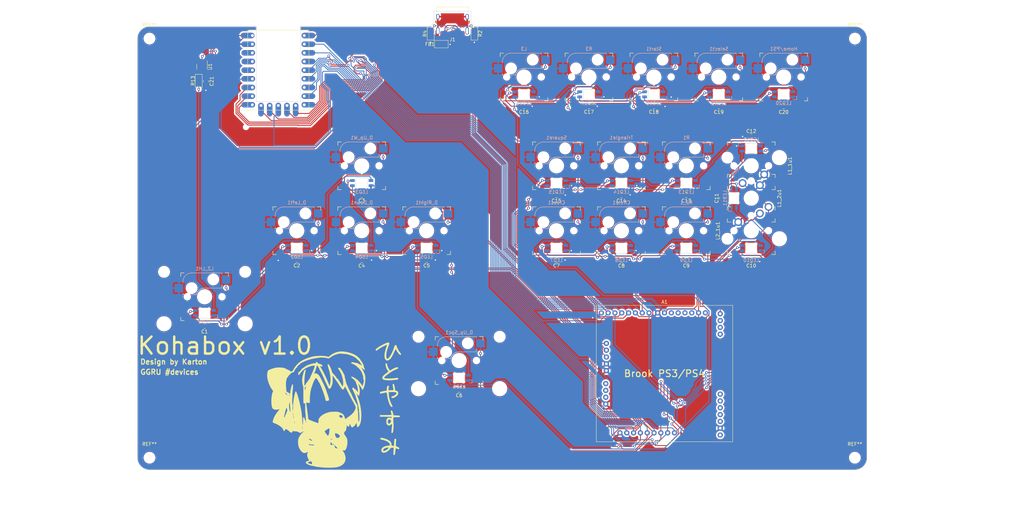
<source format=kicad_pcb>
(kicad_pcb (version 20221018) (generator pcbnew)
  (layers (0 "F.Cu" signal) (31 "B.Cu" signal) (34 "B.Paste" user) (35 "F.Paste" user) (36 "B.SilkS" user "B.Silkscreen") (37 "F.SilkS" user "F.Silkscreen") (38 "B.Mask" user) (39 "F.Mask" user) (44 "Edge.Cuts" user))
  (net 0 "")
  (net 2 "GND")
  (net 11 "VBUS")
  (net 12 "L2")
  (net 17 "R2")
  (net 18 "Select")
  (net 19 "Cross")
  (net 20 "Circle")
  (net 21 "Square")
  (net 22 "Triangle")
  (net 23 "R3")
  (net 24 "R1")
  (net 25 "USB_D+")
  (net 26 "USB_D-")
  (net 29 "Home")
  (net 30 "L1")
  (net 31 "L3")
  (net 32 "D_Up")
  (net 33 "D_Down")
  (net 34 "D_Left")
  (net 35 "D_Right")
  (net 36 "Start")
  (net 37 "Net-(J1-SHIELD)")
  (net 38 "Net-(J1-CC1)")
  (net 40 "Net-(J1-CC2)")
  (net 42 "Net-(LED1-DOUT)")
  (net 43 "DIN")
  (net 44 "Net-(LED2-DOUT)")
  (net 45 "Net-(LED3-DOUT)")
  (net 46 "Net-(LED4-DOUT)")
  (net 47 "Net-(LED5-DOUT)")
  (net 48 "Net-(LED6-DOUT)")
  (net 49 "Net-(LED7-DOUT)")
  (net 50 "Net-(LED8-DOUT)")
  (net 51 "Net-(LED10-DIN)")
  (net 52 "Net-(LED10-DOUT)")
  (net 53 "Net-(LED11-DOUT)")
  (net 54 "Net-(LED12-DOUT)")
  (net 55 "Net-(LED13-DOUT)")
  (net 56 "Net-(LED14-DOUT)")
  (net 57 "Net-(LED15-DOUT)")
  (net 58 "Net-(LED16-DOUT)")
  (net 59 "Net-(LED17-DOUT)")
  (net 60 "Net-(LED18-DOUT)")
  (net 61 "Net-(LED19-DOUT)")
  (net 65 "unconnected-(RZ1-3V3-Pad21)")
  (net 66 "Net-(U1-Y)")
  (net 67 "DOUT")
  (footprint "Capacitor_SMD:C_0805_2012Metric" (layer "F.Cu") (at 285.87125 74.115)
    (fp_text reference "C20")
    (fp_text value "CP_Generic")
  )
  (footprint "keyswitches.pretty-2.1:Kailh_socket_MX" (layer "F.Cu") (at 162.04625 110.615)
    (fp_text reference "D_Down1")
    (fp_text value "CherryMX")
  )
  (footprint "PCM_Resistor_SMD_AKL:R_0805_2012Metric_Pad1.15x1.40mm" (layer "F.Cu") (at 114.23625 66.615 90)
    (fp_text reference "R13")
    (fp_text value "R_0805" hide)
  )
  (footprint "random-changed-stuff:MX_dimensions" (layer "F.Cu") (at 219.19625 96.645)
    (fp_text reference "REF**" hide)
    (fp_text value "MX_dimensions" hide)
  )
  (footprint "keyswitches.pretty-2.1:SW_MX" (layer "F.Cu") (at 276.34625 91.565 180)
    (fp_text reference "L1_1u1")
    (fp_text value "CherryMX")
  )
  (footprint "keyswitches.pretty-2.1:Kailh_socket_MX" (layer "F.Cu") (at 219.19625 110.615)
    (fp_text reference "Cross1")
    (fp_text value "CherryMX")
  )
  (footprint "Capacitor_SMD:C_0805_2012Metric" (layer "F.Cu") (at 162.04625 119.215)
    (fp_text reference "C4")
    (fp_text value "CP_Generic")
  )
  (footprint "random-changed-stuff:MX_dimensions" (layer "F.Cu") (at 238.24625 96.645)
    (fp_text reference "REF**" hide)
    (fp_text value "MX_dimensions" hide)
  )
  (footprint "random-changed-stuff:MX_dimensions" (layer "F.Cu") (at 238.24625 115.695)
    (fp_text reference "REF**" hide)
    (fp_text value "MX_dimensions" hide)
  )
  (footprint "marbastlib-mx:STAB_MX_2u" (layer "F.Cu") (at 115.94625 129.665)
    (fp_text reference "REF**" hide)
    (fp_text value "STAB_MX_2u")
  )
  (footprint "keyswitches.pretty-2.1:Kailh_socket_MX" (layer "F.Cu") (at 257.29625 91.565)
    (fp_text reference "R1")
    (fp_text value "CherryMX")
  )
  (footprint "random-changed-stuff:MX_dimensions" (layer "F.Cu") (at 162.04625 115.695)
    (fp_text reference "REF**" hide)
    (fp_text value "MX_dimensions" hide)
  )
  (footprint "keyswitches.pretty-2.1:Kailh_socket_MX" (layer "F.Cu") (at 209.67125 65.515)
    (fp_text reference "L3")
    (fp_text value "CherryMX")
  )
  (footprint "Capacitor_SMD:C_0805_2012Metric" (layer "F.Cu") (at 267.75625 101.095 -90)
    (fp_text reference "C11")
    (fp_text value "CP_Generic")
  )
  (footprint "random-changed-stuff:MX_dimensions" (layer "F.Cu") (at 142.99625 115.695)
    (fp_text reference "REF**" hide)
    (fp_text value "MX_dimensions" hide)
  )
  (footprint "random-changed-stuff:MX_dimensions" (layer "F.Cu") (at 257.29625 96.645)
    (fp_text reference "REF**" hide)
    (fp_text value "MX_dimensions" hide)
  )
  (footprint "Capacitor_SMD:C_0805_2012Metric" (layer "F.Cu") (at 181.09625 119.205)
    (fp_text reference "C5")
    (fp_text value "CP_Generic")
  )
  (footprint "random-changed-stuff:MX_dimensions" (layer "F.Cu") (at 285.87125 70.595)
    (fp_text reference "REF**" hide)
    (fp_text value "MX_dimensions" hide)
  )
  (footprint "random-changed-stuff:MX_dimensions" (layer "F.Cu") (at 190.62125 153.795)
    (fp_text reference "REF**" hide)
    (fp_text value "MX_dimensions" hide)
  )
  (footprint "Capacitor_SMD:C_0805_2012Metric" (layer "F.Cu") (at 276.34625 82.975 180)
    (fp_text reference "C12")
    (fp_text value "CP_Generic")
  )
  (footprint "marbastlib-mx:STAB_MX_2.25u" (layer "F.Cu") (at 190.62125 148.715)
    (fp_text reference "REF**" hide)
    (fp_text value "STAB_MX_2.25u")
  )
  (footprint "Capacitor_SMD:C_0805_2012Metric" (layer "F.Cu") (at 142.99625 119.205)
    (fp_text reference "C2")
    (fp_text value "CP_Generic")
  )
  (footprint "keyswitches.pretty-2.1:Kailh_socket_MX" (layer "F.Cu") (at 219.19625 91.565)
    (fp_text reference "Square1")
    (fp_text value "CherryMX")
  )
  (footprint "keyswitches.pretty-2.1:Kailh_socket_MX" (layer "F.Cu") (at 142.99625 110.615)
    (fp_text reference "D_Left1")
    (fp_text value "CherryMX")
  )
  (footprint "MountingHole:MountingHole_3mm" (layer "F.Cu") (at 306.76625 177.235)
    (fp_text reference "REF**")
    (fp_text value "MountingHole_3mm")
  )
  (footprint "random-changed-stuff:MX_dimensions" (layer "F.Cu") (at 266.82125 70.595)
    (fp_text reference "REF**" hide)
    (fp_text value "MX_dimensions" hide)
  )
  (footprint "Capacitor_SMD:C_0805_2012Metric" (layer "F.Cu") (at 228.72125 74.095)
    (fp_text reference "C17")
    (fp_text value "CP_Generic")
  )
  (footprint "Brook:Brook_PS3PS4_PCBA" (layer "F.Cu") (at 270.90125 172.53 180)
    (fp_text reference "A1")
    (fp_text value "Brook_PS3PS4_PCBA")
  )
  (footprint "Connector_USB:USB_C_Receptacle_HRO_TYPE-C-31-M-12" (layer "F.Cu") (at 188.68625 48.865 180)
    (fp_text reference "J1")
    (fp_text value "USB_C_Receptacle_USB2.0")
  )
  (footprint "Capacitor_SMD:C_0805_2012Metric" (layer "F.Cu") (at 238.24625 100.165)
    (fp_text reference "C14")
    (fp_text value "CP_Generic")
  )
  (footprint "random-changed-stuff:MX_dimensions" (layer "F.Cu") (at 181.09625 115.695)
    (fp_text reference "REF**" hide)
    (fp_text value "MX_dimensions" hide)
  )
  (footprint "Capacitor_SMD:C_0805_2012Metric" (layer "F.Cu") (at 209.67125 74.105)
    (fp_text reference "C16")
    (fp_text value "CP_Generic")
  )
  (footprint "keyswitches.pretty-2.1:SW_MX" (layer "F.Cu") (at 276.34625 110.615)
    (fp_text reference "L2_1u1")
    (fp_text value "CherryMX")
  )
  (footprint "random-changed-stuff:RP2040 Zero changed footprint" (layer "F.Cu") (at 137.56625 61.845)
    (fp_text reference "RZ1" hide)
    (fp_text value "RP2040-Zero" hide)
  )
  (footprint "random-changed-stuff:MX_dimensions" (layer "F.Cu") (at 247.77125 70.595)
    (fp_text reference "REF**" hide)
    (fp_text value "MX_dimensions" hide)
  )
  (footprint "random-changed-stuff:MX_dimensions" (layer "F.Cu") (at 162.04625 96.645)
    (fp_text reference "REF**" hide)
    (fp_text value "MX_dimensions" hide)
  )
  (footprint "random-changed-stuff:MX_dimensions" (layer "F.Cu") (at 115.94625 134.745)
    (fp_text reference "REF**" hide)
    (fp_text value "MX_dimensions" hide)
  )
  (footprint "marbastlib-mx:STAB_MX_2u" (layer "F.Cu") (at 276.34625 101.075 90)
    (fp_text reference "REF**" hide)
    (fp_text value "STAB_MX_2u")
  )
  (footprint "MountingHole:MountingHole_3mm" (layer "F.Cu") (at 306.77625 54.235)
    (fp_text reference "REF**")
    (fp_text value "MountingHole_3mm")
  )
  (footprint "keyswitches.pretty-2.1:Kailh_socket_MX" (layer "F.Cu") (at 247.77125 65.515)
    (fp_text reference "Start1")
    (fp_text value "CherryMX")
  )
  (footprint "keyswitches.pretty-2.1:Kailh_socket_MX" (layer "F.Cu") (at 181.09625 110.615)
    (fp_text reference "D_Right1")
    (fp_text value "CherryMX")
  )
  (footprint "keyswitches.pretty-2.1:Kailh_socket_MX" (layer "F.Cu") (at 115.94625 129.99695)
    (fp_text reference "L2_LH1")
    (fp_text value "CherryMX")
  )
  (footprint "Capacitor_SMD:C_0805_2012Metric" (layer "F.Cu") (at 257.29625 100.155)
    (fp_text reference "C13")
    (fp_text value "CP_Generic")
  )
  (footprint "keyswitches.pretty-2.1:Kailh_socket_MX" (layer "F.Cu") (at 266.82125 65.515)
    (fp_text reference "Select1")
    (fp_text value "CherryMX")
  )
  (footprint "PCM_Resistor_SMD_AKL:R_0805_2012Metric_Pad1.15x1.40mm" (layer "F.Cu") (at 182.29625 52.775 90)
    (fp_text reference "R4")
    (fp_text value "R_0805" hide)
  )
  (footprint "random-changed-stuff:MX_dimensions" (layer "F.Cu") (at 257.29625 115.695)
    (fp_text reference "REF**" hide)
    (fp_text value "MX_dimensions" hide)
  )
  (footprint "Capacitor_SMD:C_0805_2012Metric" (layer "F.Cu") (at 115.94625 138.595)
    (fp_text reference "C1")
    (fp_text value "CP_Generic")
  )
  (footprint "keyswitches.pretty-2.1:Kailh_socket_MX" (layer "F.Cu") (at 228.72125 65.515)
    (fp_text reference "R3")
    (fp_text value "CherryMX")
  )
  (footprint "keyswitches.pretty-2.1:Kailh_socket_MX" (layer "F.Cu") (at 257.29625 110.615)
    (fp_text reference "R2_1")
    (fp_text value "CherryMX")
  )
  (footprint "Capacitor_SMD:C_0805_2012Metric" (layer "F.Cu") (at 266.82125 74.125)
    (fp_text reference "C19")
    (fp_text value "CP_Generic")
  )
  (footprint "random-changed-stuff:MX_dimensions" (layer "F.Cu") (at 219.19625 115.695)
    (fp_text reference "REF**" hide)
    (fp_text value "MX_dimensions" hide)
  )
  (footprint "PCM_Resistor_SMD_AKL:R_0805_2012Metric_Pad1.15x1.40mm" (layer "F.Cu") (at 195.11625 52.775 90)
    (fp_text reference "R2")
    (fp_text value "R_0805" hide)
  )
  (footprint "keyswitches.pretty-2.1:Kailh_socket_MX" (layer "F.Cu") (at 238.24625 91.565)
    (fp_text reference "Triangle1")
    (fp_text value "CherryMX")
  )
  (footprint "random-changed-stuff:MX_dimensions" (layer "F.Cu") (at 228.72125 70.595)
    (fp_text reference "REF**" hide)
    (fp_text value "MX_dimensions" hide)
  )
  (footprint "Capacitor_SMD:C_0805_2012Metric" (layer "F.Cu") (at 238.24625 119.205)
    (fp_text reference "C8")
    (fp_text value "CP_Generic")
  )
  (footprint "keyswitches.pretty-2.1:Kailh_socket_MX" (layer "F.Cu") (at 238.24625 110.615)
    (fp_text reference "Circle1")
    (fp_text value "CherryMX")
  )
  (footprint "Capacitor_SMD:C_0805_2012Metric" (layer "F.Cu") (at 116.35625 66.775 -90)
    (fp_text reference "C21")
    (fp_text value "CP_Generic")
  )
  (footprint "keyswitches.pretty-2.1:Kailh_socket_MX" (layer "F.Cu") (at 162.04625 91.565)
    (fp_text reference "D_Up_W1")
    (fp_text value "CherryMX")
  )
  (footprint "Capacitor_SMD:C_0805_2012Metric" (layer "F.Cu") (at 257.29625 119.215)
    (fp_text reference "C9")
    (fp_text value "CP_Generic")
  )
  (footprint "keyswitches.pretty-2.1:Kailh_socket_MX" (layer "F.Cu") (at 285.87125 65.515)
    (fp_text reference "Home/PS1")
    (fp_text value "CherryMX")
  )
  (footprint "Capacitor_SMD:C_0805_2012Metric" (layer "F.Cu") (at 219.19625 100.165)
    (fp_text reference "C15")
    (fp_text value "CP_Generic")
  )
  (footprint "random-changed-stuff:MX_dimensions" (layer "F.Cu") (at 209.67125 70.595)
    (fp_text reference "REF**" hide)
    (fp_text value "MX_dimensions" hide)
  )
  (footprint "Capacitor_SMD:C_0805_2012Metric" (layer "F.Cu") (at 247.77125 74.115)
    (fp_text reference "C18")
    (fp_text value "CP_Generic")
  )
  (footprint "Package_TO_SOT_SMD:SOT-23-5" (layer "F.Cu") (at 115.17625 62.495 -90)
    (fp_text reference "U1")
    (fp_text value "SN74LV1T34DBV")
  )
  (footprint "MountingHole:MountingHole_3mm" (layer "F.Cu") (at 99.77625 54.235)
    (fp_text reference "REF**")
    (fp_text value "MountingHole_3mm")
  )
  (footprint "keyswitches.pretty-2.1:Kailh_socket_MX" (layer "F.Cu") (at 190.62125 148.715)
    (fp_text reference "D_Up_Spc1")
    (fp_text value "CherryMX")
  )
  (footprint "Capacitor_SMD:C_0805_2012Metric" (layer "F.Cu") (at 219.19625 119.215)
    (fp_text reference "C7")
    (fp_text value "CP_Generic")
  )
  (footprint "Capacitor_SMD:C_0805_2012Metric" (layer "F.Cu") (at 162.04625 100.165)
    (fp_text reference "C3")
    (fp_text value "CP_Generic")
  )
  (footprint "MountingHole:MountingHole_3mm" (layer "F.Cu") (at 99.77625 177.235)
    (fp_text reference "REF**")
    (fp_text value "MountingHole_3mm")
  )
  (footprint "keyswitches.pretty-2.1:SW_MX" (layer "F.Cu") (at 276.34625 101.075 -90)
    (fp_text reference "L1_2u1")
    (fp_text value "CherryMX")
  )
  (footprint "PCM_Ferrite_SMD_AKL:Ferrite_0805_2012Metric_Pad1.15x1.40mm_BigPads" (layer "F.Cu") (at 185.40625 55.875 180)
    (fp_text reference "FB1")
    (fp_text value "FerriteBead_Small" hide)
  )
  (footprint "Capacitor_SMD:C_0805_2012Metric" (layer "F.Cu") (at 190.62125 157.305)
    (fp_text reference "C6")
    (fp_text value "CP_Generic")
  )
  (footprint "Capacitor_SMD:C_0805_2012Metric" (layer "F.Cu") (at 276.34625 119.205)
    (fp_text reference "C10")
    (fp_text value "CP_Generic")
  )
  (footprint "marbastlib-mx:LED_MX_6028R" (layer "B.Cu") (at 228.72125 70.595 180)
    (fp_text reference "LED17")
    (fp_text value "SK6812MINI-E" hide)
    (fp_line (start -1.699999 0.702843) (end -1.699999 -0.702841) (stroke (width 0.1)) (layer "Edge.Cuts"))
    (fp_line (start -0.794452 -1.499999) (end 0.794452 -1.499999) (stroke (width 0.1)) (layer "Edge.Cuts"))
    (fp_line (start 0.794452 1.5) (end -0.794453 1.5) (stroke (width 0.1)) (layer "Edge.Cuts"))
    (fp_line (start 1.699999 -0.702841) (end 1.699999 0.702843) (stroke (width 0.1)) (layer "Edge.Cuts"))
    (fp_arc (start -1.749484 -0.919719) (mid -1.712527 -0.814067) (end -1.699999 -0.702841) (stroke (width 0.1)) (layer "Edge.Cuts"))
    (fp_arc (start -1.749484 -0.919718) (mid -1.638072 -1.504034) (end -1.046711 -1.568298) (stroke (width 0.1)) (layer "Edge.Cuts"))
    (fp_arc (start -1.699999 0.702844) (mid -1.712527 0.814069) (end -1.749484 0.919721) (stroke (width 0.1)) (layer "Edge.Cuts"))
    (fp_arc (start -1.046711 1.568299) (mid -1.638071 1.504036) (end -1.749484 0.919721) (stroke (width 0.1)) (layer "Edge.Cuts"))
    (fp_arc (start -1.046711 1.568299) (mid -0.925123 1.517377) (end -0.794453 1.5) (stroke (width 0.1)) (layer "Edge.Cuts"))
    (fp_arc (start -0.794452 -1.499999) (mid -0.925123 -1.517376) (end -1.046711 -1.568298) (stroke (width 0.1)) (layer "Edge.Cuts"))
    (fp_arc (start 0.794453 1.500001) (mid 0.925123 1.517378) (end 1.046711 1.5683) (stroke (width 0.1)) (layer "Edge.Cuts"))
    (fp_arc (start 1.04671 -1.568298) (mid 0.925122 -1.517376) (end 0.794452 -1.499999) (stroke (width 0.1)) (layer "Edge.Cuts"))
    (fp_arc (start 1.046711 -1.568296) (mid 1.638069 -1.504034) (end 1.749484 -0.919719) (stroke (width 0.1)) (layer "Edge.Cuts"))
    (fp_arc (start 1.699999 -0.702842) (mid 1.712522 -0.814068) (end 1.749484 -0.919719) (stroke (width 0.1)) (layer "Edge.Cuts"))
    (fp_arc (start 1.749484 0.919721) (mid 1.638072 1.504036) (end 1.046711 1.5683) (stroke (width 0.1)) (layer "Edge.Cuts"))
    (fp_arc (start 1.749484 0.919721) (mid 1.71254 0.814067) (end 1.699999 0.702843) (stroke (width 0.1)) (layer "Edge.Cuts"))
  )
  (footprint "marbastlib-mx:LED_MX_6028R" (layer "B.Cu") (at 271.26625 101.075 90)
    (fp_text reference "LED11")
    (fp_text value "SK6812MINI-E" hide)
    (fp_line (start -1.699999 0.702843) (end -1.699999 -0.702841) (stroke (width 0.1)) (layer "Edge.Cuts"))
    (fp_line (start -0.794452 -1.499999) (end 0.794452 -1.499999) (stroke (width 0.1)) (layer "Edge.Cuts"))
    (fp_line (start 0.794452 1.5) (end -0.794453 1.5) (stroke (width 0.1)) (layer "Edge.Cuts"))
    (fp_line (start 1.699999 -0.702841) (end 1.699999 0.702843) (stroke (width 0.1)) (layer "Edge.Cuts"))
    (fp_arc (start -1.749484 -0.919719) (mid -1.712527 -0.814067) (end -1.699999 -0.702841) (stroke (width 0.1)) (layer "Edge.Cuts"))
    (fp_arc (start -1.749484 -0.919718) (mid -1.638072 -1.504034) (end -1.046711 -1.568298) (stroke (width 0.1)) (layer "Edge.Cuts"))
    (fp_arc (start -1.699999 0.702844) (mid -1.712527 0.814069) (end -1.749484 0.919721) (stroke (width 0.1)) (layer "Edge.Cuts"))
    (fp_arc (start -1.046711 1.568299) (mid -1.638071 1.504036) (end -1.749484 0.919721) (stroke (width 0.1)) (layer "Edge.Cuts"))
    (fp_arc (start -1.046711 1.568299) (mid -0.925123 1.517377) (end -0.794453 1.5) (stroke (width 0.1)) (layer "Edge.Cuts"))
    (fp_arc (start -0.794452 -1.499999) (mid -0.925123 -1.517376) (end -1.046711 -1.568298) (stroke (width 0.1)) (layer "Edge.Cuts"))
    (fp_arc (start 0.794453 1.500001) (mid 0.925123 1.517378) (end 1.046711 1.5683) (stroke (width 0.1)) (layer "Edge.Cuts"))
    (fp_arc (start 1.04671 -1.568298) (mid 0.925122 -1.517376) (end 0.794452 -1.499999) (stroke (width 0.1)) (layer "Edge.Cuts"))
    (fp_arc (start 1.046711 -1.568296) (mid 1.638069 -1.504034) (end 1.749484 -0.919719) (stroke (width 0.1)) (layer "Edge.Cuts"))
    (fp_arc (start 1.699999 -0.702842) (mid 1.712522 -0.814068) (end 1.749484 -0.919719) (stroke (width 0.1)) (layer "Edge.Cuts"))
    (fp_arc (start 1.749484 0.919721) (mid 1.638072 1.504036) (end 1.046711 1.5683) (stroke (width 0.1)) (layer "Edge.Cuts"))
    (fp_arc (start 1.749484 0.919721) (mid 1.71254 0.814067) (end 1.699999 0.702843) (stroke (width 0.1)) (layer "Edge.Cuts"))
  )
  (footprint "marbastlib-mx:LED_MX_6028R" (layer "B.Cu") (at 190.62125 153.795 180)
    (fp_text reference "LED6")
    (fp_text value "SK6812MINI-E" hide)
    (fp_line (start -1.699999 0.702843) (end -1.699999 -0.702841) (stroke (width 0.1)) (layer "Edge.Cuts"))
    (fp_line (start -0.794452 -1.499999) (end 0.794452 -1.499999) (stroke (width 0.1)) (layer "Edge.Cuts"))
    (fp_line (start 0.794452 1.5) (end -0.794453 1.5) (stroke (width 0.1)) (layer "Edge.Cuts"))
    (fp_line (start 1.699999 -0.702841) (end 1.699999 0.702843) (stroke (width 0.1)) (layer "Edge.Cuts"))
    (fp_arc (start -1.749484 -0.919719) (mid -1.712527 -0.814067) (end -1.699999 -0.702841) (stroke (width 0.1)) (layer "Edge.Cuts"))
    (fp_arc (start -1.749484 -0.919718) (mid -1.638072 -1.504034) (end -1.046711 -1.568298) (stroke (width 0.1)) (layer "Edge.Cuts"))
    (fp_arc (start -1.699999 0.702844) (mid -1.712527 0.814069) (end -1.749484 0.919721) (stroke (width 0.1)) (layer "Edge.Cuts"))
    (fp_arc (start -1.046711 1.568299) (mid -1.638071 1.504036) (end -1.749484 0.919721) (stroke (width 0.1)) (layer "Edge.Cuts"))
    (fp_arc (start -1.046711 1.568299) (mid -0.925123 1.517377) (end -0.794453 1.5) (stroke (width 0.1)) (layer "Edge.Cuts"))
    (fp_arc (start -0.794452 -1.499999) (mid -0.925123 -1.517376) (end -1.046711 -1.568298) (stroke (width 0.1)) (layer "Edge.Cuts"))
    (fp_arc (start 0.794453 1.500001) (mid 0.925123 1.517378) (end 1.046711 1.5683) (stroke (width 0.1)) (layer "Edge.Cuts"))
    (fp_arc (start 1.04671 -1.568298) (mid 0.925122 -1.517376) (end 0.794452 -1.499999) (stroke (width 0.1)) (layer "Edge.Cuts"))
    (fp_arc (start 1.046711 -1.568296) (mid 1.638069 -1.504034) (end 1.749484 -0.919719) (stroke (width 0.1)) (layer "Edge.Cuts"))
    (fp_arc (start 1.699999 -0.702842) (mid 1.712522 -0.814068) (end 1.749484 -0.919719) (stroke (width 0.1)) (layer "Edge.Cuts"))
    (fp_arc (start 1.749484 0.919721) (mid 1.638072 1.504036) (end 1.046711 1.5683) (stroke (width 0.1)) (layer "Edge.Cuts"))
    (fp_arc (start 1.749484 0.919721) (mid 1.71254 0.814067) (end 1.699999 0.702843) (stroke (width 0.1)) (layer "Edge.Cuts"))
  )
  (footprint "marbastlib-mx:LED_MX_6028R" (layer "B.Cu") (at 285.87125 70.595 180)
    (fp_text reference "LED20")
    (fp_text value "SK6812MINI-E" hide)
    (fp_line (start -1.699999 0.702843) (end -1.699999 -0.702841) (stroke (width 0.1)) (layer "Edge.Cuts"))
    (fp_line (start -0.794452 -1.499999) (end 0.794452 -1.499999) (stroke (width 0.1)) (layer "Edge.Cuts"))
    (fp_line (start 0.794452 1.5) (end -0.794453 1.5) (stroke (width 0.1)) (layer "Edge.Cuts"))
    (fp_line (start 1.699999 -0.702841) (end 1.699999 0.702843) (stroke (width 0.1)) (layer "Edge.Cuts"))
    (fp_arc (start -1.749484 -0.919719) (mid -1.712527 -0.814067) (end -1.699999 -0.702841) (stroke (width 0.1)) (layer "Edge.Cuts"))
    (fp_arc (start -1.749484 -0.919718) (mid -1.638072 -1.504034) (end -1.046711 -1.568298) (stroke (width 0.1)) (layer "Edge.Cuts"))
    (fp_arc (start -1.699999 0.702844) (mid -1.712527 0.814069) (end -1.749484 0.919721) (stroke (width 0.1)) (layer "Edge.Cuts"))
    (fp_arc (start -1.046711 1.568299) (mid -1.638071 1.504036) (end -1.749484 0.919721) (stroke (width 0.1)) (layer "Edge.Cuts"))
    (fp_arc (start -1.046711 1.568299) (mid -0.925123 1.517377) (end -0.794453 1.5) (stroke (width 0.1)) (layer "Edge.Cuts"))
    (fp_arc (start -0.794452 -1.499999) (mid -0.925123 -1.517376) (end -1.046711 -1.568298) (stroke (width 0.1)) (layer "Edge.Cuts"))
    (fp_arc (start 0.794453 1.500001) (mid 0.925123 1.517378) (end 1.046711 1.5683) (stroke (width 0.1)) (layer "Edge.Cuts"))
    (fp_arc (start 1.04671 -1.568298) (mid 0.925122 -1.517376) (end 0.794452 -1.499999) (stroke (width 0.1)) (layer "Edge.Cuts"))
    (fp_arc (start 1.046711 -1.568296) (mid 1.638069 -1.504034) (end 1.749484 -0.919719) (stroke (width 0.1)) (layer "Edge.Cuts"))
    (fp_arc (start 1.699999 -0.702842) (mid 1.712522 -0.814068) (end 1.749484 -0.919719) (stroke (width 0.1)) (layer "Edge.Cuts"))
    (fp_arc (start 1.749484 0.919721) (mid 1.638072 1.504036) (end 1.046711 1.5683) (stroke (width 0.1)) (layer "Edge.Cuts"))
    (fp_arc (start 1.749484 0.919721) (mid 1.71254 0.814067) (end 1.699999 0.702843) (stroke (width 0.1)) (layer "Edge.Cuts"))
  )
  (footprint "marbastlib-mx:LED_MX_6028R" (layer "B.Cu") (at 238.24625 96.645 180)
    (fp_text reference "LED14")
    (fp_text value "SK6812MINI-E" hide)
    (fp_line (start -1.699999 0.702843) (end -1.699999 -0.702841) (stroke (width 0.1)) (layer "Edge.Cuts"))
    (fp_line (start -0.794452 -1.499999) (end 0.794452 -1.499999) (stroke (width 0.1)) (layer "Edge.Cuts"))
    (fp_line (start 0.794452 1.5) (end -0.794453 1.5) (stroke (width 0.1)) (layer "Edge.Cuts"))
    (fp_line (start 1.699999 -0.702841) (end 1.699999 0.702843) (stroke (width 0.1)) (layer "Edge.Cuts"))
    (fp_arc (start -1.749484 -0.919719) (mid -1.712527 -0.814067) (end -1.699999 -0.702841) (stroke (width 0.1)) (layer "Edge.Cuts"))
    (fp_arc (start -1.749484 -0.919718) (mid -1.638072 -1.504034) (end -1.046711 -1.568298) (stroke (width 0.1)) (layer "Edge.Cuts"))
    (fp_arc (start -1.699999 0.702844) (mid -1.712527 0.814069) (end -1.749484 0.919721) (stroke (width 0.1)) (layer "Edge.Cuts"))
    (fp_arc (start -1.046711 1.568299) (mid -1.638071 1.504036) (end -1.749484 0.919721) (stroke (width 0.1)) (layer "Edge.Cuts"))
    (fp_arc (start -1.046711 1.568299) (mid -0.925123 1.517377) (end -0.794453 1.5) (stroke (width 0.1)) (layer "Edge.Cuts"))
    (fp_arc (start -0.794452 -1.499999) (mid -0.925123 -1.517376) (end -1.046711 -1.568298) (stroke (width 0.1)) (layer "Edge.Cuts"))
    (fp_arc (start 0.794453 1.500001) (mid 0.925123 1.517378) (end 1.046711 1.5683) (stroke (width 0.1)) (layer "Edge.Cuts"))
    (fp_arc (start 1.04671 -1.568298) (mid 0.925122 -1.517376) (end 0.794452 -1.499999) (stroke (width 0.1)) (layer "Edge.Cuts"))
    (fp_arc (start 1.046711 -1.568296) (mid 1.638069 -1.504034) (end 1.749484 -0.919719) (stroke (width 0.1)) (layer "Edge.Cuts"))
    (fp_arc (start 1.699999 -0.702842) (mid 1.712522 -0.814068) (end 1.749484 -0.919719) (stroke (width 0.1)) (layer "Edge.Cuts"))
    (fp_arc (start 1.749484 0.919721) (mid 1.638072 1.504036) (end 1.046711 1.5683) (stroke (width 0.1)) (layer "Edge.Cuts"))
    (fp_arc (start 1.749484 0.919721) (mid 1.71254 0.814067) (end 1.699999 0.702843) (stroke (width 0.1)) (layer "Edge.Cuts"))
  )
  (footprint "marbastlib-mx:LED_MX_6028R" (layer "B.Cu") (at 257.29625 96.645 180)
    (fp_text reference "LED13")
    (fp_text value "SK6812MINI-E" hide)
    (fp_line (start -1.699999 0.702843) (end -1.699999 -0.702841) (stroke (width 0.1)) (layer "Edge.Cuts"))
    (fp_line (start -0.794452 -1.499999) (end 0.794452 -1.499999) (stroke (width 0.1)) (layer "Edge.Cuts"))
    (fp_line (start 0.794452 1.5) (end -0.794453 1.5) (stroke (width 0.1)) (layer "Edge.Cuts"))
    (fp_line (start 1.699999 -0.702841) (end 1.699999 0.702843) (stroke (width 0.1)) (layer "Edge.Cuts"))
    (fp_arc (start -1.749484 -0.919719) (mid -1.712527 -0.814067) (end -1.699999 -0.702841) (stroke (width 0.1)) (layer "Edge.Cuts"))
    (fp_arc (start -1.749484 -0.919718) (mid -1.638072 -1.504034) (end -1.046711 -1.568298) (stroke (width 0.1)) (layer "Edge.Cuts"))
    (fp_arc (start -1.699999 0.702844) (mid -1.712527 0.814069) (end -1.749484 0.919721) (stroke (width 0.1)) (layer "Edge.Cuts"))
    (fp_arc (start -1.046711 1.568299) (mid -1.638071 1.504036) (end -1.749484 0.919721) (stroke (width 0.1)) (layer "Edge.Cuts"))
    (fp_arc (start -1.046711 1.568299) (mid -0.925123 1.517377) (end -0.794453 1.5) (stroke (width 0.1)) (layer "Edge.Cuts"))
    (fp_arc (start -0.794452 -1.499999) (mid -0.925123 -1.517376) (end -1.046711 -1.568298) (stroke (width 0.1)) (layer "Edge.Cuts"))
    (fp_arc (start 0.794453 1.500001) (mid 0.925123 1.517378) (end 1.046711 1.5683) (stroke (width 0.1)) (layer "Edge.Cuts"))
    (fp_arc (start 1.04671 -1.568298) (mid 0.925122 -1.517376) (end 0.794452 -1.499999) (stroke (width 0.1)) (layer "Edge.Cuts"))
    (fp_arc (start 1.046711 -1.568296) (mid 1.638069 -1.504034) (end 1.749484 -0.919719) (stroke (width 0.1)) (layer "Edge.Cuts"))
    (fp_arc (start 1.699999 -0.702842) (mid 1.712522 -0.814068) (end 1.749484 -0.919719) (stroke (width 0.1)) (layer "Edge.Cuts"))
    (fp_arc (start 1.749484 0.919721) (mid 1.638072 1.504036) (end 1.046711 1.5683) (stroke (width 0.1)) (layer "Edge.Cuts"))
    (fp_arc (start 1.749484 0.919721) (mid 1.71254 0.814067) (end 1.699999 0.702843) (stroke (width 0.1)) (layer "Edge.Cuts"))
  )
  (footprint "marbastlib-mx:LED_MX_6028R" (layer "B.Cu") (at 266.82125 70.595 180)
    (fp_text reference "LED19")
    (fp_text value "SK6812MINI-E" hide)
    (fp_line (start -1.699999 0.702843) (end -1.699999 -0.702841) (stroke (width 0.1)) (layer "Edge.Cuts"))
    (fp_line (start -0.794452 -1.499999) (end 0.794452 -1.499999) (stroke (width 0.1)) (layer "Edge.Cuts"))
    (fp_line (start 0.794452 1.5) (end -0.794453 1.5) (stroke (width 0.1)) (layer "Edge.Cuts"))
    (fp_line (start 1.699999 -0.702841) (end 1.699999 0.702843) (stroke (width 0.1)) (layer "Edge.Cuts"))
    (fp_arc (start -1.749484 -0.919719) (mid -1.712527 -0.814067) (end -1.699999 -0.702841) (stroke (width 0.1)) (layer "Edge.Cuts"))
    (fp_arc (start -1.749484 -0.919718) (mid -1.638072 -1.504034) (end -1.046711 -1.568298) (stroke (width 0.1)) (layer "Edge.Cuts"))
    (fp_arc (start -1.699999 0.702844) (mid -1.712527 0.814069) (end -1.749484 0.919721) (stroke (width 0.1)) (layer "Edge.Cuts"))
    (fp_arc (start -1.046711 1.568299) (mid -1.638071 1.504036) (end -1.749484 0.919721) (stroke (width 0.1)) (layer "Edge.Cuts"))
    (fp_arc (start -1.046711 1.568299) (mid -0.925123 1.517377) (end -0.794453 1.5) (stroke (width 0.1)) (layer "Edge.Cuts"))
    (fp_arc (start -0.794452 -1.499999) (mid -0.925123 -1.517376) (end -1.046711 -1.568298) (stroke (width 0.1)) (layer "Edge.Cuts"))
    (fp_arc (start 0.794453 1.500001) (mid 0.925123 1.517378) (end 1.046711 1.5683) (stroke (width 0.1)) (layer "Edge.Cuts"))
    (fp_arc (start 1.04671 -1.568298) (mid 0.925122 -1.517376) (end 0.794452 -1.499999) (stroke (width 0.1)) (layer "Edge.Cuts"))
    (fp_arc (start 1.046711 -1.568296) (mid 1.638069 -1.504034) (end 1.749484 -0.919719) (stroke (width 0.1)) (layer "Edge.Cuts"))
    (fp_arc (start 1.699999 -0.702842) (mid 1.712522 -0.814068) (end 1.749484 -0.919719) (stroke (width 0.1)) (layer "Edge.Cuts"))
    (fp_arc (start 1.749484 0.919721) (mid 1.638072 1.504036) (end 1.046711 1.5683) (stroke (width 0.1)) (layer "Edge.Cuts"))
    (fp_arc (start 1.749484 0.919721) (mid 1.71254 0.814067) (end 1.699999 0.702843) (stroke (width 0.1)) (layer "Edge.Cuts"))
  )
  (footprint "marbastlib-mx:LED_MX_6028R" (layer "B.Cu") (at 219.19625 96.645 180)
    (fp_text reference "LED15")
    (fp_text value "SK6812MINI-E" hide)
    (fp_line (start -1.699999 0.702843) (end -1.699999 -0.702841) (stroke (width 0.1)) (layer "Edge.Cuts"))
    (fp_line (start -0.794452 -1.499999) (end 0.794452 -1.499999) (stroke (width 0.1)) (layer "Edge.Cuts"))
    (fp_line (start 0.794452 1.5) (end -0.794453 1.5) (stroke (width 0.1)) (layer "Edge.Cuts"))
    (fp_line (start 1.699999 -0.702841) (end 1.699999 0.702843) (stroke (width 0.1)) (layer "Edge.Cuts"))
    (fp_arc (start -1.749484 -0.919719) (mid -1.712527 -0.814067) (end -1.699999 -0.702841) (stroke (width 0.1)) (layer "Edge.Cuts"))
    (fp_arc (start -1.749484 -0.919718) (mid -1.638072 -1.504034) (end -1.046711 -1.568298) (stroke (width 0.1)) (layer "Edge.Cuts"))
    (fp_arc (start -1.699999 0.702844) (mid -1.712527 0.814069) (end -1.749484 0.919721) (stroke (width 0.1)) (layer "Edge.Cuts"))
    (fp_arc (start -1.046711 1.568299) (mid -1.638071 1.504036) (end -1.749484 0.919721) (stroke (width 0.1)) (layer "Edge.Cuts"))
    (fp_arc (start -1.046711 1.568299) (mid -0.925123 1.517377) (end -0.794453 1.5) (stroke (width 0.1)) (layer "Edge.Cuts"))
    (fp_arc (start -0.794452 -1.499999) (mid -0.925123 -1.517376) (end -1.046711 -1.568298) (stroke (width 0.1)) (layer "Edge.Cuts"))
    (fp_arc (start 0.794453 1.500001) (mid 0.925123 1.517378) (end 1.046711 1.5683) (stroke (width 0.1)) (layer "Edge.Cuts"))
    (fp_arc (start 1.04671 -1.568298) (mid 0.925122 -1.517376) (end 0.794452 -1.499999) (stroke (width 0.1)) (layer "Edge.Cuts"))
    (fp_arc (start 1.046711 -1.568296) (mid 1.638069 -1.504034) (end 1.749484 -0.919719) (stroke (width 0.1)) (layer "Edge.Cuts"))
    (fp_arc (start 1.699999 -0.702842) (mid 1.712522 -0.814068) (end 1.749484 -0.919719) (stroke (width 0.1)) (layer "Edge.Cuts"))
    (fp_arc (start 1.749484 0.919721) (mid 1.638072 1.504036) (end 1.046711 1.5683) (stroke (width 0.1)) (layer "Edge.Cuts"))
    (fp_arc (start 1.749484 0.919721) (mid 1.71254 0.814067) (end 1.699999 0.702843) (stroke (width 0.1)) (layer "Edge.Cuts"))
  )
  (footprint "marbastlib-mx:LED_MX_6028R" (layer "B.Cu") (at 276.34625 115.695 180)
    (fp_text reference "LED10")
    (fp_text value "SK6812MINI-E" hide)
    (fp_line (start -1.699999 0.702843) (end -1.699999 -0.702841) (stroke (width 0.1)) (layer "Edge.Cuts"))
    (fp_line (start -0.794452 -1.499999) (end 0.794452 -1.499999) (stroke (width 0.1)) (layer "Edge.Cuts"))
    (fp_line (start 0.794452 1.5) (end -0.794453 1.5) (stroke (width 0.1)) (layer "Edge.Cuts"))
    (fp_line (start 1.699999 -0.702841) (end 1.699999 0.702843) (stroke (width 0.1)) (layer "Edge.Cuts"))
    (fp_arc (start -1.749484 -0.919719) (mid -1.712527 -0.814067) (end -1.699999 -0.702841) (stroke (width 0.1)) (layer "Edge.Cuts"))
    (fp_arc (start -1.749484 -0.919718) (mid -1.638072 -1.504034) (end -1.046711 -1.568298) (stroke (width 0.1)) (layer "Edge.Cuts"))
    (fp_arc (start -1.699999 0.702844) (mid -1.712527 0.814069) (end -1.749484 0.919721) (stroke (width 0.1)) (layer "Edge.Cuts"))
    (fp_arc (start -1.046711 1.568299) (mid -1.638071 1.504036) (end -1.749484 0.919721) (stroke (width 0.1)) (layer "Edge.Cuts"))
    (fp_arc (start -1.046711 1.568299) (mid -0.925123 1.517377) (end -0.794453 1.5) (stroke (width 0.1)) (layer "Edge.Cuts"))
    (fp_arc (start -0.794452 -1.499999) (mid -0.925123 -1.517376) (end -1.046711 -1.568298) (stroke (width 0.1)) (layer "Edge.Cuts"))
    (fp_arc (start 0.794453 1.500001) (mid 0.925123 1.517378) (end 1.046711 1.5683) (stroke (width 0.1)) (layer "Edge.Cuts"))
    (fp_arc (start 1.04671 -1.568298) (mid 0.925122 -1.517376) (end 0.794452 -1.499999) (stroke (width 0.1)) (layer "Edge.Cuts"))
    (fp_arc (start 1.046711 -1.568296) (mid 1.638069 -1.504034) (end 1.749484 -0.919719) (stroke (width 0.1)) (layer "Edge.Cuts"))
    (fp_arc (start 1.699999 -0.702842) (mid 1.712522 -0.814068) (end 1.749484 -0.919719) (stroke (width 0.1)) (layer "Edge.Cuts"))
    (fp_arc (start 1.749484 0.919721) (mid 1.638072 1.504036) (end 1.046711 1.5683) (stroke (width 0.1)) (layer "Edge.Cuts"))
    (fp_arc (start 1.749484 0.919721) (mid 1.71254 0.814067) (end 1.699999 0.702843) (stroke (width 0.1)) (layer "Edge.Cuts"))
  )
  (footprint "marbastlib-mx:LED_MX_6028R" (layer "B.Cu") (at 162.04625 96.645 180)
    (fp_text reference "LED3")
    (fp_text value "SK6812MINI-E" hide)
    (fp_line (start -1.699999 0.702843) (end -1.699999 -0.702841) (stroke (width 0.1)) (layer "Edge.Cuts"))
    (fp_line (start -0.794452 -1.499999) (end 0.794452 -1.499999) (stroke (width 0.1)) (layer "Edge.Cuts"))
    (fp_line (start 0.794452 1.5) (end -0.794453 1.5) (stroke (width 0.1)) (layer "Edge.Cuts"))
    (fp_line (start 1.699999 -0.702841) (end 1.699999 0.702843) (stroke (width 0.1)) (layer "Edge.Cuts"))
    (fp_arc (start -1.749484 -0.919719) (mid -1.712527 -0.814067) (end -1.699999 -0.702841) (stroke (width 0.1)) (layer "Edge.Cuts"))
    (fp_arc (start -1.749484 -0.919718) (mid -1.638072 -1.504034) (end -1.046711 -1.568298) (stroke (width 0.1)) (layer "Edge.Cuts"))
    (fp_arc (start -1.699999 0.702844) (mid -1.712527 0.814069) (end -1.749484 0.919721) (stroke (width 0.1)) (layer "Edge.Cuts"))
    (fp_arc (start -1.046711 1.568299) (mid -1.638071 1.504036) (end -1.749484 0.919721) (stroke (width 0.1)) (layer "Edge.Cuts"))
    (fp_arc (start -1.046711 1.568299) (mid -0.925123 1.517377) (end -0.794453 1.5) (stroke (width 0.1)) (layer "Edge.Cuts"))
    (fp_arc (start -0.794452 -1.499999) (mid -0.925123 -1.517376) (end -1.046711 -1.568298) (stroke (width 0.1)) (layer "Edge.Cuts"))
    (fp_arc (start 0.794453 1.500001) (mid 0.925123 1.517378) (end 1.046711 1.5683) (stroke (width 0.1)) (layer "Edge.Cuts"))
    (fp_arc (start 1.04671 -1.568298) (mid 0.925122 -1.517376) (end 0.794452 -1.499999) (stroke (width 0.1)) (layer "Edge.Cuts"))
    (fp_arc (start 1.046711 -1.568296) (mid 1.638069 -1.504034) (end 1.749484 -0.919719) (stroke (width 0.1)) (layer "Edge.Cuts"))
    (fp_arc (start 1.699999 -0.702842) (mid 1.712522 -0.814068) (end 1.749484 -0.919719) (stroke (width 0.1)) (layer "Edge.Cuts"))
    (fp_arc (start 1.749484 0.919721) (mid 1.638072 1.504036) (end 1.046711 1.5683) (stroke (width 0.1)) (layer "Edge.Cuts"))
    (fp_arc (start 1.749484 0.919721) (mid 1.71254 0.814067) (end 1.699999 0.702843) (stroke (width 0.1)) (layer "Edge.Cuts"))
  )
  (footprint "marbastlib-mx:LED_MX_6028R" (layer "B.Cu") (at 238.24625 115.695 180)
    (fp_text reference "LED8")
    (fp_text value "SK6812MINI-E" hide)
    (fp_line (start -1.699999 0.702843) (end -1.699999 -0.702841) (stroke (width 0.1)) (layer "Edge.Cuts"))
    (fp_line (start -0.794452 -1.499999) (end 0.794452 -1.499999) (stroke (width 0.1)) (layer "Edge.Cuts"))
    (fp_line (start 0.794452 1.5) (end -0.794453 1.5) (stroke (width 0.1)) (layer "Edge.Cuts"))
    (fp_line (start 1.699999 -0.702841) (end 1.699999 0.702843) (stroke (width 0.1)) (layer "Edge.Cuts"))
    (fp_arc (start -1.749484 -0.919719) (mid -1.712527 -0.814067) (end -1.699999 -0.702841) (stroke (width 0.1)) (layer "Edge.Cuts"))
    (fp_arc (start -1.749484 -0.919718) (mid -1.638072 -1.504034) (end -1.046711 -1.568298) (stroke (width 0.1)) (layer "Edge.Cuts"))
    (fp_arc (start -1.699999 0.702844) (mid -1.712527 0.814069) (end -1.749484 0.919721) (stroke (width 0.1)) (layer "Edge.Cuts"))
    (fp_arc (start -1.046711 1.568299) (mid -1.638071 1.504036) (end -1.749484 0.919721) (stroke (width 0.1)) (layer "Edge.Cuts"))
    (fp_arc (start -1.046711 1.568299) (mid -0.925123 1.517377) (end -0.794453 1.5) (stroke (width 0.1)) (layer "Edge.Cuts"))
    (fp_arc (start -0.794452 -1.499999) (mid -0.925123 -1.517376) (end -1.046711 -1.568298) (stroke (width 0.1)) (layer "Edge.Cuts"))
    (fp_arc (start 0.794453 1.500001) (mid 0.925123 1.517378) (end 1.046711 1.5683) (stroke (width 0.1)) (layer "Edge.Cuts"))
    (fp_arc (start 1.04671 -1.568298) (mid 0.925122 -1.517376) (end 0.794452 -1.499999) (stroke (width 0.1)) (layer "Edge.Cuts"))
    (fp_arc (start 1.046711 -1.568296) (mid 1.638069 -1.504034) (end 1.749484 -0.919719) (stroke (width 0.1)) (layer "Edge.Cuts"))
    (fp_arc (start 1.699999 -0.702842) (mid 1.712522 -0.814068) (end 1.749484 -0.919719) (stroke (width 0.1)) (layer "Edge.Cuts"))
    (fp_arc (start 1.749484 0.919721) (mid 1.638072 1.504036) (end 1.046711 1.5683) (stroke (width 0.1)) (layer "Edge.Cuts"))
    (fp_arc (start 1.749484 0.919721) (mid 1.71254 0.814067) (end 1.699999 0.702843) (stroke (width 0.1)) (layer "Edge.Cuts"))
  )
  (footprint "marbastlib-mx:LED_MX_6028R" (layer "B.Cu") (at 257.29625 115.695 180)
    (fp_text reference "LED9")
    (fp_text value "SK6812MINI-E" hide)
    (fp_line (start -1.699999 0.702843) (end -1.699999 -0.702841) (stroke (width 0.1)) (layer "Edge.Cuts"))
    (fp_line (start -0.794452 -1.499999) (end 0.794452 -1.499999) (stroke (width 0.1)) (layer "Edge.Cuts"))
    (fp_line (start 0.794452 1.5) (end -0.794453 1.5) (stroke (width 0.1)) (layer "Edge.Cuts"))
    (fp_line (start 1.699999 -0.702841) (end 1.699999 0.702843) (stroke (width 0.1)) (layer "Edge.Cuts"))
    (fp_arc (start -1.749484 -0.919719) (mid -1.712527 -0.814067) (end -1.699999 -0.702841) (stroke (width 0.1)) (layer "Edge.Cuts"))
    (fp_arc (start -1.749484 -0.919718) (mid -1.638072 -1.504034) (end -1.046711 -1.568298) (stroke (width 0.1)) (layer "Edge.Cuts"))
    (fp_arc (start -1.699999 0.702844) (mid -1.712527 0.814069) (end -1.749484 0.919721) (stroke (width 0.1)) (layer "Edge.Cuts"))
    (fp_arc (start -1.046711 1.568299) (mid -1.638071 1.504036) (end -1.749484 0.919721) (stroke (width 0.1)) (layer "Edge.Cuts"))
    (fp_arc (start -1.046711 1.568299) (mid -0.925123 1.517377) (end -0.794453 1.5) (stroke (width 0.1)) (layer "Edge.Cuts"))
    (fp_arc (start -0.794452 -1.499999) (mid -0.925123 -1.517376) (end -1.046711 -1.568298) (stroke (width 0.1)) (layer "Edge.Cuts"))
    (fp_arc (start 0.794453 1.500001) (mid 0.925123 1.517378) (end 1.046711 1.5683) (stroke (width 0.1)) (layer "Edge.Cuts"))
    (fp_arc (start 1.04671 -1.568298) (mid 0.925122 -1.517376) (end 0.794452 -1.499999) (stroke (width 0.1)) (layer "Edge.Cuts"))
    (fp_arc (start 1.046711 -1.568296) (mid 1.638069 -1.504034) (end 1.749484 -0.919719) (stroke (width 0.1)) (layer "Edge.Cuts"))
    (fp_arc (start 1.699999 -0.702842) (mid 1.712522 -0.814068) (end 1.749484 -0.919719) (stroke (width 0.1)) (layer "Edge.Cuts"))
    (fp_arc (start 1.749484 0.919721) (mid 1.638072 1.504036) (end 1.046711 1.5683) (stroke (width 0.1)) (layer "Edge.Cuts"))
    (fp_arc (start 1.749484 0.919721) (mid 1.71254 0.814067) (end 1.699999 0.702843) (stroke (width 0.1)) (layer "Edge.Cuts"))
  )
  (footprint "marbastlib-mx:LED_MX_6028R" (layer "B.Cu") (at 247.77125 70.595 180)
    (fp_text reference "LED18")
    (fp_text value "SK6812MINI-E" hide)
    (fp_line (start -1.699999 0.702843) (end -1.699999 -0.702841) (stroke (width 0.1)) (layer "Edge.Cuts"))
    (fp_line (start -0.794452 -1.499999) (end 0.794452 -1.499999) (stroke (width 0.1)) (layer "Edge.Cuts"))
    (fp_line (start 0.794452 1.5) (end -0.794453 1.5) (stroke (width 0.1)) (layer "Edge.Cuts"))
    (fp_line (start 1.699999 -0.702841) (end 1.699999 0.702843) (stroke (width 0.1)) (layer "Edge.Cuts"))
    (fp_arc (start -1.749484 -0.919719) (mid -1.712527 -0.814067) (end -1.699999 -0.702841) (stroke (width 0.1)) (layer "Edge.Cuts"))
    (fp_arc (start -1.749484 -0.919718) (mid -1.638072 -1.504034) (end -1.046711 -1.568298) (stroke (width 0.1)) (layer "Edge.Cuts"))
    (fp_arc (start -1.699999 0.702844) (mid -1.712527 0.814069) (end -1.749484 0.919721) (stroke (width 0.1)) (layer "Edge.Cuts"))
    (fp_arc (start -1.046711 1.568299) (mid -1.638071 1.504036) (end -1.749484 0.919721) (stroke (width 0.1)) (layer "Edge.Cuts"))
    (fp_arc (start -1.046711 1.568299) (mid -0.925123 1.517377) (end -0.794453 1.5) (stroke (width 0.1)) (layer "Edge.Cuts"))
    (fp_arc (start -0.794452 -1.499999) (mid -0.925123 -1.517376) (end -1.046711 -1.568298) (stroke (width 0.1)) (layer "Edge.Cuts"))
    (fp_arc (start 0.794453 1.500001) (mid 0.925123 1.517378) (end 1.046711 1.5683) (stroke (width 0.1)) (layer "Edge.Cuts"))
    (fp_arc (start 1.04671 -1.568298) (mid 0.925122 -1.517376) (end 0.794452 -1.499999) (stroke (width 0.1)) (layer "Edge.Cuts"))
    (fp_arc (start 1.046711 -1.568296) (mid 1.638069 -1.504034) (end 1.749484 -0.919719) (stroke (width 0.1)) (layer "Edge.Cuts"))
    (fp_arc (start 1.699999 -0.702842) (mid 1.712522 -0.814068) (end 1.749484 -0.919719) (stroke (width 0.1)) (layer "Edge.Cuts"))
    (fp_arc (start 1.749484 0.919721) (mid 1.638072 1.504036) (end 1.046711 1.5683) (stroke (width 0.1)) (layer "Edge.Cuts"))
    (fp_arc (start 1.749484 0.919721) (mid 1.71254 0.814067) (end 1.699999 0.702843) (stroke (width 0.1)) (layer "Edge.Cuts"))
  )
  (footprint "marbastlib-mx:LED_MX_6028R" (layer "B.Cu") (at 209.67125 70.595 180)
    (fp_text reference "LED16")
    (fp_text value "SK6812MINI-E" hide)
    (fp_line (start -1.699999 0.702843) (end -1.699999 -0.702841) (stroke (width 0.1)) (layer "Edge.Cuts"))
    (fp_line (start -0.794452 -1.499999) (end 0.794452 -1.499999) (stroke (width 0.1)) (layer "Edge.Cuts"))
    (fp_line (start 0.794452 1.5) (end -0.794453 1.5) (stroke (width 0.1)) (layer "Edge.Cuts"))
    (fp_line (start 1.699999 -0.702841) (end 1.699999 0.702843) (stroke (width 0.1)) (layer "Edge.Cuts"))
    (fp_arc (start -1.749484 -0.919719) (mid -1.712527 -0.814067) (end -1.699999 -0.702841) (stroke (width 0.1)) (layer "Edge.Cuts"))
    (fp_arc (start -1.749484 -0.919718) (mid -1.638072 -1.504034) (end -1.046711 -1.568298) (stroke (width 0.1)) (layer "Edge.Cuts"))
    (fp_arc (start -1.699999 0.702844) (mid -1.712527 0.814069) (end -1.749484 0.919721) (stroke (width 0.1)) (layer "Edge.Cuts"))
    (fp_arc (start -1.046711 1.568299) (mid -1.638071 1.504036) (end -1.749484 0.919721) (stroke (width 0.1)) (layer "Edge.Cuts"))
    (fp_arc (start -1.046711 1.568299) (mid -0.925123 1.517377) (end -0.794453 1.5) (stroke (width 0.1)) (layer "Edge.Cuts"))
    (fp_arc (start -0.794452 -1.499999) (mid -0.925123 -1.517376) (end -1.046711 -1.568298) (stroke (width 0.1)) (layer "Edge.Cuts"))
    (fp_arc (start 0.794453 1.500001) (mid 0.925123 1.517378) (end 1.046711 1.5683) (stroke (width 0.1)) (layer "Edge.Cuts"))
    (fp_arc (start 1.04671 -1.568298) (mid 0.925122 -1.517376) (end 0.794452 -1.499999) (stroke (width 0.1)) (layer "Edge.Cuts"))
    (fp_arc (start 1.046711 -1.568296) (mid 1.638069 -1.504034) (end 1.749484 -0.919719) (stroke (width 0.1)) (layer "Edge.Cuts"))
    (fp_arc (start 1.699999 -0.702842) (mid 1.712522 -0.814068) (end 1.749484 -0.919719) (stroke (width 0.1)) (layer "Edge.Cuts"))
    (fp_arc (start 1.749484 0.919721) (mid 1.638072 1.504036) (end 1.046711 1.5683) (stroke (width 0.1)) (layer "Edge.Cuts"))
    (fp_arc (start 1.749484 0.919721) (mid 1.71254 0.814067) (end 1.699999 0.702843) (stroke (width 0.1)) (layer "Edge.Cuts"))
  )
  (footprint "marbastlib-mx:LED_MX_6028R" (layer "B.Cu") (at 162.04625 115.695 180)
    (fp_text reference "LED4")
    (fp_text value "SK6812MINI-E" hide)
    (fp_line (start -1.699999 0.702843) (end -1.699999 -0.702841) (stroke (width 0.1)) (layer "Edge.Cuts"))
    (fp_line (start -0.794452 -1.499999) (end 0.794452 -1.499999) (stroke (width 0.1)) (layer "Edge.Cuts"))
    (fp_line (start 0.794452 1.5) (end -0.794453 1.5) (stroke (width 0.1)) (layer "Edge.Cuts"))
    (fp_line (start 1.699999 -0.702841) (end 1.699999 0.702843) (stroke (width 0.1)) (layer "Edge.Cuts"))
    (fp_arc (start -1.749484 -0.919719) (mid -1.712527 -0.814067) (end -1.699999 -0.702841) (stroke (width 0.1)) (layer "Edge.Cuts"))
    (fp_arc (start -1.749484 -0.919718) (mid -1.638072 -1.504034) (end -1.046711 -1.568298) (stroke (width 0.1)) (layer "Edge.Cuts"))
    (fp_arc (start -1.699999 0.702844) (mid -1.712527 0.814069) (end -1.749484 0.919721) (stroke (width 0.1)) (layer "Edge.Cuts"))
    (fp_arc (start -1.046711 1.568299) (mid -1.638071 1.504036) (end -1.749484 0.919721) (stroke (width 0.1)) (layer "Edge.Cuts"))
    (fp_arc (start -1.046711 1.568299) (mid -0.925123 1.517377) (end -0.794453 1.5) (stroke (width 0.1)) (layer "Edge.Cuts"))
    (fp_arc (start -0.794452 -1.499999) (mid -0.925123 -1.517376) (end -1.046711 -1.568298) (stroke (width 0.1)) (layer "Edge.Cuts"))
    (fp_arc (start 0.794453 1.500001) (mid 0.925123 1.517378) (end 1.046711 1.5683) (stroke (width 0.1)) (layer "Edge.Cuts"))
    (fp_arc (start 1.04671 -1.568298) (mid 0.925122 -1.517376) (end 0.794452 -1.499999) (stroke (width 0.1)) (layer "Edge.Cuts"))
    (fp_arc (start 1.046711 -1.568296) (mid 1.638069 -1.504034) (end 1.749484 -0.919719) (stroke (width 0.1)) (layer "Edge.Cuts"))
    (fp_arc (start 1.699999 -0.702842) (mid 1.712522 -0.814068) (end 1.749484 -0.919719) (stroke (width 0.1)) (layer "Edge.Cuts"))
    (fp_arc (start 1.749484 0.919721) (mid 1.638072 1.504036) (end 1.046711 1.5683) (stroke (width 0.1)) (layer "Edge.Cuts"))
    (fp_arc (start 1.749484 0.919721) (mid 1.71254 0.814067) (end 1.699999 0.702843) (stroke (width 0.1)) (layer "Edge.Cuts"))
  )
  (footprint "marbastlib-mx:LED_MX_6028R" (layer "B.Cu") (at 219.19625 115.695 180)
    (fp_text reference "LED7")
    (fp_text value "SK6812MINI-E" hide)
    (fp_line (start -1.699999 0.702843) (end -1.699999 -0.702841) (stroke (width 0.1)) (layer "Edge.Cuts"))
    (fp_line (start -0.794452 -1.499999) (end 0.794452 -1.499999) (stroke (width 0.1)) (layer "Edge.Cuts"))
    (fp_line (start 0.794452 1.5) (end -0.794453 1.5) (stroke (width 0.1)) (layer "Edge.Cuts"))
    (fp_line (start 1.699999 -0.702841) (end 1.699999 0.702843) (stroke (width 0.1)) (layer "Edge.Cuts"))
    (fp_arc (start -1.749484 -0.919719) (mid -1.712527 -0.814067) (end -1.699999 -0.702841) (stroke (width 0.1)) (layer "Edge.Cuts"))
    (fp_arc (start -1.749484 -0.919718) (mid -1.638072 -1.504034) (end -1.046711 -1.568298) (stroke (width 0.1)) (layer "Edge.Cuts"))
    (fp_arc (start -1.699999 0.702844) (mid -1.712527 0.814069) (end -1.749484 0.919721) (stroke (width 0.1)) (layer "Edge.Cuts"))
    (fp_arc (start -1.046711 1.568299) (mid -1.638071 1.504036) (end -1.749484 0.919721) (stroke (width 0.1)) (layer "Edge.Cuts"))
    (fp_arc (start -1.046711 1.568299) (mid -0.925123 1.517377) (end -0.794453 1.5) (stroke (width 0.1)) (layer "Edge.Cuts"))
    (fp_arc (start -0.794452 -1.499999) (mid -0.925123 -1.517376) (end -1.046711 -1.568298) (stroke (width 0.1)) (layer "Edge.Cuts"))
    (fp_arc (start 0.794453 1.500001) (mid 0.925123 1.517378) (end 1.046711 1.5683) (stroke (width 0.1)) (layer "Edge.Cuts"))
    (fp_arc (start 1.04671 -1.568298) (mid 0.925122 -1.517376) (end 0.794452 -1.499999) (stroke (width 0.1)) (layer "Edge.Cuts"))
    (fp_arc (start 1.046711 -1.568296) (mid 1.638069 -1.504034) (end 1.749484 -0.919719) (stroke (width 0.1)) (layer "Edge.Cuts"))
    (fp_arc (start 1.699999 -0.702842) (mid 1.712522 -0.814068) (end 1.749484 -0.919719) (stroke (width 0.1)) (layer "Edge.Cuts"))
    (fp_arc (start 1.749484 0.919721) (mid 1.638072 1.504036) (end 1.046711 1.5683) (stroke (width 0.1)) (layer "Edge.Cuts"))
    (fp_arc (start 1.749484 0.919721) (mid 1.71254 0.814067) (end 1.699999 0.702843) (stroke (width 0.1)) (layer "Edge.Cuts"))
  )
  (footprint "marbastlib-mx:LED_MX_6028R" (layer "B.Cu") (at 276.34625 86.485)
    (fp_text reference "LED12")
    (fp_text value "SK6812MINI-E" hide)
    (fp_line (start -1.699999 0.702843) (end -1.699999 -0.702841) (stroke (width 0.1)) (layer "Edge.Cuts"))
    (fp_line (start -0.794452 -1.499999) (end 0.794452 -1.499999) (stroke (width 0.1)) (layer "Edge.Cuts"))
    (fp_line (start 0.794452 1.5) (end -0.794453 1.5) (stroke (width 0.1)) (layer "Edge.Cuts"))
    (fp_line (start 1.699999 -0.702841) (end 1.699999 0.702843) (stroke (width 0.1)) (layer "Edge.Cuts"))
    (fp_arc (start -1.749484 -0.919719) (mid -1.712527 -0.814067) (end -1.699999 -0.702841) (stroke (width 0.1)) (layer "Edge.Cuts"))
    (fp_arc (start -1.749484 -0.919718) (mid -1.638072 -1.504034) (end -1.046711 -1.568298) (stroke (width 0.1)) (layer "Edge.Cuts"))
    (fp_arc (start -1.699999 0.702844) (mid -1.712527 0.814069) (end -1.749484 0.919721) (stroke (width 0.1)) (layer "Edge.Cuts"))
    (fp_arc (start -1.046711 1.568299) (mid -1.638071 1.504036) (end -1.749484 0.919721) (stroke (width 0.1)) (layer "Edge.Cuts"))
    (fp_arc (start -1.046711 1.568299) (mid -0.925123 1.517377) (end -0.794453 1.5) (stroke (width 0.1)) (layer "Edge.Cuts"))
    (fp_arc (start -0.794452 -1.499999) (mid -0.925123 -1.517376) (end -1.046711 -1.568298) (stroke (width 0.1)) (layer "Edge.Cuts"))
    (fp_arc (start 0.794453 1.500001) (mid 0.925123 1.517378) (end 1.046711 1.5683) (stroke (width 0.1)) (layer "Edge.Cuts"))
    (fp_arc (start 1.04671 -1.568298) (mid 0.925122 -1.517376) (end 0.794452 -1.499999) (stroke (width 0.1)) (layer "Edge.Cuts"))
    (fp_arc (start 1.046711 -1.568296) (mid 1.638069 -1.504034) (end 1.749484 -0.919719) (stroke (width 0.1)) (layer "Edge.Cuts"))
    (fp_arc (start 1.699999 -0.702842) (mid 1.712522 -0.814068) (end 1.749484 -0.919719) (stroke (width 0.1)) (layer "Edge.Cuts"))
    (fp_arc (start 1.749484 0.919721) (mid 1.638072 1.504036) (end 1.046711 1.5683) (stroke (width 0.1)) (layer "Edge.Cuts"))
    (fp_arc (start 1.749484 0.919721) (mid 1.71254 0.814067) (end 1.699999 0.702843) (stroke (width 0.1)) (layer "Edge.Cuts"))
  )
  (footprint "marbastlib-mx:LED_MX_6028R" (layer "B.Cu") (at 181.09625 115.695 180)
    (fp_text reference "LED5")
    (fp_text value "SK6812MINI-E" hide)
    (fp_line (start -1.699999 0.702843) (end -1.699999 -0.702841) (stroke (width 0.1)) (layer "Edge.Cuts"))
    (fp_line (start -0.794452 -1.499999) (end 0.794452 -1.499999) (stroke (width 0.1)) (layer "Edge.Cuts"))
    (fp_line (start 0.794452 1.5) (end -0.794453 1.5) (stroke (width 0.1)) (layer "Edge.Cuts"))
    (fp_line (start 1.699999 -0.702841) (end 1.699999 0.702843) (stroke (width 0.1)) (layer "Edge.Cuts"))
    (fp_arc (start -1.749484 -0.919719) (mid -1.712527 -0.814067) (end -1.699999 -0.702841) (stroke (width 0.1)) (layer "Edge.Cuts"))
    (fp_arc (start -1.749484 -0.919718) (mid -1.638072 -1.504034) (end -1.046711 -1.568298) (stroke (width 0.1)) (layer "Edge.Cuts"))
    (fp_arc (start -1.699999 0.702844) (mid -1.712527 0.814069) (end -1.749484 0.919721) (stroke (width 0.1)) (layer "Edge.Cuts"))
    (fp_arc (start -1.046711 1.568299) (mid -1.638071 1.504036) (end -1.749484 0.919721) (stroke (width 0.1)) (layer "Edge.Cuts"))
    (fp_arc (start -1.046711 1.568299) (mid -0.925123 1.517377) (end -0.794453 1.5) (stroke (width 0.1)) (layer "Edge.Cuts"))
    (fp_arc (start -0.794452 -1.499999) (mid -0.925123 -1.517376) (end -1.046711 -1.568298) (stroke (width 0.1)) (layer "Edge.Cuts"))
    (fp_arc (start 0.794453 1.500001) (mid 0.925123 1.517378) (end 1.046711 1.5683) (stroke (width 0.1)) (layer "Edge.Cuts"))
    (fp_arc (start 1.04671 -1.568298) (mid 0.925122 -1.517376) (end 0.794452 -1.499999) (stroke (width 0.1)) (layer "Edge.Cuts"))
    (fp_arc (start 1.046711 -1.568296) (mid 1.638069 -1.504034) (end 1.749484 -0.919719) (stroke (width 0.1)) (layer "Edge.Cuts"))
    (fp_arc (start 1.699999 -0.702842) (mid 1.712522 -0.814068) (end 1.749484 -0.919719) (stroke (width 0.1)) (layer "Edge.Cuts"))
    (fp_arc (start 1.749484 0.919721) (mid 1.638072 1.504036) (end 1.046711 1.5683) (stroke (width 0.1)) (layer "Edge.Cuts"))
    (fp_arc (start 1.749484 0.919721) (mid 1.71254 0.814067) (end 1.699999 0.702843) (stroke (width 0.1)) (layer "Edge.Cuts"))
  )
  (footprint "marbastlib-mx:LED_MX_6028R" (layer "B.Cu") (at 115.94625 134.745 180)
    (fp_text reference "LED1")
    (fp_text value "SK6812MINI-E" hide)
    (fp_line (start -1.699999 0.702843) (end -1.699999 -0.702841) (stroke (width 0.1)) (layer "Edge.Cuts"))
    (fp_line (start -0.794452 -1.499999) (end 0.794452 -1.499999) (stroke (width 0.1)) (layer "Edge.Cuts"))
    (fp_line (start 0.794452 1.5) (end -0.794453 1.5) (stroke (width 0.1)) (layer "Edge.Cuts"))
    (fp_line (start 1.699999 -0.702841) (end 1.699999 0.702843) (stroke (width 0.1)) (layer "Edge.Cuts"))
    (fp_arc (start -1.749484 -0.919719) (mid -1.712527 -0.814067) (end -1.699999 -0.702841) (stroke (width 0.1)) (layer "Edge.Cuts"))
    (fp_arc (start -1.749484 -0.919718) (mid -1.638072 -1.504034) (end -1.046711 -1.568298) (stroke (width 0.1)) (layer "Edge.Cuts"))
    (fp_arc (start -1.699999 0.702844) (mid -1.712527 0.814069) (end -1.749484 0.919721) (stroke (width 0.1)) (layer "Edge.Cuts"))
    (fp_arc (start -1.046711 1.568299) (mid -1.638071 1.504036) (end -1.749484 0.919721) (stroke (width 0.1)) (layer "Edge.Cuts"))
    (fp_arc (start -1.046711 1.568299) (mid -0.925123 1.517377) (end -0.794453 1.5) (stroke (width 0.1)) (layer "Edge.Cuts"))
    (fp_arc (start -0.794452 -1.499999) (mid -0.925123 -1.517376) (end -1.046711 -1.568298) (stroke (width 0.1)) (layer "Edge.Cuts"))
    (fp_arc (start 0.794453 1.500001) (mid 0.925123 1.517378) (end 1.046711 1.5683) (stroke (width 0.1)) (layer "Edge.Cuts"))
    (fp_arc (start 1.04671 -1.568298) (mid 0.925122 -1.517376) (end 0.794452 -1.499999) (stroke (width 0.1)) (layer "Edge.Cuts"))
    (fp_arc (start 1.046711 -1.568296) (mid 1.638069 -1.504034) (end 1.749484 -0.919719) (stroke (width 0.1)) (layer "Edge.Cuts"))
    (fp_arc (start 1.699999 -0.702842) (mid 1.712522 -0.814068) (end 1.749484 -0.919719) (stroke (width 0.1)) (layer "Edge.Cuts"))
    (fp_arc (start 1.749484 0.919721) (mid 1.638072 1.504036) (end 1.046711 1.5683) (stroke (width 0.1)) (layer "Edge.Cuts"))
    (fp_arc (start 1.749484 0.919721) (mid 1.71254 0.814067) (end 1.699999 0.702843) (stroke (width 0.1)) (layer "Edge.Cuts"))
  )
  (footprint "marbastlib-mx:LED_MX_6028R" (layer "B.Cu") (at 142.99625 115.695 180)
    (fp_text reference "LED2")
    (fp_text value "SK6812MINI-E" hide)
    (fp_line (start -1.699999 0.702843) (end -1.699999 -0.702841) (stroke (width 0.1)) (layer "Edge.Cuts"))
    (fp_line (start -0.794452 -1.499999) (end 0.794452 -1.499999) (stroke (width 0.1)) (layer "Edge.Cuts"))
    (fp_line (start 0.794452 1.5) (end -0.794453 1.5) (stroke (width 0.1)) (layer "Edge.Cuts"))
    (fp_line (start 1.699999 -0.702841) (end 1.699999 0.702843) (stroke (width 0.1)) (layer "Edge.Cuts"))
    (fp_arc (start -1.749484 -0.919719) (mid -1.712527 -0.814067) (end -1.699999 -0.702841) (stroke (width 0.1)) (layer "Edge.Cuts"))
    (fp_arc (start -1.749484 -0.919718) (mid -1.638072 -1.504034) (end -1.046711 -1.568298) (stroke (width 0.1)) (layer "Edge.Cuts"))
    (fp_arc (start -1.699999 0.702844) (mid -1.712527 0.814069) (end -1.749484 0.919721) (stroke (width 0.1)) (layer "Edge.Cuts"))
    (fp_arc (start -1.046711 1.568299) (mid -1.638071 1.504036) (end -1.749484 0.919721) (stroke (width 0.1)) (layer "Edge.Cuts"))
    (fp_arc (start -1.046711 1.568299) (mid -0.925123 1.517377) (end -0.794453 1.5) (stroke (width 0.1)) (layer "Edge.Cuts"))
    (fp_arc (start -0.794452 -1.499999) (mid -0.925123 -1.517376) (end -1.046711 -1.568298) (stroke (width 0.1)) (layer "Edge.Cuts"))
    (fp_arc (start 0.794453 1.500001) (mid 0.925123 1.517378) (end 1.046711 1.5683) (stroke (width 0.1)) (layer "Edge.Cuts"))
    (fp_arc (start 1.04671 -1.568298) (mid 0.925122 -1.517376) (end 0.794452 -1.499999) (stroke (width 0.1)) (layer "Edge.Cuts"))
    (fp_arc (start 1.046711 -1.568296) (mid 1.638069 -1.504034) (end 1.749484 -0.919719) (stroke (width 0.1)) (layer "Edge.Cuts"))
    (fp_arc (start 1.699999 -0.702842) (mid 1.712522 -0.814068) (end 1.749484 -0.919719) (stroke (width 0.1)) (layer "Edge.Cuts"))
    (fp_arc (start 1.749484 0.919721) (mid 1.638072 1.504036) (end 1.046711 1.5683) (stroke (width 0.1)) (layer "Edge.Cuts"))
    (fp_arc (start 1.749484 0.919721) (mid 1.71254 0.814067) (end 1.699999 0.702843) (stroke (width 0.1)) (layer "Edge.Cuts"))
  )
  (gr_poly (pts (xy 141.773019 159.745545) (xy 141.774096 159.745661) (xy 141.775183 159.745879) (xy 141.77628 159.746201) (xy 141.778501 159.747156) (xy 141.780754 159.748534) (xy 141.783033 159.750341) (xy 141.785335 159.752583) (xy 141.787653 159.755267) (xy 141.789736 159.757536) (xy 141.79172 159.760072) (xy 141.795381 159.765897) (xy 141.798617 159.772649) (xy 141.801412 159.780234) (xy 141.803747 159.788557) (xy 141.805603 159.797525) (xy 141.806962 159.807045) (xy 141.807807 159.817021) (xy 141.808119 159.827361) (xy 141.80788 159.83797) (xy 141.807071 159.848755) (xy 141.805676 159.859622) (xy 141.803674 159.870477) (xy 141.801049 159.881225) (xy 141.797782 159.891774) (xy 141.793854 159.90203) (xy 141.789573 159.912647) (xy 141.787427 159.917205) (xy 141.785283 159.921271) (xy 141.783147 159.924849) (xy 141.781024 159.927946) (xy 141.778917 159.930565) (xy 141.776833 159.932713) (xy 141.774777 159.934394) (xy 141.772752 159.935614) (xy 141.770765 159.936379) (xy 141.76882 159.936693) (xy 141.766921 159.936562) (xy 141.765075 159.935992) (xy 141.763285 159.934986) (xy 141.761557 159.933552) (xy 141.759895 159.931694) (xy 141.758305 159.929417) (xy 141.756792 159.926727) (xy 141.75536 159.923628) (xy 141.754014 159.920127) (xy 141.75276 159.916229) (xy 141.750544 159.907261) (xy 141.748752 159.896767) (xy 141.747423 159.88479) (xy 141.746597 159.871371) (xy 141.746313 159.856553) (xy 141.745815 159.848536) (xy 141.745483 159.840768) (xy 141.745309 159.833255) (xy 141.745291 159.826004) (xy 141.745423 159.81902) (xy 141.745699 159.812311) (xy 141.746116 159.805883) (xy 141.746668 159.799742) (xy 141.74735 159.793894) (xy 141.748157 159.788347) (xy 141.749085 159.783106) (xy 141.750128 159.778179) (xy 141.751281 159.773571) (xy 141.75254 159.769288) (xy 141.7539 159.765338) (xy 141.755356 159.761727) (xy 141.756902 159.758461) (xy 141.758535 159.755546) (xy 141.760248 159.75299) (xy 141.762037 159.750798) (xy 141.763898 159.748977) (xy 141.765825 159.747533) (xy 141.767813 159.746474) (xy 141.768828 159.74609) (xy 141.769857 159.745804) (xy 141.770899 159.745617) (xy 141.771953 159.745531)) (fill solid) (layer "F.SilkS"))
  (gr_poly (pts (xy 161.122998 163.606292) (xy 161.127148 163.606577) (xy 161.131218 163.607044) (xy 161.135203 163.60769) (xy 161.139101 163.608508) (xy 161.142907 163.609493) (xy 161.146618 163.610641) (xy 161.15023 163.611945) (xy 161.153738 163.6134) (xy 161.15714 163.615002) (xy 161.160432 163.616744) (xy 161.163609 163.618622) (xy 161.166668 163.62063) (xy 161.169605 163.622763) (xy 161.172417 163.625016) (xy 161.175099 163.627383) (xy 161.177648 163.629859) (xy 161.18006 163.632438) (xy 161.182331 163.635116) (xy 161.184457 163.637887) (xy 161.186436 163.640746) (xy 161.188262 163.643688) (xy 161.189932 163.646706) (xy 161.191442 163.649797) (xy 161.192789 163.652954) (xy 161.193968 163.656172) (xy 161.194977 163.659447) (xy 161.19581 163.662772) (xy 161.196465 163.666143) (xy 161.196938 163.669554) (xy 161.197224 163.672999) (xy 161.19732 163.676474) (xy 161.197224 163.680948) (xy 161.196938 163.685452) (xy 161.196465 163.689978) (xy 161.19581 163.694521) (xy 161.194977 163.699072) (xy 161.193968 163.703626) (xy 161.192789 163.708175) (xy 161.191442 163.712713) (xy 161.189932 163.717232) (xy 161.188262 163.721727) (xy 161.184457 163.730614) (xy 161.18006 163.739319) (xy 161.175099 163.747788) (xy 161.169605 163.755966) (xy 161.163609 163.7638) (xy 161.15714 163.771233) (xy 161.153738 163.774783) (xy 161.15023 163.778212) (xy 161.146618 163.781515) (xy 161.142907 163.784683) (xy 161.139101 163.787711) (xy 161.135203 163.79059) (xy 161.131218 163.793316) (xy 161.127148 163.79588) (xy 161.122998 163.798276) (xy 161.118772 163.800498) (xy 161.115091 163.802655) (xy 161.111417 163.804478) (xy 161.107758 163.805972) (xy 161.104121 163.807143) (xy 161.100512 163.807996) (xy 161.096939 163.808537) (xy 161.093409 163.80877) (xy 161.08993 163.808702) (xy 161.086508 163.808336) (xy 161.083151 163.80768) (xy 161.079865 163.806737) (xy 161.076659 163.805513) (xy 161.07354 163.804013) (xy 161.070513 163.802244) (xy 161.067588 163.800209) (xy 161.06477 163.797915) (xy 161.062067 163.795366) (xy 161.059486 163.792569) (xy 161.057035 163.789527) (xy 161.054721 163.786248) (xy 161.05255 163.782735) (xy 161.050531 163.778994) (xy 161.04867 163.775031) (xy 161.046974 163.77085) (xy 161.04545 163.766457) (xy 161.044107 163.761858) (xy 161.04295 163.757058) (xy 161.041988 163.752061) (xy 161.041227 163.746873) (xy 161.040674 163.741501) (xy 161.040337 163.735947) (xy 161.040223 163.73022) (xy 161.040337 163.72368) (xy 161.040674 163.717245) (xy 161.041227 163.71092) (xy 161.041988 163.704712) (xy 161.04295 163.698629) (xy 161.044107 163.692676) (xy 161.04545 163.686862) (xy 161.046974 163.681191) (xy 161.04867 163.675673) (xy 161.050531 163.670312) (xy 161.05255 163.665117) (xy 161.054721 163.660093) (xy 161.057035 163.655248) (xy 161.059486 163.650588) (xy 161.062067 163.646121) (xy 161.06477 163.641853) (xy 161.067588 163.63779) (xy 161.070513 163.633941) (xy 161.07354 163.630311) (xy 161.076659 163.626907) (xy 161.079865 163.623736) (xy 161.083151 163.620806) (xy 161.086508 163.618122) (xy 161.08993 163.615692) (xy 161.093409 163.613522) (xy 161.096939 163.611619) (xy 161.100512 163.60999) (xy 161.104121 163.608643) (xy 161.107758 163.607583) (xy 161.111417 163.606817) (xy 161.115091 163.606352) (xy 161.118772 163.606196)) (fill solid) (layer "F.SilkS"))
  (gr_poly (pts (xy 157.937681 156.011912) (xy 157.941882 156.012164) (xy 157.946036 156.012582) (xy 157.950134 156.013163) (xy 157.954173 156.013907) (xy 157.958144 156.014811) (xy 157.962043 156.015873) (xy 157.965863 156.017092) (xy 157.969599 156.018464) (xy 157.973243 156.01999) (xy 157.976791 156.021666) (xy 157.980236 156.023491) (xy 157.983572 156.025462) (xy 157.986792 156.027579) (xy 157.989892 156.029838) (xy 157.992864 156.032239) (xy 157.995704 156.034779) (xy 157.998403 156.037457) (xy 158.000958 156.04027) (xy 158.003361 156.043216) (xy 158.005607 156.046295) (xy 158.007689 156.049503) (xy 158.009602 156.052839) (xy 158.011339 156.056301) (xy 158.012894 156.059887) (xy 158.014262 156.063596) (xy 158.015435 156.067425) (xy 158.016409 156.071372) (xy 158.017178 156.075436) (xy 158.017734 156.079614) (xy 158.018072 156.083906) (xy 158.018186 156.088308) (xy 158.018138 156.091983) (xy 158.017997 156.095639) (xy 158.017765 156.09927) (xy 158.017447 156.10287) (xy 158.017046 156.106432) (xy 158.016564 156.10995) (xy 158.016007 156.113417) (xy 158.015376 156.116827) (xy 158.014675 156.120173) (xy 158.013909 156.12345) (xy 158.013079 156.126649) (xy 158.01219 156.129766) (xy 158.011246 156.132794) (xy 158.010248 156.135726) (xy 158.009201 156.138555) (xy 158.008109 156.141276) (xy 158.006974 156.143882) (xy 158.0058 156.146367) (xy 158.004591 156.148723) (xy 158.003349 156.150945) (xy 158.002079 156.153027) (xy 158.000783 156.154961) (xy 157.999465 156.156741) (xy 157.998129 156.158362) (xy 157.996777 156.159816) (xy 157.995414 156.161096) (xy 157.994043 156.162198) (xy 157.992666 156.163113) (xy 157.991289 156.163837) (xy 157.989913 156.164361) (xy 157.988542 156.164681) (xy 157.98718 156.164789) (xy 157.985001 156.164681) (xy 157.982731 156.164361) (xy 157.980376 156.163837) (xy 157.977943 156.163113) (xy 157.972864 156.161096) (xy 157.967543 156.158362) (xy 157.962028 156.154961) (xy 157.956368 156.150945) (xy 157.950611 156.146367) (xy 157.944805 156.141276) (xy 157.939 156.135726) (xy 157.933243 156.129766) (xy 157.927583 156.12345) (xy 157.922068 156.116827) (xy 157.916747 156.10995) (xy 157.911668 156.10287) (xy 157.90688 156.095639) (xy 157.902431 156.088308) (xy 157.900226 156.083906) (xy 157.89826 156.079614) (xy 157.896529 156.075436) (xy 157.89503 156.071372) (xy 157.89376 156.067425) (xy 157.892716 156.063596) (xy 157.891892 156.059887) (xy 157.891288 156.056301) (xy 157.890898 156.052839) (xy 157.89072 156.049503) (xy 157.89075 156.046295) (xy 157.890985 156.043216) (xy 157.891421 156.04027) (xy 157.892055 156.037457) (xy 157.892884 156.034779) (xy 157.893904 156.032239) (xy 157.895112 156.029838) (xy 157.896503 156.027579) (xy 157.898076 156.025462) (xy 157.899827 156.023491) (xy 157.901751 156.021666) (xy 157.903846 156.01999) (xy 157.906109 156.018464) (xy 157.908535 156.017092) (xy 157.911122 156.015873) (xy 157.913866 156.014811) (xy 157.916763 156.013907) (xy 157.919811 156.013163) (xy 157.923006 156.012582) (xy 157.926344 156.012164) (xy 157.929822 156.011912) (xy 157.933437 156.011827)) (fill solid) (layer "F.SilkS"))
  (gr_poly (pts (xy 170.809658 163.377733) (xy 170.84774 163.387062) (xy 170.884236 163.402944) (xy 170.919272 163.42565) (xy 170.952976 163.455454) (xy 170.985474 163.492627) (xy 171.016895 163.537444) (xy 171.047365 163.590175) (xy 171.077011 163.651094) (xy 171.105961 163.720472) (xy 171.134342 163.798583) (xy 171.162281 163.8857) (xy 171.189905 163.982093) (xy 171.217341 164.088037) (xy 171.244717 164.203803) (xy 171.272159 164.329665) (xy 171.358974 164.755479) (xy 172.187862 164.809222) (xy 172.366127 164.82044) (xy 172.524224 164.831043) (xy 172.663347 164.841338) (xy 172.784694 164.851629) (xy 172.839074 164.856869) (xy 172.889459 164.862223) (xy 172.935998 164.867729) (xy 172.97884 164.873426) (xy 173.018134 164.879351) (xy 173.054031 164.885543) (xy 173.08668 164.89204) (xy 173.11623 164.898881) (xy 173.142831 164.906103) (xy 173.166632 164.913744) (xy 173.187783 164.921844) (xy 173.206433 164.93044) (xy 173.222733 164.93957) (xy 173.23683 164.949273) (xy 173.2431 164.954351) (xy 173.248875 164.959587) (xy 173.254175 164.964985) (xy 173.259018 164.97055) (xy 173.263422 164.976287) (xy 173.267407 164.9822) (xy 173.274193 164.994576) (xy 173.279525 165.007716) (xy 173.283552 165.021657) (xy 173.286424 165.036439) (xy 173.28829 165.0521) (xy 173.2893 165.068677) (xy 173.289603 165.086209) (xy 173.287796 165.125127) (xy 173.281731 165.159876) (xy 173.270446 165.190694) (xy 173.252978 165.217822) (xy 173.228364 165.241497) (xy 173.195641 165.26196) (xy 173.153847 165.27945) (xy 173.102018 165.294205) (xy 173.039192 165.306466) (xy 172.964406 165.316471) (xy 172.876696 165.324459) (xy 172.7751 165.330669) (xy 172.5264 165.338715) (xy 172.210601 165.342522) (xy 171.38998 165.350791) (xy 171.334171 165.739398) (xy 171.325332 165.832557) (xy 171.320442 165.952143) (xy 171.31938 166.093192) (xy 171.322024 166.250736) (xy 171.328253 166.419811) (xy 171.337946 166.595451) (xy 171.350982 166.772689) (xy 171.36724 166.946561) (xy 171.387588 167.163238) (xy 171.402122 167.372309) (xy 171.410842 167.577408) (xy 171.413749 167.782167) (xy 171.410842 167.990221) (xy 171.402122 168.205203) (xy 171.387588 168.430747) (xy 171.36724 168.670485) (xy 171.349147 168.849964) (xy 171.33043 169.014331) (xy 171.31095 169.164073) (xy 171.30088 169.233612) (xy 171.290567 169.299678) (xy 171.279994 169.362331) (xy 171.269143 169.421633) (xy 171.257996 169.477644) (xy 171.246537 169.530425) (xy 171.234748 169.580038) (xy 171.222612 169.626543) (xy 171.21011 169.670001) (xy 171.197227 169.710473) (xy 171.183943 169.74802) (xy 171.170243 169.782703) (xy 171.156108 169.814584) (xy 171.141521 169.843721) (xy 171.126465 169.870178) (xy 171.110922 169.894015) (xy 171.094875 169.915292) (xy 171.078306 169.93407) (xy 171.061199 169.950412) (xy 171.043535 169.964376) (xy 171.025297 169.976025) (xy 171.006468 169.98542) (xy 170.98703 169.99262) (xy 170.966967 169.997688) (xy 170.94626 170.000684) (xy 170.924892 170.00167) (xy 170.899989 170.001066) (xy 170.877886 169.998973) (xy 170.85843 169.994966) (xy 170.841466 169.988621) (xy 170.833871 169.98444) (xy 170.82684 169.979515) (xy 170.820355 169.973794) (xy 170.814397 169.967224) (xy 170.808946 169.959751) (xy 170.803982 169.951324) (xy 170.795442 169.93139) (xy 170.788622 169.906999) (xy 170.783367 169.877727) (xy 170.779523 169.84315) (xy 170.776936 169.802845) (xy 170.775451 169.756386) (xy 170.774914 169.703351) (xy 170.776065 169.575856) (xy 170.789112 169.350288) (xy 170.813787 169.047206) (xy 170.846989 168.706142) (xy 170.885616 168.366627) (xy 170.896688 168.286942) (xy 170.906662 168.207896) (xy 170.923372 168.053694) (xy 170.935868 167.907971) (xy 170.94427 167.774674) (xy 170.948699 167.657752) (xy 170.949277 167.561153) (xy 170.948159 167.521709) (xy 170.946124 167.488827) (xy 170.943186 167.462999) (xy 170.939361 167.44472) (xy 170.929788 167.421469) (xy 170.921015 167.40134) (xy 170.912727 167.384354) (xy 170.908666 167.377046) (xy 170.904608 167.370532) (xy 170.900513 167.364814) (xy 170.896344 167.359895) (xy 170.892059 167.355778) (xy 170.887619 167.352465) (xy 170.882986 167.349959) (xy 170.87812 167.348263) (xy 170.872981 167.347379) (xy 170.86753 167.34731) (xy 170.861728 167.348058) (xy 170.855536 167.349627) (xy 170.848913 167.352018) (xy 170.841821 167.355235) (xy 170.834221 167.35928) (xy 170.826072 167.364156) (xy 170.807973 167.37641) (xy 170.78721 167.392019) (xy 170.763467 167.411005) (xy 170.705783 167.459189) (xy 170.625201 167.529387) (xy 170.546176 167.59115) (xy 170.507218 167.618866) (xy 170.468616 167.64447) (xy 170.430357 167.667963) (xy 170.39243 167.689343) (xy 170.354825 167.70861) (xy 170.317529 167.725762) (xy 170.280531 167.740799) (xy 170.243821 167.753721) (xy 170.207385 167.764526) (xy 170.171214 167.773213) (xy 170.135296 167.779783) (xy 170.09962 167.784234) (xy 170.064173 167.786565) (xy 170.028945 167.786776) (xy 169.993925 167.784866) (xy 169.9591 167.780835) (xy 169.924461 167.77468) (xy 169.889995 167.766403) (xy 169.85569 167.756001) (xy 169.821537 167.743474) (xy 169.787522 167.728822) (xy 169.753636 167.712043) (xy 169.719866 167.693138) (xy 169.686201 167.672104) (xy 169.65263 167.648942) (xy 169.619142 167.62365) (xy 169.585725 167.596228) (xy 169.552367 167.566676) (xy 169.47484 167.495003) (xy 169.442593 167.462163) (xy 169.414293 167.430089) (xy 169.389638 167.397857) (xy 169.368329 167.364545) (xy 169.350066 167.329228) (xy 169.334549 167.290982) (xy 169.321479 167.248886) (xy 169.310556 167.202014) (xy 169.30148 167.149444) (xy 169.293952 167.090252) (xy 169.28767 167.023514) (xy 169.282337 166.948307) (xy 169.273315 166.768792) (xy 169.269146 166.650821) (xy 169.268999 166.630299) (xy 169.721866 166.630299) (xy 169.722387 166.658085) (xy 169.723925 166.685975) (xy 169.726446 166.713906) (xy 169.729912 166.741811) (xy 169.734288 166.769628) (xy 169.739538 166.79729) (xy 169.745626 166.824734) (xy 169.752516 166.851894) (xy 169.760172 166.878706) (xy 169.768558 166.905105) (xy 169.777639 166.931027) (xy 169.787377 166.956406) (xy 169.797738 166.981178) (xy 169.808685 167.005278) (xy 169.820182 167.028642) (xy 169.832194 167.051204) (xy 169.844684 167.0729) (xy 169.857617 167.093666) (xy 169.870956 167.113436) (xy 169.884665 167.132146) (xy 169.898709 167.149731) (xy 169.913052 167.166127) (xy 169.927658 167.181268) (xy 169.94249 167.19509) (xy 169.957513 167.207529) (xy 169.972691 167.218519) (xy 169.987987 167.227996) (xy 170.003367 167.235895) (xy 170.018793 167.242151) (xy 170.03423 167.2467) (xy 170.049643 167.249477) (xy 170.064994 167.250416) (xy 170.079332 167.249253) (xy 170.094766 167.245831) (xy 170.111209 167.240255) (xy 170.128569 167.232628) (xy 170.165684 167.211638) (xy 170.205393 167.183689) (xy 170.24698 167.149612) (xy 170.289727 167.110236) (xy 170.332915 167.066391) (xy 170.375828 167.018906) (xy 170.417748 166.968611) (xy 170.457957 166.916336) (xy 170.495738 166.862911) (xy 170.530373 166.809164) (xy 170.561144 166.755927) (xy 170.587334 166.704027) (xy 170.608225 166.654296) (xy 170.6231 166.607562) (xy 170.629267 166.576281) (xy 170.633778 166.546648) (xy 170.636576 166.518468) (xy 170.637602 166.491548) (xy 170.636799 166.465694) (xy 170.635694 166.453106) (xy 170.63411 166.440711) (xy 170.63204 166.428487) (xy 170.629477 166.416407) (xy 170.626414 166.404449) (xy 170.622843 166.392588) (xy 170.618757 166.380799) (xy 170.614149 166.369059) (xy 170.609012 166.357343) (xy 170.603339 166.345627) (xy 170.590355 166.322098) (xy 170.575139 166.298278) (xy 170.557634 166.273974) (xy 170.537783 166.248992) (xy 170.515527 166.223137) (xy 170.49081 166.196217) (xy 170.457869 166.163119) (xy 170.424606 166.133555) (xy 170.391111 166.10747) (xy 170.357473 166.084814) (xy 170.323782 166.065534) (xy 170.290128 166.049578) (xy 170.2566 166.036894) (xy 170.223288 166.027429) (xy 170.190282 166.021131) (xy 170.157672 166.017949) (xy 170.125547 166.017829) (xy 170.093996 166.020719) (xy 170.063111 166.026568) (xy 170.03298 166.035323) (xy 170.003692 166.046932) (xy 169.975339 166.061342) (xy 169.948009 166.078501) (xy 169.921792 166.098358) (xy 169.896777 166.12086) (xy 169.873056 166.145954) (xy 169.850716 166.173588) (xy 169.829849 166.203711) (xy 169.810543 166.23627) (xy 169.792889 166.271213) (xy 169.776975 166.308487) (xy 169.762893 166.34804) (xy 169.75073 166.38982) (xy 169.740578 166.433775) (xy 169.732526 166.479853) (xy 169.726664 166.528001) (xy 169.72308 166.578167) (xy 169.721866 166.630299) (xy 169.268999 166.630299) (xy 169.268353 166.540096) (xy 169.271066 166.436304) (xy 169.277416 166.339135) (xy 169.281996 166.292936) (xy 169.287533 166.248276) (xy 169.294045 166.205115) (xy 169.301547 166.163415) (xy 169.310056 166.123136) (xy 169.319588 166.08424) (xy 169.330159 166.046688) (xy 169.341786 166.010441) (xy 169.354484 165.975459) (xy 169.368271 165.941703) (xy 169.383163 165.909136) (xy 169.399174 165.877717) (xy 169.416323 165.847408) (xy 169.434626 165.818169) (xy 169.454097 165.789963) (xy 169.474755 165.762749) (xy 169.496615 165.736489) (xy 169.519693 165.711144) (xy 169.544005 165.686674) (xy 169.569569 165.663042) (xy 169.596399 165.640207) (xy 169.624514 165.618131) (xy 169.653927 165.596775) (xy 169.684657 165.5761) (xy 169.724572 165.554299) (xy 169.770952 165.535405) (xy 169.823043 165.519417) (xy 169.88009 165.506337) (xy 169.94134 165.496163) (xy 170.006039 165.488896) (xy 170.073433 165.484536) (xy 170.142768 165.483082) (xy 170.21329 165.484536) (xy 170.284245 165.488896) (xy 170.354878 165.496163) (xy 170.424437 165.506337) (xy 170.492167 165.519417) (xy 170.557315 165.535405) (xy 170.619125 165.554299) (xy 170.676845 165.5761) (xy 170.696044 165.585173) (xy 170.71339 165.592192) (xy 170.728967 165.597093) (xy 170.736119 165.598727) (xy 170.742861 165.599807) (xy 170.749203 165.600323) (xy 170.755156 165.600268) (xy 170.760731 165.599633) (xy 170.765938 165.59841) (xy 170.770787 165.59659) (xy 170.77529 165.594166) (xy 170.779456 165.591128) (xy 170.783297 165.587469) (xy 170.786823 165.58318) (xy 170.790045 165.578253) (xy 170.792973 165.572679) (xy 170.795619 165.566451) (xy 170.797991 165.55956) (xy 170.800102 165.551997) (xy 170.80358 165.534824) (xy 170.806137 165.514865) (xy 170.807859 165.492053) (xy 170.80883 165.466323) (xy 170.809135 165.437607) (xy 170.809135 165.235036) (xy 169.746669 165.218499) (xy 168.797373 165.20403) (xy 168.358962 165.198152) (xy 168.018607 165.195761) (xy 167.359218 165.195761) (xy 167.359218 164.730674) (xy 168.985992 164.707936) (xy 169.626489 164.699345) (xy 170.162923 164.687266) (xy 170.375099 164.680524) (xy 170.540839 164.673636) (xy 170.653336 164.666846) (xy 170.687491 164.663563) (xy 170.705783 164.660395) (xy 170.718066 164.653895) (xy 170.728562 164.645114) (xy 170.737277 164.633856) (xy 170.744218 164.619925) (xy 170.749391 164.603124) (xy 170.752802 164.583255) (xy 170.754456 164.560122) (xy 170.75436 164.533528) (xy 170.75252 164.503277) (xy 170.748942 164.469171) (xy 170.743632 164.431013) (xy 170.736596 164.388608) (xy 170.71737 164.290265) (xy 170.691314 164.172568) (xy 170.66879 164.078505) (xy 170.647938 163.983981) (xy 170.629072 163.891444) (xy 170.612507 163.80334) (xy 170.598558 163.722116) (xy 170.58754 163.650217) (xy 170.579768 163.590091) (xy 170.575557 163.544184) (xy 170.576127 163.52082) (xy 170.577886 163.499512) (xy 170.579236 163.489605) (xy 170.580912 163.480184) (xy 170.582923 163.471239) (xy 170.585279 163.462761) (xy 170.587989 163.45474) (xy 170.591063 163.447166) (xy 170.59451 163.440031) (xy 170.598339 163.433325) (xy 170.602561 163.427038) (xy 170.607184 163.421161) (xy 170.612219 163.415685) (xy 170.617674 163.410599) (xy 170.623558 163.405895) (xy 170.629883 163.401564) (xy 170.636656 163.397594) (xy 170.643888 163.393978) (xy 170.651587 163.390706) (xy 170.659764 163.387767) (xy 170.668427 163.385154) (xy 170.677587 163.382855) (xy 170.697432 163.379167) (xy 170.719376 163.376626) (xy 170.743494 163.375157) (xy 170.769862 163.374684)) (fill solid) (layer "F.SilkS"))
  (gr_poly (pts (xy 171.359645 155.552402) (xy 171.367758 155.553199) (xy 171.375739 155.554631) (xy 171.383616 155.556702) (xy 171.391419 155.559415) (xy 171.399177 155.562771) (xy 171.406919 155.566773) (xy 171.414677 155.571425) (xy 171.422478 155.576729) (xy 171.430352 155.582686) (xy 171.43833 155.589301) (xy 171.44644 155.596576) (xy 171.454712 155.604513) (xy 171.463175 155.613115) (xy 171.480794 155.632325) (xy 171.499534 155.654226) (xy 171.520734 155.686865) (xy 171.543757 155.736957) (xy 171.568198 155.802527) (xy 171.593649 155.881602) (xy 171.645964 156.072369) (xy 171.697455 156.293463) (xy 171.744876 156.529092) (xy 171.784982 156.763461) (xy 171.814527 156.980776) (xy 171.824324 157.078103) (xy 171.830264 157.165245) (xy 171.831983 157.216097) (xy 171.834325 157.26123) (xy 171.837721 157.301124) (xy 171.842601 157.336262) (xy 171.845732 157.352197) (xy 171.849394 157.367124) (xy 171.853643 157.381102) (xy 171.858532 157.394192) (xy 171.864113 157.406453) (xy 171.870442 157.417947) (xy 171.877572 157.428733) (xy 171.885556 157.438872) (xy 171.894449 157.448423) (xy 171.904304 157.457446) (xy 171.915175 157.466003) (xy 171.927115 157.474153) (xy 171.940179 157.481956) (xy 171.95442 157.489473) (xy 171.969892 157.496763) (xy 171.986648 157.503887) (xy 172.024229 157.517878) (xy 172.067594 157.531926) (xy 172.117171 157.546513) (xy 172.173392 157.56212) (xy 172.255358 157.58717) (xy 172.330114 157.613692) (xy 172.397912 157.641993) (xy 172.459003 157.672385) (xy 172.487112 157.68846) (xy 172.513638 157.705174) (xy 172.538613 157.722564) (xy 172.562069 157.74067) (xy 172.584037 157.75953) (xy 172.604548 157.779182) (xy 172.623633 157.799666) (xy 172.641324 157.821019) (xy 172.657653 157.843281) (xy 172.672651 157.866489) (xy 172.686349 157.890683) (xy 172.698778 157.915902) (xy 172.709971 157.942183) (xy 172.719958 157.969566) (xy 172.728771 157.998088) (xy 172.736442 158.02779) (xy 172.743001 158.058708) (xy 172.748481 158.090882) (xy 172.756326 158.159153) (xy 172.760228 158.23291) (xy 172.76044 158.312463) (xy 172.76002 158.373191) (xy 172.758437 158.428064) (xy 172.755208 158.477959) (xy 172.749846 158.523755) (xy 172.741868 158.566328) (xy 172.736747 158.586681) (xy 172.73079 158.606558) (xy 172.723936 158.626068) (xy 172.716126 158.645322) (xy 172.707299 158.664429) (xy 172.697393 158.683499) (xy 172.686349 158.702642) (xy 172.674106 158.721967) (xy 172.660603 158.741584) (xy 172.645781 158.761603) (xy 172.611932 158.803286) (xy 172.572077 158.847894) (xy 172.525729 158.896305) (xy 172.472405 158.949398) (xy 172.342891 159.073138) (xy 172.284188 159.128087) (xy 172.22446 159.180894) (xy 172.163867 159.231513) (xy 172.102571 159.279896) (xy 172.040734 159.325998) (xy 171.978515 159.369772) (xy 171.916077 159.411172) (xy 171.85358 159.45015) (xy 171.791187 159.48666) (xy 171.729057 159.520656) (xy 171.667354 159.552092) (xy 171.606236 159.58092) (xy 171.545867 159.607093) (xy 171.486407 159.630567) (xy 171.428017 159.651293) (xy 171.370859 159.669226) (xy 171.315093 159.684318) (xy 171.260882 159.696524) (xy 171.208386 159.705796) (xy 171.157767 159.712089) (xy 171.109185 159.715355) (xy 171.062802 159.715548) (xy 171.01878 159.712622) (xy 170.977279 159.70653) (xy 170.938461 159.697225) (xy 170.902487 159.68466) (xy 170.869518 159.668791) (xy 170.839715 159.649568) (xy 170.81324 159.626947) (xy 170.790254 159.600881) (xy 170.770918 159.571323) (xy 170.755393 159.538226) (xy 170.750821 159.522857) (xy 170.747544 159.507392) (xy 170.745528 159.491871) (xy 170.744734 159.476332) (xy 170.745128 159.460812) (xy 170.746672 159.44535) (xy 170.74933 159.429984) (xy 170.753066 159.414753) (xy 170.757844 159.399694) (xy 170.763628 159.384845) (xy 170.77038 159.370246) (xy 170.778065 159.355935) (xy 170.786646 159.341948) (xy 170.796087 159.328326) (xy 170.806351 159.315105) (xy 170.817403 159.302324) (xy 170.829206 159.290022) (xy 170.841723 159.278237) (xy 170.854919 159.267006) (xy 170.868756 159.256369) (xy 170.883199 159.246363) (xy 170.898212 159.237026) (xy 170.913757 159.228397) (xy 170.929799 159.220514) (xy 170.946301 159.213416) (xy 170.963227 159.20714) (xy 170.980541 159.201724) (xy 170.998206 159.197208) (xy 171.016185 159.193628) (xy 171.034444 159.191024) (xy 171.052944 159.189434) (xy 171.071651 159.188895) (xy 171.098858 159.187161) (xy 171.128053 159.183185) (xy 171.159081 159.177064) (xy 171.191786 159.168894) (xy 171.261606 159.146791) (xy 171.336267 159.117645) (xy 171.414525 159.082226) (xy 171.495136 159.041302) (xy 171.576855 158.995642) (xy 171.658437 158.946015) (xy 171.738639 158.893191) (xy 171.816216 158.837939) (xy 171.889923 158.781027) (xy 171.958516 158.723225) (xy 172.02075 158.665302) (xy 172.075381 158.608027) (xy 172.121165 158.55217) (xy 172.140349 158.525012) (xy 172.156856 158.498498) (xy 172.183021 158.454988) (xy 172.205723 158.416396) (xy 172.224985 158.382261) (xy 172.233334 158.366722) (xy 172.240831 158.352123) (xy 172.247481 158.338409) (xy 172.253286 158.325522) (xy 172.25825 158.313404) (xy 172.262374 158.301997) (xy 172.265663 158.291244) (xy 172.268119 158.281088) (xy 172.269746 158.271471) (xy 172.270546 158.262335) (xy 172.270522 158.253623) (xy 172.269678 158.245278) (xy 172.268016 158.237241) (xy 172.265539 158.229456) (xy 172.262252 158.221865) (xy 172.258155 158.21441) (xy 172.253253 158.207033) (xy 172.247549 158.199678) (xy 172.241046 158.192286) (xy 172.233746 158.184801) (xy 172.225653 158.177164) (xy 172.216769 158.169318) (xy 172.196643 158.15277) (xy 172.173392 158.134696) (xy 172.133589 158.11065) (xy 172.08421 158.088155) (xy 172.025664 158.067258) (xy 171.958354 158.048008) (xy 171.882688 158.030454) (xy 171.79907 158.014645) (xy 171.707907 158.000627) (xy 171.609604 157.988451) (xy 171.393201 157.969815) (xy 171.153108 157.959124) (xy 170.89257 157.956766) (xy 170.614833 157.963129) (xy 169.994716 157.987933) (xy 169.994716 158.297991) (xy 169.999253 158.499424) (xy 170.009799 158.700027) (xy 170.026399 158.900036) (xy 170.049105 159.099687) (xy 170.077963 159.299218) (xy 170.113022 159.498864) (xy 170.154331 159.698861) (xy 170.201938 159.899445) (xy 170.255892 160.100853) (xy 170.31624 160.30332) (xy 170.383032 160.507084) (xy 170.456316 160.712379) (xy 170.53614 160.919443) (xy 170.622553 161.128512) (xy 170.715602 161.339821) (xy 170.815337 161.553607) (xy 170.845398 161.618392) (xy 170.877543 161.684317) (xy 170.910753 161.749417) (xy 170.944011 161.811731) (xy 170.976301 161.869298) (xy 171.006604 161.920155) (xy 171.020693 161.942454) (xy 171.033903 161.96234) (xy 171.046109 161.979568) (xy 171.057182 161.993891) (xy 171.070617 162.013826) (xy 171.082212 162.032644) (xy 171.087304 162.041679) (xy 171.091918 162.050487) (xy 171.096047 162.059087) (xy 171.099685 162.067497) (xy 171.102827 162.075734) (xy 171.105467 162.083817) (xy 171.107597 162.091762) (xy 171.109213 162.099589) (xy 171.110308 162.107314) (xy 171.110877 162.114955) (xy 171.110912 162.12253) (xy 171.110408 162.130058) (xy 171.10936 162.137555) (xy 171.10776 162.145039) (xy 171.105603 162.152529) (xy 171.102884 162.160042) (xy 171.099594 162.167596) (xy 171.09573 162.175208) (xy 171.091284 162.182897) (xy 171.086251 162.19068) (xy 171.080624 162.198575) (xy 171.074398 162.206601) (xy 171.067566 162.214773) (xy 171.060123 162.223111) (xy 171.043377 162.240355) (xy 171.024112 162.258473) (xy 171.002073 162.280274) (xy 170.982189 162.299168) (xy 170.96405 162.315156) (xy 170.947243 162.328236) (xy 170.93921 162.333687) (xy 170.931356 162.33841) (xy 170.923629 162.342407) (xy 170.915978 162.345677) (xy 170.908351 162.348221) (xy 170.900697 162.350037) (xy 170.892964 162.351127) (xy 170.885101 162.351491) (xy 170.877056 162.351127) (xy 170.868778 162.350037) (xy 170.860215 162.348221) (xy 170.851316 162.345677) (xy 170.84203 162.342407) (xy 170.832305 162.33841) (xy 170.822089 162.333687) (xy 170.811331 162.328236) (xy 170.787984 162.315156) (xy 170.761851 162.299168) (xy 170.73252 162.280274) (xy 170.69958 162.258473) (xy 170.678272 162.243449) (xy 170.655556 162.224904) (xy 170.631622 162.203095) (xy 170.606662 162.178279) (xy 170.580865 162.150713) (xy 170.554424 162.120655) (xy 170.527529 162.088363) (xy 170.50037 162.054094) (xy 170.473139 162.018104) (xy 170.446025 161.980652) (xy 170.419221 161.941995) (xy 170.392916 161.902391) (xy 170.367301 161.862095) (xy 170.342568 161.821367) (xy 170.318907 161.780464) (xy 170.296508 161.739642) (xy 170.252399 161.646216) (xy 170.205052 161.536481) (xy 170.103593 161.277461) (xy 169.998015 160.981331) (xy 169.894206 160.66684) (xy 169.798052 160.352736) (xy 169.715439 160.057768) (xy 169.652252 159.800686) (xy 169.629784 159.692211) (xy 169.614379 159.600238) (xy 169.559859 159.213958) (xy 169.522232 158.958127) (xy 169.482085 158.699002) (xy 169.446578 158.470503) (xy 169.429759 158.379681) (xy 169.411192 158.303484) (xy 169.400698 158.270636) (xy 169.389101 158.241166) (xy 169.376178 158.21498) (xy 169.361708 158.191984) (xy 169.345468 158.172085) (xy 169.327236 158.155191) (xy 169.306789 158.141209) (xy 169.283907 158.130045) (xy 169.258366 158.121605) (xy 169.229944 158.115798) (xy 169.198419 158.11253) (xy 169.163569 158.111708) (xy 169.083006 158.117028) (xy 168.986477 158.131014) (xy 168.872204 158.152921) (xy 168.73841 158.182004) (xy 168.405151 158.258719) (xy 168.240557 158.295399) (xy 168.094833 158.327073) (xy 167.966841 158.353631) (xy 167.855442 158.374959) (xy 167.805609 158.383627) (xy 167.759497 158.390946) (xy 167.716964 158.396901) (xy 167.677868 158.401479) (xy 167.642067 158.404666) (xy 167.609417 158.406447) (xy 167.579777 158.40681) (xy 167.553004 158.405738) (xy 167.528957 158.40322) (xy 167.507493 158.39924) (xy 167.488468 158.393785) (xy 167.471743 158.38684) (xy 167.464197 158.382805) (xy 167.457173 158.378392) (xy 167.450652 158.3736) (xy 167.444616 158.368427) (xy 167.439049 158.36287) (xy 167.433931 158.35693) (xy 167.424975 158.343888) (xy 167.417605 158.329286) (xy 167.41168 158.313111) (xy 167.407057 158.295349) (xy 167.403593 158.275985) (xy 167.401147 158.255006) (xy 167.399576 158.232398) (xy 167.398738 158.208146) (xy 167.39849 158.182236) (xy 167.398908 158.144772) (xy 167.400477 158.111186) (xy 167.403668 158.081094) (xy 167.408955 158.054112) (xy 167.412532 158.041666) (xy 167.41681 158.029854) (xy 167.421848 158.018628) (xy 167.427704 158.007938) (xy 167.434439 157.997737) (xy 167.442112 157.987978) (xy 167.45078 157.978611) (xy 167.460503 157.969589) (xy 167.471341 157.960863) (xy 167.483352 157.952387) (xy 167.51113 157.935987) (xy 167.54431 157.920005) (xy 167.583365 157.904057) (xy 167.628765 157.887757) (xy 167.680985 157.870721) (xy 167.807769 157.832905) (xy 167.904408 157.807385) (xy 168.016574 157.779516) (xy 168.272083 157.720508) (xy 168.543481 157.663438) (xy 168.67551 157.637992) (xy 168.799957 157.615864) (xy 169.374599 157.522846) (xy 169.411807 156.925466) (xy 169.421641 156.804435) (xy 169.433406 156.693895) (xy 169.440057 156.642493) (xy 169.447243 156.593632) (xy 169.454982 156.547288) (xy 169.46329 156.503431) (xy 169.472186 156.462037) (xy 169.481687 156.423077) (xy 169.49181 156.386525) (xy 169.502572 156.352355) (xy 169.513992 156.320538) (xy 169.526086 156.291049) (xy 169.538872 156.26386) (xy 169.552367 156.238945) (xy 169.566589 156.216277) (xy 169.581555 156.195828) (xy 169.597282 156.177572) (xy 169.613789 156.161483) (xy 169.631092 156.147533) (xy 169.649208 156.135695) (xy 169.668156 156.125942) (xy 169.687952 156.118248) (xy 169.708614 156.112586) (xy 169.73016 156.108929) (xy 169.752606 156.10725) (xy 169.775971 156.107521) (xy 169.800271 156.109717) (xy 169.825524 156.113811) (xy 169.851747 156.119775) (xy 169.878959 156.127582) (xy 169.905964 156.136117) (xy 169.9297 156.144995) (xy 169.950286 156.154702) (xy 169.967844 156.165726) (xy 169.975525 156.171884) (xy 169.982495 156.178555) (xy 169.988769 156.185798) (xy 169.994361 156.193675) (xy 169.999287 156.202248) (xy 170.003562 156.211576) (xy 170.007201 156.221721) (xy 170.010219 156.232744) (xy 170.014454 156.257666) (xy 170.016388 156.28683) (xy 170.016142 156.320724) (xy 170.013837 156.359836) (xy 170.009594 156.404651) (xy 170.003534 156.455659) (xy 169.986449 156.578201) (xy 169.96368 156.752932) (xy 169.953203 156.842211) (xy 169.943816 156.9296) (xy 169.935883 157.012727) (xy 169.929767 157.089216) (xy 169.925831 157.156694) (xy 169.924438 157.212787) (xy 169.916167 157.438097) (xy 170.614833 157.413292) (xy 170.754617 157.409541) (xy 170.88665 157.404604) (xy 171.007831 157.398649) (xy 171.11506 157.391846) (xy 171.205236 157.384365) (xy 171.242959 157.380423) (xy 171.275257 157.376375) (xy 171.301742 157.372243) (xy 171.322025 157.368047) (xy 171.335719 157.363808) (xy 171.339974 157.361679) (xy 171.342437 157.359548) (xy 171.344963 157.353782) (xy 171.346369 157.342874) (xy 171.34599 157.306774) (xy 171.341638 157.253523) (xy 171.333652 157.185399) (xy 171.322372 157.104678) (xy 171.308137 157.013639) (xy 171.291287 156.914558) (xy 171.272159 156.809711) (xy 171.242256 156.643777) (xy 171.216065 156.494194) (xy 171.193519 156.360066) (xy 171.174553 156.240495) (xy 171.159099 156.134587) (xy 171.147092 156.041444) (xy 171.142359 155.99938) (xy 171.138463 155.960171) (xy 171.135395 155.923705) (xy 171.133147 155.889871) (xy 171.13171 155.858555) (xy 171.131077 155.829647) (xy 171.131238 155.803034) (xy 171.132186 155.778605) (xy 171.133912 155.756246) (xy 171.136408 155.735847) (xy 171.139666 155.717294) (xy 171.143676 155.700476) (xy 171.148432 155.685282) (xy 171.153924 155.671598) (xy 171.160144 155.659313) (xy 171.167084 155.648315) (xy 171.174736 155.638492) (xy 171.183091 155.629732) (xy 171.19214 155.621923) (xy 171.201877 155.614952) (xy 171.22861 155.598701) (xy 171.253157 155.584846) (xy 171.264685 155.578823) (xy 171.275755 155.573407) (xy 171.286396 155.568601) (xy 171.296638 155.564406) (xy 171.306511 155.560826) (xy 171.316044 155.557863) (xy 171.325267 155.55552) (xy 171.334209 155.5538) (xy 171.342899 155.552705) (xy 171.351368 155.552238)) (fill solid) (layer "F.SilkS"))
  (gr_poly (pts (xy 169.112211 149.50545) (xy 169.124066 149.506403) (xy 169.136781 149.50791) (xy 169.150377 149.509902) (xy 169.180297 149.515066) (xy 169.217531 149.521374) (xy 169.251243 149.529193) (xy 169.281884 149.539306) (xy 169.309907 149.552499) (xy 169.335762 149.569556) (xy 169.3599 149.591261) (xy 169.382772 149.618397) (xy 169.40483 149.65175) (xy 169.426525 149.692104) (xy 169.448307 149.740242) (xy 169.470628 149.796949) (xy 169.49394 149.86301) (xy 169.518692 149.939208) (xy 169.545337 150.026328) (xy 169.606109 150.236469) (xy 169.637874 150.338646) (xy 169.67458 150.444325) (xy 169.71555 150.552216) (xy 169.760105 150.661023) (xy 169.807567 150.769456) (xy 169.857257 150.876219) (xy 169.908497 150.980022) (xy 169.96061 151.07957) (xy 170.012917 151.173571) (xy 170.064738 151.260732) (xy 170.115398 151.339761) (xy 170.164216 151.409363) (xy 170.210515 151.468246) (xy 170.253616 151.515118) (xy 170.273756 151.533645) (xy 170.292842 151.548685) (xy 170.31079 151.560075) (xy 170.327514 151.567654) (xy 170.333464 151.570586) (xy 170.339677 151.573186) (xy 170.346137 151.575461) (xy 170.352827 151.577416) (xy 170.366837 151.580399) (xy 170.38158 151.582188) (xy 170.396928 151.582839) (xy 170.412755 151.582406) (xy 170.428933 151.580944) (xy 170.445335 151.578506) (xy 170.461834 151.575148) (xy 170.478302 151.570924) (xy 170.494613 151.565889) (xy 170.51064 151.560096) (xy 170.526255 151.553601) (xy 170.541331 151.546459) (xy 170.555741 151.538722) (xy 170.569358 151.530447) (xy 170.637562 151.482324) (xy 170.714238 151.431394) (xy 170.888137 151.323644) (xy 171.081317 151.212261) (xy 171.284042 151.102308) (xy 171.486573 150.998846) (xy 171.679173 150.906939) (xy 171.852104 150.831649) (xy 171.92815 150.801817) (xy 171.995628 150.778039) (xy 172.039837 150.763481) (xy 172.082557 150.75004) (xy 172.123799 150.737719) (xy 172.163576 150.72652) (xy 172.201899 150.716445) (xy 172.238781 150.707499) (xy 172.274234 150.699682) (xy 172.30827 150.692998) (xy 172.340901 150.68745) (xy 172.372139 150.68304) (xy 172.401996 150.679771) (xy 172.430485 150.677645) (xy 172.457617 150.676665) (xy 172.483405 150.676834) (xy 172.50786 150.678154) (xy 172.530996 150.680628) (xy 172.552823 150.684259) (xy 172.573354 150.68905) (xy 172.592601 150.695002) (xy 172.610577 150.702119) (xy 172.627293 150.710403) (xy 172.642762 150.719857) (xy 172.656995 150.730483) (xy 172.670005 150.742285) (xy 172.681803 150.755265) (xy 172.692403 150.769425) (xy 172.701816 150.784768) (xy 172.710053 150.801297) (xy 172.717128 150.819015) (xy 172.723053 150.837923) (xy 172.727839 150.858026) (xy 172.731498 150.879325) (xy 172.734475 150.904354) (xy 172.735544 150.927634) (xy 172.734542 150.949351) (xy 172.733213 150.959682) (xy 172.731305 150.969694) (xy 172.728798 150.979408) (xy 172.72567 150.988849) (xy 172.721903 150.99804) (xy 172.717474 151.007005) (xy 172.712364 151.015768) (xy 172.706553 151.02435) (xy 172.700019 151.032777) (xy 172.692743 151.041071) (xy 172.684703 151.049257) (xy 172.67588 151.057356) (xy 172.655802 151.073393) (xy 172.632345 151.08937) (xy 172.605345 151.105473) (xy 172.574639 151.121891) (xy 172.540063 151.138812) (xy 172.501454 151.156424) (xy 172.458648 151.174913) (xy 172.066795 151.339999) (xy 171.708177 151.503414) (xy 171.537667 151.586636) (xy 171.371069 151.672012) (xy 171.206918 151.760397) (xy 171.043748 151.852649) (xy 170.880093 151.949625) (xy 170.714488 152.052181) (xy 170.371567 152.277462) (xy 170.00326 152.535348) (xy 169.597842 152.832693) (xy 169.457192 152.938538) (xy 169.328208 153.038309) (xy 169.210833 153.132084) (xy 169.10501 153.219943) (xy 169.01068 153.301965) (xy 168.967808 153.340811) (xy 168.927788 153.378227) (xy 168.890612 153.414223) (xy 168.856274 153.448808) (xy 168.824766 153.481994) (xy 168.796081 153.513789) (xy 168.770213 153.544203) (xy 168.747153 153.573246) (xy 168.726894 153.600928) (xy 168.70943 153.627259) (xy 168.694754 153.652248) (xy 168.682857 153.675906) (xy 168.673733 153.698242) (xy 168.667375 153.719267) (xy 168.663775 153.738989) (xy 168.662927 153.75742) (xy 168.664822 153.774568) (xy 168.669455 153.790443) (xy 168.676817 153.805056) (xy 168.686901 153.818416) (xy 168.699701 153.830533) (xy 168.715209 153.841417) (xy 168.788153 153.874119) (xy 168.891328 153.90246) (xy 169.022166 153.926441) (xy 169.1781 153.946062) (xy 169.554982 153.972223) (xy 170.001434 153.980943) (xy 170.496914 153.972223) (xy 171.020881 153.946062) (xy 171.552793 153.90246) (xy 172.072108 153.841417) (xy 172.126826 153.832893) (xy 172.180706 153.825159) (xy 172.23344 153.818231) (xy 172.284725 153.812123) (xy 172.334253 153.806851) (xy 172.381719 153.80243) (xy 172.426818 153.798874) (xy 172.469242 153.7962) (xy 172.508688 153.794422) (xy 172.544847 153.793556) (xy 172.577416 153.793616) (xy 172.606088 153.794618) (xy 172.630557 153.796576) (xy 172.650517 153.799507) (xy 172.665663 153.803425) (xy 172.671335 153.805758) (xy 172.675689 153.808345) (xy 172.685567 153.815224) (xy 172.694666 153.824135) (xy 172.702994 153.834932) (xy 172.710559 153.847465) (xy 172.717367 153.861589) (xy 172.723429 153.877154) (xy 172.728751 153.894014) (xy 172.733341 153.91202) (xy 172.740358 153.950884) (xy 172.744544 153.992563) (xy 172.745963 154.035877) (xy 172.744678 154.079646) (xy 172.740752 154.122688) (xy 172.73425 154.163822) (xy 172.725234 154.201868) (xy 172.719804 154.219363) (xy 172.713769 154.235644) (xy 172.707137 154.250562) (xy 172.699917 154.26397) (xy 172.692117 154.27572) (xy 172.683744 154.285665) (xy 172.674806 154.293657) (xy 172.665311 154.299548) (xy 172.655268 154.303191) (xy 172.644683 154.304438) (xy 172.533061 154.313805) (xy 172.302067 154.339061) (xy 171.62149 154.420193) (xy 171.31554 154.454742) (xy 171.017671 154.482451) (xy 170.728844 154.503359) (xy 170.450018 154.517506) (xy 170.182153 154.524931) (xy 169.926209 154.525673) (xy 169.683146 154.519773) (xy 169.453923 154.507268) (xy 169.239501 154.488198) (xy 169.040839 154.462604) (xy 168.858897 154.430524) (xy 168.694635 154.391997) (xy 168.549013 154.347063) (xy 168.422991 154.295762) (xy 168.36763 154.267735) (xy 168.317528 154.238132) (xy 168.272806 154.206956) (xy 168.233585 154.174213) (xy 168.212715 154.154009) (xy 168.193509 154.132579) (xy 168.175958 154.109984) (xy 168.160055 154.086282) (xy 168.145791 154.061533) (xy 168.133159 154.035795) (xy 168.122151 154.009127) (xy 168.112758 153.981589) (xy 168.104974 153.95324) (xy 168.098789 153.924138) (xy 168.094196 153.894342) (xy 168.091187 153.863912) (xy 168.089754 153.832907) (xy 168.08989 153.801386) (xy 168.091585 153.769407) (xy 168.094833 153.73703) (xy 168.105952 153.671319) (xy 168.123186 153.604723) (xy 168.146469 153.537715) (xy 168.175738 153.470768) (xy 168.21093 153.404353) (xy 168.251981 153.338944) (xy 168.298827 153.275013) (xy 168.351405 153.213031) (xy 168.397388 153.16147) (xy 168.453293 153.103429) (xy 168.590958 152.971057) (xy 168.756577 152.822212) (xy 168.942325 152.663195) (xy 169.140379 152.500301) (xy 169.342914 152.339829) (xy 169.542107 152.188078) (xy 169.730132 152.051346) (xy 169.907901 151.927322) (xy 169.651584 151.608995) (xy 169.594298 151.531512) (xy 169.538816 151.448213) (xy 169.485297 151.359578) (xy 169.433897 151.26609) (xy 169.384774 151.168229) (xy 169.338086 151.066478) (xy 169.29399 150.961317) (xy 169.252643 150.853228) (xy 169.214203 150.742692) (xy 169.178827 150.630191) (xy 169.146672 150.516207) (xy 169.117897 150.40122) (xy 169.092659 150.285713) (xy 169.071114 150.170166) (xy 169.053421 150.055061) (xy 169.039737 149.94088) (xy 169.033322 149.863201) (xy 169.028141 149.794902) (xy 169.024366 149.735433) (xy 169.022166 149.684242) (xy 169.021709 149.661579) (xy 169.021709 149.640779) (xy 169.022188 149.621772) (xy 169.023167 149.604491) (xy 169.024666 149.588866) (xy 169.026707 149.574829) (xy 169.029312 149.56231) (xy 169.0325 149.55124) (xy 169.036295 149.541552) (xy 169.040716 149.533175) (xy 169.045785 149.526041) (xy 169.051524 149.520081) (xy 169.057953 149.515226) (xy 169.065093 149.511408) (xy 169.072966 149.508557) (xy 169.081593 149.506605) (xy 169.090996 149.505482) (xy 169.101194 149.50512)) (fill solid) (layer "F.SilkS"))
  (gr_poly (pts (xy 156.439924 146.047158) (xy 156.780612 146.072865) (xy 157.130232 146.114713) (xy 157.485726 146.172046) (xy 157.844037 146.244207) (xy 158.202105 146.330538) (xy 158.556873 146.430383) (xy 158.905282 146.543085) (xy 159.244274 146.667986) (xy 159.570791 146.804429) (xy 159.881775 146.951758) (xy 160.174168 147.109315) (xy 160.444911 147.276443) (xy 160.529206 147.334577) (xy 160.618528 147.401226) (xy 160.711701 147.475214) (xy 160.807551 147.555367) (xy 160.904902 147.64051) (xy 161.002581 147.729468) (xy 161.099411 147.821067) (xy 161.19422 147.914131) (xy 161.28583 148.007486) (xy 161.373068 148.099956) (xy 161.45476 148.190368) (xy 161.529729 148.277545) (xy 161.596801 148.360314) (xy 161.654802 148.4375) (xy 161.702556 148.507927) (xy 161.738889 148.570421) (xy 161.764574 148.617334) (xy 161.80019 148.67597) (xy 161.844042 148.744103) (xy 161.894435 148.819502) (xy 161.949672 148.899939) (xy 162.008059 148.983187) (xy 162.127496 149.149197) (xy 162.181771 149.227227) (xy 162.234393 149.309027) (xy 162.285162 149.394054) (xy 162.333879 149.481767) (xy 162.380342 149.571624) (xy 162.424353 149.663083) (xy 162.465711 149.755601) (xy 162.504217 149.848638) (xy 162.539671 149.94165) (xy 162.571873 150.034095) (xy 162.600623 150.125433) (xy 162.625721 150.21512) (xy 162.646968 150.302615) (xy 162.664164 150.387376) (xy 162.677108 150.468861) (xy 162.685601 150.546528) (xy 162.687842 150.570639) (xy 162.691411 150.596311) (xy 162.696234 150.623308) (xy 162.702235 150.651399) (xy 162.709338 150.680349) (xy 162.717467 150.709926) (xy 162.726547 150.739897) (xy 162.736503 150.770028) (xy 162.747257 150.800087) (xy 162.758735 150.82984) (xy 162.770862 150.859054) (xy 162.78356 150.887495) (xy 162.796755 150.914932) (xy 162.810371 150.94113) (xy 162.824333 150.965856) (xy 162.838563 150.988878) (xy 162.853642 151.010533) (xy 162.867868 151.032067) (xy 162.881238 151.053442) (xy 162.893748 151.07462) (xy 162.905394 151.095566) (xy 162.91617 151.116241) (xy 162.926074 151.136609) (xy 162.935101 151.156632) (xy 162.943247 151.176274) (xy 162.950508 151.195498) (xy 162.956879 151.214265) (xy 162.962357 151.23254) (xy 162.966937 151.250285) (xy 162.970614 151.267463) (xy 162.973386 151.284037) (xy 162.975248 151.29997) (xy 162.976195 151.315224) (xy 162.976223 151.329764) (xy 162.975329 151.34355) (xy 162.973507 151.356547) (xy 162.970755 151.368718) (xy 162.967068 151.380025) (xy 162.962441 151.390431) (xy 162.95687 151.399899) (xy 162.950352 151.408392) (xy 162.942882 151.415873) (xy 162.934455 151.422305) (xy 162.925069 151.427651) (xy 162.914718 151.431873) (xy 162.903399 151.434935) (xy 162.891106 151.436799) (xy 162.877837 151.437429) (xy 162.865981 151.435832) (xy 162.850715 151.431143) (xy 162.832264 151.423517) (xy 162.810852 151.413109) (xy 162.786702 151.400072) (xy 162.760039 151.384562) (xy 162.700071 151.346737) (xy 162.632738 151.30087) (xy 162.559834 151.248197) (xy 162.483151 151.189952) (xy 162.404481 151.127371) (xy 162.365978 151.095782) (xy 162.328125 151.065444) (xy 162.291139 151.036493) (xy 162.255233 151.009064) (xy 162.220624 150.983295) (xy 162.187525 150.959322) (xy 162.156152 150.93728) (xy 162.126721 150.917306) (xy 162.099445 150.899537) (xy 162.07454 150.884109) (xy 162.05222 150.871157) (xy 162.032702 150.860818) (xy 162.016199 150.853228) (xy 162.002927 150.848525) (xy 161.99757 150.847297) (xy 161.993101 150.846843) (xy 161.989547 150.847177) (xy 161.986936 150.848319) (xy 161.985686 150.85081) (xy 161.98503 150.854009) (xy 161.98545 150.862449) (xy 161.988098 150.873481) (xy 161.992879 150.886947) (xy 161.999693 150.90269) (xy 162.008446 150.920553) (xy 162.01904 150.940377) (xy 162.031378 150.962007) (xy 162.060898 151.01005) (xy 162.096232 151.063422) (xy 162.136604 151.120863) (xy 162.181239 151.181115) (xy 162.239771 151.26158) (xy 162.301645 151.356746) (xy 162.366039 151.464696) (xy 162.432128 151.583513) (xy 162.566099 151.846081) (xy 162.69697 152.129119) (xy 162.818151 152.417291) (xy 162.923054 152.695266) (xy 162.967343 152.825638) (xy 163.005091 152.94771) (xy 163.035475 153.059565) (xy 163.057672 153.159288) (xy 163.088709 153.360071) (xy 163.109958 153.577734) (xy 163.121753 153.809635) (xy 163.124431 154.053129) (xy 163.118328 154.305574) (xy 163.103781 154.564326) (xy 163.081124 154.826742) (xy 163.050695 155.090178) (xy 163.01283 155.351991) (xy 162.967863 155.609538) (xy 162.916133 155.860175) (xy 162.857974 156.10126) (xy 162.793723 156.330147) (xy 162.723716 156.544195) (xy 162.64829 156.74076) (xy 162.567779 156.917198) (xy 162.549602 156.953661) (xy 162.531155 156.988615) (xy 162.512491 157.02203) (xy 162.493668 157.053874) (xy 162.47474 157.084116) (xy 162.455763 157.112726) (xy 162.436793 157.139671) (xy 162.417885 157.164922) (xy 162.399096 157.188447) (xy 162.38048 157.210215) (xy 162.362093 157.230195) (xy 162.343992 157.248355) (xy 162.326231 157.264666) (xy 162.308867 157.279096) (xy 162.291954 157.291613) (xy 162.275549 157.302188) (xy 162.259707 157.310788) (xy 162.244484 157.317383) (xy 162.229935 157.321942) (xy 162.216117 157.324433) (xy 162.203084 157.324826) (xy 162.19688 157.324226) (xy 162.190893 157.323089) (xy 162.18513 157.321413) (xy 162.179599 157.319193) (xy 162.174305 157.316424) (xy 162.169257 157.313104) (xy 162.164461 157.309229) (xy 162.159924 157.304794) (xy 162.155652 157.299795) (xy 162.151654 157.294229) (xy 162.144504 157.281381) (xy 162.13853 157.266216) (xy 162.133786 157.248705) (xy 162.130329 157.228816) (xy 162.128213 157.206519) (xy 162.127496 157.181782) (xy 162.126495 157.164208) (xy 162.123556 157.144191) (xy 162.118776 157.121951) (xy 162.112251 157.09771) (xy 162.10408 157.071689) (xy 162.094358 157.044108) (xy 162.083183 157.015189) (xy 162.070652 156.985152) (xy 162.056861 156.95422) (xy 162.041907 156.922612) (xy 162.025887 156.89055) (xy 162.008898 156.858255) (xy 161.991038 156.825947) (xy 161.972402 156.793849) (xy 161.953088 156.76218) (xy 161.933192 156.731163) (xy 161.790864 156.51679) (xy 161.651879 156.313004) (xy 161.520354 156.12535) (xy 161.400408 155.959375) (xy 161.296159 155.820628) (xy 161.251208 155.763198) (xy 161.211725 155.714655) (xy 161.178225 155.675692) (xy 161.151223 155.647003) (xy 161.131234 155.629282) (xy 161.12403 155.62475) (xy 161.118772 155.62322) (xy 161.11616 155.623965) (xy 161.114128 155.626172) (xy 161.111755 155.634823) (xy 161.11155 155.648864) (xy 161.11341 155.667985) (xy 161.122914 155.720235) (xy 161.139442 155.789102) (xy 161.162172 155.872115) (xy 161.190279 155.966804) (xy 161.22294 156.070698) (xy 161.259332 156.181326) (xy 161.299478 156.308892) (xy 161.336136 156.441339) (xy 161.369209 156.577686) (xy 161.3986 156.716952) (xy 161.424212 156.858156) (xy 161.445948 157.000316) (xy 161.463712 157.142453) (xy 161.477406 157.283584) (xy 161.486934 157.422729) (xy 161.492199 157.558906) (xy 161.493103 157.691136) (xy 161.48955 157.818435) (xy 161.481443 157.939825) (xy 161.468686 158.054322) (xy 161.45118 158.160948) (xy 161.42883 158.258719) (xy 161.409403 158.333654) (xy 161.391623 158.411325) (xy 161.375781 158.489627) (xy 161.362168 158.566452) (xy 161.351073 158.639691) (xy 161.342789 158.707238) (xy 161.337605 158.766985) (xy 161.336267 158.793275) (xy 161.335813 158.816825) (xy 161.335996 158.847733) (xy 161.335001 158.876509) (xy 161.332836 158.90315) (xy 161.329511 158.927654) (xy 161.325033 158.950021) (xy 161.319412 158.970249) (xy 161.312656 158.988336) (xy 161.304775 159.004281) (xy 161.295776 159.018082) (xy 161.285668 159.029737) (xy 161.27446 159.039246) (xy 161.262162 159.046607) (xy 161.248781 159.051817) (xy 161.234326 159.054877) (xy 161.218806 159.055783) (xy 161.202229 159.054535) (xy 161.184605 159.051132) (xy 161.165942 159.045571) (xy 161.146249 159.037851) (xy 161.125534 159.02797) (xy 161.103806 159.015928) (xy 161.081075 159.001722) (xy 161.057347 158.985351) (xy 161.032634 158.966814) (xy 160.98028 158.923234) (xy 160.924085 158.87097) (xy 160.864116 158.81001) (xy 160.800445 158.740342) (xy 160.686498 158.611256) (xy 160.641734 158.562365) (xy 160.605108 158.524658) (xy 160.576622 158.4987) (xy 160.556274 158.485053) (xy 160.549152 158.483023) (xy 160.544065 158.484281) (xy 160.541013 158.488899) (xy 160.539996 158.496947) (xy 160.544065 158.523614) (xy 160.556274 158.564845) (xy 160.576622 158.621204) (xy 160.605108 158.693253) (xy 160.686498 158.886677) (xy 160.800445 159.149621) (xy 160.95425 159.526106) (xy 161.098384 159.918424) (xy 161.232477 160.324289) (xy 161.35616 160.741416) (xy 161.469064 161.167516) (xy 161.570819 161.600306) (xy 161.661056 162.037498) (xy 161.739406 162.476807) (xy 161.805498 162.915946) (xy 161.858964 163.352629) (xy 161.899434 163.784571) (xy 161.926539 164.209485) (xy 161.939909 164.625085) (xy 161.939175 165.029085) (xy 161.923968 165.419199) (xy 161.893918 165.793141) (xy 161.857232 166.1271) (xy 161.839248 166.272618) (xy 161.820957 166.406023) (xy 161.801953 166.528965) (xy 161.781825 166.643089) (xy 161.760164 166.750043) (xy 161.736563 166.851474) (xy 161.710613 166.94903) (xy 161.681903 167.044357) (xy 161.650027 167.139102) (xy 161.614575 167.234913) (xy 161.575138 167.333438) (xy 161.531307 167.436322) (xy 161.42883 167.661761) (xy 161.410833 167.697904) (xy 161.391776 167.733426) (xy 161.371737 167.768263) (xy 161.350795 167.802353) (xy 161.329027 167.835632) (xy 161.306513 167.868035) (xy 161.28333 167.899499) (xy 161.259558 167.929962) (xy 161.235273 167.959358) (xy 161.210555 167.987625) (xy 161.185483 168.0147) (xy 161.160133 168.040517) (xy 161.134585 168.065014) (xy 161.108917 168.088128) (xy 161.083208 168.109794) (xy 161.057535 168.12995) (xy 161.031977 168.14853) (xy 161.006613 168.165473) (xy 160.981521 168.180714) (xy 160.956778 168.19419) (xy 160.932464 168.205837) (xy 160.908657 168.215591) (xy 160.885435 168.223389) (xy 160.862876 168.229168) (xy 160.84106 168.232864) (xy 160.820063 168.234412) (xy 160.799965 168.233751) (xy 160.780844 168.230815) (xy 160.762778 168.225542) (xy 160.745846 168.217868) (xy 160.730126 168.207729) (xy 160.715696 168.195061) (xy 160.708173 168.184948) (xy 160.700378 168.168803) (xy 160.692378 168.14699) (xy 160.684237 168.119872) (xy 160.667806 168.051175) (xy 160.651617 167.965618) (xy 160.636203 167.866109) (xy 160.622097 167.755554) (xy 160.609832 167.636859) (xy 160.59994 167.512933) (xy 160.583715 167.321605) (xy 160.576536 167.244503) (xy 160.569742 167.179135) (xy 160.563154 167.125019) (xy 160.556593 167.081673) (xy 160.553267 167.063888) (xy 160.54988 167.048616) (xy 160.546411 167.035795) (xy 160.542838 167.025366) (xy 160.539137 167.017268) (xy 160.535287 167.011442) (xy 160.533299 167.009362) (xy 160.531265 167.007827) (xy 160.529182 167.00683) (xy 160.527048 167.006363) (xy 160.52486 167.006418) (xy 160.522615 167.006989) (xy 160.517944 167.009646) (xy 160.513011 167.014274) (xy 160.507795 167.020812) (xy 160.502273 167.0292) (xy 160.496422 167.039377) (xy 160.483648 167.064862) (xy 160.469294 167.096784) (xy 160.45318 167.134661) (xy 160.42492 167.196401) (xy 160.387361 167.264547) (xy 160.341572 167.337901) (xy 160.288622 167.415264) (xy 160.229581 167.495438) (xy 160.165515 167.577222) (xy 160.097496 167.659417) (xy 160.026591 167.740826) (xy 159.953869 167.820248) (xy 159.880399 167.896485) (xy 159.80725 167.968337) (xy 159.735491 168.034606) (xy 159.66619 168.094093) (xy 159.600417 168.145598) (xy 159.539241 168.187922) (xy 159.48373 168.219866) (xy 159.461255 168.231102) (xy 159.438129 168.241538) (xy 159.414525 168.251151) (xy 159.390615 168.259916) (xy 159.366572 168.267808) (xy 159.342568 168.274805) (xy 159.318776 168.280881) (xy 159.295369 168.286012) (xy 159.272519 168.290174) (xy 159.250398 168.293344) (xy 159.22918 168.295496) (xy 159.209037 168.296606) (xy 159.190141 168.29665) (xy 159.172666 168.295605) (xy 159.156783 168.293445) (xy 159.142665 168.290147) (xy 159.129228 168.283843) (xy 159.1153 168.275452) (xy 159.08614 168.252717) (xy 159.05552 168.222577) (xy 159.023777 168.185663) (xy 158.991246 168.142609) (xy 158.958265 168.094046) (xy 158.925168 168.040609) (xy 158.892293 167.98293) (xy 158.859974 167.921641) (xy 158.828549 167.857376) (xy 158.798353 167.790768) (xy 158.769723 167.722448) (xy 158.742994 167.653051) (xy 158.718503 167.583209) (xy 158.696585 167.513554) (xy 158.677577 167.44472) (xy 158.658534 167.371166) (xy 158.65004 167.343014) (xy 158.641888 167.320987) (xy 158.633821 167.305368) (xy 158.629739 167.300049) (xy 158.625582 167.296437) (xy 158.621317 167.294568) (xy 158.616913 167.294476) (xy 158.612336 167.296198) (xy 158.607556 167.299767) (xy 158.60254 167.305221) (xy 158.597255 167.312592) (xy 158.585751 167.333232) (xy 158.572788 167.361968) (xy 158.558108 167.399083) (xy 158.541454 167.444857) (xy 158.522569 167.499573) (xy 158.477073 167.636956) (xy 158.373203 167.942622) (xy 158.340453 168.039548) (xy 158.331418 168.067506) (xy 158.328244 168.079306) (xy 158.328016 168.080832) (xy 158.32734 168.08231) (xy 158.326228 168.083739) (xy 158.324692 168.08512) (xy 158.320396 168.087736) (xy 158.31455 168.090159) (xy 158.307251 168.092387) (xy 158.298595 168.094422) (xy 158.28868 168.096263) (xy 158.277601 168.09791) (xy 158.252345 168.100623) (xy 158.2236 168.102561) (xy 158.192142 168.103724) (xy 158.158746 168.104111) (xy 158.136175 168.103474) (xy 158.113826 168.101583) (xy 158.09173 168.098467) (xy 158.069915 168.094156) (xy 158.04841 168.088678) (xy 158.027245 168.082065) (xy 158.006448 168.074345) (xy 157.98605 168.065548) (xy 157.966078 168.055703) (xy 157.946562 168.04484) (xy 157.927531 168.032988) (xy 157.909015 168.020177) (xy 157.891043 168.006437) (xy 157.873643 167.991797) (xy 157.856844 167.976286) (xy 157.840677 167.959934) (xy 157.82517 167.942771) (xy 157.810352 167.924825) (xy 157.796253 167.906127) (xy 157.782901 167.886707) (xy 157.770325 167.866593) (xy 157.758556 167.845815) (xy 157.747621 167.824403) (xy 157.73755 167.802385) (xy 157.728373 167.779793) (xy 157.720118 167.756655) (xy 157.712815 167.733) (xy 157.706492 167.708859) (xy 157.701179 167.684261) (xy 157.696905 167.659235) (xy 157.693699 167.633811) (xy 157.691591 167.608018) (xy 157.690282 167.574735) (xy 157.688702 167.569957) (xy 157.686552 167.572748) (xy 157.68069 167.600024) (xy 157.672987 167.654526) (xy 157.653221 167.837073) (xy 157.629579 168.104111) (xy 157.61799 168.233695) (xy 157.603531 168.360689) (xy 157.586431 168.484298) (xy 157.566921 168.603725) (xy 157.545231 168.718175) (xy 157.521591 168.826851) (xy 157.496232 168.928955) (xy 157.469382 169.023693) (xy 157.441273 169.110268) (xy 157.412134 169.187883) (xy 157.382196 169.255742) (xy 157.366999 169.285764) (xy 157.351689 169.313049) (xy 157.336294 169.337496) (xy 157.320843 169.359007) (xy 157.305364 169.377482) (xy 157.289887 169.39282) (xy 157.274441 169.404924) (xy 157.259053 169.413692) (xy 157.243753 169.419026) (xy 157.22857 169.420827) (xy 157.218591 169.422238) (xy 157.2077 169.426373) (xy 157.195977 169.433088) (xy 157.183503 169.442236) (xy 157.156622 169.467249) (xy 157.127704 169.500247) (xy 157.097393 169.540064) (xy 157.066334 169.585533) (xy 157.035173 169.63549) (xy 157.004553 169.688769) (xy 156.97512 169.744204) (xy 156.947519 169.800628) (xy 156.922395 169.856877) (xy 156.900393 169.911785) (xy 156.882157 169.964186) (xy 156.868333 170.012913) (xy 156.859566 170.056802) (xy 156.85728 170.076568) (xy 156.8565 170.094687) (xy 156.858456 170.114519) (xy 156.864207 170.138907) (xy 156.873573 170.167516) (xy 156.886375 170.20001) (xy 156.902436 170.236053) (xy 156.921576 170.275308) (xy 156.943616 170.31744) (xy 156.968379 170.362113) (xy 157.025356 170.457734) (xy 157.091078 170.559485) (xy 157.164116 170.664674) (xy 157.243039 170.770615) (xy 157.321769 170.882616) (xy 157.400039 171.002319) (xy 157.475838 171.126189) (xy 157.547155 171.250689) (xy 157.611981 171.372282) (xy 157.668304 171.487432) (xy 157.692649 171.541485) (xy 157.714114 171.592601) (xy 157.732449 171.640339) (xy 157.747401 171.684254) (xy 157.774554 171.788517) (xy 157.797871 171.900754) (xy 157.817342 172.020126) (xy 157.832958 172.145789) (xy 157.844711 172.276903) (xy 157.852591 172.412625) (xy 157.85659 172.552115) (xy 157.856697 172.694529) (xy 157.852905 172.839026) (xy 157.845203 172.984764) (xy 157.833583 173.130903) (xy 157.818037 173.276599) (xy 157.798553 173.421011) (xy 157.775125 173.563298) (xy 157.747742 173.702618) (xy 157.716396 173.838128) (xy 157.66836 174.026993) (xy 157.620076 174.198632) (xy 157.571101 174.3536) (xy 157.546217 174.425005) (xy 157.520994 174.492449) (xy 157.495378 174.556003) (xy 157.469312 174.615736) (xy 157.442743 174.671716) (xy 157.415614 174.724013) (xy 157.387871 174.772696) (xy 157.359458 174.817834) (xy 157.330319 174.859497) (xy 157.3004 174.897755) (xy 157.269646 174.932675) (xy 157.238 174.964328) (xy 157.205408 174.992783) (xy 157.171815 175.018108) (xy 157.137165 175.040374) (xy 157.101403 175.05965) (xy 157.064473 175.076004) (xy 157.026321 175.089506) (xy 156.986892 175.100226) (xy 156.946129 175.108232) (xy 156.903978 175.113594) (xy 156.860384 175.116382) (xy 156.81529 175.116663) (xy 156.768643 175.114509) (xy 156.720386 175.109987) (xy 156.670465 175.103167) (xy 156.352138 175.055625) (xy 156.552642 175.280936) (xy 156.629042 175.370199) (xy 156.703695 175.471234) (xy 156.776161 175.582733) (xy 156.846003 175.70339) (xy 156.91278 175.831894) (xy 156.976054 175.966939) (xy 157.035385 176.107216) (xy 157.090335 176.251417) (xy 157.140465 176.398235) (xy 157.185335 176.546361) (xy 157.224507 176.694486) (xy 157.257541 176.841304) (xy 157.283998 176.985506) (xy 157.30344 177.125783) (xy 157.315427 177.260829) (xy 157.31952 177.389334) (xy 157.317074 177.512442) (xy 157.30974 177.63294) (xy 157.297522 177.75082) (xy 157.280424 177.866077) (xy 157.258451 177.978705) (xy 157.231608 178.088696) (xy 157.199899 178.196045) (xy 157.163328 178.300744) (xy 157.121901 178.402788) (xy 157.075622 178.502171) (xy 157.024495 178.598885) (xy 156.968524 178.692924) (xy 156.907716 178.784282) (xy 156.842073 178.872952) (xy 156.7716 178.958928) (xy 156.696303 179.042204) (xy 156.616185 179.122772) (xy 156.531251 179.200628) (xy 156.441506 179.275763) (xy 156.346954 179.348172) (xy 156.143448 179.484786) (xy 155.920769 179.610418) (xy 155.678954 179.725016) (xy 155.418039 179.828529) (xy 155.13806 179.920905) (xy 154.839053 180.002093) (xy 154.683059 180.033695) (xy 154.487944 180.061799) (xy 153.999052 180.107286) (xy 153.409779 180.138093) (xy 152.757526 180.153762) (xy 152.079692 180.15383) (xy 151.41368 180.137839) (xy 150.79689 180.105327) (xy 150.266723 180.055835) (xy 149.939998 180.01766) (xy 149.655907 179.986073) (xy 149.444679 179.964563) (xy 149.375836 179.958677) (xy 149.336546 179.956618) (xy 149.279349 179.954583) (xy 149.208502 179.94877) (xy 149.035014 179.92755) (xy 148.834396 179.896447) (xy 148.624962 179.858948) (xy 148.425022 179.818543) (xy 148.252891 179.77872) (xy 148.182977 179.760116) (xy 148.126882 179.742966) (xy 148.086895 179.727705) (xy 148.065306 179.71477) (xy 148.055183 179.708964) (xy 148.04275 179.703203) (xy 148.028167 179.697534) (xy 148.011595 179.692) (xy 147.993194 179.686648) (xy 147.973124 179.681524) (xy 147.928622 179.672137) (xy 147.879372 179.664204) (xy 147.826658 179.658087) (xy 147.799403 179.655824) (xy 147.771764 179.654151) (xy 147.7439 179.653114) (xy 147.715973 179.652758) (xy 147.685884 179.65178) (xy 147.650925 179.648903) (xy 147.568049 179.637805) (xy 147.470639 179.620166) (xy 147.36199 179.59669) (xy 147.245395 179.568079) (xy 147.124149 179.535035) (xy 147.001547 179.49826) (xy 146.880882 179.458457) (xy 146.711264 179.397868) (xy 146.554295 179.337776) (xy 146.409936 179.278144) (xy 146.278142 179.218936) (xy 146.216943 179.18948) (xy 146.158871 179.160116) (xy 146.103919 179.13084) (xy 146.052081 179.101647) (xy 146.003354 179.072533) (xy 145.957731 179.043493) (xy 145.915206 179.014522) (xy 145.875776 178.985617) (xy 145.839434 178.956772) (xy 145.806175 178.927983) (xy 145.775994 178.899246) (xy 145.748886 178.870556) (xy 145.724845 178.841908) (xy 145.703866 178.813298) (xy 145.685944 178.784721) (xy 145.671073 178.756173) (xy 145.659248 178.72765) (xy 145.650464 178.699146) (xy 145.644715 178.670657) (xy 145.643957 178.662715) (xy 146.198376 178.662715) (xy 146.200675 178.672614) (xy 146.206493 178.683474) (xy 146.228059 178.707776) (xy 146.261831 178.735017) (xy 146.306564 178.764597) (xy 146.361013 178.795911) (xy 146.423935 178.828357) (xy 146.494084 178.861334) (xy 146.570216 178.894238) (xy 146.651088 178.926467) (xy 146.735453 178.957418) (xy 146.822068 178.986488) (xy 146.909688 179.013076) (xy 146.997069 179.036579) (xy 147.082967 179.056393) (xy 147.166136 179.071917) (xy 147.492731 179.125659) (xy 147.45139 178.792865) (xy 147.446941 178.756628) (xy 147.441378 178.720884) (xy 147.434749 178.685789) (xy 147.427102 178.651496) (xy 147.418487 178.61816) (xy 147.408951 178.585936) (xy 147.398543 178.554977) (xy 147.387311 178.525438) (xy 147.375305 178.497474) (xy 147.362571 178.471239) (xy 147.34916 178.446887) (xy 147.335118 178.424573) (xy 147.320496 178.404451) (xy 147.312981 178.39526) (xy 147.30534 178.386675) (xy 147.297577 178.378716) (xy 147.2897 178.371401) (xy 147.281713 178.36475) (xy 147.273624 178.358782) (xy 147.259296 178.34845) (xy 147.245044 178.338423) (xy 147.230943 178.328766) (xy 147.21707 178.319542) (xy 147.203499 178.310814) (xy 147.190307 178.302646) (xy 147.177569 178.295102) (xy 147.165361 178.288245) (xy 147.153759 178.28214) (xy 147.142837 178.276848) (xy 147.132673 178.272435) (xy 147.123342 178.268963) (xy 147.114918 178.266497) (xy 147.111071 178.265661) (xy 147.107479 178.265099) (xy 147.104152 178.264821) (xy 147.1011 178.264834) (xy 147.098331 178.265146) (xy 147.095856 178.265765) (xy 147.064731 178.273193) (xy 147.022136 178.286431) (xy 146.909563 178.327227) (xy 146.772184 178.381927) (xy 146.62405 178.444306) (xy 146.479211 178.508139) (xy 146.351716 178.567199) (xy 146.255613 178.615262) (xy 146.223725 178.633224) (xy 146.204954 178.646102) (xy 146.199751 178.653853) (xy 146.198376 178.662715) (xy 145.643957 178.662715) (xy 145.641997 178.642179) (xy 145.642303 178.613706) (xy 145.645629 178.585236) (xy 145.65197 178.556762) (xy 145.661319 178.528281) (xy 145.667438 178.515821) (xy 145.675273 178.502897) (xy 145.695724 178.475881) (xy 145.721953 178.447685) (xy 145.753238 178.418759) (xy 145.788859 178.389554) (xy 145.828096 178.360522) (xy 145.870228 178.332114) (xy 145.914533 178.304781) (xy 145.960292 178.278973) (xy 146.006783 178.255144) (xy 146.053287 178.233742) (xy 146.099082 178.21522) (xy 146.143449 178.200029) (xy 146.185665 178.188619) (xy 146.225011 178.181442) (xy 146.243382 178.179583) (xy 146.260765 178.17895) (xy 146.27145 178.178426) (xy 146.283261 178.176891) (xy 146.296065 178.174399) (xy 146.309729 178.171005) (xy 146.324119 178.166763) (xy 146.339103 178.161727) (xy 146.354548 178.155953) (xy 146.370319 178.149494) (xy 146.386284 178.142406) (xy 146.40231 178.134742) (xy 146.418263 178.126558) (xy 146.43401 178.117907) (xy 146.449418 178.108844) (xy 146.464354 178.099424) (xy 146.478684 178.089701) (xy 146.492275 178.07973) (xy 146.514063 178.064157) (xy 146.532866 178.049713) (xy 146.548604 178.035978) (xy 146.555299 178.029245) (xy 146.561199 178.022531) (xy 146.566293 178.015784) (xy 146.570572 178.00895) (xy 146.574026 178.001979) (xy 146.576645 177.994816) (xy 146.57842 177.987409) (xy 146.579339 177.979706) (xy 146.579394 177.971654) (xy 146.578575 177.9632) (xy 146.576872 177.954292) (xy 146.574274 177.944878) (xy 146.570773 177.934904) (xy 146.566358 177.924318) (xy 146.554748 177.901099) (xy 146.539366 177.874801) (xy 146.520131 177.845003) (xy 146.496967 177.811284) (xy 146.438532 177.730399) (xy 146.419038 177.700572) (xy 146.398656 177.666384) (xy 146.355947 177.586479) (xy 146.311832 177.493785) (xy 146.267741 177.391401) (xy 146.225104 177.282428) (xy 146.18535 177.169967) (xy 146.149907 177.057118) (xy 146.134249 177.001517) (xy 146.120205 176.946982) (xy 146.079675 176.767851) (xy 146.064081 176.68934) (xy 146.051766 176.616189) (xy 146.042854 176.546889) (xy 146.03747 176.479933) (xy 146.035738 176.413812) (xy 146.037781 176.347019) (xy 146.043724 176.278046) (xy 146.053692 176.205385) (xy 146.067807 176.127529) (xy 146.086196 176.042968) (xy 146.10898 175.950195) (xy 146.136285 175.847703) (xy 146.204954 175.607527) (xy 146.209901 175.587262) (xy 146.21294 175.569905) (xy 146.213811 175.55551) (xy 146.213352 175.54944) (xy 146.212254 175.544128) (xy 146.210483 175.539583) (xy 146.208007 175.53581) (xy 146.204795 175.532817) (xy 146.200812 175.530608) (xy 146.196027 175.529192) (xy 146.190407 175.528573) (xy 146.18392 175.528759) (xy 146.176532 175.529757) (xy 146.158927 175.53421) (xy 146.137331 175.541986) (xy 146.111484 175.553134) (xy 146.081125 175.567707) (xy 146.045994 175.585756) (xy 146.005831 175.607332) (xy 145.909366 175.661273) (xy 145.853026 175.692472) (xy 145.797168 175.720953) (xy 145.741778 175.746713) (xy 145.686842 175.769745) (xy 145.632345 175.790047) (xy 145.578272 175.807612) (xy 145.52461 175.822438) (xy 145.471343 175.834519) (xy 145.418458 175.84385) (xy 145.36594 175.850427) (xy 145.313775 175.854246) (xy 145.261949 175.855302) (xy 145.210446 175.853591) (xy 145.159253 175.849107) (xy 145.108355 175.841847) (xy 145.057738 175.831805) (xy 145.007387 175.818978) (xy 144.957289 175.803361) (xy 144.907428 175.784949) (xy 144.85779 175.763738) (xy 144.808362 175.739722) (xy 144.759128 175.712899) (xy 144.710074 175.683262) (xy 144.661186 175.650808) (xy 144.612449 175.615532) (xy 144.56385 175.57743) (xy 144.515373 175.536496) (xy 144.467004 175.492727) (xy 144.418729 175.446117) (xy 144.370534 175.396663) (xy 144.274324 175.289202) (xy 144.19844 175.197267) (xy 144.127207 175.107172) (xy 144.060383 175.018434) (xy 143.997725 174.930568) (xy 143.938992 174.84309) (xy 143.88394 174.755514) (xy 143.832328 174.667358) (xy 143.783914 174.578135) (xy 143.738455 174.487362) (xy 143.695709 174.394555) (xy 143.655433 174.299228) (xy 143.617387 174.200897) (xy 143.581326 174.099078) (xy 143.54701 173.993287) (xy 143.514195 173.883038) (xy 143.48264 173.767848) (xy 143.467034 173.699441) (xy 154.092005 173.699441) (xy 154.095327 173.745372) (xy 154.102058 173.797376) (xy 154.111854 173.853947) (xy 154.124368 173.913576) (xy 154.139256 173.974755) (xy 154.156174 174.035977) (xy 154.174774 174.095733) (xy 154.194713 174.152515) (xy 154.215645 174.204817) (xy 154.237225 174.251129) (xy 154.259108 174.289944) (xy 154.280948 174.319754) (xy 154.295107 174.336638) (xy 154.311187 174.352411) (xy 154.329119 174.367076) (xy 154.348838 174.380636) (xy 154.370276 174.393093) (xy 154.393368 174.404451) (xy 154.418047 174.414713) (xy 154.444245 174.423882) (xy 154.471897 174.431961) (xy 154.500936 174.438953) (xy 154.531295 174.444861) (xy 154.562907 174.449688) (xy 154.595706 174.453437) (xy 154.629625 174.456111) (xy 154.664599 174.457713) (xy 154.700559 174.458247) (xy 154.996148 174.458247) (xy 154.576535 174.032431) (xy 154.493151 173.947666) (xy 154.413303 173.86823) (xy 154.338978 173.795963) (xy 154.272162 173.732708) (xy 154.214841 173.680305) (xy 154.190362 173.658748) (xy 154.169002 173.640595) (xy 154.15101 173.626075) (xy 154.136632 173.615419) (xy 154.126118 173.608856) (xy 154.122387 173.607182) (xy 154.119716 173.606618) (xy 154.112212 173.608288) (xy 154.105948 173.613173) (xy 154.100882 173.621085) (xy 154.096971 173.631834) (xy 154.09417 173.645233) (xy 154.092438 173.661093) (xy 154.092005 173.699441) (xy 143.467034 173.699441) (xy 143.455751 173.649987) (xy 143.432437 173.523656) (xy 143.412691 173.390223) (xy 143.412616 173.389577) (xy 146.624567 173.389577) (xy 146.625303 173.407823) (xy 146.627547 173.424608) (xy 146.629251 173.432464) (xy 146.631353 173.439969) (xy 146.633859 173.447128) (xy 146.636776 173.453946) (xy 146.640111 173.460428) (xy 146.64387 173.466579) (xy 146.648061 173.472404) (xy 146.65269 173.477907) (xy 146.657765 173.483094) (xy 146.663291 173.487969) (xy 146.669276 173.492538) (xy 146.675727 173.496805) (xy 146.68265 173.500776) (xy 146.690052 173.504454) (xy 146.706321 173.510956) (xy 146.724588 173.516349) (xy 146.744909 173.520673) (xy 146.767336 173.523968) (xy 146.791926 173.526273) (xy 146.818732 173.527627) (xy 146.847809 173.528069) (xy 146.900229 173.529192) (xy 146.968732 173.532397) (xy 147.142365 173.544089) (xy 147.345453 173.561207) (xy 147.554743 173.581813) (xy 147.632677 173.590418) (xy 147.701698 173.597558) (xy 147.762288 173.603123) (xy 147.814934 173.607005) (xy 147.838428 173.608281) (xy 147.860118 173.609095) (xy 147.880064 173.609433) (xy 147.898326 173.609282) (xy 147.914966 173.608629) (xy 147.930043 173.60746) (xy 147.943618 173.60576) (xy 147.955752 173.603517) (xy 147.966505 173.600717) (xy 147.975938 173.597346) (xy 147.984111 173.593391) (xy 147.991086 173.588838) (xy 147.994142 173.586333) (xy 147.996921 173.583673) (xy 147.999431 173.580857) (xy 148.001679 173.577883) (xy 148.00542 173.571454) (xy 148.008203 173.564372) (xy 148.010091 173.556625) (xy 148.011143 173.548197) (xy 148.011419 173.539076) (xy 148.010981 173.529248) (xy 148.009889 173.5187) (xy 148.008203 173.507417) (xy 148.005985 173.495386) (xy 148.003294 173.482594) (xy 147.998501 173.459151) (xy 147.992365 173.43835) (xy 147.984468 173.420075) (xy 147.974388 173.404208) (xy 147.971239 173.400836) (xy 152.870668 173.400836) (xy 152.871136 173.406186) (xy 152.872086 173.411345) (xy 152.873507 173.416311) (xy 152.875392 173.421079) (xy 152.877731 173.425648) (xy 152.880516 173.430013) (xy 152.883736 173.434173) (xy 152.887383 173.438124) (xy 152.891448 173.441863) (xy 152.895922 173.445387) (xy 152.900795 173.448693) (xy 152.906059 173.451778) (xy 152.917723 173.457273) (xy 152.930839 173.461847) (xy 152.945337 173.465476) (xy 152.961143 173.468137) (xy 152.978184 173.469804) (xy 152.996387 173.470454) (xy 153.015681 173.470063) (xy 153.035992 173.468605) (xy 153.057248 173.466058) (xy 153.156016 173.460308) (xy 153.279975 173.455722) (xy 153.41246 173.452686) (xy 153.536807 173.451588) (xy 153.566093 173.451229) (xy 153.594943 173.450167) (xy 153.623211 173.448427) (xy 153.650753 173.446033) (xy 153.677423 173.443009) (xy 153.703075 173.43938) (xy 153.727565 173.435169) (xy 153.750747 173.430401) (xy 153.772475 173.4251) (xy 153.792605 173.419291) (xy 153.81099 173.412997) (xy 153.827486 173.406242) (xy 153.841948 173.399052) (xy 153.84837 173.395301) (xy 153.854229 173.39145) (xy 153.859506 173.387502) (xy 153.864184 173.38346) (xy 153.868245 173.379328) (xy 153.871669 173.375107) (xy 153.879048 173.36221) (xy 153.885309 173.349875) (xy 153.890472 173.338109) (xy 153.894556 173.326919) (xy 153.897582 173.31631) (xy 153.89957 173.306289) (xy 153.90054 173.296861) (xy 153.900511 173.288033) (xy 153.899505 173.27981) (xy 153.89754 173.272199) (xy 153.894638 173.265205) (xy 153.890818 173.258835) (xy 153.8861 173.253095) (xy 153.880505 173.247991) (xy 153.874051 173.243529) (xy 153.86676 173.239715) (xy 153.858652 173.236555) (xy 153.849746 173.234055) (xy 153.840063 173.232221) (xy 153.829622 173.231059) (xy 153.818444 173.230576) (xy 153.806549 173.230777) (xy 153.793957 173.231668) (xy 153.780687 173.233255) (xy 153.752197 173.238544) (xy 153.721239 173.246691) (xy 153.687974 173.257745) (xy 153.652562 173.271754) (xy 153.609468 173.290345) (xy 153.5699 173.304892) (xy 153.551346 173.31058) (xy 153.533561 173.315174) (xy 153.516508 173.318649) (xy 153.500149 173.320976) (xy 153.484448 173.322128) (xy 153.469366 173.322078) (xy 153.454866 173.320799) (xy 153.440911 173.318263) (xy 153.427463 173.314443) (xy 153.414484 173.309312) (xy 153.401938 173.302843) (xy 153.389787 173.295009) (xy 153.377993 173.285781) (xy 153.366519 173.275133) (xy 153.355327 173.263038) (xy 153.34438 173.249469) (xy 153.333641 173.234397) (xy 153.323071 173.217797) (xy 153.312634 173.19964) (xy 153.302292 173.179899) (xy 153.281744 173.135559) (xy 153.261125 173.084556) (xy 153.240137 173.026675) (xy 153.21848 172.961695) (xy 153.206115 172.926614) (xy 153.193466 172.893846) (xy 153.180577 172.863391) (xy 153.16749 172.83525) (xy 153.154248 172.809422) (xy 153.140895 172.785907) (xy 153.127474 172.764705) (xy 153.114028 172.745817) (xy 153.100601 172.729242) (xy 153.087234 172.714981) (xy 153.073972 172.703033) (xy 153.060858 172.693398) (xy 153.047934 172.686077) (xy 153.035245 172.681068) (xy 153.022832 172.678374) (xy 153.01074 172.677992) (xy 152.999011 172.679924) (xy 152.987688 172.684169) (xy 152.976815 172.690728) (xy 152.966435 172.699599) (xy 152.956591 172.710784) (xy 152.947326 172.724283) (xy 152.938683 172.740095) (xy 152.930706 172.75822) (xy 152.923437 172.778658) (xy 152.91692 172.80141) (xy 152.911197 172.826475) (xy 152.906313 172.853854) (xy 152.90231 172.883545) (xy 152.899231 172.91555) (xy 152.897119 172.949869) (xy 152.896018 172.9865) (xy 152.883616 173.233772) (xy 152.880515 173.28584) (xy 152.877414 173.330375) (xy 152.874314 173.365559) (xy 152.871213 173.389577) (xy 152.870691 173.395299) (xy 152.870668 173.400836) (xy 147.971239 173.400836) (xy 147.961703 173.390629) (xy 147.954253 173.384661) (xy 147.945994 173.379221) (xy 147.926839 173.369866) (xy 147.903817 173.362447) (xy 147.876508 173.356843) (xy 147.84449 173.352939) (xy 147.807343 173.350615) (xy 147.764646 173.349754) (xy 147.715978 173.350236) (xy 147.660918 173.351946) (xy 147.529938 173.358571) (xy 147.473147 173.362204) (xy 147.419003 173.364578) (xy 147.367439 173.365692) (xy 147.318388 173.365547) (xy 147.271783 173.364142) (xy 147.227558 173.361478) (xy 147.185647 173.357553) (xy 147.145982 173.352369) (xy 147.108498 173.345926) (xy 147.073127 173.338223) (xy 147.039803 173.32926) (xy 147.008459 173.319038) (xy 146.979029 173.307556) (xy 146.951445 173.294815) (xy 146.925642 173.280814) (xy 146.901553 173.265553) (xy 146.8654 173.244123) (xy 146.832085 173.226372) (xy 146.816469 173.21889) (xy 146.801536 173.212345) (xy 146.787278 173.206743) (xy 146.773686 173.202088) (xy 146.760751 173.198387) (xy 146.748464 173.195646) (xy 146.736817 173.19387) (xy 146.725801 173.193065) (xy 146.715407 173.193236) (xy 146.705626 173.19439) (xy 146.69645 173.196531) (xy 146.687871 173.199666) (xy 146.679879 173.2038) (xy 146.672465 173.208939) (xy 146.665622 173.215088) (xy 146.65934 173.222254) (xy 146.65361 173.230442) (xy 146.648425 173.239657) (xy 146.643774 173.249906) (xy 146.63965 173.261193) (xy 146.636044 173.273525) (xy 146.632947 173.286908) (xy 146.63035 173.301346) (xy 146.628245 173.316846) (xy 146.626623 173.333414) (xy 146.625475 173.351054) (xy 146.624567 173.389577) (xy 143.412616 173.389577) (xy 143.396502 173.251051) (xy 143.383862 173.107507) (xy 143.374762 172.960957) (xy 143.369192 172.812765) (xy 143.367143 172.664298) (xy 143.368607 172.516921) (xy 143.373574 172.371999) (xy 143.382036 172.230899) (xy 143.393983 172.094985) (xy 143.409405 171.965624) (xy 143.428295 171.844181) (xy 143.440804 171.7814) (xy 146.637311 171.7814) (xy 146.638119 171.796915) (xy 146.640286 171.812245) (xy 146.643817 171.827398) (xy 146.648717 171.842382) (xy 146.65499 171.857203) (xy 146.662641 171.87187) (xy 146.671674 171.88639) (xy 146.682094 171.900771) (xy 146.693905 171.91502) (xy 146.721719 171.943153) (xy 146.755153 171.970851) (xy 146.794244 171.998173) (xy 146.839027 172.02518) (xy 146.889538 172.051932) (xy 146.945815 172.078491) (xy 147.007894 172.104917) (xy 147.07581 172.13127) (xy 147.1496 172.157611) (xy 147.203002 172.176431) (xy 147.25028 172.192581) (xy 147.291806 172.206054) (xy 147.310527 172.211785) (xy 147.327948 172.216845) (xy 147.344116 172.221232) (xy 147.359076 172.224946) (xy 147.372875 172.227987) (xy 147.385559 172.230353) (xy 147.397175 172.232044) (xy 147.407767 172.233059) (xy 147.417383 172.233397) (xy 147.426069 172.233058) (xy 147.43387 172.232041) (xy 147.440834 172.230344) (xy 147.447006 172.227968) (xy 147.452432 172.224911) (xy 147.457158 172.221173) (xy 147.461232 172.216753) (xy 147.464698 172.21165) (xy 147.467603 172.205864) (xy 147.469994 172.199393) (xy 147.471916 172.192237) (xy 147.473416 172.184395) (xy 147.474539 172.175867) (xy 147.475333 172.166651) (xy 147.475842 172.156748) (xy 147.476195 172.134873) (xy 147.475965 172.126783) (xy 147.475281 172.118793) (xy 147.474146 172.110906) (xy 147.472565 172.103124) (xy 147.470544 172.095452) (xy 147.468087 172.087892) (xy 147.4652 172.080447) (xy 147.461887 172.07312) (xy 147.458153 172.065914) (xy 147.454003 172.058832) (xy 147.444474 172.045053) (xy 147.433341 172.031807) (xy 147.420643 172.019118) (xy 147.406418 172.00701) (xy 147.390707 171.995508) (xy 147.373548 171.984636) (xy 147.354981 171.974417) (xy 147.335046 171.964878) (xy 147.313782 171.95604) (xy 147.291227 171.947929) (xy 147.267422 171.94057) (xy 147.243301 171.935068) (xy 147.218342 171.927949) (xy 147.192722 171.919341) (xy 147.166621 171.90937) (xy 147.140217 171.898163) (xy 147.113689 171.885849) (xy 147.094268 171.876095) (xy 152.922104 171.876095) (xy 152.922161 171.879482) (xy 152.923364 171.88245) (xy 152.925732 171.885017) (xy 152.929281 171.887204) (xy 152.934027 171.889027) (xy 152.939988 171.890506) (xy 152.947182 171.891659) (xy 152.965333 171.893061) (xy 152.988616 171.893383) (xy 153.017167 171.892771) (xy 153.051124 171.891376) (xy 153.135797 171.886826) (xy 153.162929 171.883395) (xy 153.189201 171.879337) (xy 153.21448 171.874704) (xy 153.238633 171.869547) (xy 153.261526 171.863917) (xy 153.283026 171.857867) (xy 153.303 171.851447) (xy 153.321315 171.84471) (xy 153.329809 171.841238) (xy 153.337837 171.837706) (xy 153.345385 171.83412) (xy 153.352434 171.830487) (xy 153.358968 171.826813) (xy 153.364972 171.823104) (xy 153.370427 171.819368) (xy 153.375317 171.81561) (xy 153.379626 171.811836) (xy 153.383337 171.808054) (xy 153.386433 171.80427) (xy 153.388898 171.80049) (xy 153.390715 171.796721) (xy 153.391868 171.792968) (xy 153.392339 171.789239) (xy 153.392112 171.78554) (xy 153.38932 171.773526) (xy 153.385617 171.762286) (xy 153.381036 171.751821) (xy 153.375612 171.742132) (xy 153.369378 171.733218) (xy 153.362367 171.725079) (xy 153.354614 171.717715) (xy 153.346152 171.711126) (xy 153.337015 171.705313) (xy 153.327236 171.700274) (xy 153.31685 171.696011) (xy 153.305889 171.692523) (xy 153.294388 171.68981) (xy 153.28238 171.687872) (xy 153.269899 171.686709) (xy 153.256978 171.686321) (xy 153.243652 171.686709) (xy 153.229953 171.687872) (xy 153.215917 171.68981) (xy 153.201575 171.692523) (xy 153.172113 171.700274) (xy 153.141837 171.711126) (xy 153.111015 171.725079) (xy 153.079919 171.742132) (xy 153.048816 171.762286) (xy 153.017976 171.78554) (xy 152.970389 171.82372) (xy 152.952386 171.839112) (xy 152.938426 171.852235) (xy 152.928644 171.863239) (xy 152.925362 171.867993) (xy 152.923177 171.872272) (xy 152.922104 171.876095) (xy 147.094268 171.876095) (xy 147.087215 171.872553) (xy 147.060975 171.858404) (xy 147.035146 171.843528) (xy 147.009908 171.828052) (xy 146.985439 171.812104) (xy 146.961917 171.795811) (xy 146.939522 171.7793) (xy 146.918433 171.762697) (xy 146.898826 171.746132) (xy 146.880882 171.729729) (xy 146.8516 171.704197) (xy 146.825585 171.681856) (xy 146.802567 171.662701) (xy 146.782277 171.646724) (xy 146.773071 171.639927) (xy 146.764447 171.633921) (xy 146.756369 171.628708) (xy 146.748805 171.624286) (xy 146.741721 171.620654) (xy 146.735083 171.617811) (xy 146.728857 171.615757) (xy 146.723011 171.614491) (xy 146.71751 171.614013) (xy 146.71232 171.614321) (xy 146.707408 171.615415) (xy 146.70274 171.617293) (xy 146.698283 171.619956) (xy 146.694002 171.623403) (xy 146.689864 171.627632) (xy 146.685836 171.632643) (xy 146.681884 171.638435) (xy 146.677973 171.645008) (xy 146.674071 171.65236) (xy 146.670144 171.660492) (xy 146.662078 171.679088) (xy 146.653506 171.700791) (xy 146.647585 171.717343) (xy 146.643 171.733672) (xy 146.639756 171.749787) (xy 146.637858 171.765693) (xy 146.637311 171.7814) (xy 143.440804 171.7814) (xy 143.450642 171.732021) (xy 143.476439 171.630511) (xy 143.509325 171.531992) (xy 143.549525 171.429142) (xy 143.596549 171.322672) (xy 143.64991 171.213288) (xy 143.709122 171.101701) (xy 143.773696 170.988617) (xy 143.843144 170.874746) (xy 143.916981 170.760797) (xy 143.994717 170.647477) (xy 144.075866 170.535495) (xy 144.159939 170.425561) (xy 144.24645 170.318382) (xy 144.334912 170.214666) (xy 144.424835 170.115124) (xy 144.515734 170.020462) (xy 144.60712 169.93139) (xy 144.647491 169.892886) (xy 144.68631 169.855034) (xy 144.723378 169.818047) (xy 144.758499 169.782142) (xy 144.791477 169.747532) (xy 144.822114 169.714434) (xy 144.850213 169.683061) (xy 144.875579 169.653629) (xy 144.898013 169.626353) (xy 144.91732 169.601448) (xy 144.933301 169.579129) (xy 144.945762 169.55961) (xy 144.95061 169.550968) (xy 144.954504 169.543107) (xy 144.957201 169.536582) (xy 151.196899 169.536582) (xy 151.199304 169.552506) (xy 151.206327 169.573674) (xy 151.233084 169.630229) (xy 151.274878 169.703232) (xy 151.329416 169.789667) (xy 151.394407 169.886518) (xy 151.467558 169.990769) (xy 151.629172 170.209409) (xy 151.795921 170.42146) (xy 151.875491 170.517475) (xy 151.949468 170.602796) (xy 152.015561 170.674406) (xy 152.071477 170.72929) (xy 152.114924 170.764432) (xy 152.131255 170.773657) (xy 152.143609 170.776816) (xy 152.158177 170.774465) (xy 152.173167 170.767526) (xy 152.188529 170.756173) (xy 152.204212 170.740578) (xy 152.236341 170.697351) (xy 152.269151 170.639228) (xy 152.30224 170.567587) (xy 152.335204 170.483811) (xy 152.367642 170.389279) (xy 152.386143 170.328265) (xy 154.218936 170.328265) (xy 154.221444 170.391783) (xy 154.22873 170.459301) (xy 154.240437 170.529974) (xy 154.256208 170.602958) (xy 154.275684 170.677406) (xy 154.298509 170.752476) (xy 154.324326 170.827322) (xy 154.352777 170.901098) (xy 154.383506 170.972961) (xy 154.416154 171.042066) (xy 154.450364 171.107567) (xy 154.485779 171.168621) (xy 154.522042 171.224381) (xy 154.558796 171.274004) (xy 154.595683 171.316645) (xy 154.614065 171.335083) (xy 154.632346 171.351458) (xy 154.648428 171.362281) (xy 154.665658 171.37225) (xy 154.68402 171.381335) (xy 154.703499 171.389505) (xy 154.72408 171.39673) (xy 154.745748 171.402981) (xy 154.768488 171.408226) (xy 154.792285 171.412436) (xy 154.817124 171.41558) (xy 154.842988 171.417628) (xy 154.869865 171.41855) (xy 154.897737 171.418314) (xy 154.92659 171.416892) (xy 154.95641 171.414253) (xy 154.98718 171.410366) (xy 155.018886 171.405202) (xy 155.094052 171.389261) (xy 155.164139 171.3706) (xy 155.229154 171.349355) (xy 155.289105 171.325664) (xy 155.343999 171.299665) (xy 155.393845 171.271493) (xy 155.438648 171.241288) (xy 155.478418 171.209186) (xy 155.513162 171.175326) (xy 155.542887 171.139843) (xy 155.5676 171.102875) (xy 155.58731 171.064561) (xy 155.602024 171.025037) (xy 155.61175 170.984441) (xy 155.616494 170.94291) (xy 155.616265 170.900581) (xy 155.611071 170.857593) (xy 155.600918 170.814081) (xy 155.585814 170.770185) (xy 155.565768 170.72604) (xy 155.540786 170.681785) (xy 155.510876 170.637557) (xy 155.476045 170.593493) (xy 155.436302 170.549731) (xy 155.391654 170.506407) (xy 155.342108 170.463661) (xy 155.287672 170.421628) (xy 155.228353 170.380446) (xy 155.16416 170.340253) (xy 155.095099 170.301186) (xy 155.021178 170.263382) (xy 154.942405 170.226979) (xy 154.834472 170.179564) (xy 154.737431 170.138919) (xy 154.650739 170.10513) (xy 154.611105 170.090832) (xy 154.573855 170.07828) (xy 154.538921 170.067484) (xy 154.506236 170.058455) (xy 154.475732 170.051204) (xy 154.447341 170.04574) (xy 154.420995 170.042075) (xy 154.396627 170.040219) (xy 154.374169 170.040183) (xy 154.353553 170.041977) (xy 154.334711 170.045613) (xy 154.317575 170.051099) (xy 154.302079 170.058448) (xy 154.288154 170.06767) (xy 154.275732 170.078775) (xy 154.264746 170.091774) (xy 154.255127 170.106678) (xy 154.246809 170.123497) (xy 154.239723 170.142242) (xy 154.233802 170.162922) (xy 154.228977 170.18555) (xy 154.225182 170.210136) (xy 154.222348 170.236689) (xy 154.220407 170.265222) (xy 154.219293 170.295743) (xy 154.218936 170.328265) (xy 152.386143 170.328265) (xy 152.39915 170.285373) (xy 152.429325 170.173474) (xy 152.457766 170.054961) (xy 152.484069 169.931216) (xy 152.507831 169.80362) (xy 152.528651 169.673553) (xy 152.546124 169.542396) (xy 152.559849 169.411529) (xy 152.569423 169.282334) (xy 152.575848 169.177761) (xy 152.581095 169.085245) (xy 152.585052 169.004053) (xy 152.587607 168.933453) (xy 152.588324 168.901896) (xy 152.588649 168.872712) (xy 152.588566 168.84581) (xy 152.588064 168.821097) (xy 152.587127 168.798483) (xy 152.585741 168.777876) (xy 152.583893 168.759184) (xy 152.581568 168.742315) (xy 152.578753 168.727178) (xy 152.575433 168.713682) (xy 152.571595 168.701735) (xy 152.567224 168.691244) (xy 152.564834 168.686517) (xy 152.562306 168.682119) (xy 152.559638 168.678041) (xy 152.556828 168.674269) (xy 152.553875 168.670792) (xy 152.550776 168.6676) (xy 152.547529 168.664681) (xy 152.544135 168.662023) (xy 152.540589 168.659614) (xy 152.536891 168.657444) (xy 152.529031 168.653774) (xy 152.52054 168.650919) (xy 152.511404 168.648789) (xy 152.50161 168.647291) (xy 152.491144 168.646335) (xy 152.479991 168.645829) (xy 152.468137 168.64568) (xy 152.450284 168.647111) (xy 152.428697 168.651312) (xy 152.403665 168.658148) (xy 152.375475 168.667481) (xy 152.344414 168.679176) (xy 152.310771 168.693097) (xy 152.236886 168.727071) (xy 152.156121 168.768311) (xy 152.070778 168.815728) (xy 151.983158 168.868232) (xy 151.895562 168.924733) (xy 151.800512 168.986538) (xy 151.713613 169.044198) (xy 151.634587 169.097928) (xy 151.563155 169.147943) (xy 151.499038 169.194457) (xy 151.441957 169.237686) (xy 151.391636 169.277845) (xy 151.347794 169.315148) (xy 151.328215 169.332796) (xy 151.310153 169.349811) (xy 151.29357 169.36622) (xy 151.278434 169.382049) (xy 151.264709 169.397326) (xy 151.25236 169.412076) (xy 151.241352 169.426328) (xy 151.231651 169.440108) (xy 151.223222 169.453443) (xy 151.216029 169.46636) (xy 151.210039 169.478885) (xy 151.205215 169.491046) (xy 151.201525 169.502869) (xy 151.198931 169.514382) (xy 151.197401 169.52561) (xy 151.196899 169.536582) (xy 144.957201 169.536582) (xy 144.957419 169.536054) (xy 144.959331 169.529836) (xy 144.960215 169.524478) (xy 144.960046 169.52001) (xy 144.9588 169.516456) (xy 144.956453 169.513844) (xy 144.954136 169.511094) (xy 144.951458 169.508655) (xy 144.948436 169.506522) (xy 144.945083 169.504692) (xy 144.941416 169.50316) (xy 144.937449 169.501922) (xy 144.933197 169.500974) (xy 144.928676 169.500311) (xy 144.918886 169.499827) (xy 144.908199 169.500437) (xy 144.896738 169.502105) (xy 144.884622 169.504801) (xy 144.871973 169.508489) (xy 144.858913 169.513138) (xy 144.845562 169.518712) (xy 144.832041 169.525181) (xy 144.818472 169.532509) (xy 144.804975 169.540663) (xy 144.791673 169.549611) (xy 144.778685 169.559319) (xy 144.764266 169.570466) (xy 144.746763 169.582897) (xy 144.703528 169.611125) (xy 144.65104 169.643035) (xy 144.591358 169.677659) (xy 144.52654 169.714026) (xy 144.458646 169.751168) (xy 144.321865 169.823903) (xy 143.995271 169.9872) (xy 143.53845 169.745354) (xy 143.471802 169.710548) (xy 143.408727 169.67891) (xy 143.348728 169.650311) (xy 143.291308 169.624625) (xy 143.235972 169.601725) (xy 143.182223 169.581483) (xy 143.129563 169.563773) (xy 143.077497 169.548467) (xy 143.025528 169.535438) (xy 142.973159 169.524559) (xy 142.919894 169.515702) (xy 142.865236 169.508741) (xy 142.808689 169.503548) (xy 142.749756 169.499996) (xy 142.68794 169.497958) (xy 142.622745 169.497307) (xy 142.574756 169.496971) (xy 142.527095 169.495971) (xy 142.480039 169.494324) (xy 142.433867 169.492043) (xy 142.388858 169.489145) (xy 142.34529 169.485644) (xy 142.303442 169.481556) (xy 142.263593 169.476896) (xy 142.226021 169.471678) (xy 142.191004 169.465918) (xy 142.158821 169.459632) (xy 142.129751 169.452834) (xy 142.104073 169.445539) (xy 142.082064 169.437763) (xy 142.064003 169.42952) (xy 142.056541 169.425229) (xy 142.05017 169.420827) (xy 142.037861 169.413467) (xy 142.025365 169.407271) (xy 142.012701 169.402228) (xy 141.999886 169.398327) (xy 141.986939 169.395557) (xy 141.97388 169.393907) (xy 141.960725 169.393366) (xy 141.947495 169.393923) (xy 141.934207 169.395566) (xy 141.92088 169.398286) (xy 141.907532 169.402071) (xy 141.894183 169.40691) (xy 141.880851 169.412793) (xy 141.867553 169.419707) (xy 141.85431 169.427642) (xy 141.841138 169.436588) (xy 141.828058 169.446533) (xy 141.815086 169.457466) (xy 141.802243 169.469376) (xy 141.789547 169.482253) (xy 141.777015 169.496085) (xy 141.764667 169.510861) (xy 141.740595 169.543203) (xy 141.717481 169.57919) (xy 141.695471 169.618735) (xy 141.674715 169.66175) (xy 141.655361 169.708148) (xy 141.643891 169.736737) (xy 141.631181 169.762818) (xy 141.617229 169.78639) (xy 141.60203 169.807451) (xy 141.58558 169.826001) (xy 141.567876 169.842038) (xy 141.548914 169.855561) (xy 141.52869 169.866568) (xy 141.5072 169.87506) (xy 141.484441 169.881034) (xy 141.460408 169.88449) (xy 141.435099 169.885426) (xy 141.408509 169.883842) (xy 141.380634 169.879735) (xy 141.351471 169.873106) (xy 141.321015 169.863952) (xy 141.289264 169.852273) (xy 141.256213 169.838068) (xy 141.186196 169.802074) (xy 141.110935 169.75596) (xy 141.0304 169.699718) (xy 140.94456 169.633338) (xy 140.853384 169.556812) (xy 140.756843 169.47013) (xy 140.654906 169.373284) (xy 140.617271 169.33827) (xy 140.577456 169.303141) (xy 140.5358 169.268122) (xy 140.492642 169.233435) (xy 140.448322 169.199305) (xy 140.403178 169.165957) (xy 140.357549 169.133614) (xy 140.311775 169.1025) (xy 140.266195 169.072839) (xy 140.221147 169.044856) (xy 140.176972 169.018775) (xy 140.134008 168.994819) (xy 140.092594 168.973213) (xy 140.05307 168.95418) (xy 140.015774 168.937946) (xy 139.981045 168.924733) (xy 139.662719 168.80691) (xy 139.538695 169.116969) (xy 139.526116 169.146131) (xy 139.513207 169.173919) (xy 139.500001 169.200316) (xy 139.48653 169.225304) (xy 139.472827 169.248866) (xy 139.458926 169.270984) (xy 139.444859 169.291641) (xy 139.430659 169.31082) (xy 139.416359 169.328503) (xy 139.401992 169.344673) (xy 139.387591 169.359313) (xy 139.373189 169.372404) (xy 139.358819 169.38393) (xy 139.344513 169.393873) (xy 139.330305 169.402216) (xy 139.316228 169.408941) (xy 139.302314 169.414031) (xy 139.288597 169.417469) (xy 139.275109 169.419236) (xy 139.261883 169.419317) (xy 139.248953 169.417692) (xy 139.23635 169.414346) (xy 139.224109 169.40926) (xy 139.212262 169.402417) (xy 139.200841 169.3938) (xy 139.189881 169.383391) (xy 139.179413 169.371172) (xy 139.169471 169.357128) (xy 139.160088 169.341239) (xy 139.151296 169.323488) (xy 139.143129 169.303859) (xy 139.135619 169.282334) (xy 139.050353 169.092164) (xy 138.987373 168.956772) (xy 138.953339 168.885782) (xy 138.918579 168.815179) (xy 138.85813 168.710307) (xy 138.797656 168.627573) (xy 144.574684 168.627573) (xy 144.57498 168.643132) (xy 144.57566 168.6574) (xy 144.576727 168.670389) (xy 144.578181 168.682112) (xy 144.580022 168.692582) (xy 144.582251 168.70181) (xy 144.58487 168.70981) (xy 144.586325 168.713353) (xy 144.587878 168.716594) (xy 144.589529 168.719534) (xy 144.591277 168.722174) (xy 144.593123 168.724517) (xy 144.595067 168.726564) (xy 144.597109 168.728315) (xy 144.59925 168.729774) (xy 144.601488 168.730941) (xy 144.603825 168.731818) (xy 144.60626 168.732407) (xy 144.608794 168.732709) (xy 144.611426 168.732726) (xy 144.614157 168.732459) (xy 144.616987 168.73191) (xy 144.619916 168.73108) (xy 144.622943 168.729971) (xy 144.62607 168.728585) (xy 144.632621 168.724986) (xy 144.639569 168.720296) (xy 144.646916 168.714527) (xy 144.654661 168.707692) (xy 144.658753 168.701626) (xy 144.66249 168.692112) (xy 144.665857 168.679382) (xy 144.66884 168.66367) (xy 144.673592 168.62423) (xy 144.676624 168.575659) (xy 144.677815 168.51982) (xy 144.677044 168.458579) (xy 144.67419 168.393802) (xy 144.669131 168.327353) (xy 144.646394 167.986289) (xy 144.600918 168.335622) (xy 144.592756 168.398231) (xy 144.58924 168.427387) (xy 144.586102 168.455127) (xy 144.583342 168.481464) (xy 144.580961 168.50641) (xy 144.578961 168.529977) (xy 144.577341 168.552178) (xy 144.576103 168.573026) (xy 144.575247 168.592533) (xy 144.574774 168.610711) (xy 144.574684 168.627573) (xy 138.797656 168.627573) (xy 138.777219 168.599615) (xy 138.677669 168.484358) (xy 138.561301 168.365788) (xy 138.429938 168.245159) (xy 138.285405 168.123724) (xy 138.129523 168.002738) (xy 137.964115 167.883453) (xy 137.791004 167.767123) (xy 137.612012 167.655003) (xy 137.428964 167.548344) (xy 137.24368 167.448402) (xy 137.057985 167.356429) (xy 136.873701 167.273679) (xy 136.692651 167.201405) (xy 136.516658 167.140862) (xy 136.396301 167.101636) (xy 136.290779 167.06357) (xy 136.199712 167.025158) (xy 136.122722 166.984897) (xy 136.089387 166.963602) (xy 136.05943 166.94128) (xy 136.032802 166.917743) (xy 136.009457 166.892804) (xy 135.989348 166.866273) (xy 135.972426 166.837962) (xy 135.958646 166.807685) (xy 135.947958 166.775252) (xy 135.940317 166.740475) (xy 135.935675 166.703167) (xy 135.933984 166.663139) (xy 135.935197 166.620202) (xy 135.938674 166.58087) (xy 142.243449 166.58087) (xy 142.245757 166.616423) (xy 142.250476 166.658923) (xy 142.257392 166.707039) (xy 142.276973 166.814804) (xy 142.302803 166.929086) (xy 142.317531 166.985347) (xy 142.333187 167.03925) (xy 142.349556 167.089464) (xy 142.366429 167.134661) (xy 142.374792 167.151746) (xy 142.382077 167.16505) (xy 142.388321 167.174616) (xy 142.393559 167.180492) (xy 142.395813 167.18206) (xy 142.397829 167.182722) (xy 142.399612 167.182484) (xy 142.401166 167.181352) (xy 142.402496 167.179331) (xy 142.403606 167.176427) (xy 142.405187 167.167993) (xy 142.405944 167.156095) (xy 142.405914 167.140778) (xy 142.405133 167.122088) (xy 142.403637 167.100071) (xy 142.398647 167.046234) (xy 142.391235 166.979632) (xy 142.378885 166.915214) (xy 142.365299 166.850312) (xy 142.350794 166.786766) (xy 142.335682 166.726418) (xy 142.32028 166.671108) (xy 142.312569 166.645918) (xy 142.304903 166.622677) (xy 142.297321 166.601617) (xy 142.289864 166.582967) (xy 142.28257 166.566958) (xy 142.27548 166.553818) (xy 142.262557 166.534703) (xy 142.257411 166.530325) (xy 142.253105 166.529179) (xy 142.249614 166.531099) (xy 142.246911 166.535919) (xy 142.243763 166.553592) (xy 142.243449 166.58087) (xy 135.938674 166.58087) (xy 135.939267 166.57417) (xy 135.946146 166.524854) (xy 135.968145 166.415616) (xy 136.000813 166.290985) (xy 136.043774 166.149454) (xy 136.096648 165.98952) (xy 136.159057 165.809678) (xy 136.210825 165.666461) (xy 136.267602 165.522224) (xy 136.329259 165.377205) (xy 136.39567 165.231644) (xy 136.404612 165.213285) (xy 139.285306 165.213285) (xy 139.285957 165.255444) (xy 139.288485 165.293285) (xy 139.292909 165.326018) (xy 139.295837 165.340223) (xy 139.299247 165.352853) (xy 139.303139 165.363812) (xy 139.307516 165.373) (xy 139.31238 165.380318) (xy 139.317735 165.385667) (xy 139.323582 165.388949) (xy 139.329922 165.390065) (xy 139.333711 165.389705) (xy 139.337706 165.388636) (xy 139.346265 165.384449) (xy 139.355502 165.377652) (xy 139.365321 165.368393) (xy 139.375624 165.356821) (xy 139.386314 165.343084) (xy 139.397296 165.32733) (xy 139.408471 165.309708) (xy 139.419742 165.290366) (xy 139.431014 165.269453) (xy 139.442189 165.247117) (xy 139.453171 165.223505) (xy 139.463861 165.198768) (xy 139.474164 165.173052) (xy 139.483983 165.146507) (xy 139.49322 165.119281) (xy 139.508178 165.074997) (xy 141.985496 165.074997) (xy 141.985905 165.098085) (xy 141.988158 165.156487) (xy 141.988514 165.177725) (xy 141.989551 165.200231) (xy 141.993487 165.24831) (xy 141.999603 165.299248) (xy 142.007536 165.351566) (xy 142.016923 165.403788) (xy 142.0274 165.454434) (xy 142.038603 165.502029) (xy 142.05017 165.545094) (xy 142.070638 165.60606) (xy 142.08602 165.649125) (xy 142.092031 165.663801) (xy 142.097042 165.673829) (xy 142.099201 165.677082) (xy 142.101145 165.679152) (xy 142.102884 165.68003) (xy 142.10443 165.679711) (xy 142.105794 165.678187) (xy 142.106988 165.675451) (xy 142.108911 165.666312) (xy 142.110289 165.652237) (xy 142.111212 165.63317) (xy 142.11206 165.579826) (xy 142.112181 165.50582) (xy 142.111128 165.455298) (xy 142.108015 165.402403) (xy 142.102916 165.348635) (xy 142.095903 165.295497) (xy 142.091702 165.269634) (xy 142.08705 165.244491) (xy 142.081955 165.220256) (xy 142.076428 165.197118) (xy 142.070476 165.175264) (xy 142.06411 165.154881) (xy 142.057338 165.136157) (xy 142.05017 165.119281) (xy 142.029362 165.073232) (xy 142.020711 165.055285) (xy 142.013156 165.040797) (xy 142.006643 165.029821) (xy 142.001117 165.022411) (xy 141.998708 165.020061) (xy 141.996524 165.018623) (xy 141.99456 165.018104) (xy 141.992809 165.018511) (xy 141.991263 165.019851) (xy 141.989917 165.02213) (xy 141.988763 165.025355) (xy 141.987795 165.029533) (xy 141.986387 165.040775) (xy 141.985639 165.055912) (xy 141.985496 165.074997) (xy 139.508178 165.074997) (xy 139.515162 165.054322) (xy 139.545897 164.97323) (xy 139.583948 164.879251) (xy 139.627837 164.775632) (xy 139.676086 164.665618) (xy 139.727217 164.552455) (xy 139.779754 164.439388) (xy 139.832217 164.329665) (xy 139.839868 164.313358) (xy 141.839714 164.313358) (xy 141.839899 164.333048) (xy 141.84118 164.355682) (xy 141.843561 164.381277) (xy 141.847043 164.409851) (xy 141.851631 164.441423) (xy 141.857327 164.476011) (xy 141.864135 164.513632) (xy 141.876606 164.583324) (xy 141.888427 164.644346) (xy 141.899575 164.696702) (xy 141.91003 164.740396) (xy 141.91977 164.77543) (xy 141.928775 164.801806) (xy 141.932994 164.811749) (xy 141.937022 164.819529) (xy 141.940855 164.825146) (xy 141.944492 164.828601) (xy 141.947928 164.829894) (xy 141.951162 164.829026) (xy 141.95419 164.825996) (xy 141.957011 164.820805) (xy 141.959621 164.813455) (xy 141.962019 164.803944) (xy 141.966163 164.778443) (xy 141.969424 164.744307) (xy 141.971779 164.701538) (xy 141.973208 164.65014) (xy 141.973689 164.590115) (xy 141.973213 164.561513) (xy 141.971824 164.533186) (xy 141.969574 164.505313) (xy 141.966519 164.478074) (xy 141.962713 164.451646) (xy 141.95821 164.426207) (xy 141.953066 164.401938) (xy 141.947334 164.379016) (xy 141.941069 164.357621) (xy 141.934326 164.33793) (xy 141.927158 164.320122) (xy 141.919622 164.304376) (xy 141.915732 164.297332) (xy 141.91177 164.290871) (xy 141.907744 164.285014) (xy 141.903659 164.279785) (xy 141.899522 164.275205) (xy 141.895341 164.271297) (xy 141.891122 164.268083) (xy 141.886872 164.265586) (xy 141.877328 164.259606) (xy 141.868854 164.256405) (xy 141.865018 164.255853) (xy 141.861451 164.256003) (xy 141.858152 164.256857) (xy 141.855123 164.258416) (xy 141.852363 164.260685) (xy 141.849873 164.263664) (xy 141.845704 164.271763) (xy 141.842619 164.282733) (xy 141.840622 164.296592) (xy 141.839714 164.313358) (xy 139.839868 164.313358) (xy 139.88498 164.2172) (xy 139.936894 164.103548) (xy 139.986532 163.991786) (xy 140.032463 163.884989) (xy 140.07326 163.786235) (xy 140.107491 163.698599) (xy 140.133729 163.625157) (xy 140.143404 163.594721) (xy 140.150544 163.568988) (xy 140.164068 163.516122) (xy 140.175211 163.462514) (xy 140.184018 163.408682) (xy 140.190529 163.355144) (xy 140.194787 163.302417) (xy 140.196835 163.25102) (xy 140.196715 163.20147) (xy 140.194469 163.154284) (xy 140.19014 163.109982) (xy 140.18377 163.069079) (xy 140.175402 163.032095) (xy 140.170482 163.015234) (xy 140.165078 162.999546) (xy 140.159196 162.985097) (xy 140.15284 162.971952) (xy 140.146017 162.960174) (xy 140.138731 162.949828) (xy 140.130988 162.94098) (xy 140.122793 162.933694) (xy 140.114152 162.928035) (xy 140.105069 162.924067) (xy 140.10146 162.922615) (xy 140.098 162.920977) (xy 140.094692 162.919161) (xy 140.09154 162.917175) (xy 140.088547 162.915027) (xy 140.085716 162.912726) (xy 140.083051 162.910278) (xy 140.080555 162.907692) (xy 140.078231 162.904975) (xy 140.076084 162.902137) (xy 140.074116 162.899184) (xy 140.072331 162.896125) (xy 140.070732 162.892967) (xy 140.069323 162.889719) (xy 140.068106 162.886389) (xy 140.067087 162.882984) (xy 140.066267 162.879512) (xy 140.06565 162.875982) (xy 140.06524 162.872401) (xy 140.06504 162.868777) (xy 140.065053 162.865118) (xy 140.065283 162.861432) (xy 140.065734 162.857728) (xy 140.066408 162.854012) (xy 140.06731 162.850294) (xy 140.068442 162.84658) (xy 140.069807 162.84288) (xy 140.071411 162.8392) (xy 140.073254 162.835549) (xy 140.075342 162.831934) (xy 140.077678 162.828364) (xy 140.080264 162.824847) (xy 140.082403 162.82101) (xy 140.084171 162.816872) (xy 140.085573 162.812447) (xy 140.086615 162.807749) (xy 140.087301 162.802793) (xy 140.087636 162.797591) (xy 140.087625 162.792159) (xy 140.087273 162.786509) (xy 140.085566 162.774616) (xy 140.082553 162.762024) (xy 140.078275 162.748844) (xy 140.072771 162.735188) (xy 140.06608 162.721169) (xy 140.058241 162.706899) (xy 140.049294 162.69249) (xy 140.039278 162.678053) (xy 140.028233 162.663702) (xy 140.016198 162.649547) (xy 140.003211 162.6357) (xy 139.989314 162.622275) (xy 139.970896 162.604738) (xy 139.954367 162.589336) (xy 139.93968 162.576071) (xy 139.926785 162.564947) (xy 139.915634 162.555966) (xy 139.910698 162.552281) (xy 139.906179 162.549133) (xy 139.902072 162.546522) (xy 139.898371 162.544449) (xy 139.89507 162.542915) (xy 139.892162 162.541918) (xy 139.889642 162.541461) (xy 139.887503 162.541544) (xy 139.88574 162.542165) (xy 139.884346 162.543327) (xy 139.883316 162.54503) (xy 139.882642 162.547273) (xy 139.88232 162.550058) (xy 139.882344 162.553384) (xy 139.882706 162.557252) (xy 139.883402 162.561663) (xy 139.884424 162.566616) (xy 139.885767 162.572113) (xy 139.889393 162.584737) (xy 139.89423 162.599538) (xy 139.898399 162.611867) (xy 139.901617 162.625501) (xy 139.903903 162.640292) (xy 139.905275 162.656091) (xy 139.90575 162.67275) (xy 139.905347 162.690121) (xy 139.904085 162.708055) (xy 139.90198 162.726403) (xy 139.899052 162.745018) (xy 139.895319 162.763752) (xy 139.890798 162.782454) (xy 139.885508 162.800979) (xy 139.879468 162.819176) (xy 139.872694 162.836898) (xy 139.865206 162.853996) (xy 139.857022 162.870322) (xy 139.847972 162.887799) (xy 139.838689 162.907525) (xy 139.819654 162.952843) (xy 139.800376 163.004507) (xy 139.781316 163.06075) (xy 139.762935 163.119803) (xy 139.745692 163.179897) (xy 139.730048 163.239265) (xy 139.716462 163.296138) (xy 139.626901 163.688619) (xy 139.517767 164.144663) (xy 139.419097 164.544897) (xy 139.360928 164.769948) (xy 139.345501 164.815404) (xy 139.331787 164.863656) (xy 139.319806 164.913912) (xy 139.309575 164.965382) (xy 139.301112 165.017276) (xy 139.294435 165.068803) (xy 139.289563 165.119174) (xy 139.286514 165.167598) (xy 139.285306 165.213285) (xy 136.404612 165.213285) (xy 136.466708 165.085781) (xy 136.542246 164.939854) (xy 136.622155 164.794103) (xy 136.70631 164.648766) (xy 136.794583 164.504084) (xy 136.886847 164.360295) (xy 136.982974 164.217638) (xy 137.082838 164.076353) (xy 137.186311 163.936679) (xy 137.293266 163.798855) (xy 137.403576 163.66312) (xy 137.517113 163.529713) (xy 137.601136 163.430269) (xy 137.678473 163.336444) (xy 137.747477 163.25037) (xy 137.806501 163.17418) (xy 137.831756 163.140457) (xy 137.853898 163.110004) (xy 137.872722 163.083088) (xy 137.888021 163.059975) (xy 137.89959 163.040931) (xy 137.907222 163.026223) (xy 137.909498 163.020579) (xy 137.910712 163.016118) (xy 137.91084 163.012875) (xy 137.909854 163.010882) (xy 137.908114 163.008701) (xy 137.905618 163.006806) (xy 137.898441 163.00385) (xy 137.888485 163.001972) (xy 137.875909 163.001129) (xy 137.860875 163.001279) (xy 137.843543 163.00238) (xy 137.802626 163.007265) (xy 137.754442 163.015445) (xy 137.700274 163.026579) (xy 137.641407 163.040329) (xy 137.579125 163.056357) (xy 137.452497 163.089171) (xy 137.326423 163.114808) (xy 137.201409 163.13336) (xy 137.077961 163.144918) (xy 136.956583 163.149572) (xy 136.837782 163.147413) (xy 136.722064 163.138532) (xy 136.609934 163.12302) (xy 136.501897 163.100968) (xy 136.39846 163.072466) (xy 136.300128 163.037606) (xy 136.253034 163.017819) (xy 136.207406 162.996477) (xy 136.163308 162.973591) (xy 136.120802 162.949172) (xy 136.079951 162.923232) (xy 136.040819 162.895781) (xy 136.003469 162.866831) (xy 135.967963 162.836395) (xy 135.934367 162.804481) (xy 135.902742 162.771104) (xy 135.857147 162.712081) (xy 135.814543 162.639039) (xy 135.738298 162.454174) (xy 135.673995 162.223054) (xy 135.663342 162.167967) (xy 140.74343 162.167967) (xy 140.746548 162.316156) (xy 140.753866 162.464145) (xy 140.765327 162.610681) (xy 140.780871 162.75451) (xy 140.800443 162.894379) (xy 140.823985 163.029033) (xy 140.851439 163.15722) (xy 140.882747 163.277686) (xy 140.917852 163.389177) (xy 140.956697 163.490439) (xy 141.113793 163.879046) (xy 141.093724 163.453233) (xy 141.833129 163.453233) (xy 141.833319 163.47258) (xy 141.83388 163.49029) (xy 141.834791 163.506322) (xy 141.835373 163.513697) (xy 141.836035 163.520638) (xy 141.836777 163.527139) (xy 141.837595 163.533197) (xy 141.838487 163.538806) (xy 141.839451 163.543961) (xy 141.840485 163.548657) (xy 141.841586 163.55289) (xy 141.842752 163.556654) (xy 141.843981 163.559944) (xy 141.84527 163.562757) (xy 141.846618 163.565085) (xy 141.848022 163.566926) (xy 141.849479 163.568273) (xy 141.850228 163.568761) (xy 141.850988 163.569123) (xy 141.851762 163.569359) (xy 141.852547 163.569469) (xy 141.853344 163.569452) (xy 141.854152 163.569307) (xy 141.854971 163.569035) (xy 141.855802 163.568633) (xy 141.857494 163.567441) (xy 141.859226 163.565726) (xy 141.860996 163.563483) (xy 141.862802 163.560708) (xy 141.864641 163.557396) (xy 141.866511 163.553541) (xy 141.86841 163.549139) (xy 141.870335 163.544184) (xy 141.873242 163.535121) (xy 141.875761 163.525068) (xy 141.877893 163.514148) (xy 141.879637 163.502487) (xy 141.880993 163.490208) (xy 141.881962 163.477436) (xy 141.882544 163.464294) (xy 141.882737 163.450907) (xy 141.882544 163.437399) (xy 141.881962 163.423894) (xy 141.880993 163.410516) (xy 141.879637 163.39739) (xy 141.877893 163.384639) (xy 141.875761 163.372388) (xy 141.873242 163.36076) (xy 141.870335 163.349881) (xy 141.866511 163.342344) (xy 141.862802 163.336772) (xy 141.860996 163.334716) (xy 141.859226 163.333143) (xy 141.857494 163.332052) (xy 141.855802 163.331438) (xy 141.854152 163.3313) (xy 141.852547 163.331634) (xy 141.850988 163.332439) (xy 141.849479 163.333711) (xy 141.848022 163.335447) (xy 141.846618 163.337646) (xy 141.843981 163.34342) (xy 141.841586 163.35101) (xy 141.839451 163.360396) (xy 141.837595 163.371557) (xy 141.836035 163.38447) (xy 141.834791 163.399116) (xy 141.83388 163.415472) (xy 141.833319 163.433518) (xy 141.833129 163.453233) (xy 141.093724 163.453233) (xy 141.066251 162.870322) (xy 141.046194 162.438017) (xy 141.022067 162.010169) (xy 140.996778 161.634642) (xy 140.973233 161.359303) (xy 140.925691 160.854943) (xy 140.816137 161.344834) (xy 140.792848 161.467898) (xy 140.774105 161.598283) (xy 140.759849 161.734736) (xy 140.750023 161.876003) (xy 140.744569 162.020831) (xy 140.74343 162.167967) (xy 135.663342 162.167967) (xy 135.621622 161.952227) (xy 135.581167 161.648237) (xy 135.552618 161.317632) (xy 135.535962 160.966958) (xy 135.531188 160.602761) (xy 135.538284 160.231588) (xy 135.557236 159.859985) (xy 135.588034 159.494498) (xy 135.630665 159.141674) (xy 135.666233 158.923761) (xy 140.537696 158.923761) (xy 140.537757 158.925685) (xy 140.538756 158.927417) (xy 140.540701 158.928962) (xy 140.543604 158.930326) (xy 140.547473 158.931513) (xy 140.55815 158.933379) (xy 140.572812 158.934603) (xy 140.591538 158.935228) (xy 140.614406 158.935296) (xy 140.641495 158.934849) (xy 140.70865 158.93258) (xy 140.734692 158.931107) (xy 140.760019 158.929039) (xy 140.784499 158.926407) (xy 140.807998 158.923245) (xy 140.830382 158.919587) (xy 140.851519 158.915465) (xy 140.871275 158.910914) (xy 140.889517 158.905966) (xy 140.906112 158.900654) (xy 140.91375 158.897872) (xy 140.920927 158.895013) (xy 140.927625 158.892078) (xy 140.933828 158.889074) (xy 140.939519 158.886004) (xy 140.944682 158.882872) (xy 140.949299 158.879683) (xy 140.953356 158.876441) (xy 140.956833 158.873149) (xy 140.959716 158.869812) (xy 140.961987 158.866434) (xy 140.96363 158.86302) (xy 140.964628 158.859572) (xy 140.964965 158.856097) (xy 140.964532 158.849738) (xy 140.963245 158.84384) (xy 140.961122 158.838401) (xy 140.958182 158.83342) (xy 140.954443 158.828899) (xy 140.949922 158.824836) (xy 140.944638 158.821231) (xy 140.93861 158.818083) (xy 140.924391 158.813159) (xy 140.90741 158.810061) (xy 140.887813 158.808786) (xy 140.865746 158.809331) (xy 140.841353 158.811692) (xy 140.81478 158.815867) (xy 140.786172 158.821853) (xy 140.755675 158.829646) (xy 140.723434 158.839244) (xy 140.689594 158.850644) (xy 140.6543 158.863842) (xy 140.617699 158.878836) (xy 140.57769 158.896915) (xy 140.562679 158.904462) (xy 140.551101 158.911069) (xy 140.543036 158.916781) (xy 140.540345 158.919314) (xy 140.538561 158.921639) (xy 140.537696 158.923761) (xy 135.666233 158.923761) (xy 135.685117 158.808059) (xy 135.751378 158.5002) (xy 135.825302 158.239234) (xy 139.582209 158.239234) (xy 139.582524 158.241245) (xy 139.583178 158.242916) (xy 139.584171 158.244249) (xy 139.585503 158.245242) (xy 139.587174 158.245896) (xy 139.589185 158.246211) (xy 139.591535 158.246187) (xy 139.594223 158.245824) (xy 139.597251 158.245121) (xy 139.600618 158.24408) (xy 139.604325 158.242699) (xy 139.60837 158.240979) (xy 139.612754 158.23892) (xy 139.622541 158.233785) (xy 139.633683 158.227293) (xy 139.646183 158.219445) (xy 139.658637 158.211822) (xy 139.669663 158.206037) (xy 139.679284 158.202135) (xy 139.683575 158.200905) (xy 139.687524 158.200162) (xy 139.691133 158.199913) (xy 139.694407 158.200164) (xy 139.697348 158.200919) (xy 139.699958 158.202185) (xy 139.702242 158.203967) (xy 139.704201 158.206271) (xy 139.70584 158.209102) (xy 139.70716 158.212467) (xy 139.708166 158.216371) (xy 139.70886 158.22082) (xy 139.709324 158.231374) (xy 139.708577 158.244174) (xy 139.706643 158.259267) (xy 139.703547 158.276698) (xy 139.699312 158.296511) (xy 139.693962 158.318753) (xy 139.687523 158.343468) (xy 139.681709 158.361986) (xy 139.676671 158.379505) (xy 139.672408 158.395945) (xy 139.66892 158.411229) (xy 139.667466 158.418413) (xy 139.666207 158.425278) (xy 139.665141 158.431814) (xy 139.664269 158.438012) (xy 139.66359 158.443862) (xy 139.663106 158.449354) (xy 139.662815 158.454478) (xy 139.662718 158.459224) (xy 139.662815 158.463582) (xy 139.663106 158.467543) (xy 139.66359 158.471097) (xy 139.664269 158.474234) (xy 139.665141 158.476944) (xy 139.666207 158.479217) (xy 139.667466 158.481044) (xy 139.66892 158.482414) (xy 139.669719 158.482924) (xy 139.670567 158.483317) (xy 139.671463 158.483591) (xy 139.672408 158.483745) (xy 139.674442 158.483686) (xy 139.676671 158.483132) (xy 139.679093 158.482072) (xy 139.681709 158.480497) (xy 139.684519 158.478396) (xy 139.687523 158.47576) (xy 139.691083 158.472537) (xy 139.69478 158.469836) (xy 139.698608 158.467649) (xy 139.702558 158.465965) (xy 139.706623 158.464775) (xy 139.710796 158.464069) (xy 139.715068 158.463836) (xy 139.719433 158.464068) (xy 139.723883 158.464753) (xy 139.72841 158.465883) (xy 139.733007 158.467448) (xy 139.737665 158.469437) (xy 139.742379 158.471841) (xy 139.747139 158.47465) (xy 139.751938 158.477854) (xy 139.756769 158.481443) (xy 139.766497 158.489739) (xy 139.776261 158.499457) (xy 139.786001 158.510521) (xy 139.795656 158.522849) (xy 139.805166 158.536365) (xy 139.81447 158.550989) (xy 139.823507 158.566643) (xy 139.832217 158.583247) (xy 139.841933 158.599743) (xy 139.853167 158.616582) (xy 139.865786 158.63362) (xy 139.879663 158.650716) (xy 139.894666 158.667728) (xy 139.910665 158.684512) (xy 139.92753 158.700927) (xy 139.94513 158.71683) (xy 139.963337 158.732079) (xy 139.982018 158.746532) (xy 140.001045 158.760046) (xy 140.020287 158.772479) (xy 140.039614 158.783689) (xy 140.058895 158.793534) (xy 140.078001 158.80187) (xy 140.096801 158.808556) (xy 140.124165 158.819706) (xy 140.14819 158.829061) (xy 140.168975 158.83652) (xy 140.186621 158.841984) (xy 140.194297 158.843936) (xy 140.201226 158.845352) (xy 140.20742 158.846219) (xy 140.212891 158.846525) (xy 140.217652 158.846258) (xy 140.221716 158.845403) (xy 140.225094 158.843951) (xy 140.2278 158.841886) (xy 140.229846 158.839199) (xy 140.231245 158.835875) (xy 140.232008 158.831902) (xy 140.232148 158.827268) (xy 140.231679 158.82196) (xy 140.230612 158.815966) (xy 140.228959 158.809274) (xy 140.226734 158.80187) (xy 140.220617 158.784879) (xy 140.212358 158.764893) (xy 140.202058 158.741813) (xy 140.189818 158.715539) (xy 140.185278 158.707727) (xy 140.180579 158.700186) (xy 140.175732 158.692917) (xy 140.170746 158.685926) (xy 140.165634 158.679214) (xy 140.160405 158.672786) (xy 140.15507 158.666645) (xy 140.14964 158.660794) (xy 140.144125 158.655237) (xy 140.138536 158.649977) (xy 140.132883 158.645017) (xy 140.127177 158.640362) (xy 140.121429 158.636013) (xy 140.115649 158.631976) (xy 140.109847 158.628252) (xy 140.104035 158.624846) (xy 140.098224 158.621762) (xy 140.092422 158.619001) (xy 140.086642 158.616568) (xy 140.080894 158.614467) (xy 140.075188 158.612699) (xy 140.069535 158.61127) (xy 140.063946 158.610183) (xy 140.058431 158.60944) (xy 140.053 158.609045) (xy 140.047665 158.609002) (xy 140.042436 158.609314) (xy 140.037324 158.609985) (xy 140.032339 158.611017) (xy 140.027491 158.612414) (xy 140.022792 158.61418) (xy 140.018252 158.616318) (xy 140.014056 158.618929) (xy 140.01 158.621333) (xy 140.006087 158.623533) (xy 140.002325 158.625528) (xy 139.998719 158.627318) (xy 139.995275 158.628904) (xy 139.991998 158.630287) (xy 139.988894 158.631467) (xy 139.985968 158.632443) (xy 139.983227 158.633217) (xy 139.980676 158.633789) (xy 139.97832 158.63416) (xy 139.976166 158.634328) (xy 139.974219 158.634296) (xy 139.972484 158.634064) (xy 139.970968 158.633631) (xy 139.969676 158.632998) (xy 139.968614 158.632166) (xy 139.967787 158.631134) (xy 139.967202 158.629904) (xy 139.966863 158.628476) (xy 139.966776 158.62685) (xy 139.966948 158.625026) (xy 139.967383 158.623005) (xy 139.968088 158.620787) (xy 139.969068 158.618373) (xy 139.970329 158.615763) (xy 139.971877 158.612957) (xy 139.973717 158.609955) (xy 139.975854 158.606759) (xy 139.978295 158.603368) (xy 139.981045 158.599784) (xy 139.98293 158.59602) (xy 139.984327 158.591718) (xy 139.985243 158.586897) (xy 139.985688 158.581575) (xy 139.985197 158.569507) (xy 139.982919 158.555664) (xy 139.978921 158.540198) (xy 139.97327 158.523261) (xy 139.966032 158.505003) (xy 139.957274 158.485577) (xy 139.947063 158.465134) (xy 139.935465 158.443824) (xy 139.922547 158.4218) (xy 139.908375 158.399213) (xy 139.893017 158.376214) (xy 139.876538 158.352954) (xy 139.859005 158.329586) (xy 139.840486 158.30626) (xy 139.817856 158.278206) (xy 139.807004 158.265228) (xy 139.796456 158.252945) (xy 139.786207 158.241355) (xy 139.776255 158.230456) (xy 139.766594 158.220247) (xy 139.757222 158.210724) (xy 139.748135 158.201885) (xy 139.739328 158.193728) (xy 139.730799 158.186251) (xy 139.722542 158.179451) (xy 139.714556 158.173327) (xy 139.706835 158.167876) (xy 139.699376 158.163095) (xy 139.692175 158.158982) (xy 139.685228 158.155536) (xy 139.678532 158.152754) (xy 139.672082 158.150633) (xy 139.665876 158.149172) (xy 139.659909 158.148368) (xy 139.654177 158.148218) (xy 139.648677 158.148721) (xy 139.643405 158.149874) (xy 139.638357 158.151675) (xy 139.633529 158.154122) (xy 139.628917 158.157213) (xy 139.624519 158.160944) (xy 139.620329 158.165315) (xy 139.616344 158.170322) (xy 139.612561 158.175963) (xy 139.608975 158.182236) (xy 139.601127 158.194736) (xy 139.594635 158.205878) (xy 139.5895 158.215665) (xy 139.587441 158.220049) (xy 139.585721 158.224095) (xy 139.58434 158.227801) (xy 139.583299 158.231168) (xy 139.582596 158.234196) (xy 139.582233 158.236885) (xy 139.582209 158.239234) (xy 135.825302 158.239234) (xy 135.829436 158.224642) (xy 135.919278 157.987933) (xy 135.941162 157.938864) (xy 135.960345 157.893809) (xy 135.976887 157.852522) (xy 135.99085 157.814753) (xy 135.996883 157.79711) (xy 136.002293 157.780254) (xy 136.007089 157.764153) (xy 136.011278 157.748777) (xy 136.014868 157.734094) (xy 136.017865 157.720073) (xy 136.020278 157.706684) (xy 136.022114 157.693895) (xy 136.023381 157.681675) (xy 136.024086 157.669993) (xy 136.024237 157.658819) (xy 136.023842 157.648121) (xy 136.022908 157.637868) (xy 136.021442 157.628029) (xy 136.019452 157.618573) (xy 136.016946 157.609469) (xy 136.013932 157.600685) (xy 136.010416 157.592192) (xy 136.006407 157.583958) (xy 136.001912 157.575951) (xy 135.996938 157.568142) (xy 135.991494 157.560498) (xy 135.985586 157.552989) (xy 135.979223 157.545583) (xy 135.928659 157.488235) (xy 135.868102 157.411192) (xy 135.799383 157.317436) (xy 135.724329 157.209945) (xy 135.562533 156.965677) (xy 135.397346 156.702224) (xy 135.243399 156.443422) (xy 135.115322 156.213107) (xy 135.065557 156.11608) (xy 135.027747 156.035114) (xy 135.003719 155.973187) (xy 134.997446 155.950294) (xy 134.995304 155.933279) (xy 134.994422 155.925588) (xy 134.991836 155.914288) (xy 134.9819 155.881732) (xy 134.966199 155.837354) (xy 134.945436 155.7829) (xy 134.920312 155.720113) (xy 134.891531 155.650738) (xy 134.859794 155.576518) (xy 134.825805 155.499197) (xy 134.791444 155.420641) (xy 134.774043 155.380156) (xy 139.819282 155.380156) (xy 139.820849 155.554168) (xy 139.825128 155.745524) (xy 139.832217 155.949815) (xy 139.846585 156.228248) (xy 139.860341 156.479895) (xy 139.873648 156.705974) (xy 139.886672 156.907703) (xy 139.899574 157.086298) (xy 139.912518 157.242978) (xy 139.925668 157.378959) (xy 139.939188 157.495458) (xy 139.946137 157.546782) (xy 139.95324 157.593692) (xy 139.960517 157.636341) (xy 139.967989 157.67488) (xy 139.975676 157.709461) (xy 139.983598 157.740237) (xy 139.991776 157.76736) (xy 140.00023 157.790982) (xy 140.008982 157.811255) (xy 140.01805 157.828332) (xy 140.027456 157.842363) (xy 140.037219 157.853503) (xy 140.047362 157.861902) (xy 140.057903 157.867713) (xy 140.068864 157.871088) (xy 140.080264 157.872179) (xy 140.086035 157.872263) (xy 140.091714 157.872515) (xy 140.097296 157.872933) (xy 140.102776 157.873515) (xy 140.108146 157.874259) (xy 140.113402 157.875163) (xy 140.118536 157.876225) (xy 140.123543 157.877443) (xy 140.128417 157.878816) (xy 140.133152 157.880341) (xy 140.137741 157.882017) (xy 140.142179 157.883842) (xy 140.14646 157.885814) (xy 140.150577 157.88793) (xy 140.154524 157.89019) (xy 140.158296 157.892591) (xy 140.161886 157.895131) (xy 140.165288 157.897808) (xy 140.168497 157.900621) (xy 140.171505 157.903568) (xy 140.174308 157.906646) (xy 140.176899 157.909854) (xy 140.179272 157.91319) (xy 140.181421 157.916652) (xy 140.183339 157.920239) (xy 140.185022 157.923947) (xy 140.186462 157.927776) (xy 140.187654 157.931723) (xy 140.188592 157.935787) (xy 140.189269 157.939966) (xy 140.18968 157.944257) (xy 140.189818 157.94866) (xy 140.190022 157.952334) (xy 140.190628 157.955991) (xy 140.191625 157.959622) (xy 140.193003 157.963222) (xy 140.194753 157.966784) (xy 140.196863 157.970301) (xy 140.202124 157.977178) (xy 140.208705 157.983801) (xy 140.216524 157.990118) (xy 140.225501 157.996077) (xy 140.235552 158.001628) (xy 140.246596 158.006719) (xy 140.258552 158.011297) (xy 140.271337 158.015313) (xy 140.284871 158.018714) (xy 140.29907 158.021449) (xy 140.313854 158.023466) (xy 140.32914 158.024714) (xy 140.344847 158.025141) (xy 140.352749 158.025256) (xy 140.360555 158.025594) (xy 140.368256 158.026151) (xy 140.375841 158.026922) (xy 140.383301 158.0279) (xy 140.390625 158.029079) (xy 140.397803 158.030455) (xy 140.404825 158.032021) (xy 140.41168 158.033772) (xy 140.418358 158.035701) (xy 140.424849 158.037804) (xy 140.431143 158.040075) (xy 140.43723 158.042508) (xy 140.443099 158.045097) (xy 140.44874 158.047837) (xy 140.454143 158.050721) (xy 140.459298 158.053745) (xy 140.464194 158.056903) (xy 140.468822 158.060188) (xy 140.473171 158.063596) (xy 140.47723 158.06712) (xy 140.48099 158.070755) (xy 140.484441 158.074495) (xy 140.487571 158.078335) (xy 140.490372 158.082269) (xy 140.492832 158.086291) (xy 140.494942 158.090395) (xy 140.496691 158.094577) (xy 140.49807 158.098829) (xy 140.499067 158.103147) (xy 140.499673 158.107525) (xy 140.499877 158.111956) (xy 140.500033 158.116135) (xy 140.500497 158.120141) (xy 140.501263 158.123973) (xy 140.502323 158.127629) (xy 140.503671 158.131107) (xy 140.5053 158.134403) (xy 140.507202 158.137516) (xy 140.509372 158.140444) (xy 140.511803 158.143184) (xy 140.514486 158.145734) (xy 140.517417 158.148091) (xy 140.520588 158.150254) (xy 140.523991 158.15222) (xy 140.527622 158.153988) (xy 140.531471 158.155553) (xy 140.535534 158.156916) (xy 140.539802 158.158072) (xy 140.544269 158.15902) (xy 140.553774 158.160283) (xy 140.563993 158.160685) (xy 140.574872 158.16021) (xy 140.586357 158.158839) (xy 140.598393 158.156553) (xy 140.610926 158.153334) (xy 140.6239 158.149165) (xy 140.635158 158.145607) (xy 140.640505 158.144071) (xy 140.645657 158.142701) (xy 140.65061 158.141498) (xy 140.655362 158.140467) (xy 140.659906 158.139608) (xy 140.66424 158.138926) (xy 140.668359 158.138422) (xy 140.672258 158.1381) (xy 140.675935 158.137961) (xy 140.679384 158.138009) (xy 140.682601 158.138247) (xy 140.685582 158.138676) (xy 140.688324 158.1393) (xy 140.690821 158.140121) (xy 140.69307 158.141142) (xy 140.695067 158.142365) (xy 140.696807 158.143794) (xy 140.698286 158.14543) (xy 140.6995 158.147277) (xy 140.700445 158.149336) (xy 140.701117 158.151612) (xy 140.701512 158.154106) (xy 140.701625 158.156821) (xy 140.701452 158.159759) (xy 140.700989 158.162924) (xy 140.700232 158.166318) (xy 140.699177 158.169944) (xy 140.697819 158.173803) (xy 140.696155 158.1779) (xy 140.69418 158.182236) (xy 140.692271 158.18582) (xy 140.690802 158.189586) (xy 140.689765 158.193526) (xy 140.68915 158.197627) (xy 140.68895 158.201879) (xy 140.689157 158.206273) (xy 140.689762 158.210796) (xy 140.690757 158.215439) (xy 140.692133 158.220192) (xy 140.693883 158.225042) (xy 140.695997 158.22998) (xy 140.698468 158.234996) (xy 140.704446 158.245216) (xy 140.71175 158.255618) (xy 140.720314 158.266117) (xy 140.730071 158.276628) (xy 140.740955 158.287066) (xy 140.752898 158.297347) (xy 140.765834 158.307386) (xy 140.779697 158.317097) (xy 140.794419 158.326397) (xy 140.809935 158.3352) (xy 140.825735 158.344891) (xy 140.841284 158.356048) (xy 140.856476 158.368537) (xy 140.871204 158.382226) (xy 140.885363 158.39698) (xy 140.898847 158.412666) (xy 140.911549 158.429152) (xy 140.923365 158.446305) (xy 140.934187 158.46399) (xy 140.94391 158.482074) (xy 140.952428 158.500425) (xy 140.959635 158.51891) (xy 140.965425 158.537394) (xy 140.969692 158.555746) (xy 140.97233 158.57383) (xy 140.973005 158.582731) (xy 140.973233 158.591515) (xy 140.975023 158.605722) (xy 140.977282 158.613607) (xy 140.978583 158.615247) (xy 140.979996 158.615387) (xy 140.983148 158.611281) (xy 140.986725 158.601507) (xy 140.99071 158.586283) (xy 140.999846 158.540355) (xy 141.010436 158.475243) (xy 141.022358 158.39269) (xy 141.049714 158.182236) (xy 141.07948 157.943427) (xy 141.112275 157.717407) (xy 141.149381 157.497977) (xy 141.192082 157.278933) (xy 141.241664 157.054076) (xy 141.299408 156.817204) (xy 141.3666 156.562117) (xy 141.444522 156.282612) (xy 141.473322 156.188013) (xy 141.500898 156.10176) (xy 141.527384 156.02367) (xy 141.54026 155.98763) (xy 141.552913 155.953562) (xy 141.565361 155.921444) (xy 141.577619 155.891253) (xy 141.589705 155.862967) (xy 141.601635 155.836563) (xy 141.613425 155.812018) (xy 141.625093 155.78931) (xy 141.636655 155.768415) (xy 141.648127 155.749311) (xy 141.659527 155.731975) (xy 141.670871 155.716385) (xy 141.682175 155.702518) (xy 141.693457 155.690351) (xy 141.704733 155.679862) (xy 141.716019 155.671027) (xy 141.727333 155.663825) (xy 141.73869 155.658231) (xy 141.750108 155.654225) (xy 141.761603 155.651782) (xy 141.773192 155.65088) (xy 141.784892 155.651497) (xy 141.796719 155.65361) (xy 141.808689 155.657196) (xy 141.82082 155.662232) (xy 141.833129 155.668696) (xy 141.84099 155.677) (xy 141.848296 155.691237) (xy 141.86126 155.736243) (xy 141.872043 155.801178) (xy 141.880671 155.883508) (xy 141.891555 156.090218) (xy 141.894107 156.336097) (xy 141.888519 156.60087) (xy 141.874987 156.864262) (xy 141.853702 157.105999) (xy 141.840214 157.21241) (xy 141.82486 157.305805) (xy 141.802635 157.430084) (xy 141.782518 157.568297) (xy 141.764581 157.717326) (xy 141.748896 157.874052) (xy 141.724576 158.19812) (xy 141.710139 158.515551) (xy 141.706166 158.801394) (xy 141.708286 158.924674) (xy 141.71324 159.0307) (xy 141.7211 159.116355) (xy 141.73194 159.178519) (xy 141.7385 159.199818) (xy 141.745832 159.214074) (xy 141.753945 159.220898) (xy 141.762849 159.219901) (xy 141.773659 159.2136) (xy 141.782857 159.208645) (xy 141.790482 159.205021) (xy 141.796568 159.202718) (xy 141.799045 159.202057) (xy 141.801152 159.201723) (xy 141.802892 159.201712) (xy 141.804271 159.202023) (xy 141.805292 159.202656) (xy 141.80596 159.203608) (xy 141.80628 159.204878) (xy 141.806257 159.206464) (xy 141.805894 159.208366) (xy 141.805197 159.21058) (xy 141.802817 159.215944) (xy 141.799154 159.222543) (xy 141.794242 159.230365) (xy 141.78812 159.239398) (xy 141.780823 159.249631) (xy 141.762849 159.273644) (xy 141.75081 159.291625) (xy 141.7395 159.32028) (xy 141.719069 159.406723) (xy 141.70157 159.527194) (xy 141.687014 159.675913) (xy 141.666779 160.034971) (xy 141.658463 160.437655) (xy 141.662161 160.837723) (xy 141.67797 161.188933) (xy 141.690447 161.331766) (xy 141.705989 161.445043) (xy 141.724607 161.522984) (xy 141.735073 161.546898) (xy 141.746313 161.559809) (xy 141.757653 161.568715) (xy 141.767657 161.583096) (xy 141.776348 161.603047) (xy 141.783746 161.628667) (xy 141.789872 161.660053) (xy 141.794747 161.6973) (xy 141.800831 161.789768) (xy 141.802167 161.906847) (xy 141.798926 162.049313) (xy 141.791275 162.217939) (xy 141.779386 162.413502) (xy 141.772558 162.515891) (xy 141.766814 162.610753) (xy 141.762172 162.698214) (xy 141.75865 162.778403) (xy 141.756267 162.851445) (xy 141.755041 162.917469) (xy 141.75499 162.976601) (xy 141.756131 163.028969) (xy 141.758484 163.074699) (xy 141.762066 163.11392) (xy 141.764323 163.131129) (xy 141.766895 163.146758) (xy 141.769784 163.160823) (xy 141.77299 163.17334) (xy 141.776518 163.184325) (xy 141.78037 163.193793) (xy 141.784546 163.201762) (xy 141.789051 163.208246) (xy 141.793885 163.213261) (xy 141.799052 163.216824) (xy 141.804553 163.21895) (xy 141.810391 163.219655) (xy 141.815363 163.21902) (xy 141.8202 163.217122) (xy 141.829463 163.20957) (xy 141.838169 163.197063) (xy 141.846306 163.17967) (xy 141.853862 163.157456) (xy 141.860824 163.130489) (xy 141.867181 163.098834) (xy 141.87292 163.062559) (xy 141.882496 162.976413) (xy 141.889456 162.872584) (xy 141.893704 162.751605) (xy 141.895141 162.614009) (xy 141.901459 162.213637) (xy 141.914293 161.829495) (xy 141.933764 161.459209) (xy 141.959994 161.100405) (xy 141.993103 160.750709) (xy 142.033213 160.407747) (xy 142.080444 160.069145) (xy 142.134918 159.732529) (xy 142.199962 159.376229) (xy 142.270796 159.030441) (xy 142.344681 158.705485) (xy 142.418881 158.411681) (xy 142.455244 158.279685) (xy 142.490659 158.159346) (xy 142.524784 158.051955) (xy 142.557277 157.958801) (xy 142.587796 157.881174) (xy 142.615998 157.820365) (xy 142.641542 157.777662) (xy 142.65321 157.763504) (xy 142.664086 157.754356) (xy 142.686626 157.746758) (xy 142.710893 157.749673) (xy 142.736964 157.763295) (xy 142.764919 157.787817) (xy 142.794836 157.823433) (xy 142.826794 157.870337) (xy 142.860871 157.928724) (xy 142.897146 157.998786) (xy 142.935699 158.080717) (xy 142.976607 158.174712) (xy 143.065805 158.399666) (xy 143.165371 158.675198) (xy 143.275934 159.00286) (xy 143.440613 159.547206) (xy 143.615901 160.195422) (xy 143.793417 160.909719) (xy 143.964781 161.652309) (xy 144.121611 162.385404) (xy 144.255526 163.071214) (xy 144.358144 163.671953) (xy 144.421085 164.149831) (xy 144.470435 164.597865) (xy 144.50044 164.849788) (xy 144.530638 165.080006) (xy 144.545216 165.195208) (xy 144.559286 165.328409) (xy 144.572532 165.474931) (xy 144.58464 165.630102) (xy 144.604181 165.947686) (xy 144.610983 166.100749) (xy 144.615388 166.24376) (xy 144.616781 166.385256) (xy 144.620717 166.533923) (xy 144.626834 166.685303) (xy 144.634767 166.834938) (xy 144.644153 166.978372) (xy 144.65463 167.111148) (xy 144.665833 167.228809) (xy 144.6774 167.326897) (xy 144.731143 167.754779) (xy 144.778685 167.289691) (xy 144.789997 167.18272) (xy 144.790738 167.173936) (xy 156.947452 167.173936) (xy 156.947643 167.193283) (xy 156.948207 167.210993) (xy 156.949128 167.227025) (xy 156.949717 167.2344) (xy 156.950391 167.241341) (xy 156.951146 167.247843) (xy 156.951981 167.2539) (xy 156.952894 167.259509) (xy 156.953883 167.264664) (xy 156.954946 167.26936) (xy 156.956081 167.273593) (xy 156.957287 167.277357) (xy 156.958561 167.280647) (xy 156.959902 167.283459) (xy 156.961308 167.285788) (xy 156.962777 167.287629) (xy 156.964306 167.288976) (xy 156.965093 167.289463) (xy 156.965895 167.289825) (xy 156.96671 167.290062) (xy 156.96754 167.290171) (xy 156.968384 167.290154) (xy 156.969241 167.29001) (xy 156.970112 167.289737) (xy 156.970995 167.289335) (xy 156.972801 167.288143) (xy 156.974657 167.286428) (xy 156.97656 167.284185) (xy 156.978508 167.28141) (xy 156.980501 167.278097) (xy 156.982536 167.274242) (xy 156.984611 167.26984) (xy 156.986724 167.264886) (xy 156.989631 167.255823) (xy 156.99215 167.245769) (xy 156.994282 167.23485) (xy 156.996026 167.223189) (xy 156.997383 167.210911) (xy 156.998351 167.198139) (xy 156.998933 167.184997) (xy 156.999127 167.17161) (xy 156.998933 167.158102) (xy 156.998351 167.144597) (xy 156.997383 167.13122) (xy 156.996026 167.118093) (xy 156.994282 167.105342) (xy 156.99215 167.093091) (xy 156.989631 167.081464) (xy 156.986724 167.070584) (xy 156.982536 167.063047) (xy 156.978508 167.057475) (xy 156.97656 167.055419) (xy 156.974657 167.053846) (xy 156.972801 167.052755) (xy 156.970995 167.052141) (xy 156.969241 167.052003) (xy 156.96754 167.052337) (xy 156.965895 167.053142) (xy 156.964306 167.054414) (xy 156.962777 167.056151) (xy 156.961308 167.058349) (xy 156.958561 167.064123) (xy 156.956081 167.071714) (xy 156.953883 167.0811) (xy 156.951981 167.09226) (xy 156.950391 167.105174) (xy 156.949128 167.119819) (xy 156.948207 167.136175) (xy 156.947643 167.154221) (xy 156.947452 167.173936) (xy 144.790738 167.173936) (xy 144.800583 167.057147) (xy 144.818993 166.768792) (xy 144.832751 166.461834) (xy 144.840697 166.17348) (xy 144.841526 166.065378) (xy 144.844035 165.965018) (xy 144.848259 165.872294) (xy 144.851024 165.828763) (xy 144.854229 165.787102) (xy 144.85788 165.747296) (xy 144.86198 165.709333) (xy 144.866534 165.6732) (xy 144.871545 165.638883) (xy 144.877018 165.606369) (xy 144.882957 165.575646) (xy 144.889366 165.546698) (xy 144.896249 165.519515) (xy 144.90361 165.494081) (xy 144.911454 165.470384) (xy 144.919785 165.448411) (xy 144.928607 165.428148) (xy 144.937924 165.409583) (xy 144.94774 165.392701) (xy 144.95806 165.37749) (xy 144.968887 165.363936) (xy 144.980225 165.352027) (xy 144.99208 165.341748) (xy 145.004455 165.333087) (xy 145.017353 165.326031) (xy 145.030781 165.320565) (xy 145.04474 165.316678) (xy 145.059237 165.314355) (xy 145.074274 165.313584) (xy 145.077041 165.313764) (xy 145.079908 165.314299) (xy 145.082868 165.31518) (xy 145.085914 165.316398) (xy 145.092228 165.319811) (xy 145.098788 165.324468) (xy 145.10553 165.330301) (xy 145.11239 165.337238) (xy 145.119304 165.345211) (xy 145.126209 165.35415) (xy 145.133042 165.363985) (xy 145.139738 165.374647) (xy 145.146234 165.386066) (xy 145.152467 165.398172) (xy 145.158373 165.410896) (xy 145.163889 165.424167) (xy 145.16895 165.437918) (xy 145.173494 165.452077) (xy 145.220874 165.594183) (xy 145.292091 165.795563) (xy 145.471149 166.282258) (xy 145.640906 166.724383) (xy 145.700495 166.87005) (xy 145.720153 166.913765) (xy 145.731598 166.934157) (xy 145.733827 166.934995) (xy 145.735865 166.93519) (xy 145.737716 166.934755) (xy 145.739382 166.933701) (xy 145.742172 166.929784) (xy 145.744259 166.923532) (xy 145.745668 166.915039) (xy 145.746423 166.904399) (xy 145.746548 166.891707) (xy 145.746068 166.877055) (xy 145.743387 166.84225) (xy 145.738575 166.800735) (xy 145.731825 166.753261) (xy 145.723331 166.700579) (xy 145.717529 166.673067) (xy 145.711021 166.645681) (xy 145.703878 166.618599) (xy 145.696168 166.591994) (xy 145.687962 166.566044) (xy 145.679329 166.540923) (xy 145.670338 166.516808) (xy 145.66106 166.493874) (xy 145.651564 166.472296) (xy 145.64192 166.45225) (xy 145.632196 166.433912) (xy 145.622464 166.417457) (xy 145.612793 166.403061) (xy 145.603251 166.3909) (xy 145.598551 166.385712) (xy 145.593909 166.381149) (xy 145.589335 166.377232) (xy 145.584837 166.373984) (xy 145.579229 166.369581) (xy 145.574029 166.365283) (xy 145.569234 166.361087) (xy 145.564841 166.356988) (xy 145.560846 166.352983) (xy 145.557245 166.349068) (xy 145.554036 166.345239) (xy 145.551215 166.341493) (xy 145.548779 166.337826) (xy 145.546723 166.334233) (xy 145.545046 166.330712) (xy 145.543742 166.327258) (xy 145.54281 166.323868) (xy 145.542245 166.320537) (xy 145.542044 166.317263) (xy 145.542204 166.31404) (xy 145.542721 166.310866) (xy 145.543593 166.307737) (xy 145.544814 166.304649) (xy 145.546383 166.301597) (xy 145.548295 166.298579) (xy 145.550548 166.295591) (xy 145.553137 166.292628) (xy 145.55606 166.289687) (xy 145.559313 166.286765) (xy 145.562893 166.283856) (xy 145.566796 166.280959) (xy 145.571018 166.278068) (xy 145.575557 166.27518) (xy 145.580409 166.272292) (xy 145.585571 166.269399) (xy 145.591039 166.266497) (xy 145.60359 166.26085) (xy 145.614899 166.25242) (xy 145.624985 166.241186) (xy 145.633866 166.227126) (xy 145.64156 166.210221) (xy 145.648085 166.190448) (xy 145.653459 166.167787) (xy 145.657701 166.142216) (xy 145.660829 166.113713) (xy 145.662861 166.082259) (xy 145.663815 166.047831) (xy 145.663709 166.010409) (xy 145.662561 165.969971) (xy 145.66039 165.926496) (xy 145.653051 165.83035) (xy 145.635707 165.619251) (xy 145.616619 165.34459) (xy 145.598693 165.042024) (xy 145.584837 164.74721) (xy 145.5756 164.609666) (xy 145.5652 164.478202) (xy 145.554025 164.355991) (xy 145.542463 164.246207) (xy 145.5309 164.152023) (xy 145.519725 164.076612) (xy 145.514404 164.046937) (xy 145.509325 164.023147) (xy 145.504537 164.005636) (xy 145.500088 163.994801) (xy 145.49549 163.980485) (xy 145.491012 163.952745) (xy 145.482518 163.859893) (xy 145.468049 163.544958) (xy 145.45823 163.09631) (xy 145.454613 162.560263) (xy 145.455267 162.288349) (xy 145.452869 162.034457) (xy 145.447854 161.804206) (xy 145.44066 161.603217) (xy 145.431722 161.437109) (xy 145.421475 161.311503) (xy 145.415998 161.265644) (xy 145.410357 161.232018) (xy 145.404607 161.211327) (xy 145.401708 161.206052) (xy 145.398802 161.204274) (xy 145.392447 161.204634) (xy 145.385071 161.205699) (xy 145.376769 161.207449) (xy 145.367635 161.209861) (xy 145.357761 161.212916) (xy 145.347243 161.216591) (xy 145.336173 161.220866) (xy 145.324647 161.22572) (xy 145.312757 161.23113) (xy 145.300597 161.237076) (xy 145.288262 161.243537) (xy 145.275845 161.250492) (xy 145.26344 161.257919) (xy 145.251141 161.265797) (xy 145.239042 161.274105) (xy 145.227237 161.282822) (xy 145.175316 161.312775) (xy 145.129387 161.330986) (xy 145.089096 161.334627) (xy 145.054088 161.320869) (xy 145.02401 161.286885) (xy 144.998508 161.229846) (xy 144.989823 161.196007) (xy 145.770872 161.196007) (xy 145.785697 161.322097) (xy 145.825908 161.62182) (xy 145.956907 162.568532) (xy 146.040462 163.150893) (xy 146.121497 163.767167) (xy 146.192068 164.344295) (xy 146.244229 164.809222) (xy 146.262331 164.99858) (xy 146.282081 165.180743) (xy 146.3028 165.351231) (xy 146.32381 165.505562) (xy 146.344432 165.639254) (xy 146.363989 165.747827) (xy 146.373155 165.791294) (xy 146.381801 165.8268) (xy 146.389841 165.853785) (xy 146.397191 165.87169) (xy 146.419623 165.903325) (xy 146.454366 165.937771) (xy 146.501427 165.975026) (xy 146.560811 166.015091) (xy 146.632526 166.057967) (xy 146.716575 166.103652) (xy 146.921707 166.203452) (xy 147.176253 166.314492) (xy 147.480264 166.436771) (xy 147.833788 166.57029) (xy 148.236872 166.715049) (xy 148.588982 166.840073) (xy 148.892646 166.949402) (xy 149.229059 167.070584) (xy 149.243894 167.075266) (xy 149.257433 167.076748) (xy 149.269737 167.074785) (xy 149.275444 167.072434) (xy 149.280865 167.06913) (xy 149.290879 167.059539) (xy 149.29984 167.045766) (xy 149.307807 167.027567) (xy 149.314842 167.004695) (xy 149.321005 166.976907) (xy 149.326356 166.943955) (xy 149.330957 166.905596) (xy 149.334867 166.861584) (xy 149.340858 166.755619) (xy 149.344814 166.624099) (xy 149.345337 166.572276) (xy 149.346861 166.519381) (xy 149.352663 166.411902) (xy 149.36171 166.304714) (xy 149.373495 166.200869) (xy 149.387508 166.103418) (xy 149.403241 166.015415) (xy 149.411594 165.97591) (xy 149.420185 165.939911) (xy 149.428953 165.9078) (xy 149.437832 165.879958) (xy 149.49952 165.739647) (xy 149.579325 165.598991) (xy 149.676321 165.458663) (xy 149.789587 165.319333) (xy 149.918198 165.181675) (xy 150.061232 165.04636) (xy 150.104576 165.009726) (xy 155.459171 165.009726) (xy 155.459808 165.040825) (xy 155.461754 165.069865) (xy 155.463233 165.08365) (xy 155.465057 165.096967) (xy 155.467232 165.109829) (xy 155.469764 165.122252) (xy 155.47266 165.134251) (xy 155.475925 165.145841) (xy 155.479565 165.157038) (xy 155.483588 165.167856) (xy 155.487997 165.178311) (xy 155.4928 165.188418) (xy 155.498003 165.198192) (xy 155.503612 165.207647) (xy 155.509632 165.2168) (xy 155.516071 165.225665) (xy 155.522933 165.234258) (xy 155.530225 165.242593) (xy 155.537953 165.250687) (xy 155.546124 165.258553) (xy 155.554742 165.266207) (xy 155.563814 165.273664) (xy 155.573347 165.28094) (xy 155.583346 165.288049) (xy 155.604768 165.301828) (xy 155.628127 165.315122) (xy 155.653472 165.328053) (xy 155.673708 165.337198) (xy 155.693275 165.346754) (xy 155.712085 165.356649) (xy 155.73005 165.366811) (xy 155.747083 165.377166) (xy 155.763095 165.387643) (xy 155.777999 165.398168) (xy 155.791707 165.408668) (xy 155.804131 165.419072) (xy 155.815183 165.429307) (xy 155.820168 165.434338) (xy 155.824776 165.439299) (xy 155.828998 165.444181) (xy 155.832822 165.448976) (xy 155.836237 165.453674) (xy 155.839232 165.458266) (xy 155.841797 165.462742) (xy 155.84392 165.467095) (xy 155.84559 165.471314) (xy 155.846797 165.475392) (xy 155.847529 165.479317) (xy 155.847776 165.483083) (xy 155.847956 165.485988) (xy 155.848491 165.488889) (xy 155.849373 165.491777) (xy 155.850594 165.494649) (xy 155.852144 165.497498) (xy 155.854016 165.500319) (xy 155.858692 165.505852) (xy 155.864555 165.511204) (xy 155.871539 165.516329) (xy 155.879576 165.521181) (xy 155.8886 165.525716) (xy 155.898545 165.529887) (xy 155.909343 165.533649) (xy 155.920929 165.536957) (xy 155.933236 165.539765) (xy 155.946196 165.542028) (xy 155.959744 165.543701) (xy 155.973813 165.544738) (xy 155.988336 165.545094) (xy 156.002924 165.544003) (xy 156.019435 165.540821) (xy 156.037684 165.535686) (xy 156.057486 165.528735) (xy 156.101011 165.50994) (xy 156.148533 165.485537) (xy 156.198575 165.456629) (xy 156.249658 165.424317) (xy 156.300305 165.389704) (xy 156.349038 165.353891) (xy 156.39438 165.317982) (xy 156.434853 165.283078) (xy 156.46898 165.250282) (xy 156.495282 165.220695) (xy 156.505038 165.20745) (xy 156.512283 165.19542) (xy 156.516833 165.184744) (xy 156.518504 165.175559) (xy 156.517111 165.168003) (xy 156.512468 165.162214) (xy 156.504392 165.158329) (xy 156.492698 165.156487) (xy 156.487491 165.156331) (xy 156.48234 165.155868) (xy 156.477251 165.155108) (xy 156.472233 165.154057) (xy 156.467292 165.152724) (xy 156.462435 165.151119) (xy 156.45767 165.149248) (xy 156.453004 165.147121) (xy 156.448444 165.144745) (xy 156.443997 165.14213) (xy 156.43967 165.139283) (xy 156.435471 165.136212) (xy 156.431406 165.132927) (xy 156.427484 165.129435) (xy 156.42371 165.125744) (xy 156.420093 165.121864) (xy 156.416639 165.117802) (xy 156.413357 165.113567) (xy 156.410252 165.109166) (xy 156.407332 165.104609) (xy 156.404604 165.099903) (xy 156.402076 165.095058) (xy 156.399754 165.090081) (xy 156.397647 165.08498) (xy 156.39576 165.079764) (xy 156.394102 165.074442) (xy 156.392678 165.069021) (xy 156.391498 165.06351) (xy 156.390567 165.057917) (xy 156.389894 165.052251) (xy 156.389484 165.04652) (xy 156.389346 165.040732) (xy 156.389058 165.034812) (xy 156.3882 165.028685) (xy 156.386785 165.022365) (xy 156.384825 165.015863) (xy 156.379318 165.002362) (xy 156.371776 164.988281) (xy 156.362297 164.973714) (xy 156.350976 164.95876) (xy 156.337911 164.943516) (xy 156.3232 164.928078) (xy 156.306938 164.912542) (xy 156.289222 164.897007) (xy 156.27015 164.881569) (xy 156.249819 164.866324) (xy 156.228324 164.851371) (xy 156.205764 164.836804) (xy 156.182235 164.822722) (xy 156.157834 164.809222) (xy 156.120367 164.790326) (xy 156.083563 164.773163) (xy 156.047458 164.757723) (xy 156.012087 164.743993) (xy 155.977483 164.731964) (xy 155.94368 164.721623) (xy 155.910715 164.712961) (xy 155.87862 164.705967) (xy 155.847431 164.700628) (xy 155.817181 164.696935) (xy 155.787906 164.694876) (xy 155.75964 164.69444) (xy 155.732416 164.695617) (xy 155.70627 164.698395) (xy 155.681236 164.702764) (xy 155.657349 164.708712) (xy 155.634642 164.716228) (xy 155.613151 164.725302) (xy 155.59291 164.735923) (xy 155.573952 164.748079) (xy 155.556314 164.761759) (xy 155.540028 164.776953) (xy 155.52513 164.79365) (xy 155.511654 164.811838) (xy 155.499635 164.831507) (xy 155.489106 164.852646) (xy 155.480102 164.875243) (xy 155.472659 164.899288) (xy 155.466809 164.92477) (xy 155.462589 164.951678) (xy 155.460031 164.98) (xy 155.459171 165.009726) (xy 150.104576 165.009726) (xy 150.217763 164.914062) (xy 150.38687 164.785451) (xy 150.567628 164.6612) (xy 150.759114 164.541982) (xy 150.960404 164.428469) (xy 151.170575 164.321332) (xy 151.388703 164.221245) (xy 151.613866 164.128878) (xy 151.845138 164.044905) (xy 152.081598 163.969998) (xy 152.318901 163.90518) (xy 152.528179 163.853758) (xy 152.722874 163.814011) (xy 152.818954 163.797979) (xy 152.91643 163.78422) (xy 153.122293 163.762666) (xy 153.353904 163.747627) (xy 153.624709 163.737385) (xy 153.948152 163.73022) (xy 154.293418 163.728879) (xy 154.437997 163.729401) (xy 154.566621 163.731123) (xy 154.681353 163.734347) (xy 154.784255 163.739375) (xy 154.877389 163.746511) (xy 154.962817 163.756057) (xy 155.042601 163.768316) (xy 155.118803 163.783591) (xy 155.193485 163.802184) (xy 155.268709 163.824399) (xy 155.346537 163.850538) (xy 155.429031 163.880904) (xy 155.616265 163.955527) (xy 155.735509 164.003618) (xy 155.853977 164.053841) (xy 155.968569 164.104646) (xy 156.076185 164.154481) (xy 156.173725 164.201798) (xy 156.258086 164.245044) (xy 156.32617 164.282671) (xy 156.353139 164.298893) (xy 156.374875 164.313128) (xy 156.437907 164.364063) (xy 156.499016 164.418302) (xy 156.558072 164.475659) (xy 156.614945 164.53595) (xy 156.669504 164.598991) (xy 156.72162 164.664596) (xy 156.771162 164.732582) (xy 156.818001 164.802762) (xy 156.862005 164.874953) (xy 156.903045 164.94897) (xy 156.94099 165.024628) (xy 156.975711 165.101743) (xy 157.007076 165.180129) (xy 157.034957 165.259602) (xy 157.059222 165.339978) (xy 157.079742 165.421071) (xy 157.098916 165.501288) (xy 157.108656 165.538206) (xy 157.118511 165.573012) (xy 157.128492 165.605714) (xy 157.138609 165.636324) (xy 157.148872 165.664851) (xy 157.159291 165.691306) (xy 157.169877 165.715699) (xy 157.180639 165.738041) (xy 157.191589 165.75834) (xy 157.202736 165.776609) (xy 157.21409 165.792856) (xy 157.225662 165.807092) (xy 157.237461 165.819328) (xy 157.249499 165.829573) (xy 157.261785 165.837838) (xy 157.274329 165.844133) (xy 157.287142 165.848468) (xy 157.300235 165.850853) (xy 157.313616 165.851299) (xy 157.327297 165.849816) (xy 157.341287 165.846414) (xy 157.355597 165.841103) (xy 157.370237 165.833894) (xy 157.385218 165.824797) (xy 157.400548 165.813821) (xy 157.41624 165.800977) (xy 157.432303 165.786276) (xy 157.448746 165.769728) (xy 157.465581 165.751342) (xy 157.482818 165.731129) (xy 157.495202 165.716818) (xy 157.511256 165.700358) (xy 157.553356 165.661689) (xy 157.607084 165.616529) (xy 157.670403 165.566282) (xy 157.741281 165.512352) (xy 157.817681 165.456146) (xy 157.89757 165.399068) (xy 157.978912 165.342522) (xy 158.215176 165.179708) (xy 158.433265 165.023764) (xy 158.634281 164.87347) (xy 158.819332 164.727605) (xy 158.989522 164.584951) (xy 159.145955 164.444285) (xy 159.289738 164.304389) (xy 159.421976 164.164042) (xy 159.543773 164.022023) (xy 159.656236 163.877112) (xy 159.760468 163.72809) (xy 159.857576 163.573735) (xy 159.948664 163.412828) (xy 160.034838 163.244149) (xy 160.117203 163.066476) (xy 160.196864 162.87859) (xy 160.226952 162.796129) (xy 160.249885 162.715964) (xy 160.264661 162.635446) (xy 160.270277 162.551932) (xy 160.265732 162.462773) (xy 160.250022 162.365323) (xy 160.222147 162.256937) (xy 160.181103 162.134968) (xy 160.125888 161.996769) (xy 160.055501 161.839693) (xy 159.968938 161.661096) (xy 159.865198 161.458329) (xy 159.602177 160.969704) (xy 159.25842 160.352647) (xy 159.039409 159.949829) (xy 158.746565 159.398183) (xy 158.419227 158.771348) (xy 158.096734 158.142962) (xy 157.538112 157.045614) (xy 157.344455 156.670669) (xy 157.280569 156.550114) (xy 157.243039 156.483116) (xy 157.150022 156.297081) (xy 157.048736 156.584402) (xy 157.036069 156.619821) (xy 157.022516 156.654733) (xy 157.008125 156.689091) (xy 156.992942 156.72285) (xy 156.960388 156.788382) (xy 156.92523 156.850955) (xy 156.887843 156.910198) (xy 156.848603 156.965738) (xy 156.807886 157.017202) (xy 156.766067 157.064218) (xy 156.744861 157.085941) (xy 156.72352 157.106413) (xy 156.702092 157.125587) (xy 156.680623 157.143416) (xy 156.65916 157.159853) (xy 156.63775 157.174853) (xy 156.616439 157.188368) (xy 156.595276 157.200353) (xy 156.574306 157.210759) (xy 156.553577 157.219542) (xy 156.533136 157.226654) (xy 156.513029 157.232049) (xy 156.493304 157.23568) (xy 156.474007 157.237501) (xy 156.455186 157.237464) (xy 156.436887 157.235525) (xy 156.406763 157.223487) (xy 156.36846 157.196097) (xy 156.322182 157.153653) (xy 156.268131 157.096451) (xy 156.137523 156.938959) (xy 155.978259 156.725995) (xy 155.791962 156.459934) (xy 155.580254 156.14315) (xy 155.344759 155.778015) (xy 155.0871 155.366905) (xy 155.056304 155.314207) (xy 155.016303 155.25073) (xy 154.968938 155.178872) (xy 154.91605 155.10103) (xy 154.80107 154.93699) (xy 154.68609 154.777794) (xy 154.630215 154.704793) (xy 154.575115 154.631356) (xy 154.522147 154.559566) (xy 154.472667 154.491507) (xy 154.389597 154.374912) (xy 154.336757 154.298237) (xy 154.314698 154.261764) (xy 154.279267 154.206834) (xy 154.176044 154.052257) (xy 153.894407 153.638845) (xy 153.834794 153.555065) (xy 153.780666 153.480392) (xy 153.731885 153.414731) (xy 153.688314 153.357984) (xy 153.649819 153.310054) (xy 153.616262 153.270845) (xy 153.601293 153.25448) (xy 153.587508 153.240259) (xy 153.574889 153.228169) (xy 153.563419 153.218199) (xy 153.553082 153.210337) (xy 153.54386 153.20457) (xy 153.535737 153.200886) (xy 153.528695 153.199273) (xy 153.525574 153.199239) (xy 153.522717 153.199719) (xy 153.520122 153.20071) (xy 153.517787 153.202212) (xy 153.515709 153.204222) (xy 153.513887 153.20674) (xy 153.511 153.21329) (xy 153.509109 153.221851) (xy 153.508197 153.23241) (xy 153.508248 153.244956) (xy 153.509244 153.259476) (xy 153.511167 153.275958) (xy 153.514002 153.29439) (xy 153.522336 153.337055) (xy 153.527085 153.442184) (xy 153.530864 153.677344) (xy 153.53193 154.005909) (xy 153.528539 154.391254) (xy 153.527223 154.692766) (xy 153.525187 154.821683) (xy 153.521885 154.938346) (xy 153.517058 155.044484) (xy 153.510444 155.141826) (xy 153.501783 155.232101) (xy 153.490815 155.317037) (xy 153.477279 155.398365) (xy 153.460915 155.477812) (xy 153.441463 155.557107) (xy 153.418661 155.63798) (xy 153.392251 155.72216) (xy 153.361971 155.811375) (xy 153.28876 156.011827) (xy 153.241161 156.140313) (xy 153.194386 156.259236) (xy 153.148289 156.368773) (xy 153.102725 156.469099) (xy 153.057548 156.560389) (xy 153.03506 156.602701) (xy 153.012614 156.64282) (xy 152.990192 156.680768) (xy 152.967777 156.716567) (xy 152.945349 156.750239) (xy 152.922891 156.781806) (xy 152.900384 156.811289) (xy 152.877811 156.838711) (xy 152.855153 156.864094) (xy 152.832392 156.88746) (xy 152.80951 156.90883) (xy 152.786489 156.928227) (xy 152.76331 156.945672) (xy 152.739956 156.961188) (xy 152.716408 156.974796) (xy 152.692648 156.986518) (xy 152.668658 156.996377) (xy 152.644419 157.004394) (xy 152.619915 157.010591) (xy 152.595125 157.014991) (xy 152.570033 157.017614) (xy 152.54462 157.018484) (xy 152.517564 157.016657) (xy 152.491147 157.010753) (xy 152.464942 157.00013) (xy 152.438522 156.984151) (xy 152.41146 156.962177) (xy 152.383329 156.933569) (xy 152.353702 156.897688) (xy 152.322153 156.853894) (xy 152.288253 156.80155) (xy 152.251578 156.740017) (xy 152.211698 156.668654) (xy 152.168189 156.586824) (xy 152.06857 156.389206) (xy 151.949306 156.142051) (xy 151.56703 155.340066) (xy 151.225837 154.604936) (xy 151.087845 154.300049) (xy 150.980762 154.057004) (xy 150.911467 153.890844) (xy 150.89314 153.841297) (xy 150.88684 153.816612) (xy 150.874636 153.77312) (xy 150.840073 153.687074) (xy 150.716179 153.41205) (xy 150.539768 153.041006) (xy 150.335452 152.623404) (xy 150.127842 152.208708) (xy 149.941548 151.846384) (xy 149.801182 151.585894) (xy 149.755912 151.509295) (xy 149.731354 151.476703) (xy 149.722908 151.471463) (xy 149.714656 151.465109) (xy 149.706646 151.457737) (xy 149.698927 151.449444) (xy 149.691547 151.440328) (xy 149.684555 151.430485) (xy 149.677998 151.420013) (xy 149.671926 151.409007) (xy 149.666387 151.397566) (xy 149.661429 151.385785) (xy 149.657102 151.373762) (xy 149.653452 151.361594) (xy 149.650529 151.349377) (xy 149.648381 151.337209) (xy 149.647057 151.325186) (xy 149.646605 151.313406) (xy 149.644892 151.297644) (xy 149.639879 151.276934) (xy 149.631753 151.251609) (xy 149.620702 151.222003) (xy 149.590576 151.15128) (xy 149.551004 151.067427) (xy 149.503485 150.973109) (xy 149.449524 150.870992) (xy 149.390621 150.763739) (xy 149.328278 150.654015) (xy 149.262253 150.546827) (xy 149.198505 150.446857) (xy 149.167955 150.400261) (xy 149.138537 150.356286) (xy 149.110439 150.315206) (xy 149.083848 150.277294) (xy 149.058954 150.242821) (xy 149.035943 150.21206) (xy 149.015003 150.185284) (xy 148.996321 150.162766) (xy 148.980087 150.144777) (xy 148.966486 150.13159) (xy 148.960733 150.126883) (xy 148.955708 150.123478) (xy 148.951436 150.121411) (xy 148.947939 150.120714) (xy 148.94438 150.121183) (xy 148.940682 150.122574) (xy 148.932901 150.128037) (xy 148.924653 150.136928) (xy 148.915997 150.149071) (xy 148.906989 150.164291) (xy 148.897688 150.182411) (xy 148.888151 150.203256) (xy 148.878435 150.226651) (xy 148.858697 150.280386) (xy 148.838934 150.342212) (xy 148.819608 150.410724) (xy 148.801178 150.484516) (xy 148.752889 150.688299) (xy 148.687329 150.92958) (xy 148.609511 151.192758) (xy 148.524451 151.462234) (xy 148.437162 151.722409) (xy 148.352659 151.957682) (xy 148.275956 152.152454) (xy 148.242096 152.229777) (xy 148.212067 152.291124) (xy 148.161424 152.390892) (xy 148.141977 152.431123) (xy 148.126672 152.465274) (xy 148.115678 152.493611) (xy 148.111851 152.505683) (xy 148.109166 152.516401) (xy 148.107644 152.525799) (xy 148.107305 152.53391) (xy 148.108171 152.540768) (xy 148.110264 152.546406) (xy 148.113605 152.550856) (xy 148.118214 152.554153) (xy 148.124112 152.55633) (xy 148.131322 152.557419) (xy 148.139865 152.557455) (xy 148.14976 152.556471) (xy 148.161031 152.554499) (xy 148.173697 152.551573) (xy 148.203302 152.542994) (xy 148.238745 152.531) (xy 148.280195 152.515856) (xy 148.327822 152.49783) (xy 148.358952 152.487336) (xy 148.391072 152.479089) (xy 148.424127 152.473059) (xy 148.458067 152.469214) (xy 148.492837 152.467526) (xy 148.528387 152.467963) (xy 148.564662 152.470495) (xy 148.60161 152.475093) (xy 148.639179 152.481725) (xy 148.677317 152.490361) (xy 148.755085 152.513527) (xy 148.834495 152.544347) (xy 148.915125 152.58258) (xy 148.996554 152.627982) (xy 149.078362 152.680313) (xy 149.160127 152.739329) (xy 149.241429 152.804788) (xy 149.321847 152.876449) (xy 149.40096 152.954069) (xy 149.478347 153.037405) (xy 149.553587 153.126216) (xy 149.654519 153.268303) (xy 149.774641 153.460732) (xy 150.060081 153.970285) (xy 150.38515 154.602215) (xy 150.725092 155.30386) (xy 151.055151 156.022558) (xy 151.350571 156.705648) (xy 151.586595 157.300468) (xy 151.674598 157.54832) (xy 151.738467 157.754356) (xy 151.875668 158.16906) (xy 151.986418 158.491231) (xy 152.110538 158.839562) (xy 152.204536 159.105869) (xy 152.245417 159.227733) (xy 152.282329 159.3426) (xy 152.315353 159.450866) (xy 152.34457 159.552927) (xy 152.370064 159.649181) (xy 152.391915 159.740024) (xy 152.410205 159.825853) (xy 152.425016 159.907064) (xy 152.436429 159.984054) (xy 152.444527 160.05722) (xy 152.449392 160.126959) (xy 152.451104 160.193666) (xy 152.449746 160.257739) (xy 152.445399 160.319575) (xy 152.441868 160.33973) (xy 152.434394 160.359115) (xy 152.423008 160.377738) (xy 152.40774 160.395603) (xy 152.388621 160.412718) (xy 152.365681 160.429088) (xy 152.338949 160.444719) (xy 152.308457 160.459617) (xy 152.274235 160.473789) (xy 152.236312 160.48724) (xy 152.19472 160.499976) (xy 152.149488 160.512004) (xy 152.100647 160.52333) (xy 152.048227 160.533958) (xy 151.992258 160.543897) (xy 151.932771 160.553151) (xy 151.864601 160.560643) (xy 151.802506 160.565125) (xy 151.746163 160.56635) (xy 151.720049 160.565662) (xy 151.695253 160.564068) (xy 151.671735 160.561534) (xy 151.649454 160.558031) (xy 151.628371 160.553527) (xy 151.608445 160.547992) (xy 151.589636 160.541393) (xy 151.571905 160.533701) (xy 151.55521 160.524884) (xy 151.539513 160.514911) (xy 151.524772 160.503751) (xy 151.510949 160.491373) (xy 151.498001 160.477746) (xy 151.485891 160.462839) (xy 151.474576 160.446621) (xy 151.464018 160.42906) (xy 151.454176 160.410127) (xy 151.445009 160.38979) (xy 151.436479 160.368017) (xy 151.428544 160.344778) (xy 151.421165 160.320041) (xy 151.414302 160.293777) (xy 151.401961 160.236538) (xy 151.3912 160.172814) (xy 151.358949 159.998658) (xy 151.30983 159.787158) (xy 151.167732 159.271544) (xy 150.978399 158.664802) (xy 150.755323 158.005762) (xy 150.511995 157.333254) (xy 150.26191 156.686107) (xy 150.018558 156.103153) (xy 149.795433 155.62322) (xy 149.657998 155.360365) (xy 149.50288 155.080747) (xy 149.339138 154.798997) (xy 149.175832 154.529747) (xy 149.022022 154.287627) (xy 148.886767 154.087268) (xy 148.828929 154.007321) (xy 148.779127 153.943301) (xy 148.738493 153.897036) (xy 148.708161 153.870356) (xy 148.68851 153.861614) (xy 148.667201 153.858556) (xy 148.644309 153.86105) (xy 148.619907 153.868967) (xy 148.566872 153.900551) (xy 148.50869 153.952263) (xy 148.445953 154.023064) (xy 148.379256 154.111911) (xy 148.309193 154.217763) (xy 148.236355 154.339578) (xy 148.161337 154.476315) (xy 148.084733 154.626931) (xy 148.007136 154.790386) (xy 147.929139 154.965638) (xy 147.851335 155.151645) (xy 147.774319 155.347365) (xy 147.698684 155.551758) (xy 147.625023 155.76378) (xy 147.407465 156.408444) (xy 147.310507 156.691921) (xy 147.236416 156.902729) (xy 147.193983 157.037946) (xy 147.151493 157.202924) (xy 147.068242 157.605948) (xy 146.990464 158.079365) (xy 146.921965 158.590739) (xy 146.866546 159.107637) (xy 146.828011 159.597622) (xy 146.810162 160.02826) (xy 146.810184 160.211188) (xy 146.816803 160.367116) (xy 146.823897 160.496828) (xy 146.828205 160.621913) (xy 146.829848 160.739295) (xy 146.828948 160.845898) (xy 146.825625 160.938645) (xy 146.823093 160.978862) (xy 146.820001 161.014461) (xy 146.816364 161.045057) (xy 146.812197 161.070268) (xy 146.807515 161.089707) (xy 146.802334 161.10299) (xy 146.792517 161.113987) (xy 146.780872 161.123721) (xy 146.767361 161.132189) (xy 146.751949 161.139389) (xy 146.734599 161.145317) (xy 146.715275 161.149971) (xy 146.693941 161.153346) (xy 146.670559 161.155441) (xy 146.645094 161.156252) (xy 146.61751 161.155776) (xy 146.58777 161.15401) (xy 146.555838 161.150951) (xy 146.521677 161.146597) (xy 146.485251 161.140943) (xy 146.446524 161.133988) (xy 146.40546 161.125727) (xy 146.342468 161.115207) (xy 146.280863 161.106874) (xy 146.221014 161.100683) (xy 146.163291 161.096595) (xy 146.108062 161.094565) (xy 146.055699 161.094552) (xy 146.006569 161.096513) (xy 145.961042 161.100405) (xy 145.939745 161.103063) (xy 145.919488 161.106188) (xy 145.900316 161.109774) (xy 145.882276 161.113817) (xy 145.865413 161.118311) (xy 145.849775 161.123251) (xy 145.835407 161.128631) (xy 145.822355 161.134447) (xy 145.810666 161.140693) (xy 145.800385 161.147363) (xy 145.79156 161.154453) (xy 145.784236 161.161957) (xy 145.778458 161.16987) (xy 145.774275 161.178186) (xy 145.771731 161.1869) (xy 145.770872 161.196007) (xy 144.989823 161.196007) (xy 144.977226 161.146924) (xy 144.959811 161.035292) (xy 144.945908 160.892121) (xy 144.935164 160.714584) (xy 144.921732 160.245096) (xy 144.916682 159.604203) (xy 144.917178 158.769282) (xy 144.918749 158.094008) (xy 144.916952 157.546682) (xy 144.914647 157.316412) (xy 144.911328 157.112624) (xy 144.906937 156.933483) (xy 144.90259 156.810375) (xy 145.341994 156.810375) (xy 145.342443 156.850374) (xy 145.344527 156.894673) (xy 145.34814 156.94371) (xy 145.359529 157.057758) (xy 145.40707 157.438097) (xy 145.545564 156.942003) (xy 145.573429 156.839231) (xy 145.59795 156.743048) (xy 145.618887 156.655392) (xy 145.635997 156.578201) (xy 145.649037 156.513411) (xy 145.657766 156.462962) (xy 145.660437 156.443721) (xy 145.66194 156.428791) (xy 145.662244 156.418415) (xy 145.661937 156.415011) (xy 145.661319 156.412836) (xy 145.659759 156.412223) (xy 145.657799 156.411933) (xy 145.652732 156.412299) (xy 145.646217 156.413894) (xy 145.638355 156.41668) (xy 145.629245 156.420615) (xy 145.618988 156.425662) (xy 145.607684 156.431781) (xy 145.595431 156.438933) (xy 145.582331 156.447077) (xy 145.568483 156.456176) (xy 145.553987 156.466189) (xy 145.538942 156.477077) (xy 145.52345 156.4888) (xy 145.50761 156.50132) (xy 145.491521 156.514597) (xy 145.475284 156.528592) (xy 145.450752 156.550272) (xy 145.429021 156.571423) (xy 145.409985 156.592482) (xy 145.393538 156.61389) (xy 145.379574 156.636085) (xy 145.367986 156.659506) (xy 145.35867 156.684593) (xy 145.351518 156.711784) (xy 145.346426 156.741519) (xy 145.343287 156.774236) (xy 145.341994 156.810375) (xy 144.90259 156.810375) (xy 144.901417 156.777155) (xy 144.894709 156.641804) (xy 144.886757 156.525596) (xy 144.877504 156.426695) (xy 144.86689 156.343267) (xy 144.85486 156.273476) (xy 144.841355 156.215489) (xy 144.826317 156.167469) (xy 144.809691 156.127582) (xy 144.779497 156.05615) (xy 144.750299 155.968694) (xy 144.722319 155.867115) (xy 144.695777 155.753316) (xy 144.670894 155.629198) (xy 144.647891 155.496662) (xy 144.608411 155.213943) (xy 144.579105 154.920372) (xy 144.561741 154.631162) (xy 144.55809 154.492946) (xy 144.558087 154.361524) (xy 144.561954 154.238798) (xy 144.569912 154.126671) (xy 144.602303 153.872818) (xy 144.650366 153.581807) (xy 144.710202 153.271127) (xy 144.77791 152.958267) (xy 144.849591 152.660716) (xy 144.921344 152.395963) (xy 144.95603 152.281351) (xy 144.989271 152.181497) (xy 145.02058 152.098588) (xy 145.04947 152.034809) (xy 145.059296 152.012938) (xy 145.068582 151.990839) (xy 145.077275 151.968675) (xy 145.085321 151.946604) (xy 145.092663 151.924787) (xy 145.099249 151.903385) (xy 145.105023 151.882559) (xy 145.109931 151.862468) (xy 145.113919 151.843274) (xy 145.116932 151.825136) (xy 145.118915 151.808215) (xy 145.119814 151.792672) (xy 145.119575 151.778668) (xy 145.119012 151.772292) (xy 145.118143 151.766362) (xy 145.116963 151.760896) (xy 145.115463 151.755915) (xy 145.113639 151.751439) (xy 145.111482 151.747488) (xy 145.109483 151.743765) (xy 145.107746 151.739964) (xy 145.106267 151.736091) (xy 145.105042 151.732155) (xy 145.104067 151.72816) (xy 145.103338 151.724116) (xy 145.10285 151.720027) (xy 145.1026 151.715901) (xy 145.102582 151.711745) (xy 145.102794 151.707565) (xy 145.10323 151.703369) (xy 145.103887 151.699163) (xy 145.104761 151.694953) (xy 145.105847 151.690748) (xy 145.107141 151.686553) (xy 145.108639 151.682376) (xy 145.110337 151.678223) (xy 145.112231 151.6741) (xy 145.114316 151.670016) (xy 145.116589 151.665976) (xy 145.119044 151.661988) (xy 145.121679 151.658058) (xy 145.124489 151.654194) (xy 145.127469 151.650401) (xy 145.130616 151.646687) (xy 145.133925 151.643058) (xy 145.137392 151.639522) (xy 145.141014 151.636085) (xy 145.144785 151.632754) (xy 145.148702 151.629535) (xy 145.152761 151.626437) (xy 145.156957 151.623464) (xy 145.168388 151.616846) (xy 145.173662 151.614091) (xy 145.178641 151.6117) (xy 145.183321 151.609669) (xy 145.187701 151.607995) (xy 145.191779 151.606673) (xy 145.195553 151.605701) (xy 145.199021 151.605074) (xy 145.202181 151.604788) (xy 145.205032 151.604839) (xy 145.207571 151.605225) (xy 145.209797 151.60594) (xy 145.211708 151.606982) (xy 145.213302 151.608346) (xy 145.214576 151.610029) (xy 145.215529 151.612027) (xy 145.21616 151.614336) (xy 145.216466 151.616952) (xy 145.216445 151.619872) (xy 145.216096 151.623091) (xy 145.215416 151.626607) (xy 145.214404 151.630415) (xy 145.213058 151.634511) (xy 145.211376 151.638891) (xy 145.209355 151.643553) (xy 145.204293 151.653704) (xy 145.197856 151.664932) (xy 145.190029 151.677209) (xy 145.185122 151.68757) (xy 145.182746 151.694694) (xy 145.182481 151.697075) (xy 145.182817 151.698687) (xy 145.183743 151.699543) (xy 145.18525 151.699655) (xy 145.189959 151.697705) (xy 145.196861 151.692941) (xy 145.20587 151.685471) (xy 145.216902 151.6754) (xy 145.244694 151.647878) (xy 145.279559 151.611224) (xy 145.320819 151.566286) (xy 145.367796 151.513911) (xy 145.607576 151.243127) (xy 145.615843 151.451899) (xy 145.613768 151.503963) (xy 145.607769 151.57153) (xy 145.598184 151.651887) (xy 145.585354 151.742321) (xy 145.569617 151.840118) (xy 145.551312 151.942567) (xy 145.530779 152.046953) (xy 145.508356 152.150564) (xy 145.464273 152.361782) (xy 145.422925 152.607436) (xy 145.384622 152.881074) (xy 145.349678 153.176244) (xy 145.29111 153.805368) (xy 145.249716 154.443189) (xy 145.227992 155.038086) (xy 145.225285 155.303306) (xy 145.228431 155.538439) (xy 145.237743 155.73703) (xy 145.253531 155.892628) (xy 145.276107 155.99878) (xy 145.290039 156.031298) (xy 145.305784 156.049034) (xy 145.310233 156.051629) (xy 145.31504 156.05323) (xy 145.320191 156.053856) (xy 145.325668 156.053531) (xy 145.331455 156.052277) (xy 145.337537 156.050115) (xy 145.350517 156.043156) (xy 145.364478 156.03283) (xy 145.37929 156.019312) (xy 145.394823 156.002779) (xy 145.410946 155.983405) (xy 145.42753 155.961367) (xy 145.444443 155.93684) (xy 145.461556 155.909999) (xy 145.478739 155.881021) (xy 145.495862 155.850081) (xy 145.512794 155.817354) (xy 145.529404 155.783016) (xy 145.545564 155.747244) (xy 145.561971 155.711231) (xy 145.578572 155.67618) (xy 145.59527 155.642281) (xy 145.611968 155.60972) (xy 145.628569 155.578685) (xy 145.644976 155.549363) (xy 145.661092 155.521943) (xy 145.676821 155.496613) (xy 145.692066 155.473559) (xy 145.706729 155.452971) (xy 145.720714 155.435034) (xy 145.727422 155.42712) (xy 145.733924 155.419938) (xy 145.740208 155.413514) (xy 145.746262 155.40787) (xy 145.752073 155.40303) (xy 145.757631 155.399017) (xy 145.762921 155.395856) (xy 145.767934 155.393568) (xy 145.772655 155.392178) (xy 145.777074 155.39171) (xy 145.781416 155.391596) (xy 145.78553 155.391259) (xy 145.789416 155.390707) (xy 145.793077 155.389946) (xy 145.796514 155.388983) (xy 145.799729 155.387827) (xy 145.802722 155.386483) (xy 145.805496 155.38496) (xy 145.808052 155.383264) (xy 145.810391 155.381402) (xy 145.812515 155.379383) (xy 145.814426 155.377212) (xy 145.816125 155.374898) (xy 145.817613 155.372447) (xy 145.818893 155.369866) (xy 145.819965 155.367164) (xy 145.820831 155.364346) (xy 145.821493 155.36142) (xy 145.821952 155.358394) (xy 145.82221 155.355274) (xy 145.822267 155.352068) (xy 145.822127 155.348783) (xy 145.82179 155.345425) (xy 145.821257 155.342004) (xy 145.82053 155.338524) (xy 145.819612 155.334994) (xy 145.818502 155.331422) (xy 145.817204 155.327813) (xy 145.815717 155.324175) (xy 145.814044 155.320516) (xy 145.812187 155.316842) (xy 145.810147 155.313162) (xy 145.807966 155.308869) (xy 145.806076 155.304524) (xy 145.804475 155.300135) (xy 145.803162 155.295709) (xy 145.802137 155.291254) (xy 145.801399 155.286778) (xy 145.800947 155.282289) (xy 145.80078 155.277796) (xy 145.800898 155.273305) (xy 145.8013 155.268825) (xy 145.801985 155.264365) (xy 145.802952 155.259931) (xy 145.804201 155.255532) (xy 145.805731 155.251176) (xy 145.807541 155.24687) (xy 145.80963 155.242623) (xy 145.811998 155.238443) (xy 145.814643 155.234337) (xy 145.817566 155.230314) (xy 145.820765 155.226382) (xy 145.824239 155.222547) (xy 145.827988 155.218819) (xy 145.832011 155.215206) (xy 145.836308 155.211714) (xy 145.840877 155.208353) (xy 145.845718 155.20513) (xy 145.850829 155.202053) (xy 145.856211 155.19913) (xy 145.861863 155.196369) (xy 145.867783 155.193778) (xy 145.873971 155.191365) (xy 145.880427 155.189138) (xy 145.890509 155.184307) (xy 145.902076 155.176892) (xy 145.929212 155.154927) (xy 145.960927 155.124471) (xy 145.996311 155.086754) (xy 146.034456 155.043006) (xy 146.074455 154.994455) (xy 146.115399 154.942332) (xy 146.156378 154.887865) (xy 146.196486 154.832283) (xy 146.234814 154.776817) (xy 146.270452 154.722695) (xy 146.302494 154.671147) (xy 146.33003 154.623402) (xy 146.352152 154.580689) (xy 146.367951 154.544238) (xy 146.37652 154.515278) (xy 146.379023 154.508563) (xy 146.383367 154.500126) (xy 146.389456 154.490084) (xy 146.397191 154.478555) (xy 146.417216 154.45151) (xy 146.442666 154.419934) (xy 146.472768 154.384774) (xy 146.506745 154.346974) (xy 146.543823 154.307478) (xy 146.583226 154.267231) (xy 146.604918 154.248259) (xy 146.625758 154.229402) (xy 146.645672 154.210775) (xy 146.664584 154.192494) (xy 146.682418 154.174672) (xy 146.699098 154.157426) (xy 146.714549 154.140871) (xy 146.728695 154.12512) (xy 146.74146 154.110291) (xy 146.752769 154.096496) (xy 146.762545 154.083853) (xy 146.770714 154.072475) (xy 146.7772 154.062478) (xy 146.781926 154.053976) (xy 146.783605 154.050323) (xy 146.784817 154.047086) (xy 146.785551 154.044281) (xy 146.785797 154.041921) (xy 146.783798 154.025481) (xy 146.782063 154.0095) (xy 146.78059 153.993987) (xy 146.779374 153.978953) (xy 146.778415 153.964408) (xy 146.777708 153.950362) (xy 146.777253 153.936825) (xy 146.777045 153.923808) (xy 146.777082 153.911322) (xy 146.777362 153.899375) (xy 146.777882 153.887978) (xy 146.778639 153.877142) (xy 146.779631 153.866877) (xy 146.780855 153.857193) (xy 146.782309 153.8481) (xy 146.783989 153.839608) (xy 146.785893 153.831728) (xy 146.788018 153.82447) (xy 146.790363 153.817844) (xy 146.792923 153.81186) (xy 146.795697 153.806529) (xy 146.798682 153.801861) (xy 146.801875 153.797865) (xy 146.805273 153.794553) (xy 146.808875 153.791934) (xy 146.812676 153.790018) (xy 146.816675 153.788817) (xy 146.820869 153.788339) (xy 146.825256 153.788596) (xy 146.829831 153.789598) (xy 146.834594 153.791354) (xy 146.839542 153.793874) (xy 146.843381 153.795855) (xy 146.847144 153.797538) (xy 146.850828 153.798927) (xy 146.854431 153.800027) (xy 146.857949 153.800842) (xy 146.861379 153.801378) (xy 146.864718 153.801637) (xy 146.867963 153.801626) (xy 146.871112 153.801348) (xy 146.87416 153.800808) (xy 146.877106 153.800011) (xy 146.879946 153.798961) (xy 146.882676 153.797663) (xy 146.885295 153.796121) (xy 146.887799 153.79434) (xy 146.890184 153.792324) (xy 146.892448 153.790078) (xy 146.894589 153.787607) (xy 146.896602 153.784914) (xy 146.898484 153.782005) (xy 146.900234 153.778884) (xy 146.901847 153.775556) (xy 146.903321 153.772024) (xy 146.904653 153.768295) (xy 146.90584 153.764371) (xy 146.906878 153.760259) (xy 146.907764 153.755961) (xy 146.908497 153.751484) (xy 146.909071 153.746831) (xy 146.909486 153.742006) (xy 146.909736 153.737016) (xy 146.909821 153.731863) (xy 146.911609 153.718103) (xy 146.916862 153.697264) (xy 146.93708 153.636068) (xy 146.969119 153.551714) (xy 147.011623 153.447643) (xy 147.063235 153.327293) (xy 147.122599 153.194105) (xy 147.188357 153.051519) (xy 147.259154 152.902973) (xy 147.408369 152.581416) (xy 147.55681 152.249783) (xy 147.688197 151.946055) (xy 147.786253 151.708214) (xy 147.944383 151.304363) (xy 148.015891 151.123657) (xy 148.071508 150.988878) (xy 148.095638 150.931889) (xy 148.119599 150.867826) (xy 148.142833 150.798919) (xy 148.164783 150.727396) (xy 148.184892 150.655484) (xy 148.202604 150.585414) (xy 148.21736 150.519414) (xy 148.228604 150.459712) (xy 148.234953 150.418612) (xy 148.23996 150.381963) (xy 148.243496 150.349517) (xy 148.244672 150.334792) (xy 148.245431 150.321025) (xy 148.245756 150.308185) (xy 148.245633 150.29624) (xy 148.245044 150.285159) (xy 148.243973 150.274912) (xy 148.242404 150.265467) (xy 148.240321 150.256794) (xy 148.237707 150.248861) (xy 148.234546 150.241637) (xy 148.230822 150.235092) (xy 148.226519 150.229194) (xy 148.221619 150.223912) (xy 148.216108 150.219215) (xy 148.209969 150.215072) (xy 148.203185 150.211452) (xy 148.19574 150.208324) (xy 148.187618 150.205658) (xy 148.178802 150.203421) (xy 148.169277 150.201583) (xy 148.159026 150.200113) (xy 148.148033 150.19898) (xy 148.123754 150.1976) (xy 148.096312 150.197196) (xy 147.928134 150.20388) (xy 147.747338 150.223442) (xy 147.555842 150.255145) (xy 147.355563 150.298255) (xy 147.148415 150.352036) (xy 146.936317 150.415751) (xy 146.721185 150.488664) (xy 146.504936 150.570041) (xy 146.289486 150.659145) (xy 146.076753 150.75524) (xy 145.868651 150.857591) (xy 145.6671 150.965462) (xy 145.474014 151.078117) (xy 145.291311 151.194821) (xy 145.120907 151.314837) (xy 144.96472 151.437429) (xy 144.884649 151.504498) (xy 144.802319 151.577198) (xy 144.718523 151.654622) (xy 144.634056 151.735861) (xy 144.549709 151.820006) (xy 144.466277 151.906151) (xy 144.384553 151.993385) (xy 144.305329 152.080801) (xy 144.2294 152.16749) (xy 144.157559 152.252544) (xy 144.090599 152.335055) (xy 144.029312 152.414114) (xy 143.974494 152.488812) (xy 143.926936 152.558243) (xy 143.887433 152.621496) (xy 143.856777 152.677664) (xy 143.84035 152.708043) (xy 143.82329 152.736772) (xy 143.805682 152.763835) (xy 143.787608 152.789216) (xy 143.769151 152.8129) (xy 143.750393 152.834872) (xy 143.731419 152.855115) (xy 143.71231 152.873615) (xy 143.693149 152.890355) (xy 143.67402 152.90532) (xy 143.655006 152.918496) (xy 143.636188 152.929865) (xy 143.617651 152.939414) (xy 143.599476 152.947125) (xy 143.581747 152.952984) (xy 143.564547 152.956975) (xy 143.547959 152.959083) (xy 143.532066 152.959292) (xy 143.516949 152.957587) (xy 143.502693 152.953951) (xy 143.48938 152.948371) (xy 143.477094 152.940829) (xy 143.465916 152.931311) (xy 143.45593 152.919801) (xy 143.447219 152.906283) (xy 143.439866 152.890742) (xy 143.433953 152.873163) (xy 143.429563 152.85353) (xy 143.42678 152.831827) (xy 143.425686 152.808039) (xy 143.426364 152.78215) (xy 143.428897 152.754145) (xy 143.435082 152.710047) (xy 143.44117 152.65948) (xy 143.452668 152.545631) (xy 143.462616 152.425967) (xy 143.470238 152.313862) (xy 143.471778 152.289011) (xy 143.474033 152.26418) (xy 143.476942 152.239529) (xy 143.480444 152.215224) (xy 143.484479 152.191428) (xy 143.488987 152.168304) (xy 143.493906 152.146015) (xy 143.499176 152.124726) (xy 143.504738 152.104599) (xy 143.510529 152.085799) (xy 143.51649 152.068489) (xy 143.52256 152.052831) (xy 143.528678 152.038991) (xy 143.534785 152.02713) (xy 143.540818 152.017414) (xy 143.546719 152.010005) (xy 143.553624 152.003894) (xy 143.559618 151.999492) (xy 143.562276 151.997919) (xy 143.564709 151.99676) (xy 143.566919 151.99601) (xy 143.568907 151.995664) (xy 143.570674 151.995718) (xy 143.572222 151.996167) (xy 143.57355 151.997006) (xy 143.574661 151.998232) (xy 143.575555 151.999839) (xy 143.576234 152.001823) (xy 143.576698 152.004179) (xy 143.57695 152.006904) (xy 143.576818 152.013438) (xy 143.575848 152.021389) (xy 143.574048 152.030721) (xy 143.571427 152.041398) (xy 143.567995 152.053382) (xy 143.56376 152.066638) (xy 143.558733 152.08113) (xy 143.552921 152.096821) (xy 143.550785 152.104175) (xy 143.549789 152.110357) (xy 143.549908 152.115381) (xy 143.55112 152.119263) (xy 143.5534 152.122018) (xy 143.556726 152.123658) (xy 143.561074 152.124201) (xy 143.566421 152.12366) (xy 143.580015 152.119386) (xy 143.597322 152.110955) (xy 143.618153 152.098485) (xy 143.64232 152.082093) (xy 143.669637 152.061898) (xy 143.699915 152.038019) (xy 143.732967 152.010572) (xy 143.768605 151.979677) (xy 143.80664 151.945451) (xy 143.846887 151.908012) (xy 143.889155 151.867479) (xy 143.933259 151.82397) (xy 143.977458 151.780866) (xy 144.020003 151.738522) (xy 144.060695 151.697165) (xy 144.099334 151.657022) (xy 144.135721 151.618321) (xy 144.169655 151.581288) (xy 144.200936 151.54615) (xy 144.229365 151.513135) (xy 144.254742 151.48247) (xy 144.276867 151.454382) (xy 144.29554 151.429097) (xy 144.310561 151.406843) (xy 144.321731 151.387848) (xy 144.32581 151.379643) (xy 144.32885 151.372337) (xy 144.330827 151.36596) (xy 144.331717 151.360539) (xy 144.331494 151.356103) (xy 144.330134 151.35268) (xy 144.32874 151.349544) (xy 144.327658 151.346342) (xy 144.326883 151.34308) (xy 144.326411 151.339765) (xy 144.32624 151.336403) (xy 144.326364 151.333) (xy 144.32678 151.329563) (xy 144.327485 151.326099) (xy 144.328475 151.322614) (xy 144.329745 151.319113) (xy 144.331292 151.315605) (xy 144.333113 151.312094) (xy 144.335203 151.308588) (xy 144.337559 151.305093) (xy 144.340177 151.301615) (xy 144.343053 151.298162) (xy 144.349564 151.291351) (xy 144.357062 151.284714) (xy 144.365517 151.2783) (xy 144.374899 151.272162) (xy 144.385176 151.266351) (xy 144.39632 151.260918) (xy 144.4083 151.255915) (xy 144.421085 151.251394) (xy 144.426813 151.249149) (xy 144.432366 151.246686) (xy 144.437739 151.244015) (xy 144.442926 151.241148) (xy 144.447923 151.238096) (xy 144.452723 151.234871) (xy 144.457323 151.231484) (xy 144.461715 151.227946) (xy 144.465896 151.224269) (xy 144.469859 151.220464) (xy 144.4736 151.216542) (xy 144.477113 151.212516) (xy 144.480393 151.208395) (xy 144.483434 151.204192) (xy 144.486232 151.199918) (xy 144.488781 151.195584) (xy 144.491075 151.191201) (xy 144.493109 151.186781) (xy 144.494879 151.182336) (xy 144.496379 151.177876) (xy 144.497603 151.173414) (xy 144.498546 151.168959) (xy 144.499203 151.164524) (xy 144.499568 151.160121) (xy 144.499637 151.155759) (xy 144.499404 151.151452) (xy 144.498863 151.147209) (xy 144.49801 151.143043) (xy 144.496839 151.138965) (xy 144.495344 151.134986) (xy 144.493521 151.131117) (xy 144.491365 151.127371) (xy 144.488573 151.122986) (xy 144.486009 151.118749) (xy 144.483673 151.114659) (xy 144.481562 151.110717) (xy 144.479676 151.106926) (xy 144.478011 151.103285) (xy 144.476568 151.099797) (xy 144.475345 151.096462) (xy 144.474339 151.093281) (xy 144.47355 151.090256) (xy 144.472976 151.087388) (xy 144.472616 151.084677) (xy 144.472467 151.082126) (xy 144.472529 151.079734) (xy 144.472799 151.077504) (xy 144.473278 151.075436) (xy 144.473962 151.073532) (xy 144.47485 151.071792) (xy 144.475941 151.070218) (xy 144.477234 151.068811) (xy 144.478726 151.067572) (xy 144.480417 151.066502) (xy 144.482305 151.065603) (xy 144.484388 151.064875) (xy 144.486664 151.064319) (xy 144.489133 151.063938) (xy 144.491793 151.063731) (xy 144.494642 151.0637) (xy 144.497679 151.063846) (xy 144.500902 151.064171) (xy 144.50431 151.064674) (xy 144.5079 151.065359) (xy 144.516553 151.067486) (xy 144.526545 151.068109) (xy 144.53776 151.067309) (xy 144.550085 151.065169) (xy 144.563405 151.061771) (xy 144.577605 151.057197) (xy 144.59257 151.051529) (xy 144.608185 151.04485) (xy 144.640909 151.028784) (xy 144.67486 151.009657) (xy 144.709119 150.988126) (xy 144.74277 150.964848) (xy 144.774895 150.94048) (xy 144.804576 150.915679) (xy 144.830896 150.891102) (xy 144.852938 150.867406) (xy 144.862068 150.856094) (xy 144.869784 150.845248) (xy 144.875971 150.834951) (xy 144.880516 150.825286) (xy 144.883303 150.816333) (xy 144.884218 150.808175) (xy 144.883145 150.800895) (xy 144.879971 150.794574) (xy 144.877742 150.791735) (xy 144.875704 150.789029) (xy 144.873853 150.78646) (xy 144.872187 150.784029) (xy 144.870703 150.781737) (xy 144.869398 150.779586) (xy 144.868268 150.777578) (xy 144.86731 150.775713) (xy 144.866523 150.773993) (xy 144.865901 150.77242) (xy 144.865444 150.770996) (xy 144.865147 150.769722) (xy 144.865007 150.768599) (xy 144.865021 150.767628) (xy 144.865187 150.766813) (xy 144.865502 150.766153) (xy 144.865962 150.76565) (xy 144.866564 150.765307) (xy 144.867305 150.765124) (xy 144.868183 150.765103) (xy 144.869193 150.765246) (xy 144.870334 150.765554) (xy 144.871603 150.766028) (xy 144.872995 150.76667) (xy 144.874508 150.767482) (xy 144.87614 150.768464) (xy 144.877886 150.76962) (xy 144.879745 150.770949) (xy 144.881713 150.772454) (xy 144.883786 150.774137) (xy 144.885963 150.775998) (xy 144.888239 150.778039) (xy 144.895118 150.781438) (xy 144.90403 150.783169) (xy 144.914826 150.783319) (xy 144.92736 150.781975) (xy 144.941483 150.779224) (xy 144.957049 150.775155) (xy 144.991915 150.763408) (xy 145.030778 150.747434) (xy 145.072458 150.727933) (xy 145.115772 150.705603) (xy 145.15954 150.681145) (xy 145.202582 150.655258) (xy 145.243716 150.628641) (xy 145.281762 150.601994) (xy 145.315539 150.576016) (xy 145.343865 150.551406) (xy 145.355615 150.539834) (xy 145.36556 150.528865) (xy 145.373552 150.518588) (xy 145.379443 150.509091) (xy 145.383086 150.500461) (xy 145.384333 150.492784) (xy 145.384465 150.489697) (xy 145.384859 150.486638) (xy 145.385508 150.483612) (xy 145.386408 150.480624) (xy 145.387553 150.477679) (xy 145.388938 150.47478) (xy 145.390558 150.471933) (xy 145.392407 150.469142) (xy 145.396772 150.463747) (xy 145.401992 150.45863) (xy 145.408022 150.453827) (xy 145.414822 150.449376) (xy 145.422348 150.445313) (xy 145.430559 150.441673) (xy 145.439411 150.438494) (xy 145.448864 150.435811) (xy 145.458873 150.433661) (xy 145.469397 150.432081) (xy 145.480393 150.431106) (xy 145.49182 150.430773) (xy 145.502361 150.430153) (xy 145.51375 150.428338) (xy 145.525866 150.42539) (xy 145.538587 150.421374) (xy 145.551793 150.416352) (xy 145.565362 150.410389) (xy 145.579173 150.403547) (xy 145.593106 150.395891) (xy 145.607038 150.387484) (xy 145.62085 150.37839) (xy 145.634419 150.368672) (xy 145.647624 150.358394) (xy 145.660346 150.347619) (xy 145.672461 150.336411) (xy 145.68385 150.324834) (xy 145.694391 150.312951) (xy 145.718119 150.288885) (xy 145.751322 150.26293) (xy 145.843845 150.206077) (xy 145.967344 150.143848) (xy 146.117201 150.077694) (xy 146.288799 150.009069) (xy 146.477519 149.939427) (xy 146.887859 149.802904) (xy 147.311278 149.679753) (xy 147.51635 149.626825) (xy 147.710838 149.5816) (xy 147.890127 149.545531) (xy 148.049597 149.520073) (xy 148.184633 149.506677) (xy 148.290615 149.506798) (xy 148.341442 149.509423) (xy 148.387077 149.511037) (xy 148.427703 149.511549) (xy 148.446195 149.511363) (xy 148.463505 149.510868) (xy 148.479655 149.510051) (xy 148.494669 149.508903) (xy 148.508569 149.50741) (xy 148.521379 149.505563) (xy 148.533121 149.503349) (xy 148.543819 149.500758) (xy 148.553496 149.497777) (xy 148.562175 149.494396) (xy 148.569879 149.490603) (xy 148.576631 149.486387) (xy 148.582454 149.481737) (xy 148.587371 149.47664) (xy 148.591406 149.471087) (xy 148.594581 149.465065) (xy 148.59692 149.458563) (xy 148.598445 149.451569) (xy 148.59918 149.444073) (xy 148.599148 149.436063) (xy 148.598372 149.427528) (xy 148.596875 149.418456) (xy 148.594679 149.408836) (xy 148.591809 149.398656) (xy 148.588288 149.387906) (xy 148.584137 149.376573) (xy 148.580409 149.364175) (xy 148.577739 149.351801) (xy 148.576104 149.339475) (xy 148.575485 149.327222) (xy 148.575861 149.315066) (xy 148.577211 149.303031) (xy 148.579514 149.291142) (xy 148.582748 149.279422) (xy 148.586895 149.267895) (xy 148.591932 149.256587) (xy 148.597838 149.245521) (xy 148.604594 149.234721) (xy 148.612178 149.224212) (xy 148.620569 149.214018) (xy 148.629746 149.204164) (xy 148.639689 149.194672) (xy 148.650378 149.185568) (xy 148.66179 149.176876) (xy 148.673905 149.16862) (xy 148.686703 149.160824) (xy 148.700162 149.153513) (xy 148.714262 149.14671) (xy 148.728982 149.14044) (xy 148.744302 149.134727) (xy 148.760199 149.129596) (xy 148.776655 149.12507) (xy 148.793646 149.121174) (xy 148.811154 149.117933) (xy 148.829157 149.115369) (xy 148.847634 149.113508) (xy 148.866564 149.112373) (xy 148.885927 149.11199) (xy 148.893897 149.112099) (xy 148.901529 149.112425) (xy 148.908825 149.112967) (xy 148.915787 149.113726) (xy 148.922415 149.114699) (xy 148.928712 149.115887) (xy 148.934679 149.117288) (xy 148.940317 149.118902) (xy 148.945628 149.120727) (xy 148.950614 149.122764) (xy 148.955276 149.125012) (xy 148.959615 149.127469) (xy 148.963633 149.130135) (xy 148.967332 149.133009) (xy 148.970713 149.13609) (xy 148.973778 149.139379) (xy 148.976527 149.142873) (xy 148.978964 149.146572) (xy 148.981088 149.150476) (xy 148.982902 149.154583) (xy 148.984407 149.158893) (xy 148.985605 149.163405) (xy 148.986497 149.168119) (xy 148.987085 149.173033) (xy 148.987369 149.178147) (xy 148.987353 149.18346) (xy 148.987037 149.188972) (xy 148.986423 149.194681) (xy 148.985511 149.200587) (xy 148.984305 149.206689) (xy 148.982805 149.212986) (xy 148.981013 149.219478) (xy 148.976926 149.236765) (xy 148.97768 149.255213) (xy 148.983027 149.2747) (xy 148.99272 149.295103) (xy 149.006514 149.316299) (xy 149.02416 149.338166) (xy 149.070025 149.383421) (xy 149.128341 149.429887) (xy 149.197133 149.476584) (xy 149.274428 149.522529) (xy 149.35825 149.566743) (xy 149.446627 149.608243) (xy 149.537584 149.64605) (xy 149.629146 149.679181) (xy 149.719339 149.706657) (xy 149.80619 149.727495) (xy 149.887724 149.740715) (xy 149.961966 149.745335) (xy 149.995736 149.744114) (xy 150.026943 149.740375) (xy 150.031896 149.739697) (xy 150.036674 149.73921) (xy 150.041272 149.738912) (xy 150.045684 149.738801) (xy 150.049906 149.738875) (xy 150.053931 149.739131) (xy 150.057755 149.739567) (xy 150.061373 149.740182) (xy 150.064778 149.740972) (xy 150.067967 149.741935) (xy 150.070932 149.743069) (xy 150.07367 149.744372) (xy 150.076175 149.745842) (xy 150.078441 149.747476) (xy 150.080464 149.749272) (xy 150.082237 149.751228) (xy 150.083756 149.753341) (xy 150.085016 149.755609) (xy 150.08601 149.75803) (xy 150.086735 149.760602) (xy 150.087183 149.763322) (xy 150.087351 149.766188) (xy 150.087233 149.769199) (xy 150.086823 149.77235) (xy 150.086117 149.775641) (xy 150.085109 149.779069) (xy 150.083793 149.782632) (xy 150.082164 149.786327) (xy 150.080218 149.790153) (xy 150.077948 149.794106) (xy 150.07535 149.798185) (xy 150.072418 149.802387) (xy 150.070395 149.806649) (xy 150.068589 149.810903) (xy 150.066996 149.81514) (xy 150.065616 149.819352) (xy 150.064446 149.823531) (xy 150.063485 149.827668) (xy 150.06273 149.831755) (xy 150.06218 149.835783) (xy 150.061833 149.839746) (xy 150.061687 149.843633) (xy 150.06174 149.847437) (xy 150.06199 149.851149) (xy 150.062436 149.854762) (xy 150.063075 149.858266) (xy 150.063905 149.861653) (xy 150.064925 149.864916) (xy 150.066133 149.868045) (xy 150.067527 149.871033) (xy 150.069105 149.873871) (xy 150.070864 149.876551) (xy 150.072804 149.879065) (xy 150.074922 149.881403) (xy 150.077217 149.883558) (xy 150.079686 149.885522) (xy 150.082327 149.887286) (xy 150.085139 149.888841) (xy 150.088121 149.890181) (xy 150.091268 149.891295) (xy 150.094582 149.892176) (xy 150.098058 149.892816) (xy 150.101695 149.893206) (xy 150.105492 149.893338) (xy 150.123578 149.896439) (xy 150.143215 149.899539) (xy 150.184039 149.90574) (xy 150.203676 149.908841) (xy 150.221763 149.911941) (xy 150.237525 149.915042) (xy 150.244292 149.916592) (xy 150.250186 149.918143) (xy 150.254182 149.918346) (xy 150.258411 149.918949) (xy 150.267538 149.9213) (xy 150.277501 149.925092) (xy 150.288232 149.930222) (xy 150.299667 149.936587) (xy 150.311737 149.944086) (xy 150.324377 149.952613) (xy 150.337519 149.962067) (xy 150.351097 149.972345) (xy 150.365045 149.983343) (xy 150.393782 150.00709) (xy 150.423197 150.032484) (xy 150.452758 150.058702) (xy 150.470392 150.078347) (xy 150.486081 150.097072) (xy 150.499821 150.115022) (xy 150.511604 150.132341) (xy 150.516761 150.140811) (xy 150.521426 150.149177) (xy 150.525599 150.157458) (xy 150.529279 150.165673) (xy 150.532466 150.173839) (xy 150.535159 150.181975) (xy 150.537356 150.190099) (xy 150.539057 150.198229) (xy 150.540262 150.206383) (xy 150.54097 150.21458) (xy 150.54118 150.222837) (xy 150.54089 150.231173) (xy 150.540101 150.239606) (xy 150.538812 150.248153) (xy 150.537022 150.256835) (xy 150.53473 150.265667) (xy 150.531935 150.274669) (xy 150.528636 150.283859) (xy 150.524834 150.293254) (xy 150.520527 150.302874) (xy 150.510394 150.322858) (xy 150.498233 150.343957) (xy 150.483447 150.371649) (xy 150.467538 150.395835) (xy 150.450157 150.416545) (xy 150.430957 150.433809) (xy 150.420565 150.441158) (xy 150.409588 150.447658) (xy 150.397982 150.453311) (xy 150.385704 150.458121) (xy 150.372709 150.462093) (xy 150.358955 150.46523) (xy 150.328993 150.469014) (xy 150.29547 150.469503) (xy 150.258039 150.466729) (xy 150.21635 150.46072) (xy 150.170055 150.451508) (xy 150.118807 150.439123) (xy 150.062257 150.423595) (xy 150.000057 150.404954) (xy 149.931859 150.383231) (xy 149.878899 150.367917) (xy 149.857981 150.362469) (xy 149.840715 150.358781) (xy 149.833438 150.357663) (xy 149.827058 150.357066) (xy 149.821569 150.357017) (xy 149.816968 150.357541) (xy 149.813247 150.358667) (xy 149.810402 150.36042) (xy 149.808428 150.362828) (xy 149.807319 150.365918) (xy 149.807069 150.369717) (xy 149.807675 150.374251) (xy 149.80913 150.379547) (xy 149.811428 150.385632) (xy 149.818537 150.400278) (xy 149.828958 150.418402) (xy 149.842649 150.440221) (xy 149.859568 150.465949) (xy 149.90292 150.529992) (xy 150.147083 150.921324) (xy 150.410188 151.376677) (xy 150.685794 151.883143) (xy 150.967455 152.427808) (xy 151.248728 152.997763) (xy 151.52317 153.580096) (xy 151.784338 154.161896) (xy 152.025789 154.730252) (xy 152.096286 154.904632) (xy 152.16693 155.074578) (xy 152.235732 155.235853) (xy 152.300707 155.384217) (xy 152.359868 155.515431) (xy 152.41123 155.625255) (xy 152.452805 155.709451) (xy 152.482608 155.76378) (xy 152.49525 155.784303) (xy 152.506807 155.805493) (xy 152.517262 155.827239) (xy 152.526597 155.849434) (xy 152.534794 155.871968) (xy 152.541834 155.894731) (xy 152.547699 155.917616) (xy 152.552371 155.940514) (xy 152.555832 155.963314) (xy 152.558063 155.985908) (xy 152.559047 156.008187) (xy 152.558766 156.030043) (xy 152.5572 156.051365) (xy 152.554333 156.072046) (xy 152.550145 156.091976) (xy 152.54462 156.111046) (xy 152.539611 156.13314) (xy 152.535459 156.152928) (xy 152.532197 156.170426) (xy 152.530911 156.178322) (xy 152.529859 156.185653) (xy 152.529047 156.192421) (xy 152.528478 156.198628) (xy 152.528156 156.204276) (xy 152.528087 156.209368) (xy 152.528273 156.213906) (xy 152.528719 156.217892) (xy 152.529429 156.221328) (xy 152.530408 156.224217) (xy 152.531659 156.226561) (xy 152.532388 156.227529) (xy 152.533187 156.228362) (xy 152.534056 156.22906) (xy 152.534996 156.229623) (xy 152.536007 156.230052) (xy 152.53709 156.230346) (xy 152.539473 156.230532) (xy 152.542149 156.230185) (xy 152.545123 156.229307) (xy 152.548398 156.227899) (xy 152.551979 156.225965) (xy 152.55587 156.223506) (xy 152.560076 156.220524) (xy 152.564599 156.217023) (xy 152.569445 156.213004) (xy 152.574618 156.208469) (xy 152.580121 156.203421) (xy 152.58596 156.197862) (xy 152.609611 156.16528) (xy 152.634576 156.110158) (xy 152.660474 156.034809) (xy 152.686923 155.941547) (xy 152.739948 155.710537) (xy 152.790599 155.435635) (xy 152.835824 155.135346) (xy 152.872571 154.828178) (xy 152.897787 154.532638) (xy 152.908422 154.267231) (xy 152.907567 154.137202) (xy 152.902067 153.995368) (xy 152.878126 153.682157) (xy 152.838585 153.339344) (xy 152.785431 152.978679) (xy 152.72065 152.61191) (xy 152.646227 152.250784) (xy 152.56415 151.907051) (xy 152.476405 151.592458) (xy 152.390958 151.316563) (xy 152.311009 151.045657) (xy 152.238376 150.787057) (xy 152.174875 150.548078) (xy 152.122322 150.336035) (xy 152.082536 150.158244) (xy 152.057331 150.02202) (xy 152.050765 149.971782) (xy 152.048526 149.934679) (xy 152.049514 149.914982) (xy 152.052406 149.896957) (xy 152.057096 149.88058) (xy 152.06348 149.865829) (xy 152.07145 149.852679) (xy 152.0809 149.841108) (xy 152.091726 149.831091) (xy 152.10382 149.822606) (xy 152.117076 149.815629) (xy 152.13139 149.810136) (xy 152.146654 149.806104) (xy 152.162763 149.80351) (xy 152.179611 149.80233) (xy 152.197091 149.80254) (xy 152.215099 149.804117) (xy 152.233527 149.807038) (xy 152.25227 149.81128) (xy 152.271222 149.816818) (xy 152.290277 149.823629) (xy 152.309329 149.83169) (xy 152.328273 149.840977) (xy 152.347001 149.851467) (xy 152.365408 149.863136) (xy 152.383388 149.875962) (xy 152.400835 149.88992) (xy 152.417644 149.904986) (xy 152.433707 149.921139) (xy 152.44892 149.938353) (xy 152.463176 149.956606) (xy 152.476369 149.975874) (xy 152.488393 149.996134) (xy 152.499143 150.017361) (xy 152.522398 150.069349) (xy 152.551079 150.129402) (xy 152.584023 150.195512) (xy 152.620067 150.265667) (xy 152.696806 150.41007) (xy 152.771995 150.546528) (xy 152.843373 150.680503) (xy 152.913201 150.826129) (xy 152.981285 150.982657) (xy 153.047431 151.149333) (xy 153.111445 151.325409) (xy 153.173134 151.510132) (xy 153.232304 151.702751) (xy 153.28876 151.902517) (xy 153.303081 151.952928) (xy 153.319899 152.002919) (xy 153.339534 152.05294) (xy 153.362302 152.103442) (xy 153.388522 152.154877) (xy 153.418512 152.207695) (xy 153.45259 152.262348) (xy 153.491073 152.319288) (xy 153.53428 152.378965) (xy 153.582528 152.44183) (xy 153.636135 152.508334) (xy 153.69542 152.57893) (xy 153.832294 152.734197) (xy 153.995692 152.911241) (xy 154.117532 153.042733) (xy 154.231692 153.168654) (xy 154.335534 153.286146) (xy 154.426415 153.392349) (xy 154.466171 153.440324) (xy 154.501697 153.484405) (xy 154.532663 153.524236) (xy 154.558739 153.559457) (xy 154.579595 153.589713) (xy 154.594901 153.614646) (xy 154.604326 153.633899) (xy 154.606731 153.641283) (xy 154.607541 153.647114) (xy 154.608896 153.660435) (xy 154.612855 153.675494) (xy 154.619263 153.692138) (xy 154.627962 153.710215) (xy 154.638795 153.729573) (xy 154.651607 153.75006) (xy 154.682537 153.79381) (xy 154.719499 153.840249) (xy 154.761239 153.88816) (xy 154.806503 153.936325) (xy 154.854038 153.983527) (xy 154.902591 154.02855) (xy 154.950908 154.070174) (xy 154.997734 154.107185) (xy 155.041818 154.138363) (xy 155.081904 154.162493) (xy 155.100057 154.171534) (xy 155.11674 154.178356) (xy 155.131798 154.182807) (xy 155.145072 154.184736) (xy 155.156408 154.183989) (xy 155.165647 154.180415) (xy 155.169098 154.178464) (xy 155.172471 154.176873) (xy 155.175761 154.175636) (xy 155.178962 154.17475) (xy 155.182069 154.174211) (xy 155.185077 154.174015) (xy 155.187981 154.174157) (xy 155.190775 154.174633) (xy 155.193454 154.175439) (xy 155.196012 154.176571) (xy 155.198445 154.178025) (xy 155.200747 154.179797) (xy 155.202913 154.181881) (xy 155.204937 154.184275) (xy 155.206814 154.186974) (xy 155.208539 154.189974) (xy 155.210107 154.193271) (xy 155.211511 154.19686) (xy 155.212748 154.200738) (xy 155.213812 154.2049) (xy 155.215397 154.21406) (xy 155.216226 154.224307) (xy 155.216255 154.235608) (xy 155.215443 154.247929) (xy 155.213747 154.261237) (xy 155.211124 154.275499) (xy 155.209899 154.283171) (xy 155.208936 154.290679) (xy 155.208227 154.298016) (xy 155.207768 154.305177) (xy 155.207553 154.312154) (xy 155.207576 154.318942) (xy 155.207831 154.325534) (xy 155.208313 154.331923) (xy 155.209016 154.338104) (xy 155.209934 154.344069) (xy 155.211062 154.349812) (xy 155.212394 154.355327) (xy 155.213925 154.360608) (xy 155.215648 154.365647) (xy 155.217558 154.370438) (xy 155.219649 154.374976) (xy 155.221916 154.379254) (xy 155.224353 154.383264) (xy 155.226954 154.387001) (xy 155.229714 154.390459) (xy 155.232627 154.39363) (xy 155.235687 154.396509) (xy 155.238888 154.399089) (xy 155.242225 154.401363) (xy 155.245693 154.403326) (xy 155.249285 154.40497) (xy 155.252996 154.40629) (xy 155.25682 154.407278) (xy 155.260752 154.407929) (xy 155.264786 154.408235) (xy 155.268915 154.408192) (xy 155.273135 154.407791) (xy 155.27827 154.407196) (xy 155.283209 154.40696) (xy 155.287949 154.407075) (xy 155.292489 154.407536) (xy 155.296826 154.408339) (xy 155.300958 154.409476) (xy 155.304883 154.410942) (xy 155.308597 154.412732) (xy 155.3121 154.41484) (xy 155.315389 154.417261) (xy 155.318461 154.419987) (xy 155.321314 154.423015) (xy 155.323947 154.426338) (xy 155.326356 154.42995) (xy 155.328539 154.433847) (xy 155.330495 154.438021) (xy 155.33222 154.442468) (xy 155.333713 154.447182) (xy 155.334972 154.452157) (xy 155.335993 154.457388) (xy 155.337317 154.468593) (xy 155.337665 154.480751) (xy 155.33702 154.493818) (xy 155.335364 154.507748) (xy 155.332678 154.522496) (xy 155.328944 154.538015) (xy 155.326964 154.546692) (xy 155.325286 154.555278) (xy 155.32391 154.563766) (xy 155.322836 154.57215) (xy 155.322063 154.580423) (xy 155.321591 154.58858) (xy 155.32142 154.596613) (xy 155.321548 154.604516) (xy 155.321977 154.612283) (xy 155.322705 154.619908) (xy 155.323732 154.627383) (xy 155.325057 154.634703) (xy 155.326681 154.64186) (xy 155.328602 154.64885) (xy 155.330821 154.655664) (xy 155.333338 154.662297) (xy 155.33615 154.668742) (xy 155.33926 154.674994) (xy 155.342665 154.681044) (xy 155.346366 154.686888) (xy 155.350362 154.692518) (xy 155.354653 154.697928) (xy 155.359238 154.703112) (xy 155.364117 154.708063) (xy 155.36929 154.712775) (xy 155.374757 154.717241) (xy 155.380516 154.721456) (xy 155.386568 154.725411) (xy 155.392912 154.729102) (xy 155.399548 154.732521) (xy 155.406475 154.735663) (xy 155.413694 154.73852) (xy 155.420233 154.740929) (xy 155.426668 154.743499) (xy 155.439201 154.74909) (xy 155.451237 154.755225) (xy 155.462722 154.761839) (xy 155.473601 154.768865) (xy 155.48382 154.776236) (xy 155.493325 154.783885) (xy 155.50206 154.791747) (xy 155.509972 154.799753) (xy 155.517006 154.807839) (xy 155.520177 154.81189) (xy 155.523107 154.815937) (xy 155.525791 154.819969) (xy 155.528222 154.82398) (xy 155.530391 154.82796) (xy 155.532294 154.831902) (xy 155.533923 154.835797) (xy 155.535271 154.839636) (xy 155.536331 154.843412) (xy 155.537096 154.847116) (xy 155.537561 154.85074) (xy 155.537717 154.854275) (xy 155.538526 154.863804) (xy 155.54089 154.874502) (xy 155.544721 154.886277) (xy 155.549926 154.89904) (xy 155.556414 154.912699) (xy 155.564096 154.927163) (xy 155.57288 154.942342) (xy 155.582676 154.958145) (xy 155.593391 154.97448) (xy 155.604937 154.991258) (xy 155.630154 155.025776) (xy 155.657599 155.060973) (xy 155.686546 155.096121) (xy 155.703055 155.114161) (xy 155.721436 155.136287) (xy 155.762963 155.191496) (xy 155.809431 155.259156) (xy 155.859145 155.336674) (xy 155.91041 155.42146) (xy 155.961529 155.510921) (xy 156.010807 155.602465) (xy 156.056548 155.6935) (xy 156.07869 155.738054) (xy 156.100841 155.781633) (xy 156.122864 155.823988) (xy 156.144625 155.864872) (xy 156.165985 155.904036) (xy 156.18681 155.941232) (xy 156.206962 155.976212) (xy 156.226306 156.008726) (xy 156.244705 156.038528) (xy 156.262023 156.065369) (xy 156.278124 156.088999) (xy 156.292871 156.109172) (xy 156.306129 156.125639) (xy 156.317761 156.138152) (xy 156.322924 156.142847) (xy 156.32763 156.146461) (xy 156.331861 156.148962) (xy 156.335601 156.15032) (xy 156.338441 156.151772) (xy 156.341146 156.15341) (xy 156.343715 156.155227) (xy 156.346146 156.157215) (xy 156.348438 156.159367) (xy 156.350589 156.161674) (xy 156.352598 156.16413) (xy 156.354463 156.166727) (xy 156.356183 156.169457) (xy 156.357755 156.172312) (xy 156.35918 156.175286) (xy 156.360454 156.17837) (xy 156.361577 156.181557) (xy 156.362548 156.18484) (xy 156.364023 156.191661) (xy 156.364869 156.198772) (xy 156.365073 156.206114) (xy 156.364623 156.213625) (xy 156.363506 156.221246) (xy 156.361712 156.228914) (xy 156.359227 156.236571) (xy 156.35604 156.244155) (xy 156.354179 156.247901) (xy 156.352138 156.251606) (xy 156.349254 156.255009) (xy 156.346796 156.258242) (xy 156.344754 156.261305) (xy 156.343119 156.264198) (xy 156.341881 156.266919) (xy 156.341029 156.269469) (xy 156.340554 156.271847) (xy 156.340447 156.274052) (xy 156.340696 156.276086) (xy 156.341293 156.277946) (xy 156.342228 156.279633) (xy 156.343491 156.281146) (xy 156.345071 156.282485) (xy 156.34696 156.283649) (xy 156.349146 156.284639) (xy 156.351622 156.285454) (xy 156.354375 156.286092) (xy 156.357398 156.286555) (xy 156.36421 156.286951) (xy 156.371978 156.286639) (xy 156.380625 156.285615) (xy 156.390071 156.283877) (xy 156.400237 156.28142) (xy 156.411046 156.278244) (xy 156.422418 156.274343) (xy 156.435288 156.266884) (xy 156.447916 156.255095) (xy 156.472346 156.219288) (xy 156.49551 156.168432) (xy 156.517212 156.104037) (xy 156.537254 156.027616) (xy 156.55544 155.940679) (xy 156.571573 155.844737) (xy 156.585457 155.741301) (xy 156.596894 155.631882) (xy 156.605687 155.51799) (xy 156.611641 155.401137) (xy 156.614557 155.282834) (xy 156.61424 155.164592) (xy 156.610492 155.04792) (xy 156.603116 154.934332) (xy 156.591916 154.825336) (xy 156.54699 154.526307) (xy 156.488305 154.212066) (xy 156.418381 153.891818) (xy 156.339735 153.574767) (xy 156.254889 153.270118) (xy 156.166361 152.987076) (xy 156.07667 152.734847) (xy 156.032176 152.623163) (xy 155.988336 152.522634) (xy 155.927317 152.394495) (xy 155.864119 152.266658) (xy 155.799466 152.140299) (xy 155.734088 152.016593) (xy 155.668709 151.896714) (xy 155.604057 151.781837) (xy 155.540858 151.673136) (xy 155.47984 151.571788) (xy 155.421728 151.478966) (xy 155.367249 151.395846) (xy 155.317131 151.323602) (xy 155.2721 151.263409) (xy 155.232883 151.216442) (xy 155.200205 151.183876) (xy 155.186546 151.17336) (xy 155.174795 151.166885) (xy 155.165042 151.164598) (xy 155.157378 151.166645) (xy 155.153975 151.167761) (xy 155.150742 151.168401) (xy 155.147679 151.168574) (xy 155.144786 151.168288) (xy 155.142065 151.167553) (xy 155.139515 151.166377) (xy 155.137137 151.164769) (xy 155.134932 151.162737) (xy 155.132898 151.16029) (xy 155.131038 151.157438) (xy 155.127838 151.150549) (xy 155.125335 151.14214) (xy 155.123531 151.13228) (xy 155.122429 151.12104) (xy 155.122033 151.108489) (xy 155.122345 151.094696) (xy 155.123369 151.079732) (xy 155.125108 151.063665) (xy 155.127564 151.046566) (xy 155.13074 151.028504) (xy 155.134641 151.009549) (xy 155.139362 150.987292) (xy 155.144992 150.966274) (xy 155.148144 150.956238) (xy 155.151518 150.946521) (xy 155.155114 150.937128) (xy 155.158929 150.928061) (xy 155.162962 150.919325) (xy 155.167211 150.910922) (xy 155.171675 150.902856) (xy 155.176353 150.89513) (xy 155.181243 150.887748) (xy 155.186343 150.880713) (xy 155.191653 150.874028) (xy 155.197169 150.867697) (xy 155.202892 150.861724) (xy 155.208819 150.856111) (xy 155.214948 150.850862) (xy 155.22128 150.845981) (xy 155.22781 150.841471) (xy 155.23454 150.837335) (xy 155.241466 150.833577) (xy 155.248587 150.8302) (xy 155.255902 150.827207) (xy 155.26341 150.824603) (xy 155.271108 150.822389) (xy 155.278996 150.820571) (xy 155.287071 150.819151) (xy 155.295332 150.818132) (xy 155.303778 150.817518) (xy 155.312408 150.817313) (xy 155.333017 150.817786) (xy 155.354106 150.819181) (xy 155.37561 150.821465) (xy 155.397464 150.824604) (xy 155.419602 150.828563) (xy 155.44196 150.833309) (xy 155.487074 150.845024) (xy 155.532285 150.859476) (xy 155.577072 150.876393) (xy 155.620914 150.895502) (xy 155.663291 150.916531) (xy 155.703681 150.939207) (xy 155.741564 150.963258) (xy 155.77642 150.988411) (xy 155.792549 151.001315) (xy 155.807726 151.014393) (xy 155.821886 151.027611) (xy 155.834964 151.040933) (xy 155.846893 151.054327) (xy 155.85761 151.067757) (xy 155.86705 151.081191) (xy 155.875146 151.094594) (xy 155.881835 151.107931) (xy 155.88705 151.12117) (xy 155.890829 151.134851) (xy 155.896646 151.150201) (xy 155.904359 151.167047) (xy 155.913825 151.185216) (xy 155.924901 151.204536) (xy 155.937447 151.224833) (xy 155.951318 151.245937) (xy 155.966374 151.267673) (xy 155.982471 151.289869) (xy 155.999467 151.312353) (xy 156.01722 151.334951) (xy 156.035588 151.357493) (xy 156.054428 151.379804) (xy 156.073598 151.401712) (xy 156.092956 151.423046) (xy 156.112359 151.443631) (xy 156.132304 151.467198) (xy 156.15477 151.496515) (xy 156.206313 151.570594) (xy 156.265075 151.662259) (xy 156.329142 151.767901) (xy 156.3966 151.88391) (xy 156.465535 152.006678) (xy 156.534035 152.132595) (xy 156.600185 152.258052) (xy 156.660582 152.381611) (xy 156.719816 152.499283) (xy 156.776337 152.608284) (xy 156.828595 152.705827) (xy 156.875039 152.789127) (xy 156.914119 152.855398) (xy 156.930413 152.881277) (xy 156.944285 152.901854) (xy 156.955541 152.916782) (xy 156.963987 152.92571) (xy 156.971416 152.932305) (xy 156.978949 152.943394) (xy 156.986542 152.958721) (xy 156.994153 152.978033) (xy 157.00174 153.001076) (xy 157.00926 153.027594) (xy 157.023931 153.090042) (xy 157.037828 153.163342) (xy 157.05061 153.245459) (xy 157.061939 153.334358) (xy 157.071475 153.428006) (xy 157.082093 153.522012) (xy 157.095181 153.614977) (xy 157.102576 153.66038) (xy 157.110498 153.704696) (xy 157.118916 153.74765) (xy 157.127801 153.788965) (xy 157.137122 153.828367) (xy 157.146849 153.86558) (xy 157.156951 153.900327) (xy 157.167398 153.932335) (xy 157.17816 153.961327) (xy 157.189207 153.987027) (xy 157.200508 154.009161) (xy 157.212033 154.027452) (xy 157.221766 154.042253) (xy 157.23079 154.057877) (xy 157.239076 154.074179) (xy 157.246592 154.091014) (xy 157.253309 154.108237) (xy 157.259196 154.125702) (xy 157.264224 154.143264) (xy 157.268361 154.160777) (xy 157.271577 154.178097) (xy 157.273843 154.195078) (xy 157.275128 154.211574) (xy 157.275402 154.22744) (xy 157.274634 154.242531) (xy 157.272794 154.256702) (xy 157.269851 154.269806) (xy 157.267958 154.275914) (xy 157.265777 154.2817) (xy 157.262043 154.294126) (xy 157.259354 154.308051) (xy 157.257688 154.323326) (xy 157.257024 154.339804) (xy 157.257342 154.357335) (xy 157.258619 154.375771) (xy 157.260835 154.394965) (xy 157.263968 154.414767) (xy 157.267998 154.435029) (xy 157.272903 154.455603) (xy 157.278661 154.476341) (xy 157.285252 154.497094) (xy 157.292655 154.517713) (xy 157.300848 154.538052) (xy 157.30981 154.55796) (xy 157.31952 154.577289) (xy 157.329253 154.596539) (xy 157.338278 154.616955) (xy 157.346563 154.638346) (xy 157.35408 154.660521) (xy 157.360797 154.683289) (xy 157.366684 154.706461) (xy 157.371711 154.729844) (xy 157.375848 154.753248) (xy 157.379065 154.776483) (xy 157.381331 154.799357) (xy 157.382616 154.82168) (xy 157.38289 154.843262) (xy 157.382122 154.86391) (xy 157.380282 154.883436) (xy 157.37734 154.901647) (xy 157.373265 154.918354) (xy 157.369704 154.935327) (xy 157.368158 154.943454) (xy 157.366769 154.951334) (xy 157.365536 154.958961) (xy 157.364458 154.96633) (xy 157.363536 154.973434) (xy 157.362768 154.980269) (xy 157.362155 154.986828) (xy 157.361695 154.993105) (xy 157.36139 154.999096) (xy 157.361238 155.004795) (xy 157.361238 155.010195) (xy 157.361391 155.015291) (xy 157.361697 155.020078) (xy 157.362154 155.024549) (xy 157.362762 155.028699) (xy 157.363522 155.032523) (xy 157.364432 155.036014) (xy 157.365492 155.039168) (xy 157.366703 155.041977) (xy 157.368062 155.044438) (xy 157.369571 155.046543) (xy 157.371229 155.048288) (xy 157.373035 155.049666) (xy 157.374989 155.050672) (xy 157.377091 155.051301) (xy 157.37934 155.051546) (xy 157.381736 155.051402) (xy 157.384278 155.050863) (xy 157.386966 155.049924) (xy 157.3898 155.048579) (xy 157.393002 155.046858) (xy 157.396402 155.045566) (xy 157.399989 155.044697) (xy 157.403757 155.044243) (xy 157.407696 155.044198) (xy 157.411797 155.044555) (xy 157.416051 155.045307) (xy 157.420451 155.046447) (xy 157.424987 155.047969) (xy 157.42965 155.049866) (xy 157.439325 155.054756) (xy 157.449406 155.061063) (xy 157.459822 155.068732) (xy 157.470505 155.07771) (xy 157.481385 155.087942) (xy 157.492392 155.099372) (xy 157.503456 155.111947) (xy 157.514509 155.125612) (xy 157.52548 155.140313) (xy 157.536299 155.155994) (xy 157.546897 155.172602) (xy 157.551796 155.180619) (xy 157.556415 155.188387) (xy 157.560754 155.1959) (xy 157.56481 155.203152) (xy 157.568584 155.210135) (xy 157.572073 155.216844) (xy 157.575276 155.223273) (xy 157.578194 155.229414) (xy 157.580823 155.235261) (xy 157.583164 155.240808) (xy 157.585215 155.246049) (xy 157.586974 155.250976) (xy 157.588442 155.255585) (xy 157.589616 155.259867) (xy 157.590496 155.263817) (xy 157.59108 155.267428) (xy 157.591368 155.270694) (xy 157.591357 155.273608) (xy 157.591048 155.276165) (xy 157.590781 155.277307) (xy 157.590439 155.278357) (xy 157.590021 155.279314) (xy 157.589528 155.280178) (xy 157.588959 155.280947) (xy 157.588315 155.281621) (xy 157.587594 155.2822) (xy 157.586798 155.282681) (xy 157.585925 155.283065) (xy 157.584976 155.283351) (xy 157.583951 155.283537) (xy 157.582849 155.283624) (xy 157.581671 155.283609) (xy 157.580415 155.283493) (xy 157.577673 155.282954) (xy 157.574621 155.281998) (xy 157.57126 155.28062) (xy 157.567586 155.278813) (xy 157.5636 155.276571) (xy 157.559301 155.273887) (xy 157.538123 155.263322) (xy 157.528793 155.259676) (xy 157.520297 155.257093) (xy 157.512628 155.255551) (xy 157.505783 155.25503) (xy 157.499756 155.255508) (xy 157.494543 155.256964) (xy 157.490138 155.259376) (xy 157.486536 155.262725) (xy 157.483733 155.266988) (xy 157.481724 155.272144) (xy 157.480504 155.278172) (xy 157.480067 155.285051) (xy 157.48041 155.292759) (xy 157.481526 155.301276) (xy 157.486062 155.320651) (xy 157.493634 155.343005) (xy 157.504204 155.368169) (xy 157.517732 155.395973) (xy 157.534179 155.426248) (xy 157.553506 155.458825) (xy 157.575673 155.493533) (xy 157.60064 155.530203) (xy 157.611876 155.547886) (xy 157.622308 155.565956) (xy 157.631911 155.584269) (xy 157.640657 155.602679) (xy 157.648519 155.62104) (xy 157.65547 155.639208) (xy 157.661482 155.657036) (xy 157.666528 155.67438) (xy 157.670581 155.691094) (xy 157.673613 155.707033) (xy 157.675598 155.722051) (xy 157.676508 155.736004) (xy 157.676315 155.748745) (xy 157.675797 155.754617) (xy 157.674994 155.76013) (xy 157.673901 155.765269) (xy 157.672515 155.770014) (xy 157.670834 155.774346) (xy 157.668853 155.778249) (xy 157.666836 155.782652) (xy 157.665049 155.786943) (xy 157.663492 155.791122) (xy 157.662163 155.795186) (xy 157.661063 155.799133) (xy 157.660192 155.802962) (xy 157.659548 155.806671) (xy 157.659131 155.810257) (xy 157.658942 155.813719) (xy 157.65898 155.817055) (xy 157.659243 155.820263) (xy 157.659733 155.823342) (xy 157.660448 155.826288) (xy 157.661389 155.829101) (xy 157.662554 155.831779) (xy 157.663944 155.834319) (xy 157.665558 155.83672) (xy 157.667395 155.838979) (xy 157.669456 155.841096) (xy 157.67174 155.843068) (xy 157.674246 155.844892) (xy 157.676975 155.846568) (xy 157.679925 155.848094) (xy 157.683097 155.849467) (xy 157.686489 155.850685) (xy 157.690103 155.851747) (xy 157.693936 155.852651) (xy 157.69799 155.853395) (xy 157.702263 155.853977) (xy 157.706755 155.854395) (xy 157.711466 155.854647) (xy 157.716396 155.854731) (xy 157.721342 155.854803) (xy 157.726104 155.855015) (xy 157.730675 155.855363) (xy 157.735052 155.855842) (xy 157.73923 155.856445) (xy 157.743206 155.85717) (xy 157.746976 155.858011) (xy 157.750534 155.858962) (xy 157.753878 155.86002) (xy 157.757002 155.861178) (xy 157.759904 155.862433) (xy 157.762577 155.863779) (xy 157.765019 155.865211) (xy 157.767226 155.866724) (xy 157.769192 155.868314) (xy 157.770914 155.869976) (xy 157.772388 155.871704) (xy 157.773609 155.873493) (xy 157.774574 155.87534) (xy 157.775278 155.877238) (xy 157.775717 155.879184) (xy 157.775887 155.881171) (xy 157.775784 155.883196) (xy 157.775403 155.885252) (xy 157.774741 155.887336) (xy 157.773793 155.889442) (xy 157.772555 155.891566) (xy 157.771023 155.893702) (xy 157.769193 155.895846) (xy 157.76706 155.897992) (xy 157.764621 155.900136) (xy 157.761871 155.902273) (xy 157.758299 155.908606) (xy 157.756067 155.917042) (xy 157.755108 155.927428) (xy 157.755359 155.939613) (xy 157.759223 155.96878) (xy 157.767135 156.003333) (xy 157.778572 156.042064) (xy 157.79301 156.083766) (xy 157.809924 156.127231) (xy 157.828792 156.171249) (xy 157.849088 156.214613) (xy 157.87029 156.256115) (xy 157.891874 156.294547) (xy 157.913315 156.3287) (xy 157.93409 156.357367) (xy 157.944064 156.369266) (xy 157.953675 156.379339) (xy 157.962858 156.387437) (xy 157.971546 156.393408) (xy 157.979676 156.397102) (xy 157.98718 156.398367) (xy 157.989221 156.398252) (xy 157.991082 156.397912) (xy 157.992766 156.397352) (xy 157.994273 156.396574) (xy 157.995607 156.395585) (xy 157.996768 156.394388) (xy 157.997759 156.392988) (xy 157.998581 156.39139) (xy 157.999237 156.389599) (xy 157.999728 156.387618) (xy 158.000224 156.383106) (xy 158.000084 156.377892) (xy 157.999324 156.372012) (xy 157.997958 156.365502) (xy 157.996001 156.358398) (xy 157.993469 156.350737) (xy 157.990377 156.342556) (xy 157.98674 156.33389) (xy 157.982574 156.324776) (xy 157.977892 156.31525) (xy 157.972711 156.305349) (xy 157.966997 156.295804) (xy 157.96227 156.287315) (xy 157.958549 156.279874) (xy 157.955851 156.273471) (xy 157.954892 156.270657) (xy 157.954195 156.268098) (xy 157.953763 156.265795) (xy 157.953598 156.263746) (xy 157.953703 156.261949) (xy 157.95408 156.260404) (xy 157.95473 156.25911) (xy 157.955657 156.258065) (xy 157.956863 156.257269) (xy 157.958349 156.256719) (xy 157.960118 156.256416) (xy 157.962173 156.256357) (xy 157.964516 156.256543) (xy 157.967148 156.256971) (xy 157.970073 156.25764) (xy 157.973292 156.25855) (xy 157.980622 156.261085) (xy 157.989158 156.264569) (xy 157.998917 156.268991) (xy 158.009917 156.274343) (xy 158.014301 156.277315) (xy 158.018537 156.280413) (xy 158.022623 156.283627) (xy 158.026555 156.286951) (xy 158.030331 156.290377) (xy 158.033949 156.293896) (xy 158.040697 156.301183) (xy 158.04678 156.308748) (xy 158.052175 156.316528) (xy 158.056862 156.32446) (xy 158.060819 156.332479) (xy 158.062517 156.336502) (xy 158.064025 156.340523) (xy 158.06534 156.344534) (xy 158.066459 156.348527) (xy 158.06738 156.352495) (xy 158.068099 156.356429) (xy 158.068616 156.360321) (xy 158.068926 156.364163) (xy 158.069026 156.367949) (xy 158.068916 156.371668) (xy 158.068591 156.375314) (xy 158.068049 156.378879) (xy 158.067288 156.382355) (xy 158.066305 156.385733) (xy 158.065097 156.389006) (xy 158.063661 156.392166) (xy 158.057812 156.404163) (xy 158.053401 156.418332) (xy 158.05036 156.434495) (xy 158.048627 156.452474) (xy 158.048135 156.472091) (xy 158.048819 156.493168) (xy 158.053456 156.538991) (xy 158.062017 156.588521) (xy 158.073981 156.640334) (xy 158.088828 156.693006) (xy 158.106037 156.745116) (xy 158.125086 156.795239) (xy 158.145456 156.841953) (xy 158.166625 156.883834) (xy 158.188073 156.919459) (xy 158.198738 156.934481) (xy 158.209278 156.947406) (xy 158.219627 156.958055) (xy 158.229721 156.96625) (xy 158.239493 156.971815) (xy 158.248879 156.97457) (xy 158.257814 156.974338) (xy 158.266233 156.970941) (xy 158.275778 156.966024) (xy 158.284267 156.96212) (xy 158.288118 156.960548) (xy 158.291708 156.959228) (xy 158.295039 156.95816) (xy 158.298111 156.957344) (xy 158.300925 156.956779) (xy 158.303484 156.956466) (xy 158.305787 156.956402) (xy 158.307836 156.956589) (xy 158.309633 156.957026) (xy 158.311177 156.957712) (xy 158.312472 156.958647) (xy 158.313517 156.959831) (xy 158.314313 156.961263) (xy 158.314862 156.962943) (xy 158.315166 156.964871) (xy 158.315224 156.967046) (xy 158.315039 156.969467) (xy 158.314611 156.972135) (xy 158.313942 156.975049) (xy 158.313032 156.978209) (xy 158.311883 156.981614) (xy 158.310496 156.985263) (xy 158.307013 156.993296) (xy 158.30259 157.002303) (xy 158.297239 157.012283) (xy 158.294579 157.016863) (xy 158.292409 157.022063) (xy 158.290722 157.027858) (xy 158.289511 157.034225) (xy 158.288491 157.048586) (xy 158.289293 157.064961) (xy 158.291864 157.083164) (xy 158.296148 157.103011) (xy 158.302092 157.124318) (xy 158.309641 157.1469) (xy 158.31874 157.170572) (xy 158.329334 157.195149) (xy 158.34137 157.220446) (xy 158.354793 157.24628) (xy 158.369548 157.272465) (xy 158.385581 157.298816) (xy 158.402837 157.32515) (xy 158.421262 157.35128) (xy 158.439783 157.375964) (xy 158.457327 157.400308) (xy 158.473834 157.424168) (xy 158.489249 157.447398) (xy 158.503513 157.469853) (xy 158.516569 157.491388) (xy 158.528359 157.511856) (xy 158.538826 157.531114) (xy 158.547912 157.549015) (xy 158.55556 157.565414) (xy 158.561712 157.580166) (xy 158.566311 157.593126) (xy 158.569299 157.604148) (xy 158.570171 157.608886) (xy 158.570619 157.613086) (xy 158.570635 157.616729) (xy 158.570213 157.619796) (xy 158.569344 157.62227) (xy 158.568023 157.624132) (xy 158.56695 157.627941) (xy 158.566804 157.63387) (xy 158.567541 157.641809) (xy 158.569121 157.651649) (xy 158.574636 157.676599) (xy 158.583009 157.707848) (xy 158.593902 157.744522) (xy 158.606974 157.78575) (xy 158.621888 157.83066) (xy 158.638303 157.87838) (xy 158.648466 157.901157) (xy 158.658756 157.922914) (xy 158.669106 157.943551) (xy 158.67945 157.962968) (xy 158.689722 157.981064) (xy 158.699854 157.997741) (xy 158.709781 158.012897) (xy 158.714646 158.019874) (xy 158.719435 158.026433) (xy 158.724139 158.032563) (xy 158.72875 158.03825) (xy 158.733259 158.043482) (xy 158.737659 158.048246) (xy 158.741941 158.052531) (xy 158.746096 158.056323) (xy 158.750116 158.059611) (xy 158.753994 158.062381) (xy 158.75772 158.064621) (xy 158.761286 158.066319) (xy 158.764684 158.067461) (xy 158.767906 158.068037) (xy 158.770943 158.068033) (xy 158.773787 158.067436) (xy 158.77643 158.066234) (xy 158.778863 158.064416) (xy 158.781083 158.063023) (xy 158.783855 158.063087) (xy 158.790991 158.067448) (xy 158.800138 158.077228) (xy 158.811161 158.092159) (xy 158.838308 158.136395) (xy 158.871364 158.197999) (xy 158.909266 158.274815) (xy 158.950946 158.364688) (xy 158.995339 158.465461) (xy 159.041379 158.574979) (xy 159.08637 158.689389) (xy 159.133492 158.80271) (xy 159.181196 158.911913) (xy 159.227931 159.01397) (xy 159.272147 159.105853) (xy 159.312293 159.184534) (xy 159.346819 159.246985) (xy 159.36149 159.271179) (xy 159.374175 159.290179) (xy 159.385694 159.307936) (xy 159.396953 159.326231) (xy 159.407885 159.344927) (xy 159.418423 159.363883) (xy 159.428501 159.38296) (xy 159.438052 159.402019) (xy 159.44701 159.42092) (xy 159.455307 159.439525) (xy 159.462878 159.457693) (xy 159.469655 159.475287) (xy 159.475573 159.492165) (xy 159.480564 159.50819) (xy 159.484562 159.523222) (xy 159.4875 159.537121) (xy 159.489312 159.549749) (xy 159.48993 159.560965) (xy 159.490648 159.573463) (xy 159.492764 159.587599) (xy 159.496225 159.603218) (xy 159.500976 159.620167) (xy 159.506962 159.638291) (xy 159.514129 159.657435) (xy 159.522423 159.677445) (xy 159.531788 159.698166) (xy 159.542171 159.719445) (xy 159.553517 159.741126) (xy 159.565771 159.763056) (xy 159.578879 159.785079) (xy 159.592786 159.807042) (xy 159.607438 159.82879) (xy 159.62278 159.850169) (xy 159.638759 159.871024) (xy 159.675695 159.929664) (xy 159.726124 160.014587) (xy 159.858642 160.247485) (xy 160.018677 160.538133) (xy 160.188596 160.854943) (xy 160.27238 161.012221) (xy 160.353476 161.160899) (xy 160.429969 161.297611) (xy 160.499947 161.41899) (xy 160.561494 161.521669) (xy 160.612698 161.60228) (xy 160.633823 161.633258) (xy 160.651645 161.657457) (xy 160.665924 161.674456) (xy 160.67166 161.680123) (xy 160.676421 161.683833) (xy 160.694606 161.697019) (xy 160.711246 161.713749) (xy 160.726446 161.734656) (xy 160.740306 161.760379) (xy 160.752932 161.791551) (xy 160.764425 161.828809) (xy 160.774888 161.87279) (xy 160.784425 161.924128) (xy 160.801131 162.051422) (xy 160.815366 162.215777) (xy 160.827955 162.422281) (xy 160.839719 162.67602) (xy 160.846615 162.800168) (xy 160.856126 162.931269) (xy 160.86777 163.065421) (xy 160.88106 163.198726) (xy 160.895513 163.327283) (xy 160.910645 163.447192) (xy 160.92597 163.554554) (xy 160.941005 163.645468) (xy 160.955006 163.745657) (xy 160.96891 163.885377) (xy 160.995265 164.257835) (xy 161.017744 164.711683) (xy 161.034023 165.195761) (xy 161.037041 165.414731) (xy 161.040728 165.612617) (xy 161.045173 165.790379) (xy 161.050462 165.948978) (xy 161.056684 166.089373) (xy 161.063926 166.212524) (xy 161.067957 166.267932) (xy 161.072277 166.31939) (xy 161.076895 166.367017) (xy 161.081823 166.410933) (xy 161.087072 166.451257) (xy 161.092653 166.488111) (xy 161.098577 166.521613) (xy 161.104855 166.551884) (xy 161.111498 166.579044) (xy 161.118517 166.603213) (xy 161.125922 166.62451) (xy 161.133726 166.643057) (xy 161.141938 166.658972) (xy 161.150569 166.672375) (xy 161.159632 166.683388) (xy 161.169136 166.692129) (xy 161.179093 166.698719) (xy 161.189513 166.703277) (xy 161.200409 166.705924) (xy 161.211789 166.70678) (xy 161.216149 166.706576) (xy 161.220315 166.705971) (xy 161.224285 166.704975) (xy 161.228059 166.703599) (xy 161.231637 166.701854) (xy 161.235017 166.699749) (xy 161.238198 166.697297) (xy 161.24118 166.694507) (xy 161.243963 166.69139) (xy 161.246545 166.687957) (xy 161.248925 166.684218) (xy 161.251104 166.680183) (xy 161.254851 166.671271) (xy 161.257781 166.661306) (xy 161.259888 166.650371) (xy 161.261165 166.638552) (xy 161.261606 166.625934) (xy 161.261205 166.612601) (xy 161.259956 166.598638) (xy 161.257854 166.58413) (xy 161.254892 166.569162) (xy 161.251064 166.553818) (xy 161.248859 166.545664) (xy 161.246892 166.537486) (xy 161.243659 166.521121) (xy 161.241335 166.504834) (xy 161.239888 166.488738) (xy 161.23929 166.472945) (xy 161.239509 166.457567) (xy 161.240515 166.442715) (xy 161.242278 166.428503) (xy 161.244768 166.415041) (xy 161.247955 166.402442) (xy 161.249799 166.396502) (xy 161.251807 166.390819) (xy 161.253974 166.385408) (xy 161.256295 166.380282) (xy 161.258769 166.375457) (xy 161.261389 166.370945) (xy 161.264154 166.36676) (xy 161.267059 166.362918) (xy 161.2701 166.359432) (xy 161.273273 166.356315) (xy 161.276575 166.353582) (xy 161.280002 166.351247) (xy 161.296591 166.331735) (xy 161.311125 166.295537) (xy 161.334234 166.176871) (xy 161.349743 166.002831) (xy 161.358066 165.780997) (xy 161.354816 165.224281) (xy 161.327803 164.567377) (xy 161.280345 163.87094) (xy 161.215762 163.195626) (xy 161.137371 162.60209) (xy 161.094035 162.354943) (xy 161.048492 162.150986) (xy 160.974853 161.818966) (xy 160.932511 161.622822) (xy 160.893462 161.435786) (xy 160.846707 161.23732) (xy 160.774058 160.96272) (xy 160.575394 160.268156) (xy 160.346112 159.51817) (xy 160.23519 159.174292) (xy 160.134853 158.878836) (xy 160.101582 158.792298) (xy 160.055884 158.681464) (xy 159.93564 158.405221) (xy 159.790978 158.086732) (xy 159.638759 157.762624) (xy 159.561882 157.607405) (xy 159.490383 157.458799) (xy 159.425763 157.320318) (xy 159.369524 157.195476) (xy 159.323169 157.087783) (xy 159.309542 157.05387) (xy 159.982172 157.05387) (xy 159.982312 157.057076) (xy 159.982649 157.060397) (xy 159.983182 157.06383) (xy 159.983909 157.067372) (xy 159.984827 157.07102) (xy 159.987235 157.078622) (xy 159.990395 157.086612) (xy 159.994292 157.094965) (xy 159.999364 157.102319) (xy 160.005217 157.109616) (xy 160.011761 157.116798) (xy 160.018904 157.123807) (xy 160.026555 157.130586) (xy 160.034625 157.137077) (xy 160.043021 157.143223) (xy 160.051654 157.148967) (xy 160.060431 157.15425) (xy 160.069264 157.159015) (xy 160.07806 157.163206) (xy 160.086729 157.166763) (xy 160.09518 157.16963) (xy 160.103322 157.171749) (xy 160.111064 157.173062) (xy 160.114757 157.173399) (xy 160.118316 157.173513) (xy 160.12247 157.173399) (xy 160.126408 157.173062) (xy 160.13013 157.17251) (xy 160.133637 157.171749) (xy 160.136931 157.170786) (xy 160.140012 157.16963) (xy 160.142883 157.168286) (xy 160.145543 157.166763) (xy 160.147994 157.165067) (xy 160.150238 157.163206) (xy 160.152274 157.161186) (xy 160.154106 157.159015) (xy 160.155733 157.156701) (xy 160.157156 157.15425) (xy 160.158378 157.151669) (xy 160.159399 157.148967) (xy 160.160219 157.146149) (xy 160.160841 157.143223) (xy 160.161266 157.140197) (xy 160.161494 157.137077) (xy 160.161527 157.133871) (xy 160.161365 157.130586) (xy 160.161011 157.127229) (xy 160.160464 157.123807) (xy 160.159727 157.120327) (xy 160.158801 157.116798) (xy 160.157685 157.113225) (xy 160.156383 157.109616) (xy 160.154894 157.105978) (xy 160.15322 157.102319) (xy 160.151362 157.098645) (xy 160.149322 157.094965) (xy 160.147077 157.090744) (xy 160.144614 157.086612) (xy 160.141944 157.08257) (xy 160.139079 157.078622) (xy 160.132812 157.07102) (xy 160.125906 157.06383) (xy 160.118455 157.057076) (xy 160.110552 157.050782) (xy 160.102293 157.044972) (xy 160.09377 157.039671) (xy 160.085077 157.034903) (xy 160.076309 157.030692) (xy 160.067559 157.027063) (xy 160.058921 157.024039) (xy 160.050488 157.021645) (xy 160.042356 157.019905) (xy 160.034617 157.018843) (xy 160.027366 157.018484) (xy 160.023024 157.018574) (xy 160.01891 157.018843) (xy 160.015023 157.019288) (xy 160.011362 157.019905) (xy 160.007925 157.020692) (xy 160.004711 157.021645) (xy 160.001718 157.022762) (xy 159.998944 157.024039) (xy 159.996388 157.025474) (xy 159.994049 157.027063) (xy 159.991924 157.028803) (xy 159.990013 157.030692) (xy 159.988314 157.032727) (xy 159.986826 157.034903) (xy 159.985546 157.037219) (xy 159.984474 157.039671) (xy 159.983608 157.042256) (xy 159.982946 157.044972) (xy 159.982487 157.047815) (xy 159.982229 157.050782) (xy 159.982172 157.05387) (xy 159.309542 157.05387) (xy 159.288199 157.000752) (xy 159.275452 156.966083) (xy 159.266115 156.937897) (xy 159.260375 156.916632) (xy 159.25842 156.902729) (xy 159.258649 156.897395) (xy 159.259327 156.891866) (xy 159.260444 156.886151) (xy 159.261989 156.880262) (xy 159.266323 156.867997) (xy 159.272244 156.855154) (xy 159.279666 156.841815) (xy 159.288506 156.82806) (xy 159.298677 156.813973) (xy 159.310097 156.799634) (xy 159.322679 156.785126) (xy 159.336339 156.77053) (xy 159.350992 156.755928) (xy 159.366553 156.741401) (xy 159.382938 156.727032) (xy 159.400062 156.712903) (xy 159.41784 156.699094) (xy 159.436187 156.685688) (xy 159.466573 156.666888) (xy 159.493625 156.650883) (xy 159.517691 156.637803) (xy 159.528713 156.6324) (xy 159.53912 156.627778) (xy 159.548954 156.623952) (xy 159.55826 156.620938) (xy 159.56708 156.618754) (xy 159.575459 156.617414) (xy 159.58344 156.616936) (xy 159.591066 156.617336) (xy 159.59838 156.61863) (xy 159.605427 156.620834) (xy 159.612251 156.623964) (xy 159.618893 156.628038) (xy 159.625399 156.63307) (xy 159.631811 156.639078) (xy 159.638173 156.646077) (xy 159.644529 156.654085) (xy 159.650921 156.663116) (xy 159.657395 156.673188) (xy 159.670757 156.696519) (xy 159.684965 156.724207) (xy 159.700366 156.756382) (xy 159.717307 156.793174) (xy 159.730104 156.822538) (xy 159.742939 156.849409) (xy 159.755854 156.873816) (xy 159.762353 156.885103) (xy 159.768887 156.895785) (xy 159.775459 156.905864) (xy 159.782077 156.915343) (xy 159.788743 156.924228) (xy 159.795463 156.932519) (xy 159.802243 156.940222) (xy 159.809087 156.94734) (xy 159.815999 156.953875) (xy 159.822985 156.959831) (xy 159.83005 156.965212) (xy 159.837199 156.970022) (xy 159.844436 156.974262) (xy 159.851766 156.977938) (xy 159.859195 156.981052) (xy 159.866728 156.983608) (xy 159.874369 156.985609) (xy 159.882122 156.987058) (xy 159.889994 156.98796) (xy 159.897989 156.988316) (xy 159.906112 156.988132) (xy 159.914368 156.987409) (xy 159.922761 156.986153) (xy 159.931297 156.984365) (xy 159.939981 156.982049) (xy 159.948817 156.97921) (xy 159.956834 156.977284) (xy 159.964988 156.975767) (xy 159.973271 156.974659) (xy 159.981676 156.973957) (xy 159.990195 156.973659) (xy 159.998819 156.973764) (xy 160.016352 156.975173) (xy 160.034212 156.978168) (xy 160.052336 156.982734) (xy 160.070659 156.988857) (xy 160.089119 156.996521) (xy 160.107651 157.005712) (xy 160.126193 157.016413) (xy 160.14468 157.02861) (xy 160.163048 157.042287) (xy 160.181236 157.05743) (xy 160.199177 157.074024) (xy 160.21681 157.092053) (xy 160.234071 157.111501) (xy 160.250884 157.129762) (xy 160.265675 157.146545) (xy 160.272315 157.154374) (xy 160.278454 157.161825) (xy 160.284094 157.168895) (xy 160.289236 157.17558) (xy 160.293881 157.181878) (xy 160.298031 157.187785) (xy 160.301687 157.193298) (xy 160.304852 157.198415) (xy 160.307526 157.203132) (xy 160.309711 157.207446) (xy 160.311408 157.211355) (xy 160.31262 157.214854) (xy 160.313347 157.217942) (xy 160.313591 157.220616) (xy 160.313353 157.222871) (xy 160.313054 157.223841) (xy 160.312636 157.224705) (xy 160.312098 157.225464) (xy 160.31144 157.226116) (xy 160.310663 157.226661) (xy 160.309767 157.227099) (xy 160.307619 157.227653) (xy 160.304997 157.227774) (xy 160.301903 157.227458) (xy 160.298338 157.226704) (xy 160.294304 157.225507) (xy 160.289801 157.223866) (xy 160.284833 157.221776) (xy 160.279399 157.219235) (xy 160.273503 157.21624) (xy 160.267144 157.212787) (xy 160.248975 157.20172) (xy 160.233215 157.192561) (xy 160.219854 157.185327) (xy 160.208879 157.180038) (xy 160.200278 157.17671) (xy 160.196863 157.175788) (xy 160.194038 157.175362) (xy 160.1918 157.175437) (xy 160.190148 157.176013) (xy 160.18908 157.177094) (xy 160.188596 157.178681) (xy 160.188692 157.180777) (xy 160.189369 157.183383) (xy 160.190624 157.186503) (xy 160.192455 157.190139) (xy 160.197843 157.198965) (xy 160.20552 157.20988) (xy 160.215474 157.222904) (xy 160.227692 157.238052) (xy 160.242164 157.255345) (xy 160.258876 157.274799) (xy 160.269227 157.287242) (xy 160.280063 157.298958) (xy 160.291287 157.309899) (xy 160.302801 157.320016) (xy 160.314509 157.329261) (xy 160.326314 157.337586) (xy 160.338119 157.344942) (xy 160.349827 157.35128) (xy 160.361341 157.356553) (xy 160.366995 157.358774) (xy 160.372564 157.360711) (xy 160.378037 157.362357) (xy 160.3834 157.363707) (xy 160.388642 157.364753) (xy 160.393751 157.365491) (xy 160.398715 157.365914) (xy 160.403522 157.366016) (xy 160.408158 157.365791) (xy 160.412613 157.365233) (xy 160.416875 157.364335) (xy 160.42093 157.363093) (xy 160.424767 157.361499) (xy 160.428374 157.359548) (xy 160.432008 157.35732) (xy 160.435541 157.355285) (xy 160.438972 157.353442) (xy 160.442299 157.351793) (xy 160.445518 157.350336) (xy 160.448627 157.34907) (xy 160.451623 157.347997) (xy 160.454503 157.347114) (xy 160.457266 157.346422) (xy 160.459908 157.34592) (xy 160.462426 157.345609) (xy 160.464819 157.345487) (xy 160.467082 157.345554) (xy 160.469215 157.34581) (xy 160.471213 157.346255) (xy 160.473075 157.346888) (xy 160.474797 157.347708) (xy 160.476378 157.348716) (xy 160.477813 157.349911) (xy 160.479102 157.351292) (xy 160.480241 157.35286) (xy 160.481227 157.354613) (xy 160.482058 157.356552) (xy 160.482732 157.358676) (xy 160.483244 157.360985) (xy 160.483594 157.363478) (xy 160.483778 157.366155) (xy 160.483793 157.369015) (xy 160.483638 157.372059) (xy 160.483308 157.375286) (xy 160.482803 157.378695) (xy 160.482118 157.382286) (xy 160.480984 157.385396) (xy 160.480288 157.388904) (xy 160.480021 157.392795) (xy 160.480172 157.397054) (xy 160.481691 157.406621) (xy 160.484766 157.41749) (xy 160.489319 157.429547) (xy 160.495271 157.442675) (xy 160.502543 157.456759) (xy 160.511057 157.471686) (xy 160.520733 157.487339) (xy 160.531493 157.503604) (xy 160.543259 157.520366) (xy 160.555951 157.537509) (xy 160.569491 157.554919) (xy 160.583799 157.572479) (xy 160.598799 157.590077) (xy 160.61441 157.607595) (xy 160.648145 157.641774) (xy 160.683527 157.679878) (xy 160.719491 157.720597) (xy 160.75497 157.762624) (xy 160.788899 157.804652) (xy 160.820211 157.845371) (xy 160.847842 157.883475) (xy 160.859944 157.901137) (xy 160.870725 157.917654) (xy 160.886067 157.938778) (xy 160.899571 157.95545) (xy 160.911288 157.967388) (xy 160.921271 157.974304) (xy 160.925628 157.975791) (xy 160.92957 157.975916) (xy 160.933104 157.974644) (xy 160.936237 157.971938) (xy 160.938975 157.967765) (xy 160.941323 157.962087) (xy 160.944881 157.946076) (xy 160.94696 157.923622) (xy 160.947614 157.89444) (xy 160.946893 157.858245) (xy 160.944848 157.814753) (xy 160.936996 157.704739) (xy 160.924468 157.56212) (xy 160.895739 157.233955) (xy 160.879322 157.08243) (xy 160.861294 156.938224) (xy 160.841473 156.800546) (xy 160.819678 156.668606) (xy 160.795727 156.541614) (xy 160.769439 156.418779) (xy 160.740631 156.299311) (xy 160.709123 156.18242) (xy 160.674732 156.067315) (xy 160.637277 155.953206) (xy 160.596575 155.839304) (xy 160.552447 155.724817) (xy 160.504709 155.608955) (xy 160.45318 155.490928) (xy 160.44173 155.465909) (xy 160.430668 155.440568) (xy 160.420042 155.41507) (xy 160.409901 155.389578) (xy 160.391265 155.339267) (xy 160.382867 155.314774) (xy 160.375148 155.290941) (xy 160.368156 155.267932) (xy 160.361938 155.24591) (xy 160.356544 155.225038) (xy 160.352023 155.205481) (xy 160.348422 155.187401) (xy 160.345789 155.170963) (xy 160.344174 155.156329) (xy 160.343625 155.143663) (xy 160.341661 155.12204) (xy 160.336998 155.098335) (xy 160.329732 155.072671) (xy 160.319963 155.045171) (xy 160.293306 154.985152) (xy 160.25781 154.919258) (xy 160.21426 154.848472) (xy 160.16344 154.773773) (xy 160.106134 154.696143) (xy 160.043127 154.616564) (xy 159.975202 154.536015) (xy 159.903144 154.455478) (xy 159.827737 154.375935) (xy 159.749766 154.298366) (xy 159.670014 154.223752) (xy 159.589266 154.153074) (xy 159.508306 154.087314) (xy 159.427919 154.027452) (xy 159.359231 153.977253) (xy 159.296509 153.928653) (xy 159.239665 153.881747) (xy 159.188608 153.836633) (xy 159.143251 153.793407) (xy 159.103502 153.752165) (xy 159.069273 153.713004) (xy 159.040475 153.67602) (xy 159.017018 153.641311) (xy 158.998813 153.608971) (xy 158.98577 153.579099) (xy 158.977801 153.551791) (xy 158.974816 153.527142) (xy 158.976725 153.50525) (xy 158.98344 153.486211) (xy 158.99487 153.470122) (xy 159.010928 153.457079) (xy 159.031522 153.447178) (xy 159.056565 153.440516) (xy 159.085966 153.43719) (xy 159.119637 153.437297) (xy 159.157488 153.440931) (xy 159.199429 153.448191) (xy 159.245372 153.459173) (xy 159.295227 153.473973) (xy 159.348904 153.492687) (xy 159.406315 153.515413) (xy 159.46737 153.542247) (xy 159.53198 153.573285) (xy 159.600056 153.608623) (xy 159.671507 153.648359) (xy 159.746246 153.692589) (xy 159.823873 153.737878) (xy 159.897529 153.780115) (xy 159.965564 153.81838) (xy 160.026332 153.851752) (xy 160.078186 153.87931) (xy 160.119479 153.900134) (xy 160.13565 153.907733) (xy 160.148563 153.913304) (xy 160.158012 153.91673) (xy 160.163791 153.917898) (xy 160.16994 153.919327) (xy 160.178975 153.923514) (xy 160.190729 153.930311) (xy 160.205035 153.93957) (xy 160.24064 153.964879) (xy 160.284456 153.998255) (xy 160.335151 154.03851) (xy 160.391394 154.084457) (xy 160.451851 154.134911) (xy 160.515191 154.188682) (xy 160.54558 154.217101) (xy 160.576141 154.244146) (xy 160.60666 154.2697) (xy 160.636921 154.29365) (xy 160.66671 154.31588) (xy 160.695812 154.336275) (xy 160.724012 154.35472) (xy 160.751094 154.3711) (xy 160.776844 154.3853) (xy 160.801046 154.397205) (xy 160.823487 154.406699) (xy 160.84395 154.413669) (xy 160.853373 154.41617) (xy 160.862221 154.417998) (xy 160.870467 154.419136) (xy 160.878085 154.419571) (xy 160.885047 154.419289) (xy 160.891326 154.418274) (xy 160.896897 154.416513) (xy 160.901731 154.413992) (xy 160.910256 154.408638) (xy 160.918001 154.404201) (xy 160.921578 154.402326) (xy 160.924958 154.400679) (xy 160.928139 154.39926) (xy 160.931122 154.398069) (xy 160.933904 154.397104) (xy 160.936486 154.396367) (xy 160.938867 154.395855) (xy 160.941045 154.39557) (xy 160.943021 154.39551) (xy 160.944793 154.395675) (xy 160.94636 154.396065) (xy 160.947723 154.39668) (xy 160.948879 154.397519) (xy 160.949829 154.398581) (xy 160.950572 154.399867) (xy 160.951106 154.401375) (xy 160.951431 154.403107) (xy 160.951547 154.40506) (xy 160.951452 154.407235) (xy 160.951146 154.409631) (xy 160.950629 154.412249) (xy 160.949898 154.415087) (xy 160.948954 154.418146) (xy 160.947796 154.421424) (xy 160.946422 154.424922) (xy 160.944833 154.428639) (xy 160.941005 154.436729) (xy 160.939185 154.440903) (xy 160.938363 154.446039) (xy 160.938518 154.452106) (xy 160.939632 154.459075) (xy 160.944656 154.475594) (xy 160.953278 154.49535) (xy 160.965339 154.518097) (xy 160.980683 154.54359) (xy 160.999151 154.571585) (xy 161.020586 154.601835) (xy 161.044832 154.634096) (xy 161.07173 154.668123) (xy 161.101123 154.703669) (xy 161.132853 154.74049) (xy 161.166764 154.77834) (xy 161.202697 154.816975) (xy 161.240496 154.856149) (xy 161.280002 154.895616) (xy 161.363621 154.98167) (xy 161.45441 155.080973) (xy 161.549462 155.190111) (xy 161.645871 155.305669) (xy 161.74073 155.42423) (xy 161.831131 155.542379) (xy 161.914169 155.656701) (xy 161.986936 155.76378) (xy 162.04683 155.853696) (xy 162.101771 155.931975) (xy 162.151842 155.998609) (xy 162.19713 156.053588) (xy 162.218006 156.076704) (xy 162.237718 156.096904) (xy 162.256276 156.114185) (xy 162.273692 156.128547) (xy 162.289974 156.139989) (xy 162.305136 156.148509) (xy 162.319185 156.154106) (xy 162.332134 156.156779) (xy 162.343994 156.156528) (xy 162.354773 156.15335) (xy 162.364484 156.147245) (xy 162.373136 156.138212) (xy 162.380741 156.126249) (xy 162.387309 156.111356) (xy 162.392851 156.093531) (xy 162.397376 156.072773) (xy 162.400896 156.049081) (xy 162.403422 156.022453) (xy 162.404963 155.99289) (xy 162.405531 155.960389) (xy 162.403789 155.886569) (xy 162.39828 155.800987) (xy 162.396923 155.775477) (xy 162.395951 155.750966) (xy 162.39536 155.727581) (xy 162.395147 155.70545) (xy 162.39531 155.6847) (xy 162.395846 155.665458) (xy 162.396751 155.64785) (xy 162.398022 155.632005) (xy 162.399656 155.618049) (xy 162.401651 155.60611) (xy 162.402783 155.600937) (xy 162.404004 155.596315) (xy 162.405313 155.592261) (xy 162.40671 155.588791) (xy 162.408195 155.58592) (xy 162.409768 155.583664) (xy 162.411427 155.58204) (xy 162.413174 155.581063) (xy 162.415006 155.58075) (xy 162.416925 155.581115) (xy 162.418929 155.582175) (xy 162.421018 155.583946) (xy 162.427162 155.587754) (xy 162.433932 155.587304) (xy 162.441276 155.582806) (xy 162.449141 155.574471) (xy 162.466228 155.547134) (xy 162.484774 155.506981) (xy 162.504361 155.455696) (xy 162.524573 155.394968) (xy 162.565195 155.251925) (xy 162.603298 155.091345) (xy 162.63554 154.926719) (xy 162.648417 154.847105) (xy 162.658576 154.77154) (xy 162.665598 154.70171) (xy 162.669065 154.639301) (xy 162.668705 154.61443) (xy 162.66764 154.58955) (xy 162.66589 154.564846) (xy 162.663477 154.540502) (xy 162.660423 154.516703) (xy 162.656747 154.493634) (xy 162.652472 154.471479) (xy 162.647619 154.450424) (xy 162.642209 154.430652) (xy 162.636262 154.412349) (xy 162.629801 154.395699) (xy 162.622847 154.380887) (xy 162.619191 154.374228) (xy 162.61542 154.368097) (xy 162.611535 154.362519) (xy 162.607541 154.357515) (xy 162.60344 154.353109) (xy 162.599233 154.349325) (xy 162.594925 154.346185) (xy 162.590516 154.343712) (xy 162.583526 154.338288) (xy 162.576548 154.330651) (xy 162.569642 154.320961) (xy 162.56287 154.309379) (xy 162.556291 154.296065) (xy 162.549967 154.281179) (xy 162.543957 154.264882) (xy 162.538323 154.247335) (xy 162.533125 154.228698) (xy 162.528424 154.209131) (xy 162.52428 154.188795) (xy 162.520753 154.16785) (xy 162.517905 154.146458) (xy 162.515796 154.124777) (xy 162.514486 154.10297) (xy 162.514035 154.081196) (xy 162.51349 154.059228) (xy 162.511904 154.036843) (xy 162.509348 154.014203) (xy 162.505896 153.991472) (xy 162.501621 153.968814) (xy 162.496595 153.946393) (xy 162.49089 153.924371) (xy 162.48458 153.902912) (xy 162.477737 153.88218) (xy 162.470433 153.862338) (xy 162.462742 153.84355) (xy 162.454737 153.825979) (xy 162.446489 153.809788) (xy 162.438071 153.795142) (xy 162.429557 153.782204) (xy 162.421018 153.771137) (xy 162.40721 153.755704) (xy 162.395244 153.741952) (xy 162.385119 153.729865) (xy 162.376834 153.719428) (xy 162.370391 153.710627) (xy 162.36786 153.706834) (xy 162.365788 153.703445) (xy 162.364178 153.700457) (xy 162.363027 153.697868) (xy 162.362337 153.695677) (xy 162.362107 153.693881) (xy 162.362337 153.692479) (xy 162.363027 153.691468) (xy 162.364178 153.690847) (xy 162.365788 153.690615) (xy 162.36786 153.690768) (xy 162.370391 153.691306) (xy 162.373383 153.692225) (xy 162.376834 153.693526) (xy 162.385119 153.697259) (xy 162.395244 153.702492) (xy 162.40721 153.709209) (xy 162.421018 153.717394) (xy 162.426013 153.719955) (xy 162.430919 153.722214) (xy 162.435731 153.724168) (xy 162.440445 153.725819) (xy 162.445056 153.727166) (xy 162.449559 153.728208) (xy 162.45395 153.728945) (xy 162.458225 153.729376) (xy 162.462378 153.729502) (xy 162.466406 153.729321) (xy 162.470304 153.728834) (xy 162.474067 153.72804) (xy 162.477691 153.726938) (xy 162.48117 153.725529) (xy 162.484502 153.723812) (xy 162.48768 153.721786) (xy 162.490702 153.719452) (xy 162.493561 153.716808) (xy 162.496253 153.713854) (xy 162.498775 153.710591) (xy 162.501121 153.707017) (xy 162.503286 153.703132) (xy 162.505267 153.698937) (xy 162.507059 153.69443) (xy 162.508657 153.689611) (xy 162.510057 153.684479) (xy 162.511254 153.679036) (xy 162.512243 153.673279) (xy 162.51302 153.667208) (xy 162.513581 153.660824) (xy 162.513921 153.654126) (xy 162.514035 153.647114) (xy 162.510533 153.603907) (xy 162.500547 153.545634) (xy 162.484863 153.474668) (xy 162.464265 153.393382) (xy 162.411462 153.20935) (xy 162.348412 153.012527) (xy 162.281391 152.821906) (xy 162.21667 152.656476) (xy 162.187133 152.589144) (xy 162.160524 152.535231) (xy 162.137628 152.497111) (xy 162.127817 152.484716) (xy 162.119228 152.477159) (xy 162.115619 152.47475) (xy 162.112157 152.47218) (xy 162.108846 152.469457) (xy 162.105687 152.46659) (xy 162.102682 152.463586) (xy 162.099834 152.460454) (xy 162.097145 152.457203) (xy 162.094617 152.45384) (xy 162.092252 152.450375) (xy 162.090054 152.446815) (xy 162.088023 152.443168) (xy 162.086163 152.439444) (xy 162.084475 152.43565) (xy 162.082962 152.431794) (xy 162.081627 152.427886) (xy 162.08047 152.423933) (xy 162.079496 152.419943) (xy 162.078705 152.415926) (xy 162.078101 152.411889) (xy 162.077685 152.40784) (xy 162.077459 152.403789) (xy 162.077427 152.399743) (xy 162.07759 152.39571) (xy 162.077951 152.391699) (xy 162.078512 152.387719) (xy 162.079274 152.383777) (xy 162.080241 152.379883) (xy 162.081415 152.376043) (xy 162.082798 152.372267) (xy 162.084391 152.368563) (xy 162.086199 152.364939) (xy 162.088222 152.361404) (xy 162.095566 152.338284) (xy 162.095042 152.307297) (xy 162.087114 152.26903) (xy 162.072246 152.22407) (xy 162.02355 152.11642) (xy 161.952668 151.989043) (xy 161.863315 151.846636) (xy 161.759208 151.693894) (xy 161.644061 151.535514) (xy 161.521589 151.376193) (xy 161.395509 151.220626) (xy 161.269534 151.073511) (xy 161.14738 150.939542) (xy 161.032763 150.823417) (xy 160.929397 150.729832) (xy 160.883095 150.692959) (xy 160.840999 150.663483) (xy 160.803573 150.641989) (xy 160.771283 150.629066) (xy 160.744591 150.6253) (xy 160.723964 150.631278) (xy 160.713985 150.63663) (xy 160.704981 150.641052) (xy 160.696958 150.644535) (xy 160.693316 150.645922) (xy 160.689922 150.647071) (xy 160.686776 150.647981) (xy 160.683879 150.64865) (xy 160.681232 150.649078) (xy 160.678836 150.649264) (xy 160.676691 150.649205) (xy 160.674797 150.648902) (xy 160.673157 150.648352) (xy 160.671771 150.647556) (xy 160.670638 150.646511) (xy 160.669761 150.645217) (xy 160.66914 150.643672) (xy 160.668775 150.641875) (xy 160.668668 150.639826) (xy 160.668818 150.637523) (xy 160.669228 150.634964) (xy 160.669897 150.63215) (xy 160.670827 150.629078) (xy 160.672018 150.625747) (xy 160.673471 150.622157) (xy 160.675186 150.618306) (xy 160.679408 150.609817) (xy 160.68469 150.600272) (xy 160.687262 150.591759) (xy 160.686569 150.581052) (xy 160.682784 150.568307) (xy 160.676082 150.553678) (xy 160.654622 150.519395) (xy 160.623582 150.479446) (xy 160.584355 150.435076) (xy 160.538332 150.38753) (xy 160.486908 150.338053) (xy 160.431475 150.287888) (xy 160.373426 150.23828) (xy 160.314153 150.190474) (xy 160.255051 150.145714) (xy 160.19751 150.105244) (xy 160.142925 150.070309) (xy 160.092688 150.042154) (xy 160.048192 150.022023) (xy 160.028532 150.015356) (xy 160.010829 150.011161) (xy 159.999667 150.008824) (xy 159.986452 150.004963) (xy 159.97136 149.999656) (xy 159.954566 149.992977) (xy 159.936247 149.985002) (xy 159.916576 149.975806) (xy 159.873887 149.954058) (xy 159.827903 149.928337) (xy 159.780029 149.899249) (xy 159.731671 149.867399) (xy 159.70775 149.850628) (xy 159.684234 149.833393) (xy 159.631072 149.801007) (xy 159.572096 149.768087) (xy 159.509245 149.735652) (xy 159.444455 149.704719) (xy 159.379666 149.676305) (xy 159.316815 149.651428) (xy 159.286721 149.640633) (xy 159.257839 149.631105) (xy 159.23041 149.622969) (xy 159.204677 149.616353) (xy 159.180402 149.610934) (xy 159.157203 149.604784) (xy 159.135098 149.597947) (xy 159.11411 149.590466) (xy 159.094258 149.582386) (xy 159.075565 149.57375) (xy 159.05805 149.564602) (xy 159.041734 149.554987) (xy 159.026639 149.544947) (xy 159.012785 149.534528) (xy 159.000193 149.523773) (xy 158.988883 149.512725) (xy 158.978877 149.501429) (xy 158.970195 149.489929) (xy 158.962859 149.478268) (xy 158.956888 149.466491) (xy 158.952304 149.454641) (xy 158.949128 149.442762) (xy 158.94738 149.430898) (xy 158.947082 149.419094) (xy 158.948253 149.407392) (xy 158.950916 149.395837) (xy 158.95509 149.384473) (xy 158.960796 149.373344) (xy 158.968056 149.362493) (xy 158.97689 149.351965) (xy 158.987319 149.341803) (xy 158.999364 149.332051) (xy 159.013045 149.322754) (xy 159.028384 149.313954) (xy 159.045401 149.305697) (xy 159.064117 149.298025) (xy 159.075373 149.291952) (xy 159.080714 149.288729) (xy 159.085857 149.285389) (xy 159.090795 149.281936) (xy 159.095524 149.278377) (xy 159.100036 149.274717) (xy 159.104327 149.27096) (xy 159.108391 149.267112) (xy 159.112223 149.263179) (xy 159.115816 149.259166) (xy 159.119164 149.255077) (xy 159.122263 149.250919) (xy 159.125106 149.246697) (xy 159.127689 149.242416) (xy 159.130004 149.238081) (xy 159.132047 149.233697) (xy 159.133812 149.22927) (xy 159.135293 149.224806) (xy 159.136484 149.220309) (xy 159.13738 149.215785) (xy 159.137975 149.211238) (xy 159.138264 149.206675) (xy 159.13824 149.202101) (xy 159.137898 149.197521) (xy 159.137233 149.192939) (xy 159.136239 149.188363) (xy 159.134909 149.183796) (xy 159.133239 149.179245) (xy 159.131223 149.174713) (xy 159.128854 149.170208) (xy 159.126128 149.165734) (xy 159.121384 149.15619) (xy 159.118018 149.147715) (xy 159.116858 149.14388) (xy 159.11605 149.140313) (xy 159.115598 149.137014) (xy 159.115503 149.133985) (xy 159.115768 149.131225) (xy 159.116396 149.128735) (xy 159.11739 149.126515) (xy 159.118753 149.124566) (xy 159.120486 149.122888) (xy 159.122593 149.121481) (xy 159.125075 149.120346) (xy 159.127937 149.119483) (xy 159.131181 149.118893) (xy 159.134808 149.118576) (xy 159.138822 149.118531) (xy 159.143226 149.118761) (xy 159.153213 149.120042) (xy 159.164789 149.122423) (xy 159.177976 149.125905) (xy 159.192795 149.130493) (xy 159.209268 149.136189) (xy 159.227414 149.142996) (xy 159.294324 149.167437) (xy 159.379864 149.193865) (xy 159.594737 149.250354) (xy 159.847834 149.307812) (xy 160.114957 149.361588) (xy 160.371906 149.407031) (xy 160.594482 149.43949) (xy 160.685318 149.449397) (xy 160.758486 149.454314) (xy 160.810961 149.45366) (xy 160.828494 149.451062) (xy 160.839719 149.446853) (xy 160.844079 149.444624) (xy 160.848241 149.442587) (xy 160.852201 149.440739) (xy 160.855957 149.439078) (xy 160.859503 149.437601) (xy 160.862837 149.436307) (xy 160.865955 149.435193) (xy 160.868852 149.434257) (xy 160.871525 149.433497) (xy 160.87397 149.43291) (xy 160.876183 149.432494) (xy 160.878162 149.432247) (xy 160.8799 149.432166) (xy 160.881396 149.43225) (xy 160.882645 149.432495) (xy 160.883644 149.432901) (xy 160.884388 149.433464) (xy 160.884874 149.434182) (xy 160.885099 149.435053) (xy 160.885057 149.436074) (xy 160.884746 149.437244) (xy 160.884162 149.43856) (xy 160.8833 149.44002) (xy 160.882158 149.441621) (xy 160.880731 149.443362) (xy 160.879016 149.445239) (xy 160.877009 149.447252) (xy 160.874705 149.449397) (xy 160.872102 149.451672) (xy 160.869196 149.454075) (xy 160.865982 149.456603) (xy 160.862457 149.459255) (xy 160.860225 149.463323) (xy 160.858944 149.467764) (xy 160.858596 149.472566) (xy 160.859162 149.477714) (xy 160.860625 149.483195) (xy 160.862965 149.488996) (xy 160.870208 149.501501) (xy 160.880745 149.515121) (xy 160.894431 149.529746) (xy 160.911121 149.545267) (xy 160.93067 149.561575) (xy 160.952931 149.578562) (xy 160.97776 149.596117) (xy 161.005011 149.614134) (xy 161.034539 149.632501) (xy 161.066199 149.65111) (xy 161.099845 149.669853) (xy 161.135332 149.68862) (xy 161.172515 149.707302) (xy 161.245182 149.741755) (xy 161.311335 149.772278) (xy 161.3711 149.798912) (xy 161.398625 149.810785) (xy 161.424599 149.821701) (xy 161.449039 149.831667) (xy 161.471959 149.840687) (xy 161.493374 149.848768) (xy 161.513301 149.855913) (xy 161.531755 149.862129) (xy 161.548752 149.86742) (xy 161.564306 149.871792) (xy 161.578434 149.875251) (xy 161.591151 149.877802) (xy 161.602472 149.879449) (xy 161.612413 149.880198) (xy 161.62099 149.880056) (xy 161.624772 149.879651) (xy 161.628218 149.879025) (xy 161.631331 149.878179) (xy 161.634112 149.877113) (xy 161.636565 149.875828) (xy 161.638689 149.874325) (xy 161.640488 149.872603) (xy 161.641963 149.870665) (xy 161.643117 149.86851) (xy 161.643951 149.866139) (xy 161.644467 149.863553) (xy 161.644667 149.860753) (xy 161.644553 149.857738) (xy 161.644127 149.854511) (xy 161.643391 149.851071) (xy 161.642347 149.847419) (xy 161.639342 149.839482) (xy 161.635128 149.830706) (xy 161.62972 149.821095) (xy 161.623134 149.810656) (xy 161.620929 149.806248) (xy 161.618964 149.801939) (xy 161.617237 149.797732) (xy 161.615746 149.793631) (xy 161.614487 149.789637) (xy 161.61346 149.785753) (xy 161.61266 149.781981) (xy 161.612088 149.778326) (xy 161.611739 149.774788) (xy 161.611612 149.771371) (xy 161.611705 149.768078) (xy 161.612015 149.76491) (xy 161.61254 149.761871) (xy 161.613278 149.758964) (xy 161.614226 149.75619) (xy 161.615382 149.753553) (xy 161.616744 149.751056) (xy 161.61831 149.7487) (xy 161.620077 149.746489) (xy 161.622044 149.744425) (xy 161.624207 149.742511) (xy 161.626564 149.74075) (xy 161.629114 149.739144) (xy 161.631854 149.737695) (xy 161.634782 149.736407) (xy 161.637895 149.735283) (xy 161.641191 149.734324) (xy 161.644668 149.733533) (xy 161.648324 149.732913) (xy 161.652156 149.732468) (xy 161.656162 149.732198) (xy 161.660341 149.732108) (xy 161.665293 149.732264) (xy 161.670072 149.732727) (xy 161.674671 149.733487) (xy 161.679085 149.734538) (xy 161.683311 149.735871) (xy 161.687342 149.737476) (xy 161.691174 149.739347) (xy 161.694802 149.741474) (xy 161.698221 149.74385) (xy 161.701427 149.746465) (xy 161.704413 149.749312) (xy 161.707176 149.752383) (xy 161.709711 149.755668) (xy 161.712011 149.75916) (xy 161.714074 149.76285) (xy 161.715893 149.766731) (xy 161.717463 149.770793) (xy 161.718781 149.775028) (xy 161.71984 149.779429) (xy 161.720637 149.783986) (xy 161.721165 149.788691) (xy 161.72142 149.793537) (xy 161.721398 149.798514) (xy 161.721093 149.803615) (xy 161.7205 149.808831) (xy 161.719615 149.814153) (xy 161.718432 149.819574) (xy 161.716947 149.825085) (xy 161.715154 149.830677) (xy 161.713049 149.836344) (xy 161.710627 149.842075) (xy 161.707883 149.847863) (xy 161.705604 149.857557) (xy 161.704549 149.867618) (xy 161.704669 149.878003) (xy 161.705917 149.888667) (xy 161.708244 149.899565) (xy 161.711603 149.910654) (xy 161.715945 149.921889) (xy 161.721222 149.933226) (xy 161.727386 149.94462) (xy 161.73439 149.956027) (xy 161.750722 149.978705) (xy 161.769834 150.000904) (xy 161.791341 150.02227) (xy 161.814858 150.04245) (xy 161.840001 150.061088) (xy 161.866386 150.077831) (xy 161.893628 150.092324) (xy 161.90745 150.098616) (xy 161.921342 150.104213) (xy 161.935256 150.109071) (xy 161.949144 150.113144) (xy 161.962957 150.116389) (xy 161.976649 150.118762) (xy 161.99017 150.120219) (xy 162.003473 150.120714) (xy 162.013709 150.120053) (xy 162.022726 150.118095) (xy 162.030538 150.114872) (xy 162.037159 150.110419) (xy 162.042606 150.10477) (xy 162.046893 150.097959) (xy 162.050035 150.09002) (xy 162.052048 150.080988) (xy 162.052947 150.070895) (xy 162.052747 150.059777) (xy 162.049109 150.0346) (xy 162.041257 150.005729) (xy 162.02931 149.973436) (xy 162.013392 149.937994) (xy 161.993621 149.899676) (xy 161.970121 149.858754) (xy 161.943011 149.8155) (xy 161.912413 149.770187) (xy 161.878447 149.723088) (xy 161.841236 149.674475) (xy 161.800901 149.62462) (xy 161.774856 149.592316) (xy 161.749515 149.559875) (xy 161.724997 149.527501) (xy 161.701423 149.495397) (xy 161.678916 149.463765) (xy 161.657595 149.432808) (xy 161.637583 149.402729) (xy 161.618999 149.373731) (xy 161.601966 149.346017) (xy 161.586605 149.31979) (xy 161.573036 149.295252) (xy 161.56138 149.272607) (xy 161.55176 149.252057) (xy 161.544295 149.233805) (xy 161.539107 149.218055) (xy 161.536317 149.205008) (xy 161.530314 149.183764) (xy 161.517362 149.157623) (xy 161.496907 149.126002) (xy 161.468395 149.088316) (xy 161.384982 148.992412) (xy 161.26269 148.865236) (xy 161.097088 148.702112) (xy 160.883741 148.498365) (xy 160.296083 147.950304) (xy 160.205414 147.873547) (xy 160.091731 147.792804) (xy 159.957645 147.709131) (xy 159.80577 147.62358) (xy 159.63872 147.537206) (xy 159.459106 147.451061) (xy 159.269543 147.366201) (xy 159.072643 147.283678) (xy 158.87102 147.204547) (xy 158.667286 147.12986) (xy 158.464055 147.060672) (xy 158.26394 146.998037) (xy 158.069553 146.943007) (xy 157.883508 146.896638) (xy 157.708419 146.859982) (xy 157.546897 146.834093) (xy 157.363898 146.813552) (xy 157.118499 146.790685) (xy 156.84287 146.767818) (xy 156.569179 146.747277) (xy 156.437089 146.738407) (xy 156.310861 146.729028) (xy 156.193257 146.719408) (xy 156.087038 146.709811) (xy 155.994965 146.700505) (xy 155.9198 146.691757) (xy 155.864305 146.683832) (xy 155.844797 146.680261) (xy 155.831241 146.676997) (xy 155.774978 146.669906) (xy 155.69779 146.671433) (xy 155.602198 146.680894) (xy 155.490725 146.697603) (xy 155.365892 146.720876) (xy 155.230223 146.75003) (xy 154.936463 146.823241) (xy 154.629622 146.911761) (xy 154.329878 147.010116) (xy 154.188973 147.061271) (xy 154.05741 147.112831) (xy 153.93771 147.164113) (xy 153.832395 147.214432) (xy 153.689925 147.28973) (xy 153.539099 147.373822) (xy 153.385511 147.46329) (xy 153.234758 147.554721) (xy 153.092434 147.644699) (xy 152.964135 147.729807) (xy 152.855457 147.806631) (xy 152.810224 147.840869) (xy 152.771995 147.871755) (xy 152.726568 147.907996) (xy 152.680947 147.94076) (xy 152.635085 147.97006) (xy 152.588931 147.995908) (xy 152.542439 148.018317) (xy 152.495558 148.037298) (xy 152.448242 148.052864) (xy 152.400442 148.065026) (xy 152.352108 148.073797) (xy 152.303194 148.079189) (xy 152.253649 148.081213) (xy 152.203426 148.079883) (xy 152.152476 148.07521) (xy 152.100752 148.067206) (xy 152.048203 148.055884) (xy 151.994783 148.041255) (xy 151.863562 148.006218) (xy 151.723461 147.974031) (xy 151.575772 147.944781) (xy 151.421788 147.918556) (xy 151.262801 147.895443) (xy 151.100106 147.875531) (xy 150.768759 147.84566) (xy 150.43809 147.829644) (xy 150.276242 147.827051) (xy 150.118443 147.828186) (xy 149.965985 147.833136) (xy 149.820161 147.841989) (xy 149.682264 147.854833) (xy 149.553587 147.871755) (xy 148.893966 147.971035) (xy 148.331795 148.062926) (xy 147.845734 148.152444) (xy 147.414442 148.244601) (xy 147.212665 148.293237) (xy 147.016578 148.344414) (xy 146.823512 148.398757) (xy 146.630801 148.456895) (xy 146.235771 148.587059) (xy 145.810147 148.73992) (xy 145.637977 148.805821) (xy 145.465869 148.875098) (xy 145.295334 148.946961) (xy 145.127889 149.02062) (xy 144.965046 149.095284) (xy 144.808319 149.170163) (xy 144.659222 149.244466) (xy 144.51927 149.317404) (xy 144.389976 149.388186) (xy 144.272854 149.456022) (xy 144.169418 149.520121) (xy 144.081183 149.579694) (xy 144.009661 149.63395) (xy 143.980641 149.658837) (xy 143.956368 149.682098) (xy 143.93703 149.703635) (xy 143.922816 149.723349) (xy 143.913917 149.74114) (xy 143.910521 149.756911) (xy 143.910635 149.760291) (xy 143.910975 149.763453) (xy 143.911536 149.7664) (xy 143.912313 149.769132) (xy 143.913303 149.771651) (xy 143.914499 149.773957) (xy 143.915899 149.776053) (xy 143.917497 149.777938) (xy 143.919289 149.779614) (xy 143.92127 149.781082) (xy 143.923436 149.782344) (xy 143.925781 149.7834) (xy 143.928303 149.784252) (xy 143.930996 149.7849) (xy 143.933855 149.785347) (xy 143.936876 149.785592) (xy 143.940054 149.785638) (xy 143.943386 149.785485) (xy 143.950489 149.784587) (xy 143.95815 149.782908) (xy 143.966331 149.780457) (xy 143.974997 149.777243) (xy 143.984111 149.773275) (xy 143.993637 149.768562) (xy 144.003538 149.763113) (xy 144.013084 149.757763) (xy 144.021573 149.753355) (xy 144.029014 149.74991) (xy 144.035417 149.747449) (xy 144.038231 149.746594) (xy 144.04079 149.745993) (xy 144.043093 149.745649) (xy 144.045142 149.745564) (xy 144.046939 149.74574) (xy 144.048484 149.746182) (xy 144.049778 149.74689) (xy 144.050823 149.747869) (xy 144.051619 149.74912) (xy 144.052168 149.750646) (xy 144.052472 149.75245) (xy 144.05253 149.754534) (xy 144.052345 149.756902) (xy 144.051917 149.759555) (xy 144.051248 149.762497) (xy 144.050338 149.765729) (xy 144.047802 149.773079) (xy 144.044318 149.781624) (xy 144.039896 149.791386) (xy 144.034544 149.802387) (xy 144.031548 149.806589) (xy 144.028381 149.810663) (xy 144.025052 149.814602) (xy 144.021573 149.818399) (xy 144.017952 149.822048) (xy 144.014201 149.825542) (xy 144.01033 149.828874) (xy 144.006348 149.832037) (xy 144.002267 149.835024) (xy 143.998096 149.837829) (xy 143.993845 149.840445) (xy 143.989525 149.842865) (xy 143.985146 149.845081) (xy 143.980718 149.847089) (xy 143.976252 149.848879) (xy 143.971757 149.850446) (xy 143.967244 149.851784) (xy 143.962724 149.852884) (xy 143.958205 149.85374) (xy 143.953699 149.854346) (xy 143.949216 149.854695) (xy 143.944765 149.854779) (xy 143.940358 149.854593) (xy 143.936004 149.854128) (xy 143.931713 149.853379) (xy 143.927497 149.852339) (xy 143.923364 149.851) (xy 143.919326 149.849356) (xy 143.915392 149.8474) (xy 143.911573 149.845126) (xy 143.907879 149.842526) (xy 143.90432 149.839594) (xy 143.892715 149.83692) (xy 143.87746 149.838792) (xy 143.858833 149.844934) (xy 143.837108 149.855073) (xy 143.785468 149.886239) (xy 143.724744 149.930093) (xy 143.657141 149.984435) (xy 143.584863 150.047067) (xy 143.510114 150.115792) (xy 143.435098 150.18841) (xy 143.36202 150.262724) (xy 143.293085 150.336536) (xy 143.230496 150.407646) (xy 143.176457 150.473858) (xy 143.133174 150.532972) (xy 143.102851 150.58279) (xy 143.093238 150.603527) (xy 143.087691 150.621115) (xy 143.086486 150.63528) (xy 143.089899 150.645747) (xy 143.091644 150.650221) (xy 143.093008 150.654727) (xy 143.093996 150.659258) (xy 143.094615 150.66381) (xy 143.09487 150.668376) (xy 143.094768 150.672953) (xy 143.094315 150.677534) (xy 143.093517 150.682114) (xy 143.092379 150.686689) (xy 143.090909 150.691252) (xy 143.089111 150.695798) (xy 143.086993 150.700322) (xy 143.084559 150.704819) (xy 143.081817 150.709284) (xy 143.078772 150.713711) (xy 143.07543 150.718094) (xy 143.071798 150.722429) (xy 143.067881 150.726711) (xy 143.059217 150.735091) (xy 143.049487 150.743192) (xy 143.03874 150.750973) (xy 143.027024 150.758391) (xy 143.014387 150.765402) (xy 143.000879 150.771966) (xy 142.986547 150.778039) (xy 142.965742 150.786925) (xy 142.942247 150.8017) (xy 142.916299 150.821978) (xy 142.888139 150.847374) (xy 142.826141 150.911978) (xy 142.758169 150.992431) (xy 142.686139 151.08565) (xy 142.611969 151.188551) (xy 142.537575 151.298054) (xy 142.464873 151.411075) (xy 142.39578 151.524532) (xy 142.332214 151.635342) (xy 142.27609 151.740424) (xy 142.229325 151.836695) (xy 142.193837 151.921072) (xy 142.171541 151.990473) (xy 142.165939 152.018594) (xy 142.164354 152.041815) (xy 142.167026 152.059751) (xy 142.174194 152.072016) (xy 142.175424 152.074312) (xy 142.176404 152.076547) (xy 142.177139 152.078724) (xy 142.177633 152.080842) (xy 142.177891 152.082902) (xy 142.177918 152.084906) (xy 142.177717 152.086854) (xy 142.177294 152.088746) (xy 142.176653 152.090585) (xy 142.175798 152.092369) (xy 142.174735 152.0941) (xy 142.173467 152.095779) (xy 142.171999 152.097407) (xy 142.170336 152.098984) (xy 142.166442 152.101989) (xy 142.161821 152.104799) (xy 142.15651 152.107423) (xy 142.150545 152.109864) (xy 142.143963 152.11213) (xy 142.136799 152.114226) (xy 142.129089 152.116159) (xy 142.120872 152.117934) (xy 142.112181 152.119558) (xy 142.056618 152.125187) (xy 142.000887 152.133483) (xy 141.945163 152.144352) (xy 141.889617 152.157702) (xy 141.834423 152.173438) (xy 141.779753 152.191465) (xy 141.725778 152.211691) (xy 141.672673 152.234022) (xy 141.62061 152.258363) (xy 141.569761 152.28462) (xy 141.520298 152.312701) (xy 141.472395 152.34251) (xy 141.426224 152.373954) (xy 141.381957 152.40694) (xy 141.339768 152.441373) (xy 141.299828 152.477159) (xy 141.26535 152.512263) (xy 141.227869 152.548699) (xy 141.188643 152.585474) (xy 141.148933 152.621595) (xy 141.109998 152.656069) (xy 141.073098 152.687902) (xy 141.039492 152.716102) (xy 141.01044 152.739675) (xy 140.997656 152.750005) (xy 140.985688 152.760782) (xy 140.974573 152.771923) (xy 140.964351 152.783342) (xy 140.955062 152.794955) (xy 140.946745 152.806678) (xy 140.939439 152.818424) (xy 140.933184 152.83011) (xy 140.928019 152.84165) (xy 140.925857 152.847339) (xy 140.923983 152.85296) (xy 140.922401 152.858503) (xy 140.921116 152.863956) (xy 140.920133 152.869309) (xy 140.919457 152.874551) (xy 140.919093 152.879673) (xy 140.919046 152.884662) (xy 140.919321 152.88951) (xy 140.919922 152.894204) (xy 140.920854 152.898735) (xy 140.922123 152.903092) (xy 140.923734 152.907264) (xy 140.925691 152.911241) (xy 140.927672 152.915396) (xy 140.929353 152.919333) (xy 140.930739 152.923053) (xy 140.931831 152.926558) (xy 140.932635 152.929848) (xy 140.933153 152.932924) (xy 140.933389 152.935786) (xy 140.933345 152.938436) (xy 140.933027 152.940873) (xy 140.932436 152.9431) (xy 140.931576 152.945116) (xy 140.930451 152.946922) (xy 140.929064 152.948519) (xy 140.927418 152.949909) (xy 140.925518 152.95109) (xy 140.923365 152.952066) (xy 140.920965 152.952835) (xy 140.918319 152.953399) (xy 140.915433 152.953759) (xy 140.912308 152.953915) (xy 140.908948 152.953868) (xy 140.905357 152.953619) (xy 140.897495 152.952518) (xy 140.888749 152.950617) (xy 140.879146 152.947924) (xy 140.868713 152.944443) (xy 140.857478 152.940181) (xy 140.850939 152.938164) (xy 140.844503 152.936375) (xy 140.838178 152.934814) (xy 140.831971 152.933479) (xy 140.825887 152.932367) (xy 140.819935 152.931478) (xy 140.81412 152.93081) (xy 140.80845 152.930362) (xy 140.802931 152.930132) (xy 140.797571 152.930118) (xy 140.792375 152.930319) (xy 140.787351 152.930733) (xy 140.782506 152.93136) (xy 140.777847 152.932197) (xy 140.77338 152.933243) (xy 140.769111 152.934496) (xy 140.765049 152.935955) (xy 140.761199 152.937619) (xy 140.757569 152.939485) (xy 140.754165 152.941553) (xy 140.750995 152.943821) (xy 140.748064 152.946286) (xy 140.74538 152.948949) (xy 140.74295 152.951807) (xy 140.74078 152.954859) (xy 140.738877 152.958103) (xy 140.737249 152.961538) (xy 140.735901 152.965162) (xy 140.734841 152.968974) (xy 140.734075 152.972972) (xy 140.733611 152.977155) (xy 140.733454 152.981521) (xy 140.732644 152.990754) (xy 140.730265 153.00132) (xy 140.726396 153.013096) (xy 140.721117 153.025963) (xy 140.714505 153.039799) (xy 140.706639 153.054482) (xy 140.697599 153.069892) (xy 140.687462 153.085908) (xy 140.676308 153.102408) (xy 140.664216 153.119271) (xy 140.651263 153.136377) (xy 140.63753 153.153604) (xy 140.623094 153.170831) (xy 140.608034 153.187936) (xy 140.592429 153.2048) (xy 140.576358 153.2213) (xy 140.55982 153.238459) (xy 140.544339 153.255766) (xy 140.529954 153.273127) (xy 140.516704 153.29045) (xy 140.504629 153.307639) (xy 140.493769 153.324601) (xy 140.484161 153.341242) (xy 140.475847 153.357468) (xy 140.468865 153.373185) (xy 140.463255 153.3883) (xy 140.459056 153.402718) (xy 140.457498 153.409637) (xy 140.456307 153.416346) (xy 140.455489 153.422835) (xy 140.455048 153.42909) (xy 140.45499 153.435101) (xy 140.455318 153.440856) (xy 140.456039 153.446343) (xy 140.457157 153.45155) (xy 140.458676 153.456466) (xy 140.460603 153.461078) (xy 140.463535 153.46453) (xy 140.466131 153.467904) (xy 140.468396 153.471199) (xy 140.470333 153.474409) (xy 140.471945 153.477532) (xy 140.473238 153.480563) (xy 140.474215 153.483499) (xy 140.474878 153.486335) (xy 140.475233 153.489069) (xy 140.475283 153.491696) (xy 140.475032 153.494212) (xy 140.474483 153.496614) (xy 140.47364 153.498898) (xy 140.472507 153.50106) (xy 140.471089 153.503097) (xy 140.469388 153.505004) (xy 140.467408 153.506777) (xy 140.465154 153.508414) (xy 140.462628 153.50991) (xy 140.459836 153.511261) (xy 140.45678 153.512464) (xy 140.453464 153.513515) (xy 140.449892 153.51441) (xy 140.446069 153.515145) (xy 140.441997 153.515716) (xy 140.437681 153.516121) (xy 140.433123 153.516354) (xy 140.428329 153.516412) (xy 140.418046 153.51599) (xy 140.40686 153.514822) (xy 140.392572 153.51411) (xy 140.377288 153.517651) (xy 140.361105 153.525242) (xy 140.344117 153.536679) (xy 140.308106 153.570278) (xy 140.270014 153.616818) (xy 140.230602 153.674671) (xy 140.19063 153.742206) (xy 140.150858 153.817796) (xy 140.112046 153.899811) (xy 140.074953 153.986623) (xy 140.040341 154.076601) (xy 140.008968 154.168118) (xy 139.981595 154.259544) (xy 139.958982 154.34925) (xy 139.941889 154.435607) (xy 139.931076 154.516986) (xy 139.927303 154.591758) (xy 139.925466 154.626154) (xy 139.923079 154.659471) (xy 139.920171 154.691553) (xy 139.916773 154.722242) (xy 139.912914 154.75138) (xy 139.908626 154.778811) (xy 139.903937 154.804377) (xy 139.89888 154.82792) (xy 139.893483 154.849283) (xy 139.887777 154.868309) (xy 139.881793 154.884839) (xy 139.878706 154.89212) (xy 139.875561 154.898717) (xy 139.872361 154.904612) (xy 139.86911 154.909785) (xy 139.865813 154.914216) (xy 139.862472 154.917886) (xy 139.859092 154.920774) (xy 139.855676 154.922862) (xy 139.852229 154.924129) (xy 139.848754 154.924555) (xy 139.843209 154.929938) (xy 139.838208 154.945719) (xy 139.829892 155.006269) (xy 139.823901 155.101797) (xy 139.820332 155.227896) (xy 139.819282 155.380156) (xy 134.774043 155.380156) (xy 134.758658 155.344362) (xy 134.728245 155.272249) (xy 134.701006 155.206192) (xy 134.67774 155.14808) (xy 134.659245 155.099803) (xy 134.646322 155.06325) (xy 134.6422 155.049961) (xy 134.63977 155.040311) (xy 134.621586 154.960373) (xy 134.582667 154.80389) (xy 134.527858 154.593535) (xy 134.462003 154.35198) (xy 134.417471 154.167563) (xy 134.379958 153.978804) (xy 134.34941 153.787126) (xy 134.325771 153.593952) (xy 134.308987 153.400705) (xy 134.299004 153.208809) (xy 134.295767 153.019686) (xy 134.299222 152.83476) (xy 134.309314 152.655454) (xy 134.325989 152.483191) (xy 134.349192 152.319394) (xy 134.378868 152.165486) (xy 134.414964 152.02289) (xy 134.457424 151.89303) (xy 134.506195 151.777329) (xy 134.561221 151.677209) (xy 134.593736 151.639729) (xy 134.645959 151.59751) (xy 134.716186 151.55124) (xy 134.802712 151.501606) (xy 134.903833 151.449295) (xy 135.017843 151.394995) (xy 135.277715 151.283176) (xy 135.56869 151.171647) (xy 135.87713 151.065908) (xy 136.189397 150.971458) (xy 136.342703 150.930184) (xy 136.491853 150.893794) (xy 136.712725 150.844435) (xy 136.910464 150.805879) (xy 137.094687 150.777304) (xy 137.184734 150.766501) (xy 137.275009 150.757885) (xy 137.366713 150.751352) (xy 137.461048 150.746799) (xy 137.662421 150.743222) (xy 137.888743 150.746331) (xy 138.149633 150.755301) (xy 138.316147 150.763495) (xy 138.472025 150.773472) (xy 138.618014 150.785418) (xy 138.754861 150.799516) (xy 138.883315 150.815952) (xy 139.004123 150.834911) (xy 139.118034 150.856576) (xy 139.225795 150.881133) (xy 139.328154 150.908766) (xy 139.425859 150.939661) (xy 139.519658 150.974001) (xy 139.6103 151.011971) (xy 139.69853 151.053757) (xy 139.785099 151.099543) (xy 139.870753 151.149513) (xy 139.956241 151.203852) (xy 140.003739 151.232533) (xy 140.062597 151.265089) (xy 140.130612 151.300358) (xy 140.205579 151.337178) (xy 140.285294 151.374385) (xy 140.367553 151.410816) (xy 140.45015 151.44531) (xy 140.530882 151.476703) (xy 140.571895 151.491839) (xy 140.613363 151.508452) (xy 140.655012 151.526374) (xy 140.69657 151.545433) (xy 140.737765 151.565462) (xy 140.778324 151.58629) (xy 140.817974 151.607748) (xy 140.856444 151.629666) (xy 140.89346 151.651875) (xy 140.928751 151.674205) (xy 140.962043 151.696486) (xy 140.993064 151.71855) (xy 141.021541 151.740226) (xy 141.047203 151.761344) (xy 141.069776 151.781736) (xy 141.088988 151.801232) (xy 141.116597 151.831405) (xy 141.141654 151.857648) (xy 141.164706 151.880051) (xy 141.186301 151.898706) (xy 141.196724 151.906656) (xy 141.206989 151.913704) (xy 141.217163 151.919859) (xy 141.227316 151.925134) (xy 141.237515 151.92954) (xy 141.24783 151.933088) (xy 141.258329 151.93579) (xy 141.269081 151.937657) (xy 141.280153 151.938701) (xy 141.291615 151.938932) (xy 141.303535 151.938362) (xy 141.315981 151.937003) (xy 141.329023 151.934866) (xy 141.342727 151.931962) (xy 141.372402 151.923899) (xy 141.405552 151.912904) (xy 141.442726 151.89907) (xy 141.531339 151.863244) (xy 141.570558 151.845283) (xy 141.6078 151.826041) (xy 141.643364 151.805158) (xy 141.677551 151.782273) (xy 141.710659 151.757027) (xy 141.74299 151.729059) (xy 141.774842 151.698008) (xy 141.806516 151.663514) (xy 141.83831 151.625218) (xy 141.870526 151.582758) (xy 141.903462 151.535774) (xy 141.937418 151.483906) (xy 141.972695 151.426794) (xy 142.009592 151.364077) (xy 142.048408 151.295395) (xy 142.089444 151.220388) (xy 142.154894 151.098991) (xy 142.226245 150.976108) (xy 142.303198 150.852092) (xy 142.385453 150.727298) (xy 142.47271 150.60208) (xy 142.564669 150.476793) (xy 142.661031 150.35179) (xy 142.761496 150.227426) (xy 142.865764 150.104055) (xy 142.973535 149.982031) (xy 143.084509 149.861709) (xy 143.198388 149.743444) (xy 143.31487 149.627588) (xy 143.433657 149.514497) (xy 143.554448 149.404525) (xy 143.676944 149.298025) (xy 143.867983 149.146917) (xy 144.081582 148.996469) (xy 144.315645 148.847535) (xy 144.568071 148.700969) (xy 144.836764 148.557624) (xy 145.119624 148.418356) (xy 145.414554 148.284016) (xy 145.719454 148.15546) (xy 146.032227 148.033541) (xy 146.350775 147.919113) (xy 146.672998 147.81303) (xy 146.996799 147.716145) (xy 147.320079 147.629314) (xy 147.640739 147.553389) (xy 147.956683 147.489224) (xy 148.26581 147.437674) (xy 148.492147 147.4084) (xy 148.735505 147.384092) (xy 148.99236 147.364677) (xy 149.259193 147.350083) (xy 149.808703 147.335064) (xy 150.355863 147.338455) (xy 150.872502 147.359675) (xy 151.110573 147.376789) (xy 151.330448 147.398141) (xy 151.528608 147.423661) (xy 151.701529 147.453274) (xy 151.845692 147.486908) (xy 151.957574 147.52449) (xy 152.282104 147.654715) (xy 152.730655 147.290913) (xy 152.86039 147.186731) (xy 152.993777 147.086589) (xy 153.130785 146.990504) (xy 153.271384 146.898495) (xy 153.415544 146.810579) (xy 153.563234 146.726776) (xy 153.714425 146.647102) (xy 153.869086 146.571577) (xy 154.027186 146.500218) (xy 154.188696 146.433044) (xy 154.353585 146.370072) (xy 154.521823 146.311321) (xy 154.69338 146.25681) (xy 154.868225 146.206556) (xy 155.046328 146.160577) (xy 155.227658 146.118891) (xy 155.502035 146.07346) (xy 155.797577 146.046799) (xy 156.111226 146.03825)) (fill solid) (layer "F.SilkS"))
  (gr_poly (pts (xy 169.859069 143.389863) (xy 169.875041 143.391426) (xy 169.890292 143.39403) (xy 169.904928 143.397675) (xy 169.919056 143.402362) (xy 169.932781 143.408091) (xy 169.946209 143.414862) (xy 169.959447 143.422674) (xy 169.9726 143.431527) (xy 169.985773 143.441422) (xy 169.999075 143.452359) (xy 170.012609 143.464338) (xy 170.026482 143.477358) (xy 170.040801 143.491419) (xy 170.071197 143.522667) (xy 170.096742 143.553465) (xy 170.118005 143.583694) (xy 170.134484 143.615449) (xy 170.145676 143.650825) (xy 170.151079 143.691918) (xy 170.15019 143.740823) (xy 170.142507 143.799635) (xy 170.127526 143.87045) (xy 170.104744 143.955363) (xy 170.073661 144.056469) (xy 169.984575 144.315643) (xy 169.856248 144.664733) (xy 169.684657 145.120503) (xy 169.595198 145.377476) (xy 169.516039 145.638107) (xy 169.447309 145.899707) (xy 169.389133 146.159587) (xy 169.341641 146.415058) (xy 169.304957 146.663432) (xy 169.279211 146.90202) (xy 169.264528 147.128132) (xy 169.261037 147.339081) (xy 169.268864 147.532177) (xy 169.277062 147.62119) (xy 169.288137 147.704732) (xy 169.302105 147.782466) (xy 169.318982 147.854057) (xy 169.338784 147.919167) (xy 169.361527 147.977462) (xy 169.387227 148.028605) (xy 169.415899 148.07226) (xy 169.44756 148.108091) (xy 169.482226 148.135762) (xy 169.519912 148.154936) (xy 169.560634 148.165278) (xy 169.602755 148.166509) (xy 169.647622 148.158751) (xy 169.695071 148.142268) (xy 169.744941 148.117324) (xy 169.851296 148.043111) (xy 169.96539 147.938225) (xy 170.085927 147.80478) (xy 170.211612 147.644889) (xy 170.341148 147.460665) (xy 170.47324 147.254223) (xy 170.606591 147.027675) (xy 170.739906 146.783136) (xy 170.871889 146.522718) (xy 171.001243 146.248535) (xy 171.126674 145.962701) (xy 171.246884 145.667328) (xy 171.360578 145.364532) (xy 171.46646 145.056424) (xy 171.51627 144.905644) (xy 171.561464 144.772026) (xy 171.602662 144.654614) (xy 171.640481 144.55245) (xy 171.658316 144.506787) (xy 171.675538 144.464578) (xy 171.692224 144.425702) (xy 171.708451 144.39004) (xy 171.724297 144.357473) (xy 171.739838 144.327881) (xy 171.755153 144.301145) (xy 171.770317 144.277144) (xy 171.785409 144.255759) (xy 171.800506 144.23687) (xy 171.815684 144.220359) (xy 171.831021 144.206105) (xy 171.846594 144.193988) (xy 171.862481 144.18389) (xy 171.878758 144.17569) (xy 171.895503 144.169269) (xy 171.912794 144.164507) (xy 171.930706 144.161285) (xy 171.949318 144.159483) (xy 171.968706 144.158982) (xy 171.988949 144.159661) (xy 172.010122 144.161402) (xy 172.032304 144.164085) (xy 172.055572 144.167589) (xy 172.080935 144.171155) (xy 172.104414 144.17654) (xy 172.126161 144.183917) (xy 172.146328 144.19346) (xy 172.165066 144.20534) (xy 172.182526 144.21973) (xy 172.198859 144.236803) (xy 172.214218 144.256731) (xy 172.228753 144.279687) (xy 172.242616 144.305844) (xy 172.255958 144.335374) (xy 172.26893 144.368449) (xy 172.281685 144.405243) (xy 172.294373 144.445928) (xy 172.307146 144.490676) (xy 172.320155 144.53966) (xy 172.349778 144.640497) (xy 172.386313 144.748429) (xy 172.429165 144.862265) (xy 172.477736 144.980815) (xy 172.53143 145.10289) (xy 172.589651 145.227299) (xy 172.651803 145.352854) (xy 172.717288 145.478362) (xy 172.78551 145.602635) (xy 172.855873 145.724483) (xy 172.92778 145.842716) (xy 173.000636 145.956143) (xy 173.073842 146.063575) (xy 173.146803 146.163822) (xy 173.218922 146.255693) (xy 173.289603 146.338) (xy 173.320548 146.374008) (xy 173.349816 146.409534) (xy 173.3774 146.444544) (xy 173.403297 146.479003) (xy 173.427499 146.512879) (xy 173.450001 146.546135) (xy 173.470798 146.57874) (xy 173.489883 146.610657) (xy 173.507252 146.641854) (xy 173.522899 146.672296) (xy 173.536817 146.70195) (xy 173.549001 146.730781) (xy 173.559445 146.758754) (xy 173.568145 146.785837) (xy 173.575093 146.811995) (xy 173.580285 146.837194) (xy 173.583715 146.861399) (xy 173.585377 146.884578) (xy 173.585265 146.906695) (xy 173.583374 146.927716) (xy 173.579698 146.947609) (xy 173.574231 146.966337) (xy 173.566968 146.983869) (xy 173.557903 147.000168) (xy 173.54703 147.015202) (xy 173.534344 147.028937) (xy 173.519839 147.041337) (xy 173.503509 147.05237) (xy 173.485349 147.062) (xy 173.465353 147.070195) (xy 173.443515 147.07692) (xy 173.41983 147.08214) (xy 173.398122 147.08394) (xy 173.373802 147.080938) (xy 173.34703 147.073323) (xy 173.317967 147.061284) (xy 173.253611 147.024685) (xy 173.182021 146.97265) (xy 173.104485 146.906687) (xy 173.022289 146.828304) (xy 172.93672 146.739007) (xy 172.849064 146.640307) (xy 172.760609 146.533709) (xy 172.672642 146.420722) (xy 172.586449 146.302855) (xy 172.503317 146.181614) (xy 172.424533 146.058508) (xy 172.351384 145.935045) (xy 172.285156 145.812732) (xy 172.227138 145.693078) (xy 172.212259 145.663119) (xy 172.197153 145.633819) (xy 172.181932 145.605356) (xy 172.166708 145.577904) (xy 172.151594 145.551639) (xy 172.1367 145.526736) (xy 172.122139 145.503372) (xy 172.108023 145.481721) (xy 172.094465 145.46196) (xy 172.081576 145.444264) (xy 172.069467 145.428808) (xy 172.058252 145.415769) (xy 172.048043 145.405321) (xy 172.04335 145.401125) (xy 172.038951 145.397642) (xy 172.034858 145.394894) (xy 172.031088 145.392905) (xy 172.027652 145.391695) (xy 172.024566 145.391287) (xy 172.021595 145.391852) (xy 172.018122 145.393526) (xy 172.009737 145.400088) (xy 171.999554 145.410744) (xy 171.987714 145.425264) (xy 171.959635 145.464975) (xy 171.926639 145.517378) (xy 171.889864 145.580633) (xy 171.850449 145.652899) (xy 171.809532 145.732336) (xy 171.768253 145.817101) (xy 171.643908 146.098767) (xy 171.526354 146.359877) (xy 171.415117 146.601287) (xy 171.309721 146.823855) (xy 171.20969 147.028436) (xy 171.11455 147.215889) (xy 171.023824 147.387069) (xy 170.937037 147.542835) (xy 170.853715 147.684042) (xy 170.77338 147.811548) (xy 170.695559 147.92621) (xy 170.619776 148.028884) (xy 170.545556 148.120428) (xy 170.472422 148.201698) (xy 170.3999 148.273551) (xy 170.327514 148.336844) (xy 170.226886 148.416258) (xy 170.131664 148.486338) (xy 170.041389 148.547146) (xy 169.997964 148.574093) (xy 169.955604 148.598746) (xy 169.914253 148.621113) (xy 169.873853 148.641202) (xy 169.834347 148.659021) (xy 169.795677 148.674578) (xy 169.757788 148.68788) (xy 169.720621 148.698936) (xy 169.684119 148.707753) (xy 169.648226 148.71434) (xy 169.612884 148.718705) (xy 169.578035 148.720855) (xy 169.543624 148.720798) (xy 169.509592 148.718543) (xy 169.475882 148.714097) (xy 169.442438 148.707468) (xy 169.409202 148.698665) (xy 169.376117 148.687694) (xy 169.343126 148.674565) (xy 169.310172 148.659285) (xy 169.277197 148.641862) (xy 169.244144 148.622304) (xy 169.210957 148.600618) (xy 169.177578 148.576814) (xy 169.14395 148.550898) (xy 169.110015 148.522879) (xy 169.012367 148.42576) (xy 168.928696 148.309169) (xy 168.858977 148.173641) (xy 168.803187 148.019712) (xy 168.761301 147.847919) (xy 168.733295 147.658797) (xy 168.719144 147.452882) (xy 168.718826 147.23071) (xy 168.732314 146.992817) (xy 168.759586 146.73974) (xy 168.800616 146.472013) (xy 168.855381 146.190173) (xy 168.923857 145.894756) (xy 169.006018 145.586297) (xy 169.101842 145.265334) (xy 169.211303 144.932401) (xy 169.314009 144.615592) (xy 169.358095 144.475779) (xy 169.395787 144.35285) (xy 169.425921 144.250171) (xy 169.447335 144.17111) (xy 169.454408 144.141488) (xy 169.458865 144.119034) (xy 169.460561 144.104167) (xy 169.460328 144.099711) (xy 169.45935 144.09731) (xy 169.444498 144.096184) (xy 169.412526 144.103999) (xy 169.302964 144.143851) (xy 169.142145 144.211656) (xy 168.941552 144.302207) (xy 168.712666 144.410295) (xy 168.466968 144.530713) (xy 168.215942 144.658253) (xy 167.971069 144.787707) (xy 167.863937 144.84684) (xy 167.752833 144.910406) (xy 167.639257 144.977412) (xy 167.524713 145.046864) (xy 167.298726 145.189136) (xy 167.086885 145.329276) (xy 166.990024 145.396063) (xy 166.901205 145.459339) (xy 166.82193 145.518108) (xy 166.753701 145.57138) (xy 166.698019 145.618159) (xy 166.656388 145.657453) (xy 166.64131 145.673983) (xy 166.630307 145.688269) (xy 166.623568 145.700188) (xy 166.62128 145.709614) (xy 166.620523 145.720926) (xy 166.6183 145.731602) (xy 166.614683 145.74164) (xy 166.609746 145.751032) (xy 166.603559 145.759775) (xy 166.596195 145.767864) (xy 166.587727 145.775293) (xy 166.578227 145.782058) (xy 166.567767 145.788154) (xy 166.556419 145.793576) (xy 166.544257 145.798319) (xy 166.531351 145.802377) (xy 166.517774 145.805747) (xy 166.503599 145.808424) (xy 166.473744 145.811675) (xy 166.442362 145.812093) (xy 166.410032 145.809636) (xy 166.377333 145.804267) (xy 166.344843 145.795946) (xy 166.328857 145.790666) (xy 166.31314 145.784633) (xy 166.297764 145.777843) (xy 166.282803 145.77029) (xy 166.268327 145.761969) (xy 166.254409 145.752876) (xy 166.241122 145.743005) (xy 166.228538 145.732352) (xy 166.194466 145.701764) (xy 166.165153 145.673978) (xy 166.140661 145.64845) (xy 166.130242 145.636364) (xy 166.121051 145.624639) (xy 166.113095 145.613208) (xy 166.106381 145.602003) (xy 166.100919 145.590956) (xy 166.096714 145.579999) (xy 166.093775 145.569065) (xy 166.09211 145.558087) (xy 166.091725 145.546995) (xy 166.092628 145.535723) (xy 166.094828 145.524203) (xy 166.098331 145.512366) (xy 166.103145 145.500146) (xy 166.109278 145.487474) (xy 166.116737 145.474283) (xy 166.12553 145.460505) (xy 166.135664 145.446072) (xy 166.147147 145.430917) (xy 166.17419 145.398167) (xy 166.20672 145.361715) (xy 166.244797 145.321017) (xy 166.288482 145.275532) (xy 166.385978 145.186628) (xy 166.510534 145.086945) (xy 166.659077 144.978203) (xy 166.828534 144.862121) (xy 167.217896 144.614817) (xy 167.654032 144.358792) (xy 168.112358 144.107806) (xy 168.568285 143.875618) (xy 168.997228 143.675985) (xy 169.193896 143.592677) (xy 169.374599 143.522667) (xy 169.460951 143.491419) (xy 169.537638 143.464338) (xy 169.605508 143.441422) (xy 169.636402 143.431527) (xy 169.665409 143.422674) (xy 169.692635 143.414862) (xy 169.718187 143.408091) (xy 169.742171 143.402362) (xy 169.764692 143.397675) (xy 169.785857 143.39403) (xy 169.805771 143.391426) (xy 169.82454 143.389863) (xy 169.842271 143.389342)) (fill solid) (layer "F.SilkS"))
  (gr_poly (pts (xy 167.818104 171.371612) (xy 167.861044 171.376016) (xy 167.912607 171.384265) (xy 167.974345 171.396474) (xy 168.047806 171.412759) (xy 168.236102 171.458017) (xy 168.489898 171.520957) (xy 168.65491 171.562568) (xy 168.81296 171.60609) (xy 168.964356 171.65164) (xy 169.109401 171.699337) (xy 169.248404 171.749299) (xy 169.381668 171.801644) (xy 169.5095 171.856491) (xy 169.632206 171.913956) (xy 169.750091 171.974158) (xy 169.863462 172.037216) (xy 169.972624 172.103248) (xy 170.077883 172.17237) (xy 170.179545 172.244703) (xy 170.277916 172.320363) (xy 170.373301 172.399469) (xy 170.466006 172.482138) (xy 170.499495 172.516689) (xy 170.532382 172.556423) (xy 170.564451 172.600808) (xy 170.595487 172.649312) (xy 170.625276 172.7014) (xy 170.653602 172.75654) (xy 170.680251 172.8142) (xy 170.705008 172.873846) (xy 170.727657 172.934945) (xy 170.747984 172.996965) (xy 170.765773 173.059372) (xy 170.78081 173.121634) (xy 170.792879 173.183218) (xy 170.801767 173.243591) (xy 170.807257 173.302219) (xy 170.809135 173.358571) (xy 170.80928 173.410435) (xy 170.810007 173.456255) (xy 170.811751 173.49648) (xy 170.814949 173.531558) (xy 170.817229 173.547306) (xy 170.820036 173.561936) (xy 170.823424 173.575502) (xy 170.827448 173.588062) (xy 170.832163 173.599672) (xy 170.837622 173.610386) (xy 170.843881 173.620262) (xy 170.850993 173.629355) (xy 170.859014 173.637722) (xy 170.867998 173.645417) (xy 170.878 173.652498) (xy 170.889073 173.659021) (xy 170.901272 173.66504) (xy 170.914653 173.670614) (xy 170.929268 173.675796) (xy 170.945174 173.680644) (xy 170.981073 173.68956) (xy 171.022786 173.69781) (xy 171.070748 173.705842) (xy 171.125396 173.714104) (xy 171.158866 173.720013) (xy 171.191715 173.725328) (xy 171.223759 173.730038) (xy 171.254812 173.734129) (xy 171.284691 173.737591) (xy 171.313211 173.740411) (xy 171.340186 173.742577) (xy 171.365432 173.744077) (xy 171.388765 173.744899) (xy 171.41 173.74503) (xy 171.428951 173.744459) (xy 171.445434 173.743173) (xy 171.459266 173.74116) (xy 171.465129 173.739878) (xy 171.47026 173.738409) (xy 171.474635 173.736752) (xy 171.478232 173.734906) (xy 171.481027 173.73287) (xy 171.482997 173.730641) (xy 171.486239 173.723635) (xy 171.489747 173.70909) (xy 171.497467 173.659005) (xy 171.505961 173.58363) (xy 171.515036 173.486212) (xy 171.534156 173.238229) (xy 171.553275 172.941025) (xy 171.563054 172.731198) (xy 171.572493 172.54566) (xy 171.581981 172.382929) (xy 171.591904 172.24152) (xy 171.597151 172.178348) (xy 171.602651 172.11995) (xy 171.608455 172.066141) (xy 171.61461 172.016736) (xy 171.621164 171.971548) (xy 171.628167 171.930393) (xy 171.635666 171.893084) (xy 171.64371 171.859437) (xy 171.652347 171.829267) (xy 171.661627 171.802386) (xy 171.671597 171.778611) (xy 171.682306 171.757756) (xy 171.693802 171.739635) (xy 171.706133 171.724062) (xy 171.712628 171.717174) (xy 171.719349 171.710853) (xy 171.726304 171.705077) (xy 171.733498 171.699822) (xy 171.748627 171.690783) (xy 171.764786 171.683551) (xy 171.782023 171.67794) (xy 171.800387 171.673765) (xy 171.819925 171.670841) (xy 171.840687 171.668982) (xy 171.86272 171.668003) (xy 171.886073 171.667718) (xy 171.897673 171.667855) (xy 171.909208 171.668263) (xy 171.932013 171.669853) (xy 171.954351 171.672419) (xy 171.976087 171.675889) (xy 171.997084 171.680195) (xy 172.017206 171.685268) (xy 172.036316 171.691036) (xy 172.05428 171.697432) (xy 172.070959 171.704384) (xy 172.078774 171.708048) (xy 172.086218 171.711825) (xy 172.093273 171.715706) (xy 172.099921 171.719683) (xy 172.106146 171.723746) (xy 172.111931 171.727889) (xy 172.117259 171.732101) (xy 172.122113 171.736374) (xy 172.126475 171.740699) (xy 172.13033 171.745067) (xy 172.133659 171.749471) (xy 172.136445 171.7539) (xy 172.138672 171.758347) (xy 172.140323 171.762803) (xy 172.144496 171.776729) (xy 172.147743 171.798056) (xy 172.151626 171.861117) (xy 172.152312 171.948402) (xy 172.15014 172.056325) (xy 172.138577 172.319746) (xy 172.119651 172.622699) (xy 172.101729 172.824162) (xy 172.08693 173.002508) (xy 172.075563 173.159325) (xy 172.067943 173.296204) (xy 172.065634 173.357663) (xy 172.064379 173.414733) (xy 172.064216 173.467614) (xy 172.065185 173.516503) (xy 172.067324 173.5616) (xy 172.070672 173.603103) (xy 172.075268 173.641211) (xy 172.081152 173.676122) (xy 172.088362 173.708036) (xy 172.096937 173.737152) (xy 172.106916 173.763666) (xy 172.118338 173.78778) (xy 172.131243 173.80969) (xy 172.145669 173.829597) (xy 172.161654 173.847698) (xy 172.17924 173.864192) (xy 172.198463 173.879279) (xy 172.219363 173.893156) (xy 172.241979 173.906022) (xy 172.266351 173.918077) (xy 172.292516 173.929518) (xy 172.320515 173.940546) (xy 172.382167 173.962151) (xy 172.468519 173.993564) (xy 172.549953 174.026452) (xy 172.626301 174.060642) (xy 172.697393 174.095961) (xy 172.730914 174.11399) (xy 172.763058 174.132237) (xy 172.793803 174.15068) (xy 172.823128 174.169297) (xy 172.851011 174.188067) (xy 172.877432 174.206969) (xy 172.90237 174.22598) (xy 172.925802 174.24508) (xy 172.947709 174.264246) (xy 172.968068 174.283457) (xy 172.986859 174.302692) (xy 173.00406 174.321929) (xy 173.01965 174.341145) (xy 173.033609 174.360321) (xy 173.045914 174.379434) (xy 173.056544 174.398462) (xy 173.065479 174.417385) (xy 173.072697 174.436179) (xy 173.078177 174.454825) (xy 173.081898 174.4733) (xy 173.083838 174.491583) (xy 173.083977 174.509652) (xy 173.082293 174.527485) (xy 173.078765 174.545062) (xy 173.066207 174.583675) (xy 173.059219 174.601422) (xy 173.051748 174.618131) (xy 173.043786 174.633803) (xy 173.035327 174.648439) (xy 173.026361 174.66204) (xy 173.016883 174.674608) (xy 173.006883 174.686143) (xy 172.996355 174.696646) (xy 172.985292 174.70612) (xy 172.973684 174.714564) (xy 172.961526 174.72198) (xy 172.948809 174.72837) (xy 172.935526 174.733733) (xy 172.921669 174.738073) (xy 172.90723 174.741388) (xy 172.892203 174.743682) (xy 172.876579 174.744954) (xy 172.860351 174.745206) (xy 172.843512 174.74444) (xy 172.826053 174.742655) (xy 172.807968 174.739854) (xy 172.789248 174.736038) (xy 172.769886 174.731207) (xy 172.749875 174.725363) (xy 172.707874 174.71064) (xy 172.663184 174.691878) (xy 172.615745 174.669085) (xy 172.535366 174.628025) (xy 172.4629 174.592426) (xy 172.429487 174.576672) (xy 172.397876 174.562278) (xy 172.368008 174.549244) (xy 172.339825 174.537569) (xy 172.313268 174.527249) (xy 172.288278 174.518285) (xy 172.264797 174.510674) (xy 172.242766 174.504415) (xy 172.222126 174.499506) (xy 172.202819 174.495947) (xy 172.184786 174.493735) (xy 172.167968 174.492869) (xy 172.152307 174.493347) (xy 172.137744 174.495168) (xy 172.124221 174.49833) (xy 172.111678 174.502833) (xy 172.100057 174.508673) (xy 172.089299 174.515851) (xy 172.079346 174.524364) (xy 172.070139 174.53421) (xy 172.061619 174.545389) (xy 172.053728 174.557899) (xy 172.046407 174.571738) (xy 172.039598 174.586905) (xy 172.033241 174.603398) (xy 172.027278 174.621215) (xy 172.02165 174.640356) (xy 172.016299 174.660819) (xy 172.004675 174.711812) (xy 171.991913 174.776153) (xy 171.978617 174.851104) (xy 171.965395 174.933928) (xy 171.952851 175.021887) (xy 171.941591 175.112244) (xy 171.932221 175.202261) (xy 171.925346 175.289202) (xy 171.91206 175.423693) (xy 171.898515 175.548315) (xy 171.884642 175.663376) (xy 171.870376 175.76918) (xy 171.855649 175.866033) (xy 171.840396 175.954242) (xy 171.824549 176.034112) (xy 171.808042 176.105949) (xy 171.790808 176.170058) (xy 171.772781 176.226747) (xy 171.763449 176.252403) (xy 171.753894 176.276319) (xy 171.744107 176.298533) (xy 171.734081 176.319082) (xy 171.723806 176.338006) (xy 171.713274 176.355341) (xy 171.702477 176.371127) (xy 171.691408 176.385402) (xy 171.680056 176.398204) (xy 171.668415 176.409571) (xy 171.656475 176.419541) (xy 171.644229 176.428153) (xy 171.589076 176.457997) (xy 171.539802 176.474185) (xy 171.517331 176.476932) (xy 171.496282 176.475996) (xy 171.476639 176.471285) (xy 171.458388 176.46271) (xy 171.44151 176.450181) (xy 171.425992 176.433607) (xy 171.398967 176.387965) (xy 171.377188 176.325064) (xy 171.360525 176.244183) (xy 171.348852 176.144602) (xy 171.342042 176.025599) (xy 171.339968 175.886455) (xy 171.342503 175.726449) (xy 171.360888 175.340966) (xy 171.396182 174.863387) (xy 171.443721 174.305281) (xy 171.032378 174.311484) (xy 170.960074 174.311675) (xy 170.895968 174.312627) (xy 170.839057 174.314904) (xy 170.788336 174.319074) (xy 170.764981 174.322046) (xy 170.742798 174.325703) (xy 170.721658 174.330116) (xy 170.701438 174.335357) (xy 170.682011 174.341495) (xy 170.663252 174.348602) (xy 170.645035 174.356748) (xy 170.627234 174.366004) (xy 170.609724 174.376441) (xy 170.592379 174.388129) (xy 170.575073 174.401141) (xy 170.557681 174.415545) (xy 170.540077 174.431413) (xy 170.522136 174.448816) (xy 170.484737 174.48851) (xy 170.444481 174.535192) (xy 170.40036 174.589429) (xy 170.296508 174.72283) (xy 170.206777 174.830883) (xy 170.114485 174.933997) (xy 170.01988 175.031982) (xy 169.923209 175.124647) (xy 169.824722 175.211801) (xy 169.724667 175.293253) (xy 169.623291 175.368813) (xy 169.520843 175.43829) (xy 169.417572 175.501493) (xy 169.313726 175.558232) (xy 169.209552 175.608315) (xy 169.1053 175.651552) (xy 169.001217 175.687752) (xy 168.897553 175.716724) (xy 168.794554 175.738278) (xy 168.69247 175.752223) (xy 168.619569 175.759352) (xy 168.554583 175.765073) (xy 168.496707 175.769141) (xy 168.445134 175.77131) (xy 168.42146 175.771606) (xy 168.39906 175.771336) (xy 168.377834 175.770468) (xy 168.35768 175.768973) (xy 168.338498 175.766819) (xy 168.320187 175.763975) (xy 168.302647 175.760412) (xy 168.285777 175.756098) (xy 168.269476 175.751004) (xy 168.253643 175.745097) (xy 168.238179 175.738347) (xy 168.222982 175.730725) (xy 168.207951 175.722199) (xy 168.192986 175.712738) (xy 168.177986 175.702312) (xy 168.162851 175.69089) (xy 168.14748 175.678442) (xy 168.131771 175.664937) (xy 168.098942 175.634632) (xy 168.063556 175.599731) (xy 168.02481 175.559989) (xy 167.995207 175.529554) (xy 167.967623 175.499446) (xy 167.942044 175.469605) (xy 167.918455 175.439969) (xy 167.896839 175.410479) (xy 167.877182 175.381074) (xy 167.85947 175.351693) (xy 167.843686 175.322276) (xy 167.829816 175.292762) (xy 167.817844 175.263091) (xy 167.807755 175.233201) (xy 167.799535 175.203033) (xy 167.793168 175.172526) (xy 167.788639 175.141619) (xy 167.785932 175.110252) (xy 167.785033 175.078364) (xy 167.785495 175.064258) (xy 168.33624 175.064258) (xy 168.338807 175.091075) (xy 168.345159 175.116196) (xy 168.355443 175.139444) (xy 168.369805 175.160643) (xy 168.388392 175.179615) (xy 168.411349 175.196185) (xy 168.43558 175.209165) (xy 168.462806 175.219093) (xy 168.49285 175.226054) (xy 168.525535 175.230134) (xy 168.560683 175.231418) (xy 168.598117 175.22999) (xy 168.679131 175.219343) (xy 168.767159 175.198873) (xy 168.860778 175.169261) (xy 168.95857 175.13119) (xy 169.059115 175.08534) (xy 169.160991 175.032392) (xy 169.26278 174.973029) (xy 169.363061 174.90793) (xy 169.460414 174.837778) (xy 169.553419 174.763253) (xy 169.640656 174.685038) (xy 169.720704 174.603812) (xy 169.792144 174.520259) (xy 169.810736 174.497218) (xy 169.828484 174.474686) (xy 169.845316 174.452785) (xy 169.861165 174.431634) (xy 169.87596 174.411355) (xy 169.889632 174.392069) (xy 169.90211 174.373897) (xy 169.913326 174.356961) (xy 169.92321 174.341381) (xy 169.931691 174.327279) (xy 169.938701 174.314776) (xy 169.94417 174.303992) (xy 169.948028 174.295049) (xy 169.949331 174.291306) (xy 169.950206 174.288069) (xy 169.950642 174.285352) (xy 169.950633 174.283171) (xy 169.950169 174.281542) (xy 169.949241 174.280478) (xy 169.936503 174.27693) (xy 169.914384 174.274766) (xy 169.845566 174.27431) (xy 169.749908 174.278554) (xy 169.634533 174.286939) (xy 169.506561 174.298909) (xy 169.373115 174.313908) (xy 169.241316 174.331377) (xy 169.118285 174.35076) (xy 169.073848 174.359632) (xy 169.029387 174.371404) (xy 168.98505 174.385899) (xy 168.940982 174.40294) (xy 168.897331 174.422351) (xy 168.854242 174.443954) (xy 168.811863 174.467572) (xy 168.77034 174.49303) (xy 168.729819 174.520151) (xy 168.690447 174.548757) (xy 168.65237 174.578671) (xy 168.615734 174.609718) (xy 168.580687 174.64172) (xy 168.547374 174.674501) (xy 168.515943 174.707883) (xy 168.486539 174.741691) (xy 168.459309 174.775747) (xy 168.434399 174.809874) (xy 168.411957 174.843896) (xy 168.392128 174.877636) (xy 168.375059 174.910918) (xy 168.360896 174.943564) (xy 168.349787 174.975397) (xy 168.341877 175.006242) (xy 168.337312 175.035921) (xy 168.33624 175.064258) (xy 167.785495 175.064258) (xy 167.787245 175.010704) (xy 167.793837 174.944179) (xy 167.804745 174.878833) (xy 167.819903 174.814713) (xy 167.839247 174.751864) (xy 167.862713 174.690329) (xy 167.890235 174.630155) (xy 167.92175 174.571386) (xy 167.957191 174.514067) (xy 167.996495 174.458244) (xy 168.039597 174.403961) (xy 168.086432 174.351264) (xy 168.191042 174.250806) (xy 168.309807 174.157231) (xy 168.442211 174.070898) (xy 168.587734 173.992169) (xy 168.745859 173.921403) (xy 168.916069 173.858961) (xy 169.097845 173.805202) (xy 169.290671 173.760488) (xy 169.494027 173.725179) (xy 169.707397 173.699635) (xy 169.805062 173.690994) (xy 169.891566 173.682731) (xy 169.967618 173.674596) (xy 170.033926 173.666336) (xy 170.063648 173.662081) (xy 170.091199 173.657701) (xy 170.116669 173.653164) (xy 170.140145 173.648439) (xy 170.161717 173.643495) (xy 170.181473 173.638299) (xy 170.199502 173.632821) (xy 170.215892 173.62703) (xy 170.230731 173.620893) (xy 170.244109 173.61438) (xy 170.256113 173.607458) (xy 170.266833 173.600098) (xy 170.276357 173.592266) (xy 170.284774 173.583932) (xy 170.292171 173.575064) (xy 170.298639 173.565632) (xy 170.304264 173.555603) (xy 170.309137 173.544946) (xy 170.313344 173.533629) (xy 170.316976 173.521622) (xy 170.32012 173.508893) (xy 170.322866 173.49541) (xy 170.327514 173.466058) (xy 170.329172 173.444819) (xy 170.328761 173.421527) (xy 170.326347 173.396358) (xy 170.321991 173.369487) (xy 170.315758 173.34109) (xy 170.307711 173.311343) (xy 170.297914 173.280421) (xy 170.286431 173.2485) (xy 170.273325 173.215755) (xy 170.258659 173.182362) (xy 170.242498 173.148497) (xy 170.224904 173.114335) (xy 170.205942 173.080052) (xy 170.185674 173.045823) (xy 170.164165 173.011825) (xy 170.141479 172.978232) (xy 170.090299 172.912354) (xy 170.027277 172.845274) (xy 169.953313 172.777486) (xy 169.869305 172.709483) (xy 169.776152 172.641758) (xy 169.674755 172.574805) (xy 169.566012 172.509118) (xy 169.450823 172.44519) (xy 169.330086 172.383515) (xy 169.204702 172.324586) (xy 169.075569 172.268897) (xy 168.943586 172.216942) (xy 168.809654 172.169213) (xy 168.674671 172.126205) (xy 168.539537 172.088411) (xy 168.405151 172.056325) (xy 168.254453 172.023356) (xy 168.121701 171.993921) (xy 168.005706 171.967581) (xy 167.905278 171.943896) (xy 167.860529 171.932912) (xy 167.819226 171.922428) (xy 167.781219 171.912387) (xy 167.74636 171.902737) (xy 167.714501 171.89342) (xy 167.685491 171.884384) (xy 167.659184 171.875572) (xy 167.635429 171.86693) (xy 167.614079 171.858404) (xy 167.594984 171.849937) (xy 167.577995 171.841476) (xy 167.562965 171.832965) (xy 167.549743 171.82435) (xy 167.538183 171.815575) (xy 167.528133 171.806587) (xy 167.519447 171.797329) (xy 167.511975 171.787747) (xy 167.505568 171.777786) (xy 167.500079 171.767392) (xy 167.495357 171.756508) (xy 167.491254 171.745082) (xy 167.487622 171.733057) (xy 167.484311 171.720378) (xy 167.481174 171.706992) (xy 167.480204 171.69971) (xy 167.479613 171.692216) (xy 167.479394 171.68453) (xy 167.479539 171.676668) (xy 167.480888 171.660497) (xy 167.483596 171.64385) (xy 167.487601 171.626876) (xy 167.492837 171.609723) (xy 167.499243 171.59254) (xy 167.506754 171.575476) (xy 167.515306 171.558677) (xy 167.524836 171.542294) (xy 167.535281 171.526473) (xy 167.546577 171.511365) (xy 167.55866 171.497116) (xy 167.571467 171.483875) (xy 167.584935 171.471791) (xy 167.591896 171.46623) (xy 167.598998 171.461013) (xy 167.654743 171.419502) (xy 167.678498 171.403249) (xy 167.701574 171.390151) (xy 167.725523 171.380323) (xy 167.751894 171.373881) (xy 167.782237 171.370939)) (fill solid) (layer "F.SilkS"))
  (gr_arc (start 196.112089 50.735) (mid 194.697462 50.146466) (end 194.111865 48.730628) (stroke (width 0.1)) (layer "Edge.Cuts"))
  (gr_line (start 194.111865 46.185) (end 183.266474 46.185) (stroke (width 0.1)) (layer "Edge.Cuts"))
  (gr_arc (start 99.76625 180.735) (mid 97.291376 179.709874) (end 96.26625 177.235) (stroke (width 0.1)) (layer "Edge.Cuts"))
  (gr_line (start 306.76625 180.735) (end 99.76625 180.735) (stroke (width 0.1)) (layer "Edge.Cuts"))
  (gr_line (start 96.26625 177.235) (end 96.26625 54.235) (stroke (width 0.1)) (layer "Edge.Cuts"))
  (gr_line (start 194.111865 48.730628) (end 194.111865 46.185) (stroke (width 0.1)) (layer "Edge.Cuts"))
  (gr_line (start 196.112089 50.735) (end 306.76625 50.735) (stroke (width 0.1)) (layer "Edge.Cuts"))
  (gr_arc (start 310.26625 177.235) (mid 309.241124 179.709874) (end 306.76625 180.735) (stroke (width 0.1)) (layer "Edge.Cuts"))
  (gr_arc (start 306.76625 50.735) (mid 309.241124 51.760126) (end 310.26625 54.235) (stroke (width 0.1)) (layer "Edge.Cuts"))
  (gr_line (start 183.266474 48.730628) (end 183.266474 46.185) (stroke (width 0.1)) (layer "Edge.Cuts"))
  (gr_line (start 310.26625 54.235) (end 310.26625 177.235) (stroke (width 0.1)) (layer "Edge.Cuts"))
  (gr_arc (start 183.266474 48.730628) (mid 182.680866 50.146466) (end 181.26625 50.735) (stroke (width 0.1)) (layer "Edge.Cuts"))
  (gr_arc (start 96.26625 54.235) (mid 97.291376 51.760126) (end 99.76625 50.735) (stroke (width 0.1)) (layer "Edge.Cuts"))
  (gr_line (start 131.10625 72.705) (end 144.09625 72.705) (stroke (width 0.1)) (layer "Edge.Cuts"))
  (gr_line (start 99.76625 50.735) (end 131.10625 50.735) (stroke (width 0.1)) (layer "Edge.Cuts"))
  (gr_line (start 131.10625 50.735) (end 131.10625 72.705) (stroke (width 0.1)) (layer "Edge.Cuts"))
  (gr_line (start 144.09625 50.735) (end 144.09625 72.705) (stroke (width 0.1)) (layer "Edge.Cuts"))
  (gr_line (start 181.26625 50.735) (end 144.09625 50.735) (stroke (width 0.1)) (layer "Edge.Cuts"))
  (gr_text "Kohabox v1.0\n\n" (at 95.85625 155.365) (layer "F.SilkS") (effects (font (size 5 5) (thickness 0.7)) (justify left bottom)))
  (gr_text "GGRU #devices\n" (at 96.93625 152.965) (layer "F.SilkS") (effects (font (size 1.5 1.5) (thickness 0.3) bold) (justify left bottom)))
  (gr_text "Design by Karton" (at 96.92625 149.965) (layer "F.SilkS") (effects (font (size 1.5 1.5) (thickness 0.3) bold) (justify left bottom)))
  (segment (start 182.30625 53.81) (end 182.29625 53.8) (width 0.25) (layer "F.Cu") (net 2))
  (segment (start 194.82625 54.09) (end 195.11625 53.8) (width 0.25) (layer "F.Cu") (net 2))
  (segment (start 237.82125 169.93) (end 236.03625 171.715) (width 0.25) (layer "F.Cu") (net 2))
  (segment (start 236.03625 171.715) (end 236.03625 172.265) (width 0.25) (layer "F.Cu") (net 2))
  (via (at 223.60625 97.365) (size 0.8) (drill 0.4) (layers "F.Cu" "B.Cu") (net 2))
  (via (at 182.28625 55.335) (size 0.8) (drill 0.4) (layers "F.Cu" "B.Cu") (net 2))
  (via (at 137.55625 119.335) (size 0.8) (drill 0.4) (layers "F.Cu" "B.Cu") (net 2))
  (via (at 251.06625 74.165) (size 0.8) (drill 0.4) (layers "F.Cu" "B.Cu") (net 2))
  (via (at 240.81625 100.095) (size 0.8) (drill 0.4) (layers "F.Cu" "B.Cu") (net 2))
  (via (at 221.80625 100.165) (size 0.8) (drill 0.4) (layers "F.Cu" "B.Cu") (net 2))
  (via (at 183.65625 119.205) (size 0.8) (drill 0.4) (layers "F.Cu" "B.Cu") (net 2))
  (via (at 195.10625 55.345) (size 0.8) (drill 0.4) (layers "F.Cu" "B.Cu") (net 2))
  (via (at 231.71625 159.655) (size 0.8) (drill 0.4) (layers "F.Cu" "B.Cu") (net 2))
  (via (at 273.80625 82.975) (size 0.8) (drill 0.4) (layers "F.Cu" "B.Cu") (net 2))
  (via (at 242.73625 97.375) (size 0.8) (drill 0.4) (layers "F.Cu" "B.Cu") (net 2))
  (via (at 272.03625 85.735) (size 0.8) (drill 0.4) (layers "F.Cu" "B.Cu") (net 2))
  (via (at 116.33625 69.415) (size 0.8) (drill 0.4) (layers "F.Cu" "B.Cu") (net 2))
  (via (at 233.10625 71.345) (size 0.8) (drill 0.4) (layers "F.Cu" "B.Cu") (net 2))
  (via (at 252.87625 71.405) (size 0.8) (drill 0.4) (layers "F.Cu" "B.Cu") (net 2))
  (via (at 166.37625 116.445) (size 0.8) (drill 0.4) (layers "F.Cu" "B.Cu") (net 2))
  (via (at 164.94625 119.245) (size 0.8) (drill 0.4) (layers "F.Cu" "B.Cu") (net 2))
  (via (at 236.03625 172.265) (size 0.8) (drill 0.4) (layers "F.Cu" "B.Cu") (net 2))
  (via (at 242.54625 116.445) (size 0.8) (drill 0.4) (layers "F.Cu" "B.Cu") (net 2))
  (via (at 278.83625 119.665) (size 0.8) (drill 0.4) (layers "F.Cu" "B.Cu") (net 2))
  (via (at 229.82625 136.135) (size 0.8) (drill 0.4) (layers "F.Cu" "B.Cu") (net 2))
  (via (at 223.55625 116.455) (size 0.8) (drill 0.4) (layers "F.Cu" "B.Cu") (net 2))
  (via (at 214.13625 71.345) (size 0.8) (drill 0.4) (layers "F.Cu" "B.Cu") (net 2))
  (via (at 187.99625 55.935) (size 0.8) (drill 0.4) (layers "F.Cu" "B.Cu") (net 2))
  (via (at 240.60625 119.205) (size 0.8) (drill 0.4) (layers "F.Cu" "B.Cu") (net 2))
  (via (at 212.08625 74.105) (size 0.8) (drill 0.4) (layers "F.Cu" "B.Cu") (net 2))
  (via (at 147.37625 116.435) (size 0.8) (drill 0.4) (layers "F.Cu" "B.Cu") (net 2))
  (via (at 221.71625 119.225) (size 0.8) (drill 0.4) (layers "F.Cu" "B.Cu") (net 2))
  (via (at 231.16625 74.105) (size 0.8) (drill 0.4) (layers "F.Cu" "B.Cu") (net 2))
  (via (at 185.53625 116.455) (size 0.8) (drill 0.4) (layers "F.Cu" "B.Cu") (net 2))
  (segment (start 250.99625 116.695) (end 252.49625 115.195) (width 0.25) (layer "F.Cu") (net 11))
  (segment (start 121.49625 54.565) (end 126.75625 54.565) (width 0.25) (layer "F.Cu") (net 11))
  (segment (start 241.33625 72.495) (end 242.95625 74.115) (width 0.25) (layer "F.Cu") (net 11))
  (segment (start 269.65625 97.445) (end 270.33625 96.765) (width 0.25) (layer "F.Cu") (net 11))
  (segment (start 202.61625 73.355) (end 202.49625 73.235) (width 0.25) (layer "F.Cu") (net 11))
  (segment (start 214.93625 117.775) (end 216.37625 119.215) (width 0.25) (layer "F.Cu") (net 11))
  (segment (start 204.42125 115.65896) (end 232.44229 143.68) (width 0.25) (layer "F.Cu") (net 11))
  (segment (start 224.40625 70.415) (end 224.47625 70.355) (width 0.25) (layer "F.Cu") (net 11))
  (segment (start 214.93625 117.775) (end 212.51625 117.775) (width 0.25) (layer "F.Cu") (net 11))
  (segment (start 186.12625 152.735) (end 186.44625 153.055) (width 0.25) (layer "F.Cu") (net 11))
  (segment (start 211.02625 103.995) (end 210.98625 104.035) (width 0.25) (layer "F.Cu") (net 11))
  (segment (start 185.43625 152.735) (end 186.12625 152.735) (width 0.25) (layer "F.Cu") (net 11))
  (segment (start 281.89625 86.915) (end 282.79625 86.015) (width 0.25) (layer "F.Cu") (net 11))
  (segment (start 213.78625 98.675) (end 213.78625 97.295) (width 0.25) (layer "F.Cu") (net 11))
  (segment (start 271.47625 117.825) (end 270.97625 117.825) (width 0.25) (layer "F.Cu") (net 11))
  (segment (start 269.27625 98.525) (end 268.34625 97.595) (width 0.25) (layer "F.Cu") (net 11))
  (segment (start 137.96625 117.835) (end 138.52625 117.835) (width 0.25) (layer "F.Cu") (net 11))
  (segment (start 185.43625 152.735) (end 185.43625 154.875) (width 0.25) (layer "F.Cu") (net 11))
  (segment (start 213.78625 97.295) (end 215.04625 95.885) (width 0.25) (layer "F.Cu") (net 11))
  (segment (start 175.59625 119.205) (end 180.14625 119.205) (width 0.25) (layer "F.Cu") (net 11))
  (segment (start 241.33625 72.495) (end 243.64625 70.185) (width 0.25) (layer "F.Cu") (net 11))
  (segment (start 203.71625 74.455) (end 202.61625 73.355) (width 0.25) (layer "F.Cu") (net 11))
  (segment (start 117.78625 61.9725) (end 117.78625 64.395) (width 0.25) (layer "F.Cu") (net 11))
  (segment (start 188.68625 123.025) (end 188.68625 147.345) (width 0.25) (layer "F.Cu") (net 11))
  (segment (start 269.77625 84.295) (end 207.83625 84.295) (width 0.25) (layer "F.Cu") (net 11))
  (segment (start 222.32625 72.495) (end 223.92625 74.095) (width 0.25) (layer "F.Cu") (net 11))
  (segment (start 281.57625 85.445) (end 280.42625 84.295) (width 0.25) (layer "F.Cu") (net 11))
  (segment (start 188.27625 110.285) (end 188.39625 110.285) (width 0.25) (layer "F.Cu") (net 11))
  (segment (start 268.34625 97.595) (end 268.32625 97.595) (width 0.25) (layer "F.Cu") (net 11))
  (segment (start 158.96625 98.705) (end 158.03625 97.775) (width 0.25) (layer "F.Cu") (net 11))
  (segment (start 191.13625 55.99) (end 189.86125 57.265) (width 0.25) (layer "F.Cu") (net 11))
  (segment (start 138.52625 115.625) (end 138.85125 115.3) (width 0.25) (layer "F.Cu") (net 11))
  (segment (start 156.99625 98.055) (end 156.99625 95.045) (width 0.25) (layer "F.Cu") (net 11))
  (segment (start 235.29625 118.115) (end 236.38625 119.205) (width 0.25) (layer "F.Cu") (net 11))
  (segment (start 121.982646 53.345) (end 128.39125 53.345) (width 0.25) (layer "F.Cu") (net 11))
  (segment (start 157.64625 98.705) (end 157.36625 98.425) (width 0.25) (layer "F.Cu") (net 11))
  (segment (start 281.57625 86.915) (end 280.75625 86.915) (width 0.25) (layer "F.Cu") (net 11))
  (segment (start 281.57625 86.915) (end 281.89625 86.915) (width 0.25) (layer "F.Cu") (net 11))
  (segment (start 231.53625 98.565) (end 233.13625 100.165) (width 0.25) (layer "F.Cu") (net 11))
  (segment (start 156.37625 117.835) (end 157.75625 119.215) (width 0.25) (layer "F.Cu") (net 11))
  (segment (start 260.93625 98.585) (end 265.96625 103.615) (width 0.25) (layer "F.Cu") (net 11))
  (segment (start 270.33625 96.765) (end 271.61625 96.765) (width 0.25) (layer "F.Cu") (net 11))
  (segment (start 179.3079 107.445) (end 170.5679 98.705) (width 0.25) (layer "F.Cu") (net 11))
  (segment (start 210.98625 101.475) (end 213.78625 98.675) (width 0.25) (layer "F.Cu") (net 11))
  (segment (start 270.96625 117.835) (end 269.89625 117.835) (width 0.25) (layer "F.Cu") (net 11))
  (segment (start 233.67625 118.115) (end 233.50625 118.125) (width 0.25) (layer "F.Cu") (net 11))
  (segment (start 281.65625 70.385) (end 281.65625 70.305) (width 0.25) (layer "F.Cu") (net 11))
  (segment (start 251.41625 98.585) (end 260.93625 98.585) (width 0.25) (layer "F.Cu") (net 11))
  (segment (start 272.85625 119.205) (end 275.39625 119.205) (width 0.25) (layer "F.Cu") (net 11))
  (segment (start 188.39625 120.775) (end 188.41625 120.795) (width 0.25) (layer "F.Cu") (net 11))
  (segment (start 233.50625 118.125) (end 233.65625 118.115) (width 0.25) (layer "F.Cu") (net 11))
  (segment (start 185.43625 150.595) (end 185.43625 152.735) (width 0.25) (layer "F.Cu") (net 11))
  (segment (start 204.34625 71.275) (end 205.44625 70.175) (width 0.25) (layer "F.Cu") (net 11))
  (segment (start 156.37625 116.675) (end 157.81625 115.235) (width 0.25) (layer "F.Cu") (net 11))
  (segment (start 260.97625 72.495) (end 279.54625 72.495) (width 0.25) (layer "F.Cu") (net 11))
  (segment (start 195.39625 82.02396) (end 204.43625 91.06396) (width 0.25) (layer "F.Cu") (net 11))
  (segment (start 242.80625 98.565) (end 242.82625 98.585) (width 0.25) (layer "F.Cu") (net 11))
  (segment (start 185.79625 107.805) (end 188.27625 110.285) (width 0.25) (layer "F.Cu") (net 11))
  (segment (start 234.04625 115.365) (end 234.00625 115.365) (width 0.25) (layer "F.Cu") (net 11))
  (segment (start 204.34625 72.495) (end 222.32625 72.495) (width 0.25) (layer "F.Cu") (net 11))
  (segment (start 214.93625 117.775) (end 214.93625 115.325) (width 0.25) (layer "F.Cu") (net 11))
  (segment (start 169.42075 118.186522) (end 169.452272 118.155) (width 0.25) (layer "F.Cu") (net 11))
  (segment (start 214.97625 115.285) (end 214.97625 115.245) (width 0.25) (layer "F.Cu") (net 11))
  (segment (start 204.43625 91.06396) (end 204.43625 92.565) (width 0.25) (layer "F.Cu") (net 11))
  (segment (start 250.29625 98.585) (end 251.41625 98.585) (width 0.25) (layer "F.Cu") (net 11))
  (segment (start 252.64625 117.925) (end 252.22625 117.925) (width 0.25) (layer "F.Cu") (net 11))
  (segment (start 261.58625 117.925) (end 253.44625 117.925) (width 0.25) (layer "F.Cu") (net 11))
  (segment (start 252.98625 100.155) (end 256.34625 100.155) (width 0.25) (layer "F.Cu") (net 11))
  (segment (start 188.68625 147.345) (end 185.43625 150.595) (width 0.25) (layer "F.Cu") (net 11))
  (segment (start 177.00625 115.695) (end 177.00625 115.365) (width 0.25) (layer "F.Cu") (net 11))
  (segment (start 243.64625 70.185) (end 243.67625 70.135) (width 0.25) (layer "F.Cu") (net 11))
  (segment (start 122.36075 138.045) (end 125.9535 134.45225) (width 0.25) (layer "F.Cu") (net 11))
  (segment (start 157.78625 94.255) (end 164.22625 94.255) (width 0.25) (layer "F.Cu") (net 11))
  (segment (start 215.27625 100.165) (end 213.78625 98.675) (width 0.25) (layer "F.Cu") (net 11))
  (segment (start 158.96625 98.705) (end 160.42625 100.165) (width 0.25) (layer "F.Cu") (net 11))
  (segment (start 272.23625 115.565) (end 272.26625 115.565) (width 0.25) (layer "F.Cu") (net 11))
  (segment (start 119.93625 137.065) (end 120.91625 138.045) (width 0.25) (layer "F.Cu") (net 11))
  (segment (start 224.66625 98.675) (end 224.70625 98.635) (width 0.25) (layer "F.Cu") (net 11))
  (segment (start 231.22625 118.445) (end 230.55625 117.775) (width 0.25) (layer "F.Cu") (net 11))
  (segment (start 125.9535 134.45225) (end 125.9535 129.84775) (width 0.25) (layer "F.Cu") (net 11))
  (segment (start 231.53625 98.565) (end 234.13625 95.965) (width 0.25) (layer "F.Cu") (net 11))
  (segment (start 241.33625 72.495) (end 260.97625 72.495) (width 0.25) (layer "F.Cu") (net 11))
  (segment (start 279.85625 89.215) (end 281.57625 87.495) (width 0.25) (layer "F.Cu") (net 11))
  (segment (start 210.98625 104.035) (end 210.98625 103.995) (width 0.25) (layer "F.Cu") (net 11))
  (segment (start 281.57625 86.915) (end 281.57625 85.445) (width 0.25) (layer "F.Cu") (net 11))
  (segment (start 112.09625 138.595) (end 114.99625 138.595) (width 0.25) (layer "F.Cu") (net 11))
  (segment (start 110.56625 137.065) (end 119.93625 137.065) (width 0.25) (layer "F.Cu") (net 11))
  (segment (start 224.70625 98.585) (end 224.75625 98.585) (width 0.25) (layer "F.Cu") (net 11))
  (segment (start 252.64625 117.925) (end 244.37625 117.925) (width 0.25) (layer "F.Cu") (net 11))
  (segment (start 251.41625 98.585) (end 252.98625 100.155) (width 0.25) (layer "F.Cu") (net 11))
  (segment (start 243.67625 70.135) (end 243.64625 70.145) (width 0.25) (layer "F.Cu") (net 11))
  (segment (start 157.36625 98.425) (end 156.99625 98.055) (width 0.25) (layer "F.Cu") (net 11))
  (segment (start 272.68625 92.485) (end 272.68625 91.874869) (width 0.25) (layer "F.Cu") (net 11))
  (segment (start 251.41625 98.585) (end 251.41625 97.745) (width 0.25) (layer "F.Cu") (net 11))
  (segment (start 281.65625 70.305) (end 281.73625 70.305) (width 0.25) (layer "F.Cu") (net 11))
  (segment (start 218.24625 100.165) (end 215.27625 100.165) (width 0.25) (layer "F.Cu") (net 11))
  (segment (start 280.75625 86.915) (end 280.57625 87.095) (width 0.25) (layer "F.Cu") (net 11))
  (segment (start 212.51625 117.775) (end 208.23625 113.495) (width 0.25) (layer "F.Cu") (net 11))
  (segment (start 234.03625 115.395) (end 234.04625 115.405) (width 0.25) (layer "F.Cu") (net 11))
  (segment (start 241.82625 118.855) (end 241.08625 118.115) (width 0.25) (layer "F.Cu") (net 11))
  (segment (start 187.91625 110.621316) (end 184.739934 107.445) (width 0.25) (layer "F.Cu") (net 11))
  (segment (start 204.34625 72.495) (end 205.95625 74.105) (width 0.25) (layer "F.Cu") (net 11))
  (segment (start 241.08625 118.115) (end 235.53625 118.115) (width 0.25) (layer "F.Cu") (net 11))
  (segment (start 126.75625 54.565) (end 127.97625 53.345) (width 0.25) (layer "F.Cu") (net 11))
  (segment (start 105.90625 133.315) (end 105.90625 125.805) (width 0.25) (layer "F.Cu") (net 11))
  (segment (start 207.83625 84.295) (end 203.71625 80.175) (width 0.25) (layer "F.Cu") (net 11))
  (segment (start 268.32625 97.595) (end 267.75625 98.165) (width 0.25) (layer "F.Cu") (net 11))
  (segment (start 269.27625 103.765) (end 269.27625 103.325) (width 0.25) (layer "F.Cu") (net 11))
  (segment (start 110.141 121.57025) (end 110.141 83.07025) (width 0.25) (layer "F.Cu") (net 11))
  (segment (start 252.49625 115.195) (end 253.18625 115.195) (width 0.25) (layer "F.Cu") (net 11))
  (segment (start 231.61625 98.565) (end 242.80625 98.565) (width 0.25) (layer "F.Cu") (net 11))
  (segment (start 265.96625 103.615) (end 266.37625 104.025) (width 0.25) (layer "F.Cu") (net 11))
  (segment (start 151.23625 117.835) (end 156.37625 117.835) (width 0.25) (layer "F.Cu") (net 11))
  (segment (start 138.52625 117.835) (end 139.89625 119.205) (width 0.25) (layer "F.Cu") (net 11))
  (segment (start 158.03625 97.775) (end 158.03625 96.025) (width 0.25) (layer "F.Cu") (net 11))
  (segment (start 216.37625 119.215) (end 218.24625 119.215) (width 0.25) (layer "F.Cu") (net 11))
  (segment (start 157.75625 119.215) (end 161.09625 119.215) (width 0.25) (layer "F.Cu") (net 11))
  (segment (start 281.57625 87.495) (end 281.57625 86.915) (width 0.25) (layer "F.Cu") (net 11))
  (segment (start 174.54625 118.155) (end 175.59625 119.205) (width 0.25) (layer "F.Cu") (net 11))
  (segment (start 243.60625 118.885) (end 243.41625 118.885) (width 0.25) (layer "F.Cu") (net 11))
  (segment (start 121.982646 53.345) (end 117.78625 57.541396) (width 0.25) (layer "F.Cu") (net 11))
  (segment (start 162.79625 117.835) (end 162.80625 117.825) (width 0.25) (layer "F.Cu") (net 11))
  (segment (start 208.23625 107.745) (end 208.23625 106.785) (width 0.25) (layer "F.Cu") (net 11))
  (segment (start 213.78625 98.675) (end 217.75625 98.675) (width 0.25) (layer "F.Cu") (net 11))
  (segment (start 187.86625 157.305) (end 189.67125 157.305) (width 0.25) (layer "F.Cu") (net 11))
  (segment (start 118.30625 74.905) (end 118.30625 57.755) (width 0.25) (layer "F.Cu") (net 11))
  (segment (start 234.03625 116.855) (end 234.03625 115.395) (width 0.25) (layer "F.Cu") (net 11))
  (segment (start 265.87125 74.125) (end 262.60625 74.125) (width 0.25) (layer "F.Cu") (net 11))
  (segment (start 138.52625 117.835) (end 139.64625 117.835) (width 0.25) (layer "F.Cu") (net 11))
  (segment (start 118.30625 57.755) (end 121.49625 54.565) (width 0.25) (layer "F.Cu") (net 11))
  (segment (start 191.13625 52.085) (end 191.13625 52.91) (width 0.25) (layer "F.Cu") (net 11))
  (segment (start 189.86125 57.265) (end 189.86125 58.67896) (width 0.25) (layer "F.Cu") (net 11))
  (segment (start 253.44625 117.925) (end 252.64625 117.925) (width 0.25) (layer "F.Cu") (net 11))
  (segment (start 279.54625 72.495) (end 281.16625 74.115) (width 0.25) (layer "F.Cu") (net 11))
  (segment (start 189.86125 58.67896) (end 195.39625 64.21396) (width 0.25) (layer "F.Cu") (net 11))
  (segment (start 179.30625 117.815) (end 187.91625 117.815) (width 0.25) (layer "F.Cu") (net 11))
  (segment (start 156.37625 117.835) (end 162.79625 117.835) (width 0.25) (layer "F.Cu") (net 11))
  (segment (start 262.60625 74.125) (end 260.97625 72.495) (width 0.25) (layer "F.Cu") (net 11))
  (segment (start 266.37625 104.025) (end 269.01625 104.025) (width 0.25) (layer "F.Cu") (net 11))
  (segment (start 160.42625 100.165) (end 161.09625 100.165) (width 0.25) (layer "F.Cu") (net 11))
  (segment (start 205.95625 74.105) (end 208.72125 74.105) (width 0.25) (layer "F.Cu") (net 11))
  (segment (start 208.23625 106.785) (end 210.98625 104.035) (width 0.25) (layer "F.Cu") (net 11))
  (segment (start 202.49625 73.235) (end 202.49625 72.495) (width 0.25) (layer "F.Cu") (net 11))
  (segment (start 215.01625 115.245) (end 214.97625 115.285) (width 0.25) (layer "F.Cu") (net 11))
  (segment (start 224.47625 70.355) (end 224.49625 70.415) (width 0.25) (layer "F.Cu") (net 11))
  (segment (start 272.68625 91.874869) (end 275.365019 89.1961) (width 0.25) (layer "F.Cu") (net 11))
  (segment (start 271.47625 117.825) (end 271.47625 116.325) (width 0.25) (layer "F.Cu") (net 11))
  (segment (start 262.61625 118.955) (end 261.58625 117.925) (width 0.25) (layer "F.Cu") (net 11))
  (segment (start 110.141 83.07025) (end 118.30625 74.905) (width 0.25) (layer "F.Cu") (net 11))
  (segment (start 186.23625 52.085) (end 186.49625 51.825) (width 0.25) (layer "F.Cu") (net 11))
  (segment (start 110.56625 137.065) (end 109.65625 137.065) (width 0.25) (layer "F.Cu") (net 11))
  (segment (start 251.41625 97.745) (end 253.21625 95.945) (width 0.25) (layer "F.Cu") (net 11))
  (segment (start 204.42125 92.58) (end 204.42125 115.65896) (width 0.25) (layer "F.Cu") (net 11))
  (segment (start 235.53625 118.115) (end 235.29625 118.115) (width 0.25) (layer "F.Cu") (net 11))
  (segment (start 117.78625 61.9725) (end 116.12625 63.6325) (width 0.25) (layer "F.Cu") (net 11))
  (segment (start 281.73625 70.305) (end 281.70125 70.34) (width 0.25) (layer "F.Cu") (net 11))
  (segment (start 187.18625 50.375) (end 189.42625 50.375) (width 0.25) (layer "F.Cu") (net 11))
  (segment (start 117.78625 57.541396) (end 117.78625 61.9725) (width 0.25) (layer "F.Cu") (net 11))
  (segment (start 156.99625 95.045) (end 157.78625 94.255) (width 0.25) (layer "F.Cu") (net 11))
  (segment (start 174.54625 118.155) (end 177.00625 115.695) (width 0.25) (layer "F.Cu") (net 11))
  (segment (start 282.79625 84.345) (end 281.42625 82.975) (width 0.25) (layer "F.Cu") (net 11))
  (segment (start 110.56625 137.065) (end 110.56625 135.565) (width 0.25) (layer "F.Cu") (net 11))
  (segment (start 191.13625 52.91) (end 191.13625 55.99) (width 0.25) (layer "F.Cu") (net 11))
  (segment (start 252.22625 117.925) (end 253.51625 119.215) (width 0.25) (layer "F.Cu") (net 11))
  (segment (start 282.79625 86.015) (end 282.79625 84.345) (width 0.25) (layer "F.Cu") (net 11))
  (segment (start 271.47625 116.325) (end 272.23625 115.565) (width 0.25) (layer "F.Cu") (net 11))
  (segment (start 269.65625 98.145) (end 269.65625 97.445) (width 0.25) (layer "F.Cu") (net 11))
  (segment (start 242.95625 74.115) (end 246.82125 74.115) (width 0.25) (layer "F.Cu") (net 11))
  (segment (start 222.32625 72.495) (end 224.40625 70.415) (width 0.25) (layer "F.Cu") (net 11))
  (segment (start 252.22625 117.925) (end 250.99625 116.695) (width 0.25) (layer "F.Cu") (net 11))
  (segment (start 234.04625 115.405) (end 234.04625 115.365) (width 0.25) (layer "F.Cu") (net 11))
  (segment (start 230.55625 117.775) (end 214.93625 117.775) (width 0.25) (layer "F.Cu") (net 11))
  (segment (start 125.9535 129.84775) (end 137.96625 117.835) (width 0.25) (layer "F.Cu") (net 11))
  (segment (start 175.0079 94.255) (end 185.79625 105.04335) (width 0.25) (layer "F.Cu") (net 11))
  (segment (start 269.27625 103.325) (end 269.27625 98.525) (width 0.25) (layer "F.Cu") (net 11))
  (segment (start 233.13625 100.165) (end 237.29625 100.165) (width 0.25) (layer "F.Cu") (net 11))
  (segment (start 120.91625 138.045) (end 120.91175 138.045) (width 0.25) (layer "F.Cu") (net 11))
  (segment (start 243.41625 118.885) (end 243.49625 118.805) (width 0.25) (layer "F.Cu") (net 11))
  (segment (start 188.39625 110.285) (end 188.39625 120.775) (width 0.25) (layer "F.Cu") (net 11))
  (segment (start 269.27625 98.525) (end 269.65625 98.145) (width 0.25) (layer "F.Cu") (net 11))
  (segment (start 269.01625 104.025) (end 269.27625 103.765) (width 0.25) (layer "F.Cu") (net 11))
  (segment (start 243.60625 118.695) (end 243.60625 118.885) (width 0.25) (layer "F.Cu") (net 11))
  (segment (start 156.37625 117.835) (end 156.37625 116.675) (width 0.25) (layer "F.Cu") (net 11))
  (segment (start 275.365019 89.1961) (end 279.83735 89.1961) (width 0.25) (layer "F.Cu") (net 11))
  (segment (start 170.5679 98.705) (end 158.96625 98.705) (width 0.25) (layer "F.Cu") (net 11))
  (segment (start 235.53625 118.115) (end 233.67625 118.115) (width 0.25) (layer "F.Cu") (net 11))
  (segment (start 271.61625 96.765) (end 271.71625 96.865) (width 0.25) (layer "F.Cu") (net 11))
  (segment (start 164.22625 94.255) (end 175.0079 94.255) (width 0.25) (layer "F.Cu") (net 11))
  (segment (start 270.97625 117.825) (end 270.96625 117.835) (width 0.25) (layer "F.Cu") (net 11))
  (segment (start 195.39625 64.21396) (end 195.39625 82.02396) (width 0.25) (layer "F.Cu") (net 11))
  (segment (start 187.91625 117.815) (end 187.91625 110.621316) (width 0.25) (layer "F.Cu") (net 11))
  (segment (start 267.25125 134.98) (end 267.25125 133.29) (width 0.25) (layer "F.Cu") (net 11))
  (segment (start 234.00625 115.365) (end 234.02625 115.385) (width 0.25) (layer "F.Cu") (net 11))
  (segment (start 186.23625 52.91) (end 186.23625 52.085) (width 0.25) (layer "F.Cu") (net 11))
  (segment (start 214.97625 115.245) (end 215.01625 115.245) (width 0.25) (layer "F.Cu") (net 11))
  (segment (start 279.54625 72.495) (end 281.65625 70.385) (width 0.25) (layer "F.Cu") (net 11))
  (segment (start 222.32625 72.495) (end 241.33625 72.495) (width 0.25) (layer "F.Cu") (net 11))
  (segment (start 267.25125 133.29) (end 280.20625 120.335) (width 0.25) (layer "F.Cu") (net 11))
  (segment (start 109.65625 137.065) (end 105.90625 133.315) (width 0.25) (layer "F.Cu") (net 11))
  (segment (start 139.64625 117.835) (end 149.13625 117.835) (width 0.25) (layer "F.Cu") (net 11))
  (segment (start 224.75625 98.585) (end 224.68625 98.655) (width 0.25) (layer "F.Cu") (net 11))
  (segment (start 260.97625 72.495) (end 260.97625 71.915) (width 0.25) (layer "F.Cu") (net 11))
  (segment (start 202.49625 72.495) (end 204.34625 72.495) (width 0.25) (layer "F.Cu") (net 11))
  (segment (start 188.41625 122.755) (end 188.68625 123.025) (width 0.25) (layer "F.Cu") (net 11))
  (segment (start 267.75625 98.165) (end 267.75625 100.145) (width 0.25) (layer "F.Cu") (net 11))
  (segment (start 280.20625 119.265) (end 278.76625 117.825) (width 0.25) (layer "F.Cu") (net 11))
  (segment (start 232.44229 143.68) (end 233.84125 143.68) (width 0.25) (layer "F.Cu") (net 11))
  (segment (start 269.27625 95.895) (end 272.68625 92.485) (width 0.25) (layer "F.Cu") (net 11))
  (segment (start 214.93625 115.325) (end 214.97625 115.285) (width 0.25) (layer "F.Cu") (net 11))
  (segment (start 236.38625 119.205) (end 237.29625 119.205) (width 0.25) (layer "F.Cu") (net 11))
  (segment (start 204.34625 72.495) (end 204.34625 71.275) (width 0.25) (layer "F.Cu") (net 11))
  (segment (start 217.75625 98.675) (end 224.66625 98.675) (width 0.25) (layer "F.Cu") (net 11))
  (segment (start 260.97625 71.915) (end 262.69625 70.195) (width 0.25) (layer "F.Cu") (net 11))
  (segment (start 110.56625 137.065) (end 112.09625 138.595) (width 0.25) (layer "F.Cu") (net 11))
  (segment (start 231.53625 98.565) (end 231.61625 98.565) (width 0.25) (layer "F.Cu") (net 11))
  (segment (start 204.43625 92.565) (end 204.42125 92.58) (width 0.25) (layer "F.Cu") (net 11))
  (segment (start 272.26625 115.565) (end 272.26625 115.535) (width 0.25) (layer "F.Cu") (net 11))
  (segment (start 235.29625 118.115) (end 234.03625 116.855) (width 0.25) (layer "F.Cu") (net 11))
  (segment (start 271.71625 96.865) (end 271.99625 96.865) (width 0.25) (layer "F.Cu") (net 11))
  (segment (start 139.89625 119.205) (end 142.04625 119.205) (width 0.25) (layer "F.Cu") (net 11))
  (segment (start 279.83735 89.1961) (end 279.85625 89.215) (width 0.25) (layer "F.Cu") (net 11))
  (segment (start 203.71625 80.175) (end 203.71625 74.455) (width 0.25) (layer "F.Cu") (net 11))
  (segment (start 158.96625 98.705) (end 157.64625 98.705) (width 0.25) (layer "F.Cu") (net 11))
  (segment (start 280.42625 84.295) (end 269.77625 84.295) (width 0.25) (layer "F.Cu") (net 11))
  (segment (start 174.54625 118.155) (end 178.96625 118.155) (width 0.25) (layer "F.Cu") (net 11))
  (segment (start 186.49625 51.065) (end 187.18625 50.375) (width 0.25) (layer "F.Cu") (net 11))
  (segment (start 208.23625 113.495) (end 208.23625 107.745) (width 0.25) (layer "F.Cu") (net 11))
  (segment (start 280.20625 120.335) (end 280.20625 119.265) (width 0.25) (layer "F.Cu") (net 11))
  (segment (start 186.49625 51.825) (end 186.49625 51.065) (width 0.25) (layer "F.Cu") (net 11))
  (segment (start 281.16625 74.115) (end 284.92125 74.115) (width 0.25) (layer "F.Cu") (net 11))
  (segment (start 117.78625 64.395) (end 116.35625 65.825) (width 0.25) (layer "F.Cu") (net 11))
  (segment (start 223.92625 74.095) (end 227.77125 74.095) (width 0.25) (layer "F.Cu") (net 11))
  (segment (start 185.79625 105.04335) (end 185.79625 107.805) (width 0.25) (layer "F.Cu") (net 11))
  (segment (start 278.76625 117.825) (end 271.47625 117.825) (width 0.25) (layer "F.Cu") (net 11))
  (segment (start 110.56625 135.565) (end 111.81125 134.32) (width 0.25) (layer "F.Cu") (net 11))
  (segment (start 253.51625 119.215) (end 256.34625 119.215) (width 0.25) (layer "F.Cu") (net 11))
  (segment (start 105.90625 125.805) (end 110.141 121.57025) (width 0.25) (layer "F.Cu") (net 11))
  (segment (start 189.42625 50.375) (end 191.13625 52.085) (width 0.25) (layer "F.Cu") (net 11))
  (segment (start 233.65625 118.115) (end 233.66625 118.115) (width 0.25) (layer "F.Cu") (net 11))
  (segment (start 185.43625 154.875) (end 187.86625 157.305) (width 0.25) (layer "F.Cu") (net 11))
  (segment (start 244.37625 117.925) (end 243.60625 118.695) (width 0.25) (layer "F.Cu") (net 11))
  (segment (start 272.26625 115.535) (end 272.25625 115.545) (width 0.25) (layer "F.Cu") (net 11))
  (segment (start 138.52625 117.835) (end 138.52625 115.625) (width 0.25) (layer "F.Cu") (net 11))
  (segment (start 169.452272 118.155) (end 174.54625 118.155) (width 0.25) (layer "F.Cu") (net 11))
  (segment (start 162.80625 117.825) (end 167.610228 117.825) (width 0.25) (layer "F.Cu") (net 11))
  (segment (start 269.27625 98.525) (end 269.27625 95.895) (width 0.25) (layer "F.Cu") (net 11))
  (segment (start 167.610228 117.825) (end 167.97175 118.186522) (width 0.25) (layer "F.Cu") (net 11))
  (segment (start 281.42625 82.975) (end 277.29625 82.975) (width 0.25) (layer "F.Cu") (net 11))
  (segment (start 178.96625 118.155) (end 179.30625 117.815) (width 0.25) (layer "F.Cu") (net 11))
  (segment (start 224.70625 98.635) (end 224.70625 98.585) (width 0.25) (layer "F.Cu") (net 11))
  (segment (start 226.33625 98.565) (end 231.53625 98.565) (width 0.25) (layer "F.Cu") (net 11))
  (segment (start 184.739934 107.445) (end 179.3079 107.445) (width 0.25) (layer "F.Cu") (net 11))
  (segment (start 271.47625 117.825) (end 272.85625 119.205) (width 0.25) (layer "F.Cu") (net 11))
  (segment (start 210.98625 103.995) (end 211.02625 103.995) (width 0.25) (layer "F.Cu") (net 11))
  (via (at 122.36075 138.045) (size 0.8) (drill 0.4) (layers "F.Cu" "B.Cu") (net 11))
  (via (at 242.82625 98.585) (size 0.8) (drill 0.4) (layers "F.Cu" "B.Cu") (net 11))
  (via (at 224.70625 98.585) (size 0.8) (drill 0.4) (layers "F.Cu" "B.Cu") (net 11))
  (via (at 151.23625 117.835) (size 0.8) (drill 0.4) (layers "F.Cu" "B.Cu") (net 11))
  (via (at 205.44625 70.175) (size 0.8) (drill 0.4) (layers "F.Cu" "B.Cu") (net 11))
  (via (at 214.97625 115.245) (size 0.8) (drill 0.4) (layers "F.Cu" "B.Cu") (net 11))
  (via (at 262.69625 70.195) (size 0.8) (drill 0.4) (layers "F.Cu" "B.Cu") (net 11))
  (via (at 210.98625 103.995) (size 0.8) (drill 0.4) (layers "F.Cu" "B.Cu") (net 11))
  (via (at 243.67625 70.135) (size 0.8) (drill 0.4) (layers "F.Cu" "B.Cu") (net 11))
  (via (at 253.20625 115.175) (size 0.8) (drill 0.4) (layers "F.Cu" "B.Cu") (net 11))
  (via (at 281.65625 70.305) (size 0.8) (drill 0.4) (layers "F.Cu" "B.Cu") (net 11))
  (via (at 210.98625 101.475) (size 0.8) (drill 0.4) (layers "F.Cu" "B.Cu") (net 11))
  (via (at 177.00625 115.365) (size 0.8) (drill 0.4) (layers "F.Cu" "B.Cu") (net 11))
  (via (at 271.99625 96.865) (size 0.8) (drill 0.4) (layers "F.Cu" "B.Cu") (net 11))
  (via (at 111.81125 134.32) (size 0.8) (drill 0.4) (layers "F.Cu" "B.Cu") (net 11))
  (via (at 272.26625 115.565) (size 0.8) (drill 0.4) (layers "F.Cu" "B.Cu") (net 11))
  (via (at 269.88625 117.845) (size 0.8) (drill 0.4) (layers "F.Cu" "B.Cu") (net 11))
  (via (at 186.44625 153.055) (size 0.8) (drill 0.4) (layers "F.Cu" "B.Cu") (net 11))
  (via (at 120.91175 138.045) (size 0.8) (drill 0.4) (layers "F.Cu" "B.Cu") (net 11))
  (via (at 253.21625 95.945) (size 0.8) (drill 0.4) (layers "F.Cu" "B.Cu") (net 11))
  (via (at 241.82625 118.855) (size 0.8) (drill 0.4) (layers "F.Cu" "B.Cu") (net 11))
  (via (at 158.03625 96.025) (size 0.8) (drill 0.4) (layers "F.Cu" "B.Cu") (net 11))
  (via (at 231.22625 118.445) (size 0.8) (drill 0.4) (layers "F.Cu" "B.Cu") (net 11))
  (via (at 280.57625 87.105) (size 0.8) (drill 0.4) (layers "F.Cu" "B.Cu") (net 11))
  (via (at 188.41625 120.795) (size 0.8) (drill 0.4) (layers "F.Cu" "B.Cu") (net 11))
  (via (at 188.41625 122.755) (size 0.8) (drill 0.4) (layers "F.Cu" "B.Cu") (net 11))
  (via (at 226.33625 98.565) (size 0.8) (drill 0.4) (layers "F.Cu" "B.Cu") (net 11))
  (via (at 234.04625 115.365) (size 0.8) (drill 0.4) (layers "F.Cu" "B.Cu") (net 11))
  (via (at 149.13625 117.835) (size 0.8) (drill 0.4) (layers "F.Cu" "B.Cu") (net 11))
  (via (at 157.81625 115.235) (size 0.8) (drill 0.4) (layers "F.Cu" "B.Cu") (net 11))
  (via (at 215.04625 95.885) (size 0.8) (drill 0.4) (layers "F.Cu" "B.Cu") (net 11))
  (via (at 167.97175 118.186522) (size 0.8) (drill 0.4) (layers "F.Cu" "B.Cu") (net 11))
  (via (at 262.61625 118.955) (size 0.8) (drill 0.4) (layers "F.Cu" "B.Cu") (net 11))
  (via (at 243.60625 118.885) (size 0.8) (drill 0.4) (layers "F.Cu" "B.Cu") (net 11))
  (via (at 234.153226 96.012237) (size 0.8) (drill 0.4) (layers "F.Cu" "B.Cu") (net 11))
  (via (at 138.85125 115.3) (size 0.8) (drill 0.4) (layers "F.Cu" "B.Cu") (net 11))
  (via (at 250.29625 98.585) (size 0.8) (drill 0.4) (layers "F.Cu" "B.Cu") (net 11))
  (via (at 224.47625 70.355) (size 0.8) (drill 0.4) (layers "F.Cu" "B.Cu") (net 11))
  (via (at 169.42075 118.186522) (size 0.8) (drill 0.4) (layers "F.Cu" "B.Cu") (net 11))
  (via (at 233.50625 118.125) (size 0.8) (drill 0.4) (layers "F.Cu" "B.Cu") (net 11))
  (segment (start 158.03625 96.025) (end 159.19125 96.025) (width 0.25) (layer "B.Cu") (net 11))
  (segment (start 159.19125 96.025) (end 159.32125 95.895) (width 0.25) (layer "B.Cu") (net 11))
  (segment (start 244.75625 70.135) (end 245.04625 69.845) (width 0.25) (layer "B.Cu") (net 11))
  (segment (start 214.97625 115.245) (end 216.17125 115.245) (width 0.25) (layer "B.Cu") (net 11))
  (segment (start 167.97175 118.186522) (end 169.42075 118.186522) (width 0.25) (layer "B.Cu") (net 11))
  (segment (start 111.81125 134.32) (end 112.89625 134.32) (width 0.25) (layer "B.Cu") (net 11))
  (segment (start 235.52125 95.895) (end 234.270463 95.895) (width 0.25) (layer "B.Cu") (net 11))
  (segment (start 272.26625 115.565) (end 273.00125 115.565) (width 0.25) (layer "B.Cu") (net 11))
  (segment (start 215.05625 95.895) (end 215.04625 95.885) (width 0.25) (layer "B.Cu") (net 11))
  (segment (start 224.70625 98.585) (end 226.31625 98.585) (width 0.25) (layer "B.Cu") (net 11))
  (segment (start 112.89625 134.32) (end 113.22125 133.995) (width 0.25) (layer "B.Cu") (net 11))
  (segment (start 254.57125 95.895) (end 253.26625 95.895) (width 0.25) (layer "B.Cu") (net 11))
  (segment (start 253.20625 115.175) (end 254.34125 115.175) (width 0.25) (layer "B.Cu") (net 11))
  (segment (start 226.31625 98.585) (end 226.33625 98.565) (width 0.25) (layer "B.Cu") (net 11))
  (segment (start 272.01625 98.35) (end 272.01625 96.885) (width 0.25) (layer "B.Cu") (net 11))
  (segment (start 216.47125 95.895) (end 215.05625 95.895) (width 0.25) (layer "B.Cu") (net 11))
  (segment (start 224.47625 70.355) (end 225.48625 70.355) (width 0.25) (layer "B.Cu") (net 11))
  (segment (start 253.26625 95.895) (end 253.21625 95.945) (width 0.25) (layer "B.Cu") (net 11))
  (segment (start 177.00625 115.365) (end 177.95125 115.365) (width 0.25) (layer "B.Cu") (net 11))
  (segment (start 282.68625 70.305) (end 283.14625 69.845) (width 0.25) (layer "B.Cu") (net 11))
  (segment (start 234.270463 95.895) (end 234.153226 96.012237) (width 0.25) (layer "B.Cu") (net 11))
  (segment (start 262.69625 70.195) (end 263.74625 70.195) (width 0.25) (layer "B.Cu") (net 11))
  (segment (start 242.82625 98.585) (end 250.29625 98.585) (width 0.25) (layer "B.Cu") (net 11))
  (segment (start 234.04625 115.365) (end 235.10125 115.365) (width 0.25) (layer "B.Cu") (net 11))
  (segment (start 210.98625 103.995) (end 210.98625 101.475) (width 0.25) (layer "B.Cu") (net 11))
  (segment (start 205.44625 70.175) (end 206.61625 70.175) (width 0.25) (layer "B.Cu") (net 11))
  (segment (start 280.44625 87.235) (end 280.57625 87.105) (width 0.25) (layer "B.Cu") (net 11))
  (segment (start 157.81625 115.235) (end 159.03125 115.235) (width 0.25) (layer "B.Cu") (net 11))
  (segment (start 279.07125 87.235) (end 280.44625 87.235) (width 0.25) (layer "B.Cu") (net 11))
  (segment (start 138.85125 115.3) (end 139.91625 115.3) (width 0.25) (layer "B.Cu") (net 11))
  (segment (start 243.60625 118.885) (end 241.88625 118.885) (width 0.25) (layer "B.Cu") (net 11))
  (segment (start 206.61625 70.175) (end 206.94625 69.845) (width 0.25) (layer "B.Cu") (net 11))
  (segment (start 139.91625 115.3) (end 140.27125 114.945) (width 0.25) (layer "B.Cu") (net 11))
  (segment (start 149.13625 117.835) (end 151.23625 117.835) (width 0.25) (layer "B.Cu") (net 11))
  (segment (start 254.34125 115.175) (end 254.57125 114.945) (width 0.25) (layer "B.Cu") (net 11))
  (segment (start 272.01625 96.885) (end 271.99625 96.865) (width 0.25) (layer "B.Cu") (net 11))
  (segment (start 233.50625 118.125) (end 231.55625 118.125) (width 0.25) (layer "B.Cu") (net 11))
  (segment (start 231.55625 118.125) (end 231.23625 118.445) (width 0.25) (layer "B.Cu") (net 11))
  (segment (start 235.10125 115.365) (end 235.52125 114.945) (width 0.25) (layer "B.Cu") (net 11))
  (segment (start 273.00125 115.565) (end 273.62125 114.945) (width 0.25) (layer "B.Cu") (net 11))
  (segment (start 225.48625 70.355) (end 225.99625 69.845) (width 0.25) (layer "B.Cu") (net 11))
  (segment (start 186.44625 153.055) (end 187.88625 153.055) (width 0.25) (layer "B.Cu") (net 11))
  (segment (start 159.03125 115.235) (end 159.32125 114.945) (width 0.25) (layer "B.Cu") (net 11))
  (segment (start 188.41625 120.795) (end 188.41625 122.755) (width 0.25) (layer "B.Cu") (net 11))
  (segment (start 268.76625 118.965) (end 262.62625 118.965) (width 0.25) (layer "B.Cu") (net 11))
  (segment (start 243.67625 70.135) (end 244.75625 70.135) (width 0.25) (layer "B.Cu") (net 11))
  (segment (start 216.17125 115.245) (end 216.47125 114.945) (width 0.25) (layer "B.Cu") (net 11))
  (segment (start 177.95125 115.365) (end 178.37125 114.945) (width 0.25) (layer "B.Cu") (net 11))
  (segment (start 269.88625 117.845) (end 268.76625 118.965) (width 0.25) (layer "B.Cu") (net 11))
  (segment (start 120.91175 138.045) (end 122.36075 138.045) (width 0.25) (layer "B.Cu") (net 11))
  (segment (start 187.88625 153.055) (end 187.89625 153.045) (width 0.25) (layer "B.Cu") (net 11))
  (segment (start 263.74625 70.195) (end 264.09625 69.845) (width 0.25) (layer "B.Cu") (net 11))
  (segment (start 281.65625 70.305) (end 282.68625 70.305) (width 0.25) (layer "B.Cu") (net 11))
  (segment (start 124.28625 142.245) (end 121.63625 139.595) (width 0.25) (layer "F.Cu") (net 12))
  (segment (start 251.34625 147.175855) (end 251.34625 152.755) (width 0.25) (layer "F.Cu") (net 12))
  (segment (start 125.64625 73.98401) (end 128.50526 71.125) (width 0.25) (layer "F.Cu") (net 12))
  (segment (start 276.20625 107.3809) (end 277.04035 107.3809) (width 0.25) (layer "F.Cu") (net 12))
  (segment (start 273.97735 111.9839) (end 273.97735 109.6098) (width 0.25) (layer "F.Cu") (net 12))
  (segment (start 252.61625 165.575) (end 257.30625 170.265) (width 0.25) (layer "F.Cu") (net 12))
  (segment (start 152.38625 73.738604) (end 146.924854 79.2) (width 0.25) (layer "F.Cu") (net 12))
  (segment (start 153.80625 142.245) (end 124.28625 142.245) (width 0.25) (layer "F.Cu") (net 12))
  (segment (start 251.34625 152.755) (end 250.75625 153.345) (width 0.25) (layer "F.Cu") (net 12))
  (segment (start 121.63625 131.765) (end 122.50625 130.895) (width 0.25) (layer "F.Cu") (net 12))
  (segment (start 251.88625 177.635) (end 196.44625 177.635) (width 0.25) (layer "F.Cu") (net 12))
  (segment (start 164.273535 69.015) (end 152.709854 69.015) (width 0.25) (layer "F.Cu") (net 12))
  (segment (start 152.709854 69.015) (end 152.38625 69.338604) (width 0.25) (layer "F.Cu") (net 12))
  (segment (start 125.64625 75.991396) (end 125.64625 73.98401) (width 0.25) (layer "F.Cu") (net 12))
  (segment (start 167.09125 63.732715) (end 167.09125 66.197285) (width 0.25) (layer "F.Cu") (net 12))
  (segment (start 273.97735 109.6098) (end 276.20625 107.3809) (width 0.25) (layer "F.Cu") (net 12))
  (segment (start 122.50625 130.895) (end 122.50625 127.635) (width 0.25) (layer "F.Cu") (net 12))
  (segment (start 122.50625 127.635) (end 122.24625 127.375) (width 0.25) (layer "F.Cu") (net 12))
  (segment (start 121.63625 139.595) (end 121.63625 131.765) (width 0.25) (layer "F.Cu") (net 12))
  (segment (start 196.44625 177.635) (end 182.94625 164.135) (width 0.25) (layer "F.Cu") (net 12))
  (segment (start 128.854854 79.2) (end 125.64625 75.991396) (width 0.25) (layer "F.Cu") (net 12))
  (segment (start 146.924854 79.2) (end 128.854854 79.2) (width 0.25) (layer "F.Cu") (net 12))
  (segment (start 165.75855 62.400015) (end 167.09125 63.732715) (width 0.25) (layer "F.Cu") (net 12))
  (segment (start 260.90125 125.06) (end 273.97735 111.9839) (width 0.25) (layer "F.Cu") (net 12))
  (segment (start 182.94625 164.135) (end 175.69625 164.135) (width 0.25) (layer "F.Cu") (net 12))
  (segment (start 256.246677 142.275428) (end 251.34625 147.175855) (width 0.25) (layer "F.Cu") (net 12))
  (segment (start 175.69625 164.135) (end 153.80625 142.245) (width 0.25) (layer "F.Cu") (net 12))
  (segment (start 260.90125 134.72) (end 260.90125 137.620855) (width 0.25) (layer "F.Cu") (net 12))
  (segment (start 260.90125 137.620855) (end 256.246677 142.275428) (width 0.25) (layer "F.Cu") (net 12))
  (segment (start 165.75855 62.002701) (end 165.75855 62.400015) (width 0.25) (layer "F.Cu") (net 12))
  (segment (start 277.04035 107.3809) (end 278.88625 105.535) (width 0.25) (layer "F.Cu") (net 12))
  (segment (start 260.90125 134.72) (end 260.90125 125.06) (width 0.25) (layer "F.Cu") (net 12))
  (segment (start 250.75625 153.345) (end 250.77625 164.555) (width 0.25) (layer "F.Cu") (net 12))
  (segment (start 257.30625 170.265) (end 257.30625 172.215) (width 0.25) (layer "F.Cu") (net 12))
  (segment (start 167.09125 66.197285) (end 164.273535 69.015) (width 0.25) (layer "F.Cu") (net 12))
  (segment (start 152.38625 69.338604) (end 152.38625 73.738604) (width 0.25) (layer "F.Cu") (net 12))
  (segment (start 257.30625 172.215) (end 251.88625 177.635) (width 0.25) (layer "F.Cu") (net 12))
  (via (at 122.24625 127.375) (size 0.8) (drill 0.4) (layers "F.Cu" "B.Cu") (net 12))
  (via (at 165.75855 62.002701) (size 0.8) (drill 0.4) (layers "F.Cu" "B.Cu") (net 12))
  (via (at 252.61625 165.575) (size 0.8) (drill 0.4) (layers "F.Cu" "B.Cu") (net 12))
  (via (at 250.77625 164.555) (size 0.8) (drill 0.4) (layers "F.Cu" "B.Cu") (net 12))
  (segment (start 194.41021 76.845) (end 207.16625 89.60104) (width 0.25) (layer "B.Cu") (net 12))
  (segment (start 250.450646 133.633) (end 251.58425 133.633) (width 0.25) (layer "B.Cu") (net 12))
  (segment (start 252.61625 165.575) (end 252.61625 165.635) (width 0.25) (layer "B.Cu") (net 12))
  (segment (start 247.272646 130.455) (end 250.450646 133.633) (width 0.25) (layer "B.Cu") (net 12))
  (segment (start 178.243814 76.845) (end 194.41021 76.845) (width 0.25) (layer "B.Cu") (net 12))
  (segment (start 252.55625 165.575) (end 252.61625 165.575) (width 0.25) (layer "B.Cu") (net 12))
  (segment (start 251.60825 133.633) (end 259.81425 133.633) (width 0.25) (layer "B.Cu") (net 12))
  (segment (start 230.39625 130.455) (end 247.272646 130.455) (width 0.25) (layer "B.Cu") (net 12))
  (segment (start 122.24625 127.375) (end 122.24625 124.92695) (width 0.25) (layer "B.Cu") (net 12))
  (segment (start 251.53625 164.555) (end 252.55625 165.575) (width 0.25) (layer "B.Cu") (net 12))
  (segment (start 251.59625 133.645) (end 251.60825 133.633) (width 0.25) (layer "B.Cu") (net 12))
  (segment (start 250.77625 164.555) (end 251.53625 164.555) (width 0.25) (layer "B.Cu") (net 12))
  (segment (start 122.24625 124.92695) (end 122.23625 124.91695) (width 0.25) (layer "B.Cu") (net 12))
  (segment (start 166.64125 65.242436) (end 178.243814 76.845) (width 0.25) (layer "B.Cu") (net 12))
  (segment (start 207.16625 89.60104) (end 207.16625 124.007436) (width 0.25) (layer "B.Cu") (net 12))
  (segment (start 251.58425 133.633) (end 251.59625 133.645) (width 0.25) (layer "B.Cu") (net 12))
  (segment (start 207.16625 124.007436) (end 213.583814 130.425) (width 0.25) (layer "B.Cu") (net 12))
  (segment (start 166.64125 63.273604) (end 166.64125 65.242436) (width 0.25) (layer "B.Cu") (net 12))
  (segment (start 165.75855 62.002701) (end 165.75855 62.390904) (width 0.25) (layer "B.Cu") (net 12))
  (segment (start 165.75855 62.390904) (end 166.64125 63.273604) (width 0.25) (layer "B.Cu") (net 12))
  (segment (start 252.61625 165.635) (end 252.57625 165.595) (width 0.25) (layer "B.Cu") (net 12))
  (segment (start 230.36625 130.425) (end 230.39625 130.455) (width 0.25) (layer "B.Cu") (net 12))
  (segment (start 259.81425 133.633) (end 260.90125 134.72) (width 0.25) (layer "B.Cu") (net 12))
  (segment (start 213.583814 130.425) (end 230.36625 130.425) (width 0.25) (layer "B.Cu") (net 12))
  (segment (start 263.60215 121.722704) (end 263.60215 115.2509) (width 0.25) (layer "F.Cu") (net 17))
  (segment (start 263.60215 115.2509) (end 261.01625 112.665) (width 0.25) (layer "F.Cu") (net 17))
  (segment (start 151.93625 73.461574) (end 151.93625 69.152208) (width 0.25) (layer "F.Cu") (net 17))
  (segment (start 126.09625 75.805) (end 129.04125 78.75) (width 0.25) (layer "F.Cu") (net 17))
  (segment (start 261.993052 123.331802) (end 263.60215 121.722704) (width 0.25) (layer "F.Cu") (net 17))
  (segment (start 260.45125 124.873604) (end 261.993052 123.331802) (width 0.25) (layer "F.Cu") (net 17))
  (segment (start 261.91625 109.285) (end 263.11625 108.085) (width 0.25) (layer "F.Cu") (net 17))
  (segment (start 261.01625 110.185) (end 261.91625 109.285) (width 0.25) (layer "F.Cu") (net 17))
  (segment (start 152.523458 68.565) (end 164.087139 68.565) (width 0.25) (layer "F.Cu") (net 17))
  (segment (start 126.09625 74.495) (end 126.09625 75.805) (width 0.25) (layer "F.Cu") (net 17))
  (segment (start 146.647824 78.75) (end 151.93625 73.461574) (width 0.25) (layer "F.Cu") (net 17))
  (segment (start 166.64125 66.010889) (end 166.64125 63.919111) (width 0.25) (layer "F.Cu") (net 17))
  (segment (start 151.93625 69.152208) (end 152.523458 68.565) (width 0.25) (layer "F.Cu") (net 17))
  (segment (start 260.45125 131.725) (end 260.45125 124.873604) (width 0.25) (layer "F.Cu") (net 17))
  (segment (start 259.51625 133.525) (end 260.45125 132.59) (width 0.25) (layer "F.Cu") (net 17))
  (segment (start 162.506819 59.78468) (end 159.647053 59.78468) (width 0.25) (layer "F.Cu") (net 17))
  (segment (start 146.647824 78.75) (end 129.04125 78.75) (width 0.25) (layer "F.Cu") (net 17))
  (segment (start 259.25625 133.525) (end 259.51625 133.525) (width 0.25) (layer "F.Cu") (net 17))
  (segment (start 250.90125 134.72) (end 252.09625 133.525) (width 0.25) (layer "F.Cu") (net 17))
  (segment (start 166.64125 63.919111) (end 162.506819 59.78468) (width 0.25) (layer "F.Cu") (net 17))
  (segment (start 263.11625 108.085) (end 263.58625 108.065) (width 0.25) (layer "F.Cu") (net 17))
  (segment (start 126.92625 73.665) (end 126.09625 74.495) (width 0.25) (layer "F.Cu") (net 17))
  (segment (start 260.45125 132.59) (end 260.45125 131.725) (width 0.25) (layer "F.Cu") (net 17))
  (segment (start 252.09625 133.525) (end 259.25625 133.525) (width 0.25) (layer "F.Cu") (net 17))
  (segment (start 261.01625 112.665) (end 261.01625 110.185) (width 0.25) (layer "F.Cu") (net 17))
  (segment (start 164.087139 68.565) (end 166.64125 66.010889) (width 0.25) (layer "F.Cu") (net 17))
  (via (at 263.58625 108.065) (size 0.8) (drill 0.4) (layers "F.Cu" "B.Cu") (net 17))
  (via (at 159.647053 59.78468) (size 0.8) (drill 0.4) (layers "F.Cu" "B.Cu") (net 17))
  (segment (start 159.966733 59.465) (end 162.72625 59.465) (width 0.25) (layer "B.Cu") (net 17))
  (segment (start 247.08625 130.905) (end 250.90125 134.72) (width 0.25) (layer "B.Cu") (net 17))
  (segment (start 206.71625 124.193832) (end 213.427418 130.905) (width 0.25) (layer "B.Cu") (net 17))
  (segment (start 166.19125 65.428832) (end 178.057418 77.295) (width 0.25) (layer "B.Cu") (net 17))
  (segment (start 194.223814 77.295) (end 206.71625 89.787436) (width 0.25) (layer "B.Cu") (net 17))
  (segment (start 213.427418 130.905) (end 247.08625 130.905) (width 0.25) (layer "B.Cu") (net 17))
  (segment (start 263.58625 108.065) (end 263.58625 105.535) (width 0.25) (layer "B.Cu") (net 17))
  (segment (start 178.057418 77.295) (end 194.223814 77.295) (width 0.25) (layer "B.Cu") (net 17))
  (segment (start 166.19125 63.46) (end 166.19125 65.428832) (width 0.25) (layer "B.Cu") (net 17))
  (segment (start 163.47125 60.21) (end 163.47125 60.74) (width 0.25) (layer "B.Cu") (net 17))
  (segment (start 162.72625 59.465) (end 163.47125 60.21) (width 0.25) (layer "B.Cu") (net 17))
  (segment (start 206.71625 89.787436) (end 206.71625 124.193832) (width 0.25) (layer "B.Cu") (net 17))
  (segment (start 159.647053 59.78468) (end 159.966733 59.465) (width 0.25) (layer "B.Cu") (net 17))
  (segment (start 163.47125 60.74) (end 166.19125 63.46) (width 0.25) (layer "B.Cu") (net 17))
  (segment (start 153.4267 61.927747) (end 152.688453 61.1895) (width 0.25) (layer "F.Cu") (net 18))
  (segment (start 157.186 61.927747) (end 153.4267 61.927747) (width 0.25) (layer "F.Cu") (net 18))
  (segment (start 291.72625 69.675) (end 289.65625 67.605) (width 0.25) (layer "F.Cu") (net 18))
  (segment (start 273.05625 62.925) (end 273.05625 62.725) (width 0.25) (layer "F.Cu") (net 18))
  (segment (start 291.94625 85.211396) (end 290.113052 83.378198) (width 0.25) (layer "F.Cu") (net 18))
  (segment (start 287.69625 76.888604) (end 289.853052 74.731802) (width 0.25) (layer "F.Cu") (net 18))
  (segment (start 275.81625 65.685) (end 273.05625 62.925) (width 0.25) (layer "F.Cu") (net 18))
  (segment (start 291.72625 72.858604) (end 291.72625 69.675) (width 0.25) (layer "F.Cu") (net 18))
  (segment (start 263.627153 155.277701) (end 266.708052 152.196802) (width 0.25) (layer "F.Cu") (net 18))
  (segment (start 284.95625 67.8839) (end 278.01515 67.8839) (width 0.25) (layer "F.Cu") (net 18))
  (segment (start 159.698951 60.797701) (end 158.316046 60.797701) (width 0.25) (layer "F.Cu") (net 18))
  (segment (start 287.69625 80.961396) (end 287.69625 76.888604) (width 0.25) (layer "F.Cu") (net 18))
  (segment (start 159.698951 60.797701) (end 158.283549 60.797701) (width 0.25) (layer "F.Cu") (net 18))
  (segment (start 289.853052 74.731802) (end 291.72625 72.858604) (width 0.25) (layer "F.Cu") (net 18))
  (segment (start 158.316046 60.797701) (end 157.186 61.927747) (width 0.25) (layer "F.Cu") (net 18))
  (segment (start 287.131381 67.605) (end 286.852481 67.8839) (width 0.25) (layer "F.Cu") (net 18))
  (segment (start 289.65625 67.605) (end 287.131381 67.605) (width 0.25) (layer "F.Cu") (net 18))
  (segment (start 291.94625 124.265) (end 291.94625 85.211396) (width 0.25) (layer "F.Cu") (net 18))
  (segment (start 263.238951 155.277701) (end 263.627153 155.277701) (width 0.25) (layer "F.Cu") (net 18))
  (segment (start 286.852481 67.8839) (end 284.95625 67.8839) (width 0.25) (layer "F.Cu") (net 18))
  (segment (start 278.01515 67.8839) (end 275.81625 65.685) (width 0.25) (layer "F.Cu") (net 18))
  (segment (start 291.94625 126.958604) (end 291.94625 124.265) (width 0.25) (layer "F.Cu") (net 18))
  (segment (start 266.708052 152.196802) (end 291.94625 126.958604) (width 0.25) (layer "F.Cu") (net 18))
  (segment (start 290.113052 83.378198) (end 287.69625 80.961396) (width 0.25) (layer "F.Cu") (net 18))
  (via (at 263.238951 155.277701) (size 0.8) (drill 0.4) (layers "F.Cu" "B.Cu") (net 18))
  (via (at 159.698951 60.797701) (size 0.8) (drill 0.4) (layers "F.Cu" "B.Cu") (net 18))
  (via (at 152.688453 61.1895) (size 0.8) (drill 0.4) (layers "F.Cu" "B.Cu") (net 18))
  (via (at 273.05625 62.725) (size 0.8) (drill 0.4) (layers "F.Cu" "B.Cu") (net 18))
  (segment (start 213.241022 131.355) (end 242.97625 131.355) (width 0.25) (layer "B.Cu") (net 18))
  (segment (start 260.66125 158.523604) (end 260.66125 157.855402) (width 0.25) (layer "B.Cu") (net 18))
  (segment (start 165.74125 65.615228) (end 177.871022 77.745) (width 0.25) (layer "B.Cu") (net 18))
  (segment (start 246.36125 134.74) (end 246.36125 152.54) (width 0.25) (layer "B.Cu") (net 18))
  (segment (start 206.26625 89.973832) (end 206.26625 124.380228) (width 0.25) (layer "B.Cu") (net 18))
  (segment (start 177.871022 77.745) (end 194.037418 77.745) (width 0.25) (layer "B.Cu") (net 18))
  (segment (start 246.36125 152.54) (end 255.59625 161.775) (width 0.25) (layer "B.Cu") (net 18))
  (segment (start 160.581652 59.915) (end 162.30625 59.915) (width 0.25) (layer "B.Cu") (net 18))
  (segment (start 148.72125 62.067386) (end 149.873636 60.915) (width 0.25) (layer "B.Cu") (net 18))
  (segment (start 162.78625 60.707792) (end 165.74125 63.662792) (width 0.25) (layer "B.Cu") (net 18))
  (segment (start 257.239854 161.945) (end 257.588052 161.596802) (width 0.25) (layer "B.Cu") (net 18))
  (segment (start 146.64724 66.045) (end 148.72125 63.97099) (width 0.25) (layer "B.Cu") (net 18))
  (segment (start 273.05625 62.725) (end 273.05625 60.49) (width 0.25) (layer "B.Cu") (net 18))
  (segment (start 162.78625 60.395) (end 162.78625 60.707792) (width 0.25) (layer "B.Cu") (net 18))
  (segment (start 159.698951 60.797701) (end 160.581652 59.915) (width 0.25) (layer "B.Cu") (net 18))
  (segment (start 165.74125 63.662792) (end 165.74125 65.615228) (width 0.25) (layer "B.Cu") (net 18))
  (segment (start 255.59625 161.775) (end 255.76625 161.945) (width 0.25) (layer "B.Cu") (net 18))
  (segment (start 149.873636 60.915) (end 152.413953 60.915) (width 0.25) (layer "B.Cu") (net 18))
  (segment (start 206.26625 124.380228) (end 213.241022 131.355) (width 0.25) (layer "B.Cu") (net 18))
  (segment (start 148.72125 63.97099) (end 148.72125 62.067386) (width 0.25) (layer "B.Cu") (net 18))
  (segment (start 257.588052 161.596802) (end 260.66125 158.523604) (width 0.25) (layer "B.Cu") (net 18))
  (segment (start 260.66125 157.855402) (end 263.238951 155.277701) (width 0.25) (layer "B.Cu") (net 18))
  (segment (start 162.30625 59.915) (end 162.78625 60.395) (width 0.25) (layer "B.Cu") (net 18))
  (segment (start 273.05625 60.49) (end 273.11125 60.435) (width 0.25) (layer "B.Cu") (net 18))
  (segment (start 152.413953 60.915) (end 152.688453 61.1895) (width 0.25) (layer "B.Cu") (net 18))
  (segment (start 194.037418 77.745) (end 206.26625 89.973832) (width 0.25) (layer "B.Cu") (net 18))
  (segment (start 255.76625 161.945) (end 257.239854 161.945) (width 0.25) (layer "B.Cu") (net 18))
  (segment (start 242.97625 131.355) (end 246.36125 134.74) (width 0.25) (layer "B.Cu") (net 18))
  (segment (start 233.97625 119.915) (end 225.90625 111.845) (width 0.25) (layer "F.Cu") (net 19))
  (segment (start 242.33625 129.761396) (end 242.33625 128.135) (width 0.25) (layer "F.Cu") (net 19))
  (segment (start 132.49625 75.32599) (end 135.47026 78.3) (width 0.25) (layer "F.Cu") (net 19))
  (segment (start 244.36125 134.74) (end 244.36125 131.786396) (width 0.25) (layer "F.Cu") (net 19))
  (segment (start 151.48625 73.275178) (end 151.48625 68.965812) (width 0.25) (layer "F.Cu") (net 19))
  (segment (start 225.90625 111.845) (end 225.90625 110.825) (width 0.25) (layer "F.Cu") (net 19))
  (segment (start 166.19125 64.105507) (end 163.400743 61.315) (width 0.25) (layer "F.Cu") (net 19))
  (segment (start 163.400743 61.315) (end 162.385839 61.315) (width 0.25) (layer "F.Cu") (net 19))
  (segment (start 152.337062 68.115) (end 163.900743 68.115) (width 0.25) (layer "F.Cu") (net 19))
  (segment (start 146.461428 78.3) (end 151.48625 73.275178) (width 0.25) (layer "F.Cu") (net 19))
  (segment (start 225.90625 110.825) (end 225.90625 108.475) (width 0.25) (layer "F.Cu") (net 19))
  (segment (start 135.47026 78.3) (end 146.461428 78.3) (width 0.25) (layer "F.Cu") (net 19))
  (segment (start 244.36125 131.786396) (end 244.033052 131.458198) (width 0.25) (layer "F.Cu") (net 19))
  (segment (start 166.19125 65.824493) (end 166.19125 64.105507) (width 0.25) (layer "F.Cu") (net 19))
  (segment (start 162.385839 61.315) (end 161.783118 60.712279) (width 0.25) (layer "F.Cu") (net 19))
  (segment (start 244.033052 131.458198) (end 242.33625 129.761396) (width 0.25) (layer "F.Cu") (net 19))
  (segment (start 151.48625 68.965812) (end 152.337062 68.115) (width 0.25) (layer "F.Cu") (net 19))
  (segment (start 242.33625 128.135) (end 234.11625 119.915) (width 0.25) (layer "F.Cu") (net 19))
  (segment (start 225.90625 108.475) (end 225.45625 108.025) (width 0.25) (layer "F.Cu") (net 19))
  (segment (start 234.11625 119.915) (end 233.97625 119.915) (width 0.25) (layer "F.Cu") (net 19))
  (segment (start 163.900743 68.115) (end 166.19125 65.824493) (width 0.25) (layer "F.Cu") (net 19))
  (via (at 225.45625 108.025) (size 0.8) (drill 0.4) (layers "F.Cu" "B.Cu") (net 19))
  (via (at 161.783118 60.712279) (size 0.8) (drill 0.4) (layers "F.Cu" "B.Cu") (net 19))
  (segment (start 165.136656 63.694594) (end 165.29125 63.849188) (width 0.25) (layer "B.Cu") (net 19))
  (segment (start 193.851022 78.195) (end 205.81625 90.160228) (width 0.25) (layer "B.Cu") (net 19))
  (segment (start 177.684626 78.195) (end 193.851022 78.195) (width 0.25) (layer "B.Cu") (net 19))
  (segment (start 213.054626 131.805) (end 241.42625 131.805) (width 0.25) (layer "B.Cu") (net 19))
  (segment (start 241.42625 131.805) (end 244.36125 134.74) (width 0.25) (layer "B.Cu") (net 19))
  (segment (start 205.81625 90.160228) (end 205.81625 124.566624) (width 0.25) (layer "B.Cu") (net 19))
  (segment (start 225.45625 108.025) (end 225.48625 107.995) (width 0.25) (layer "B.Cu") (net 19))
  (segment (start 132.63625 74.96) (end 132.49625 74.96) (width 0.25) (layer "B.Cu") (net 19))
  (segment (start 161.783118 60.712279) (end 162.154341 60.712279) (width 0.25) (layer "B.Cu") (net 19))
  (segment (start 165.29125 65.801624) (end 177.684626 78.195) (width 0.25) (layer "B.Cu") (net 19))
  (segment (start 205.81625 124.566624) (end 213.054626 131.805) (width 0.25) (layer "B.Cu") (net 19))
  (segment (start 162.154341 60.712279) (end 165.136656 63.694594) (width 0.25) (layer "B.Cu") (net 19))
  (segment (start 225.48625 107.995) (end 225.48625 105.535) (width 0.25) (layer "B.Cu") (net 19))
  (segment (start 165.29125 63.849188) (end 165.29125 65.801624) (width 0.25) (layer "B.Cu") (net 19))
  (segment (start 165.136656 63.694594) (end 165.226656 63.784594) (width 0.25) (layer "B.Cu") (net 19))
  (segment (start 246.811501 135.827) (end 247.44825 135.190251) (width 0.25) (layer "F.Cu") (net 20))
  (segment (start 242.36125 134.74) (end 243.44825 135.827) (width 0.25) (layer "F.Cu") (net 20))
  (segment (start 151.03625 68.779416) (end 152.150666 67.665) (width 0.25) (layer "F.Cu") (net 20))
  (segment (start 244.22625 115.295) (end 244.55215 114.9691) (width 0.25) (layer "F.Cu") (net 20))
  (segment (start 243.44825 135.827) (end 246.811501 135.827) (width 0.25) (layer "F.Cu") (net 20))
  (segment (start 244.22625 117.135) (end 244.22625 115.295) (width 0.25) (layer "F.Cu") (net 20))
  (segment (start 135.03625 75.32599) (end 137.56026 77.85) (width 0.25) (layer "F.Cu") (net 20))
  (segment (start 146.275032 77.85) (end 151.03625 73.088782) (width 0.25) (layer "F.Cu") (net 20))
  (segment (start 163.214347 61.765) (end 161.62625 61.765) (width 0.25) (layer "F.Cu") (net 20))
  (segment (start 244.55215 108.0709) (end 244.51625 108.035) (width 0.25) (layer "F.Cu") (net 20))
  (segment (start 160.783929 60.922679) (end 160.783929 60.737321) (width 0.25) (layer "F.Cu") (net 20))
  (segment (start 247.44825 134.237) (end 242.78625 129.575) (width 0.25) (layer "F.Cu") (net 20))
  (segment (start 242.78625 118.575) (end 244.22625 117.135) (width 0.25) (layer "F.Cu") (net 20))
  (segment (start 161.62625 61.765) (end 160.783929 60.922679) (width 0.25) (layer "F.Cu") (net 20))
  (segment (start 137.56026 77.85) (end 146.275032 77.85) (width 0.25) (layer "F.Cu") (net 20))
  (segment (start 247.44825 135.190251) (end 247.44825 134.237) (width 0.25) (layer "F.Cu") (net 20))
  (segment (start 160.89477 60.848162) (end 160.783929 60.737321) (width 0.25) (layer "F.Cu") (net 20))
  (segment (start 165.74125 65.638097) (end 165.74125 64.291903) (width 0.25) (layer "F.Cu") (net 20))
  (segment (start 163.714347 67.665) (end 165.74125 65.638097) (width 0.25) (layer "F.Cu") (net 20))
  (segment (start 242.78625 129.575) (end 242.78625 118.575) (width 0.25) (layer "F.Cu") (net 20))
  (segment (start 165.74125 64.291903) (end 163.214347 61.765) (width 0.25) (layer "F.Cu") (net 20))
  (segment (start 244.55215 114.9691) (end 244.55215 108.0709) (width 0.25) (layer "F.Cu") (net 20))
  (segment (start 151.03625 73.088782) (end 151.03625 68.779416) (width 0.25) (layer "F.Cu") (net 20))
  (segment (start 152.150666 67.665) (end 163.714347 67.665) (width 0.25) (layer "F.Cu") (net 20))
  (via (at 244.51625 108.035) (size 0.8) (drill 0.4) (layers "F.Cu" "B.Cu") (net 20))
  (via (at 160.783929 60.737321) (size 0.8) (drill 0.4) (layers "F.Cu" "B.Cu") (net 20))
  (segment (start 160.783929 61.167984) (end 162.175945 62.56) (width 0.25) (layer "B.Cu") (net 20))
  (segment (start 160.783929 60.737321) (end 160.783929 61.167984) (width 0.25) (layer "B.Cu") (net 20))
  (segment (start 205.36625 90.346624) (end 205.36625 124.75302) (width 0.25) (layer "B.Cu") (net 20))
  (segment (start 164.84125 64.035584) (end 164.84125 65.98802) (width 0.25) (layer "B.Cu") (net 20))
  (segment (start 205.36625 124.75302) (end 212.86823 132.255) (width 0.25) (layer "B.Cu") (net 20))
  (segment (start 134.93625 74.96) (end 135.03625 74.96) (width 0.25) (layer "B.Cu") (net 20))
  (segment (start 177.49823 78.645) (end 193.664626 78.645) (width 0.25) (layer "B.Cu") (net 20))
  (segment (start 212.86823 132.255) (end 239.87625 132.255) (width 0.25) (layer "B.Cu") (net 20))
  (segment (start 244.53625 108.015) (end 244.53625 105.535) (width 0.25) (layer "B.Cu") (net 20))
  (segment (start 239.87625 132.255) (end 242.36125 134.74) (width 0.25) (layer "B.Cu") (net 20))
  (segment (start 163.365666 62.56) (end 164.84125 64.035584) (width 0.25) (layer "B.Cu") (net 20))
  (segment (start 193.664626 78.645) (end 205.36625 90.346624) (width 0.25) (layer "B.Cu") (net 20))
  (segment (start 162.175945 62.56) (end 163.365666 62.56) (width 0.25) (layer "B.Cu") (net 20))
  (segment (start 164.84125 65.98802) (end 177.49823 78.645) (width 0.25) (layer "B.Cu") (net 20))
  (segment (start 244.51625 108.035) (end 244.53625 108.015) (width 0.25) (layer "B.Cu") (net 20))
  (segment (start 240.36125 134.74) (end 238.82425 136.277) (width 0.25) (layer "F.Cu") (net 21))
  (segment (start 208.47625 116.347792) (end 208.334854 116.206396) (width 0.25) (layer "F.Cu") (net 21))
  (segment (start 219.37625 102.205) (end 222.32625 102.205) (width 0.25) (layer "F.Cu") (net 21))
  (segment (start 230.419854 132.071396) (end 226.863458 128.515) (width 0.25) (layer "F.Cu") (net 21))
  (segment (start 237.087854 136.277) (end 234.10625 136.277) (width 0.25) (layer "F.Cu") (net 21))
  (segment (start 216.944854 124.816396) (end 212.914854 120.786396) (width 0.25) (layer "F.Cu") (net 21))
  (segment (start 164.09625 64.955) (end 164.08625 64.955) (width 0.25) (layer "F.Cu") (net 21))
  (segment (start 208.334854 116.206396) (end 206.69625 114.567792) (width 0.25) (layer "F.Cu") (net 21))
  (segment (start 234.10625 136.277) (end 231.724603 136.277) (width 0.25) (layer "F.Cu") (net 21))
  (segment (start 164.07625 64.955) (end 163.17625 64.955) (width 0.25) (layer "F.Cu") (net 21))
  (segment (start 162.71625 65.415) (end 162.71625 66.315) (width 0.25) (layer "F.Cu") (net 21))
  (segment (start 225.53625 91.335) (end 225.53625 89.175) (width 0.25) (layer "F.Cu") (net 21))
  (segment (start 206.69625 114.567792) (end 206.69625 111.365) (width 0.25) (layer "F.Cu") (net 21))
  (segment (start 151.591478 66.315) (end 149.68625 68.220228) (width 0.25) (layer "F.Cu") (net 21))
  (segment (start 206.69625 111.365) (end 206.69625 105.832208) (width 0.25) (layer "F.Cu") (net 21))
  (segment (start 210.323458 102.205) (end 219.37625 102.205) (width 0.25) (layer "F.Cu") (net 21))
  (segment (start 230.748052 134.195) (end 230.748052 132.399594) (width 0.25) (layer "F.Cu") (net 21))
  (segment (start 226.863458 128.515) (end 224.169854 125.821396) (width 0.25) (layer "F.Cu") (net 21))
  (segment (start 230.824426 135.376823) (end 230.748052 135.300449) (width 0.25) (layer "F.Cu") (net 21))
  (segment (start 230.748052 135.300449) (end 230.748052 134.195) (width 0.25) (layer "F.Cu") (net 21))
  (segment (start 222.32625 102.205) (end 225.53625 98.995) (width 0.25) (layer "F.Cu") (net 21))
  (segment (start 230.748052 132.399594) (end 230.419854 132.071396) (width 0.25) (layer "F.Cu") (net 21))
  (segment (start 212.914854 120.786396) (end 208.47625 116.347792) (width 0.25) (layer "F.Cu") (net 21))
  (segment (start 225.53625 98.995) (end 225.53625 91.335) (width 0.25) (layer "F.Cu") (net 21))
  (segment (start 222.29625 125.735) (end 217.863458 125.735) (width 0.25) (layer "F.Cu") (net 21))
  (segment (start 206.69625 105.832208) (end 208.429854 104.098604) (width 0.25) (layer "F.Cu") (net 21))
  (segment (start 162.71625 66.315) (end 151.591478 66.315) (width 0.25) (layer "F.Cu") (net 21))
  (segment (start 164.11625 64.965) (end 164.07625 64.955) (width 0.25) (layer "F.Cu") (net 21))
  (segment (start 238.82425 136.277) (end 237.087854 136.277) (width 0.25) (layer "F.Cu") (net 21))
  (segment (start 164.11625 64.965) (end 164.09625 64.955) (width 0.25) (layer "F.Cu") (net 21))
  (segment (start 149.68625 72.529594) (end 148.550844 73.665) (width 0.25) (layer "F.Cu") (net 21))
  (segment (start 148.550844 73.665) (end 146.76125 73.665) (width 0.25) (layer "F.Cu") (net 21))
  (segment (start 217.863458 125.735) (end 216.944854 124.816396) (width 0.25) (layer "F.Cu") (net 21))
  (segment (start 231.724603 136.277) (end 231.460999 136.013396) (width 0.25) (layer "F.Cu") (net 21))
  (segment (start 163.17625 64.955) (end 162.71625 65.415) (width 0.25) (layer "F.Cu") (net 21))
  (segment (start 231.460999 136.013396) (end 230.824426 135.376823) (width 0.25) (layer "F.Cu") (net 21))
  (segment (start 224.169854 125.821396) (end 224.083458 125.735) (width 0.25) (layer "F.Cu") (net 21))
  (segment (start 149.68625 68.220228) (end 149.68625 72.529594) (width 0.25) (layer "F.Cu") (net 21))
  (segment (start 225.53625 89.175) (end 225.49625 89.135) (width 0.25) (layer "F.Cu") (net 21))
  (segment (start 224.083458 125.735) (end 222.29625 125.735) (width 0.25) (layer "F.Cu") (net 21))
  (segment (start 208.429854 104.098604) (end 210.323458 102.205) (width 0.25) (layer "F.Cu") (net 21))
  (via (at 164.11625 64.965) (size 0.8) (drill 0.4) (layers "F.Cu" "B.Cu") (net 21))
  (via (at 225.49625 89.135) (size 0.8) (drill 0.4) (layers "F.Cu" "B.Cu") (net 21))
  (segment (start 164.11625 64.965) (end 164.06625 65.015) (width 0.25) (layer "B.Cu") (net 21))
  (segment (start 164.06625 65.015) (end 164.06625 65.849416) (width 0.25) (layer "B.Cu") (net 21))
  (segment (start 204.91625 90.53302) (end 204.91625 124.939416) (width 0.25) (layer "B.Cu") (net 21))
  (segment (start 225.48625 89.125) (end 225.48625 86.485) (width 0.25) (layer "B.Cu") (net 21))
  (segment (start 193.47823 79.095) (end 204.91625 90.53302) (width 0.25) (layer "B.Cu") (net 21))
  (segment (start 164.06625 65.849416) (end 177.311834 79.095) (width 0.25) (layer "B.Cu") (net 21))
  (segment (start 204.91625 124.939416) (end 212.681834 132.705) (width 0.25) (layer "B.Cu") (net 21))
  (segment (start 177.311834 79.095) (end 193.47823 79.095) (width 0.25) (layer "B.Cu") (net 21))
  (segment (start 225.49625 89.135) (end 225.48625 89.125) (width 0.25) (layer "B.Cu") (net 21))
  (segment (start 238.32625 132.705) (end 240.36125 134.74) (width 0.25) (layer "B.Cu") (net 21))
  (segment (start 212.681834 132.705) (end 238.32625 132.705) (width 0.25) (layer "B.Cu") (net 21))
  (segment (start 150.13625 68.406624) (end 151.777874 66.765) (width 0.25) (layer "F.Cu") (net 22))
  (segment (start 237.27425 135.827) (end 231.910999 135.827) (width 0.25) (layer "F.Cu") (net 22))
  (segment (start 244.55215 98.0591) (end 244.55215 89.3309) (width 0.25) (layer "F.Cu") (net 22))
  (segment (start 238.36125 134.74) (end 237.27425 135.827) (width 0.25) (layer "F.Cu") (net 22))
  (segment (start 164.84125 64.664695) (end 162.841555 62.665) (width 0.25) (layer "F.Cu") (net 22))
  (segment (start 224.41625 102.655) (end 239.95625 102.655) (width 0.25) (layer "F.Cu") (net 22))
  (segment (start 143.63625 76.215) (end 146.63724 76.215) (width 0.25) (layer "F.Cu") (net 22))
  (segment (start 231.198052 135.114053) (end 231.198052 132.213198) (width 0.25) (layer "F.Cu") (net 22))
  (segment (start 207.14625 106.018604) (end 207.409854 105.755) (width 0.25) (layer "F.Cu") (net 22))
  (segment (start 146.63724 76.215) (end 150.13625 72.71599) (width 0.25) (layer "F.Cu") (net 22))
  (segment (start 224.269854 125.285) (end 218.56625 125.285) (width 0.25) (layer "F.Cu") (net 22))
  (segment (start 231.910999 135.827) (end 231.198052 135.114053) (width 0.25) (layer "F.Cu") (net 22))
  (segment (start 164.84125 65.265305) (end 164.84125 64.664695) (width 0.25) (layer "F.Cu") (net 22))
  (segment (start 142.65625 75.235) (end 143.63625 76.215) (width 0.25) (layer "F.Cu") (net 22))
  (segment (start 231.198052 132.213198) (end 226.483052 127.498198) (width 0.25) (layer "F.Cu") (net 22))
  (segment (start 218.56625 125.285) (end 218.049854 125.285) (width 0.25) (layer "F.Cu") (net 22))
  (segment (start 226.483052 127.498198) (end 224.269854 125.285) (width 0.25) (layer "F.Cu") (net 22))
  (segment (start 151.777874 66.765) (end 163.341555 66.765) (width 0.25) (layer "F.Cu") (net 22))
  (segment (start 210.509854 102.655) (end 224.41625 102.655) (width 0.25) (layer "F.Cu") (net 22))
  (segment (start 160.683976 62.665) (end 160.57406 62.774916) (width 0.25) (layer "F.Cu") (net 22))
  (segment (start 163.341555 66.765) (end 164.84125 65.265305) (width 0.25) (layer "F.Cu") (net 22))
  (segment (start 215.638052 122.873198) (end 207.14625 114.381396) (width 0.25) (layer "F.Cu") (net 22))
  (segment (start 207.14625 114.381396) (end 207.14625 114.008604) (width 0.25) (layer "F.Cu") (net 22))
  (segment (start 239.95625 102.655) (end 244.55215 98.0591) (width 0.25) (layer "F.Cu") (net 22))
  (segment (start 150.13625 72.71599) (end 150.13625 68.406624) (width 0.25) (layer "F.Cu") (net 22))
  (segment (start 207.409854 105.755) (end 210.509854 102.655) (width 0.25) (layer "F.Cu") (net 22))
  (segment (start 218.049854 125.285) (end 215.638052 122.873198) (width 0.25) (layer "F.Cu") (net 22))
  (segment (start 207.14625 114.008604) (end 207.14625 106.018604) (width 0.25) (layer "F.Cu") (net 22))
  (segment (start 162.841555 62.665) (end 160.683976 62.665) (width 0.25) (layer "F.Cu") (net 22))
  (via (at 244.52625 89.305) (size 0.8) (drill 0.4) (layers "F.Cu" "B.Cu") (net 22))
  (via (at 160.57406 62.774916) (size 0.8) (drill 0.4) (layers "F.Cu" "B.Cu") (net 22))
  (segment (start 177.125438 79.545) (end 193.291834 79.545) (width 0.25) (layer "B.Cu") (net 22))
  (segment (start 193.291834 79.545) (end 204.46625 90.719416) (width 0.25) (layer "B.Cu") (net 22))
  (segment (start 163.17927 63.01) (end 163.39125 63.22198) (width 0.25) (layer "B.Cu") (net 22))
  (segment (start 163.39125 65.810812) (end 177.125438 79.545) (width 0.25) (layer "B.Cu") (net 22))
  (segment (start 244.53625 89.295) (end 244.52625 89.305) (width 0.25) (layer "B.Cu") (net 22))
  (segment (start 160.57406 62.774916) (end 160.809144 63.01) (width 0.25) (layer "B.Cu") (net 22))
  (segment (start 163.39125 63.22198) (end 163.39125 65.810812) (width 0.25) (layer "B.Cu") (net 22))
  (segment (start 142.68625 74.96) (end 142.65625 74.96) (width 0.25) (layer "B.Cu") (net 22))
  (segment (start 212.495438 133.155) (end 236.77625 133.155) (width 0.25) (layer "B.Cu") (net 22))
  (segment (start 244.53625 86.485) (end 244.53625 89.295) (width 0.25) (layer "B.Cu") (net 22))
  (segment (start 204.46625 90.719416) (end 204.46625 125.125812) (width 0.25) (layer "B.Cu") (net 22))
  (segment (start 160.809144 63.01) (end 163.17927 63.01) (width 0.25) (layer "B.Cu") (net 22))
  (segment (start 236.77625 133.155) (end 238.36125 134.74) (width 0.25) (layer "B.Cu") (net 22))
  (segment (start 204.46625 125.125812) (end 212.495438 133.155) (width 0.25) (layer "B.Cu") (net 22))
  (segment (start 128.50526 68.585) (end 126.36625 70.72401) (width 0.25) (layer "F.Cu") (net 23))
  (segment (start 291.04625 123.235) (end 291.04625 85.945) (width 0.25) (layer "F.Cu") (net 23))
  (segment (start 125.18625 73.455) (end 125.18625 76.167792) (width 0.25) (layer "F.Cu") (net 23))
  (segment (start 166.609931 61.828778) (end 163.541346 58.760193) (width 0.25) (layer "F.Cu") (net 23))
  (segment (start 224.32625 76.255) (end 224.30625 76.255) (width 0.25) (layer "F.Cu") (net 23))
  (segment (start 152.83625 73.925) (end 152.83625 69.525) (width 0.25) (layer "F.Cu") (net 23))
  (segment (start 225.49625 68.275) (end 227.39625 68.275) (width 0.25) (layer "F.Cu") (net 23))
  (segment (start 147.04625 79.715) (end 152.83625 73.925) (width 0.25) (layer "F.Cu") (net 23))
  (segment (start 263.229474 153.279135) (end 264.352927 153.279135) (width 0.25) (layer "F.Cu") (net 23))
  (segment (start 224.30625 76.255) (end 222.59625 74.545) (width 0.25) (layer "F.Cu") (net 23))
  (segment (start 126.36625 72.275) (end 125.18625 73.455) (width 0.25) (layer "F.Cu") (net 23))
  (segment (start 225.42625 68.275) (end 225.49625 68.275) (width 0.25) (layer "F.Cu") (net 23))
  (segment (start 224.45625 69.245) (end 225.42625 68.275) (width 0.25) (layer "F.Cu") (net 23))
  (segment (start 291.04625 85.945) (end 291.04625 85.584188) (width 0.25) (layer "F.Cu") (net 23))
  (segment (start 234.86625 62.705) (end 235.02625 62.705) (width 0.25) (layer "F.Cu") (net 23))
  (segment (start 158.56625 59.825) (end 158.56625 60.073201) (width 0.25) (layer "F.Cu") (net 23))
  (segment (start 227.39625 68.275) (end 229.311381 68.275) (width 0.25) (layer "F.Cu") (net 23))
  (segment (start 152.83625 69.525) (end 152.89625 69.465) (width 0.25) (layer "F.Cu") (net 23))
  (segment (start 125.18625 76.167792) (end 128.668458 79.65) (width 0.25) (layer "F.Cu") (net 23))
  (segment (start 290.141656 84.679594) (end 281.717062 76.255) (width 0.25) (layer "F.Cu") (net 23))
  (segment (start 228.393077 76.255) (end 224.32625 76.255) (width 0.25) (layer "F.Cu") (net 23))
  (segment (start 254.81625 161.235) (end 255.55625 160.495) (width 0.25) (layer "F.Cu") (net 23))
  (segment (start 281.717062 76.255) (end 276.90625 76.255) (width 0.25) (layer "F.Cu") (net 23))
  (segment (start 291.04625 85.584188) (end 290.141656 84.679594) (width 0.25) (layer "F.Cu") (net 23))
  (segment (start 291.04625 126.585812) (end 291.04625 123.235) (width 0.25) (layer "F.Cu") (net 23))
  (segment (start 229.311381 68.275) (end 232.57535 65.011031) (width 0.25) (layer "F.Cu") (net 23))
  (segment (start 232.57535 64.9959) (end 234.86625 62.705) (width 0.25) (layer "F.Cu") (net 23))
  (segment (start 152.89625 69.465) (end 164.459931 69.465) (width 0.25) (layer "F.Cu") (net 23))
  (segment (start 166.609931 62.615) (end 166.609931 61.828778) (width 0.25) (layer "F.Cu") (net 23))
  (segment (start 126.36625 70.72401) (end 126.36625 72.275) (width 0.25) (layer "F.Cu") (net 23))
  (segment (start 167.54125 63.546319) (end 166.609931 62.615) (width 0.25) (layer "F.Cu") (net 23))
  (segment (start 232.57535 65.011031) (end 232.57535 64.9959) (width 0.25) (layer "F.Cu") (net 23))
  (segment (start 265.151656 152.480406) (end 291.04625 126.585812) (width 0.25) (layer "F.Cu") (net 23))
  (segment (start 164.459931 69.465) (end 167.54125 66.383681) (width 0.25) (layer "F.Cu") (net 23))
  (segment (start 167.54125 66.383681) (end 167.54125 63.546319) (width 0.25) (layer "F.Cu") (net 23))
  (segment (start 253.62625 161.235) (end 254.81625 161.235) (width 0.25) (layer "F.Cu") (net 23))
  (segment (start 143.28625 79.715) (end 147.04625 79.715) (width 0.25) (layer "F.Cu") (net 23))
  (segment (start 163.541346 58.760193) (end 159.631057 58.760193) (width 0.25) (layer "F.Cu") (net 23))
  (segment (start 143.22125 79.65) (end 143.28625 79.715) (width 0.25) (layer "F.Cu") (net 23))
  (segment (start 159.631057 58.760193) (end 158.56625 59.825) (width 0.25) (layer "F.Cu") (net 23))
  (segment (start 128.668458 79.65) (end 143.22125 79.65) (width 0.25) (layer "F.Cu") (net 23))
  (segment (start 276.90625 76.255) (end 228.393077 76.255) (width 0.25) (layer "F.Cu") (net 23))
  (segment (start 264.352927 153.279135) (end 265.151656 152.480406) (width 0.25) (layer "F.Cu") (net 23))
  (via (at 235.02625 62.705) (size 0.8) (drill 0.4) (layers "F.Cu" "B.Cu") (net 23))
  (via (at 255.55625 160.495) (size 0.8) (drill 0.4) (layers "F.Cu" "B.Cu") (net 23))
  (via (at 263.229474 153.279135) (size 0.8) (drill 0.4) (layers "F.Cu" "B.Cu") (net 23))
  (via (at 222.59625 74.545) (size 0.8) (drill 0.4) (layers "F.Cu" "B.Cu") (net 23))
  (via (at 158.56625 60.073201) (size 0.8) (drill 0.4) (layers "F.Cu" "B.Cu") (net 23))
  (via (at 253.62625 161.235) (size 0.8) (drill 0.4) (layers "F.Cu" "B.Cu") (net 23))
  (via (at 224.45625 69.245) (size 0.8) (drill 0.4) (layers "F.Cu" "B.Cu") (net 23))
  (segment (start 212.357042 133.653) (end 235.27425 133.653) (width 0.25) (layer "B.Cu") (net 23))
  (segment (start 162.66625 63.735) (end 162.66125 63.73) (width 0.25) (layer "B.Cu") (net 23))
  (segment (start 236.36125 143.97) (end 253.62625 161.235) (width 0.25) (layer "B.Cu") (net 23))
  (segment (start 223.07625 71.025) (end 223.07625 70.625) (width 0.25) (layer "B.Cu") (net 23))
  (segment (start 263.187899 153.279135) (end 263.229474 153.279135) (width 0.25) (layer "B.Cu") (net 23))
  (segment (start 261.512555 154.954479) (end 263.187899 153.279135) (width 0.25) (layer "B.Cu") (net 23))
  (segment (start 235.02625 60.45) (end 235.01125 60.435) (width 0.25) (layer "B.Cu") (net 23))
  (segment (start 257.251656 160.660406) (end 256.896961 160.660406) (width 0.25) (layer "B.Cu") (net 23))
  (segment (start 204.01625 90.905812) (end 204.01625 125.312208) (width 0.25) (layer "B.Cu") (net 23))
  (segment (start 204.01625 125.312208) (end 212.357042 133.653) (width 0.25) (layer "B.Cu") (net 23))
  (segment (start 158.922053 62.148214) (end 158.922053 60.450803) (width 0.25) (layer "B.Cu") (net 23))
  (segment (start 255.58125 160.47) (end 255.55625 160.495) (width 0.25) (layer "B.Cu") (net 23))
  (segment (start 236.36125 134.74) (end 236.36125 143.97) (width 0.25) (layer "B.Cu") (net 23))
  (segment (start 235.02625 62.705) (end 235.02625 60.45) (width 0.25) (layer "B.Cu") (net 23))
  (segment (start 162.66625 63.735) (end 162.66625 64.565) (width 0.25) (layer "B.Cu") (net 23))
  (segment (start 259.731656 157.512204) (end 260.024854 157.219006) (width 0.25) (layer "B.Cu") (net 23))
  (segment (start 158.922053 60.450803) (end 158.56625 60.095) (width 0.25) (layer "B.Cu") (net 23))
  (segment (start 222.59625 74.545) (end 222.59625 71.505) (width 0.25) (layer "B.Cu") (net 23))
  (segment (start 256.896961 160.660406) (end 256.706555 160.47) (width 0.25) (layer "B.Cu") (net 23))
  (segment (start 260.024854 157.219006) (end 261.34886 155.895) (width 0.25) (layer "B.Cu") (net 23))
  (segment (start 223.07625 70.625) (end 224.45625 69.245) (width 0.25) (layer "B.Cu") (net 23))
  (segment (start 162.66625 64.565) (end 162.903052 64.801802) (width 0.25) (layer "B.Cu") (net 23))
  (segment (start 193.105438 79.995) (end 204.01625 90.905812) (width 0.25) (layer "B.Cu") (net 23))
  (segment (start 257.251656 160.660406) (end 259.731656 158.180406) (width 0.25) (layer "B.Cu") (net 23))
  (segment (start 261.34886 155.895) (end 261.512555 155.731305) (width 0.25) (layer "B.Cu") (net 23))
  (segment (start 235.27425 133.653) (end 236.36125 134.74) (width 0.25) (layer "B.Cu") (net 23))
  (segment (start 162.903052 65.95901) (end 176.939042 79.995) (width 0.25) (layer "B.Cu") (net 23))
  (segment (start 261.512555 155.731305) (end 261.512555 154.954479) (width 0.25) (layer "B.Cu") (net 23))
  (segment (start 256.706555 160.47) (end 255.58125 160.47) (width 0.25) (layer "B.Cu") (net 23))
  (segment (start 162.903052 64.801802) (end 162.903052 65.95901) (width 0.25) (layer "B.Cu") (net 23))
  (segment (start 176.939042 79.995) (end 193.105438 79.995) (width 0.25) (layer "B.Cu") (net 23))
  (segment (start 222.59625 71.505) (end 223.07625 71.025) (width 0.25) (layer "B.Cu") (net 23))
  (segment (start 162.66125 63.73) (end 160.503839 63.73) (width 0.25) (layer "B.Cu") (net 23))
  (segment (start 259.731656 158.180406) (end 259.731656 157.512204) (width 0.25) (layer "B.Cu") (net 23))
  (segment (start 160.503839 63.73) (end 158.922053 62.148214) (width 0.25) (layer "B.Cu") (net 23))
  (segment (start 244.368581 103.105) (end 254.92735 92.546231) (width 0.25) (layer "F.Cu") (net 24))
  (segment (start 146.088636 77.4) (end 150.58625 72.902386) (width 0.25) (layer "F.Cu") (net 24))
  (segment (start 140.11625 75.32599) (end 142.19026 77.4) (width 0.25) (layer "F.Cu") (net 24))
  (segment (start 159.83625 62.487421) (end 159.83625 63.705) (width 0.25) (layer "F.Cu") (net 24))
  (segment (start 210.69625 103.105) (end 228.50625 103.105) (width 0.25) (layer "F.Cu") (net 24))
  (segment (start 159.83625 63.705) (end 160.69625 64.565) (width 0.25) (layer "F.Cu") (net 24))
  (segment (start 161.24625 62.215) (end 161.081166 62.049916) (width 0.25) (layer "F.Cu") (net 24))
  (segment (start 163.027951 62.215) (end 161.24625 62.215) (width 0.25) (layer "F.Cu") (net 24))
  (segment (start 160.69625 64.565) (end 161.27625 64.565) (width 0.25) (layer "F.Cu") (net 24))
  (segment (start 256.315019 89.1961) (end 263.42735 89.1961) (width 0.25) (layer "F.Cu") (net 24))
  (segment (start 160.273755 62.049916) (end 159.83625 62.487421) (width 0.25) (layer "F.Cu") (net 24))
  (segment (start 150.58625 68.59302) (end 151.96427 67.215) (width 0.25) (layer "F.Cu") (net 24))
  (segment (start 210.24625 103.555) (end 210.69625 103.105) (width 0.25) (layer "F.Cu") (net 24))
  (segment (start 207.59625 111.955) (end 207.59625 106.205) (width 0.25) (layer "F.Cu") (net 24))
  (segment (start 209.41625 116.015) (end 207.59625 114.195) (width 0.25) (layer "F.Cu") (net 24))
  (segment (start 234.36125 134.74) (end 224.45625 124.835) (width 0.25) (layer "F.Cu") (net 24))
  (segment (start 207.59625 106.205) (end 210.24625 103.555) (width 0.25) (layer "F.Cu") (net 24))
  (segment (start 228.50625 103.105) (end 244.368581 103.105) (width 0.25) (layer "F.Cu") (net 24))
  (segment (start 254.92735 90.583769) (end 256.315019 89.1961) (width 0.25) (layer "F.Cu") (net 24))
  (segment (start 161.081166 62.049916) (end 160.273755 62.049916) (width 0.25) (layer "F.Cu") (net 24))
  (segment (start 218.23625 124.835) (end 209.41625 116.015) (width 0.25) (layer "F.Cu") (net 24))
  (segment (start 165.29125 65.451701) (end 165.29125 64.478299) (width 0.25) (layer "F.Cu") (net 24))
  (segment (start 142.19026 77.4) (end 146.088636 77.4) (width 0.25) (layer "F.Cu") (net 24))
  (segment (start 163.527951 67.215) (end 165.29125 65.451701) (width 0.25) (layer "F.Cu") (net 24))
  (segment (start 254.92735 92.546231) (end 254.92735 90.583769) (width 0.25) (layer "F.Cu") (net 24))
  (segment (start 207.59625 114.195) (end 207.59625 111.955) (width 0.25) (layer "F.Cu") (net 24))
  (segment (start 263.42735 89.1961) (end 263.58625 89.355) (width 0.25) (layer "F.Cu") (net 24))
  (segment (start 150.58625 72.902386) (end 150.58625 68.59302) (width 0.25) (layer "F.Cu") (net 24))
  (segment (start 161.27625 64.565) (end 161.70625 64.455) (width 0.25) (layer "F.Cu") (net 24))
  (segment (start 165.29125 64.478299) (end 163.027951 62.215) (width 0.25) (layer "F.Cu") (net 24))
  (segment (start 151.96427 67.215) (end 163.527951 67.215) (width 0.25) (layer "F.Cu") (net 24))
  (segment (start 161.70625 64.455) (end 161.49625 64.565) (width 0.25) (layer "F.Cu") (net 24))
  (segment (start 224.45625 124.835) (end 218.23625 124.835) (width 0.25) (layer "F.Cu") (net 24))
  (segment (start 161.49625 64.565) (end 161.38625 64.565) (width 0.25) (layer "F.Cu") (net 24))
  (via (at 161.70625 64.455) (size 0.8) (drill 0.4) (layers "F.Cu" "B.Cu") (net 24))
  (via (at 263.58625 89.355) (size 0.8) (drill 0.4) (layers "F.Cu" "B.Cu") (net 24))
  (segment (start 203.56625 91.092208) (end 203.56625 125.498604) (width 0.25) (layer "B.Cu") (net 24))
  (segment (start 161.919854 64.455) (end 162.453052 64.988198) (width 0.25) (layer "B.Cu") (net 24))
  (segment (start 176.772646 80.475) (end 192.949042 80.475) (width 0.25) (layer "B.Cu") (net 24))
  (segment (start 173.864448 77.556802) (end 173.864448 77.566802) (width 0.25) (layer "B.Cu") (net 24))
  (segment (start 161.70625 64.455) (end 161.71125 64.46) (width 0.25) (layer "B.Cu") (net 24))
  (segment (start 161.70625 64.455) (end 161.919854 64.455) (width 0.25) (layer "B.Cu") (net 24))
  (segment (start 263.58625 89.355) (end 263.58625 86.485) (width 0.25) (layer "B.Cu") (net 24))
  (segment (start 162.453052 64.988198) (end 162.453052 66.145406) (width 0.25) (layer "B.Cu") (net 24))
  (segment (start 173.864448 77.566802) (end 176.772646 80.475) (width 0.25) (layer "B.Cu") (net 24))
  (segment (start 162.744448 66.436802) (end 164.03625 67.728604) (width 0.25) (layer "B.Cu") (net 24))
  (segment (start 192.949042 80.475) (end 203.56625 91.092208) (width 0.25) (layer "B.Cu") (net 24))
  (segment (start 215.099448 137.031802) (end 232.069448 137.031802) (width 0.25) (layer "B.Cu") (net 24))
  (segment (start 164.03625 67.728604) (end 173.864448 77.556802) (width 0.25) (layer "B.Cu") (net 24))
  (segment (start 162.453052 66.145406) (end 162.744448 66.436802) (width 0.25) (layer "B.Cu") (net 24))
  (segment (start 203.56625 125.498604) (end 215.099448 137.031802) (width 0.25) (layer "B.Cu") (net 24))
  (segment (start 232.069448 137.031802) (end 234.36125 134.74) (width 0.25) (layer "B.Cu") (net 24))
  (segment (start 194.55625 82.350686) (end 203.59625 91.390686) (width 0.2) (layer "F.Cu") (net 25))
  (segment (start 188.93625 52.91) (end 188.93625 53.995) (width 0.2) (layer "F.Cu") (net 25))
  (segment (start 203.59625 116.000686) (end 232.76625 145.170686) (width 0.2) (layer "F.Cu") (net 25))
  (segment (start 188.93625 58.920686) (end 194.55625 64.540686) (width 0.2) (layer "F.Cu") (net 25))
  (segment (start 188.93625 53.995) (end 188.04625 53.995) (width 0.2) (layer "F.Cu") (net 25))
  (segment (start 187.93625 53.885) (end 187.93625 52.91) (width 0.2) (layer "F.Cu") (net 25))
  (segment (start 194.55625 64.540686) (end 194.55625 82.350686) (width 0.2) (layer "F.Cu") (net 25))
  (segment (start 188.04625 53.995) (end 187.93625 53.885) (width 0.2) (layer "F.Cu") (net 25))
  (segment (start 232.76625 145.170686) (end 232.76625 146.605) (width 0.2) (layer "F.Cu") (net 25))
  (segment (start 232.76625 146.605) (end 233.84125 147.68) (width 0.2) (layer "F.Cu") (net 25))
  (segment (start 203.59625 91.390686) (end 203.59625 116.000686) (width 0.2) (layer "F.Cu") (net 25))
  (segment (start 188.93625 53.995) (end 188.93625 58.920686) (width 0.2) (layer "F.Cu") (net 25))
  (segment (start 189.43625 51.935) (end 189.38625 51.885) (width 0.2) (layer "F.Cu") (net 26))
  (segment (start 189.38625 51.885) (end 188.48625 51.885) (width 0.2) (layer "F.Cu") (net 26))
  (segment (start 188.48625 51.885) (end 188.43625 51.935) (width 0.2) (layer "F.Cu") (net 26))
  (segment (start 233.84125 145.68) (end 203.99625 115.835) (width 0.2) (layer "F.Cu") (net 26))
  (segment (start 189.43625 58.855) (end 194.95625 64.375) (width 0.2) (layer "F.Cu") (net 26))
  (segment (start 203.99625 91.225) (end 194.95625 82.185) (width 0.2) (layer "F.Cu") (net 26))
  (segment (start 194.95625 82.185) (end 194.95625 64.375) (width 0.2) (layer "F.Cu") (net 26))
  (segment (start 203.99625 115.835) (end 203.99625 91.225) (width 0.2) (layer "F.Cu") (net 26))
  (segment (start 188.43625 51.935) (end 188.43625 52.91) (width 0.2) (layer "F.Cu") (net 26))
  (segment (start 189.43625 52.91) (end 189.43625 58.855) (width 0.2) (layer "F.Cu") (net 26))
  (segment (start 189.43625 52.91) (end 189.43625 51.935) (width 0.2) (layer "F.Cu") (net 26))
  (segment (start 292.39625 127.145) (end 292.39625 85.025) (width 0.25) (layer "F.Cu") (net 29))
  (segment (start 263.253643 156.622898) (end 263.253643 156.287607) (width 0.25) (layer "F.Cu") (net 29))
  (segment (start 288.14625 80.775) (end 288.14625 77.075) (width 0.25) (layer "F.Cu") (net 29))
  (segment (start 152.852101 62.377747) (end 157.761305 62.377747) (width 0.25) (layer "F.Cu") (net 29))
  (segment (start 292.39625 85.025) (end 288.14625 80.775) (width 0.25) (layer "F.Cu") (net 29))
  (segment (start 292.28625 63.205) (end 292.17625 63.095) (width 0.25) (layer "F.Cu") (net 29))
  (segment (start 263.253643 156.287607) (end 292.39625 127.145) (width 0.25) (layer "F.Cu") (net 29))
  (segment (start 152.69878 62.224426) (end 152.852101 62.377747) (width 0.25) (layer "F.Cu") (net 29))
  (segment (start 157.761305 62.377747) (end 158.07745 62.061602) (width 0.25) (layer "F.Cu") (net 29))
  (segment (start 288.14625 77.075) (end 292.28625 72.935) (width 0.25) (layer "F.Cu") (net 29))
  (segment (start 292.28625 72.935) (end 292.28625 63.205) (width 0.25) (layer "F.Cu") (net 29))
  (via (at 152.69878 62.224426) (size 0.8) (drill 0.4) (layers "F.Cu" "B.Cu") (net 29))
  (via (at 292.17625 63.095) (size 0.8) (drill 0.4) (layers "F.Cu" "B.Cu") (net 29))
  (via (at 158.07745 62.061602) (size 0.8) (drill 0.4) (layers "F.Cu" "B.Cu") (net 29))
  (via (at 263.253643 156.622898) (size 0.8) (drill 0.4) (layers "F.Cu" "B.Cu") (net 29))
  (segment (start 176.58625 80.925) (end 192.762646 80.925) (width 0.25) (layer "B.Cu") (net 29))
  (segment (start 149.17125 66.06099) (end 149.17125 63.784594) (width 0.25) (layer "B.Cu") (net 29))
  (segment (start 253.82125 169.19) (end 253.82125 169.93) (width 0.25) (layer "B.Cu") (net 29))
  (segment (start 150.060032 61.365) (end 151.85625 61.365) (width 0.25) (layer "B.Cu") (net 29))
  (segment (start 292.17625 63.095) (end 292.16125 63.08) (width 0.25) (layer "B.Cu") (net 29))
  (segment (start 151.85625 61.365) (end 151.85625 61.381896) (width 0.25) (layer "B.Cu") (net 29))
  (segment (start 246.362646 166.325) (end 248.492646 168.455) (width 0.25) (layer "B.Cu") (net 29))
  (segment (start 148.72125 66.51099) (end 149.17125 66.06099) (width 0.25) (layer "B.Cu") (net 29))
  (segment (start 168.87625 73.205) (end 168.87625 73.215) (width 0.25) (layer "B.Cu") (net 29))
  (segment (start 292.16125 63.08) (end 292.16125 60.435) (width 0.25) (layer "B.Cu") (net 29))
  (segment (start 257.04625 166.705) (end 257.04625 166.345) (width 0.25) (layer "B.Cu") (net 29))
  (segment (start 149.17125 62.253782) (end 149.608141 61.816891) (width 0.25) (layer "B.Cu") (net 29))
  (segment (start 253.82125 169.93) (end 257.04625 166.705) (width 0.25) (layer "B.Cu") (net 29))
  (segment (start 253.08625 168.455) (end 253.82125 169.19) (width 0.25) (layer "B.Cu") (net 29))
  (segment (start 263.198352 156.622898) (end 263.253643 156.622898) (width 0.25) (layer "B.Cu") (net 29))
  (segment (start 257.04625 162.775) (end 263.10625 156.715) (width 0.25) (layer "B.Cu") (net 29))
  (segment (start 149.17125 63.784594) (end 149.17125 62.253782) (width 0.25) (layer "B.Cu") (net 29))
  (segment (start 158.07745 62.061602) (end 158.07745 62.4062) (width 0.25) (layer "B.Cu") (net 29))
  (segment (start 151.85625 61.381896) (end 152.69878 62.224426) (width 0.25) (layer "B.Cu") (net 29))
  (segment (start 146.64724 68.585) (end 148.72125 66.51099) (width 0.25) (layer "B.Cu") (net 29))
  (segment (start 158.07745 62.4062) (end 168.87625 73.205) (width 0.25) (layer "B.Cu") (net 29))
  (segment (start 234.970823 154.879573) (end 234.970823 163.690428) (width 0.25) (layer "B.Cu") (net 29))
  (segment (start 263.10625 156.715) (end 263.198352 156.622898) (width 0.25) (layer "B.Cu") (net 29))
  (segment (start 234.970823 163.690428) (end 237.605823 166.325428) (width 0.25) (layer "B.Cu") (net 29))
  (segment (start 203.11625 125.685) (end 225.60625 148.175) (width 0.25) (layer "B.Cu") (net 29))
  (segment (start 192.762646 80.925) (end 203.11625 91.278604) (width 0.25) (layer "B.Cu") (net 29))
  (segment (start 237.605823 166.325428) (end 237.606251 166.325) (width 0.25) (layer "B.Cu") (net 29))
  (segment (start 248.492646 168.455) (end 253.08625 168.455) (width 0.25) (layer "B.Cu") (net 29))
  (segment (start 228.26625 148.175) (end 234.970823 154.879573) (width 0.25) (layer "B.Cu") (net 29))
  (segment (start 203.11625 91.278604) (end 203.11625 125.685) (width 0.25) (layer "B.Cu") (net 29))
  (segment (start 168.87625 73.215) (end 176.58625 80.925) (width 0.25) (layer "B.Cu") (net 29))
  (segment (start 257.04625 166.345) (end 257.04625 162.775) (width 0.25) (layer "B.Cu") (net 29))
  (segment (start 225.60625 148.175) (end 228.26625 148.175) (width 0.25) (layer "B.Cu") (net 29))
  (segment (start 237.606251 166.325) (end 246.362646 166.325) (width 0.25) (layer "B.Cu") (net 29))
  (segment (start 149.608141 61.816891) (end 150.060032 61.365) (width 0.25) (layer "B.Cu") (net 29))
  (segment (start 262.59625 132.825) (end 261.35125 132.825) (width 0.25) (layer "F.Cu") (net 30))
  (segment (start 263.98825 135.170251) (end 263.98825 134.217) (width 0.25) (layer "F.Cu") (net 30))
  (segment (start 278.71515 100.9039) (end 278.71515 100.093769) (width 0.25) (layer "F.Cu") (net 30))
  (segment (start 274.94925 97.788) (end 273.80625 96.645) (width 0.25) (layer "F.Cu") (net 30))
  (segment (start 276.409381 97.788) (end 274.94925 97.788) (width 0.25) (layer "F.Cu") (net 30))
  (segment (start 278.71515 100.093769) (end 276.409381 97.788) (width 0.25) (layer "F.Cu") (net 30))
  (segment (start 278.88625 111.421316) (end 281.42625 108.881316) (width 0.25) (layer "F.Cu") (net 30))
  (segment (start 281.42625 108.881316) (end 281.42625 103.615) (width 0.25) (layer "F.Cu") (net 30))
  (segment (start 251.82125 169.93) (end 251.82125 147.337251) (width 0.25) (layer "F.Cu") (net 30))
  (segment (start 261.35125 132.825) (end 261.35125 125.246396) (width 0.25) (layer "F.Cu") (net 30))
  (segment (start 277.33735 112.9839) (end 278.88625 111.435) (width 0.25) (layer "F.Cu") (net 30))
  (segment (start 278.88625 111.435) (end 278.88625 111.421316) (width 0.25) (layer "F.Cu") (net 30))
  (segment (start 251.82125 147.337251) (end 263.98825 135.170251) (width 0.25) (layer "F.Cu") (net 30))
  (segment (start 273.613746 112.9839) (end 277.33735 112.9839) (width 0.25) (layer "F.Cu") (net 30))
  (segment (start 281.42625 103.615) (end 278.71515 100.9039) (width 0.25) (layer "F.Cu") (net 30))
  (segment (start 263.98825 134.217) (end 262.59625 132.825) (width 0.25) (layer "F.Cu") (net 30))
  (segment (start 261.35125 125.246396) (end 273.613746 112.9839) (width 0.25) (layer "F.Cu") (net 30))
  (segment (start 137.52625 74.96) (end 137.57625 74.96) (width 0.25) (layer "B.Cu") (net 30))
  (segment (start 151.87625 69.582792) (end 151.87625 72.540089) (width 0.25) (layer "B.Cu") (net 30))
  (segment (start 235.988458 168.632792) (end 228.04625 160.690584) (width 0.25) (layer "B.Cu") (net 30))
  (segment (start 248.916555 172.22) (end 248.315945 172.22) (width 0.25) (layer "B.Cu") (net 30))
  (segment (start 241.484549 172.875) (end 238.62625 172.875) (width 0.25) (layer "B.Cu") (net 30))
  (segment (start 136.31625 77.185) (end 137.57625 75.925) (width 0.25) (layer "B.Cu") (net 30))
  (segment (start 150.402824 62.295) (end 150.07125 62.626574) (width 0.25) (layer "B.Cu") (net 30))
  (segment (start 238.62625 172.875) (end 235.988458 170.237208) (width 0.25) (layer "B.Cu") (net 30))
  (segment (start 203.33625 129.845) (end 200.37625 126.885) (width 0.25) (layer "B.Cu") (net 30))
  (segment (start 200.37625 92.370584) (end 191.630666 83.625) (width 0.25) (layer "B.Cu") (net 30))
  (segment (start 152.10428 63.399426) (end 150.999854 62.295) (width 0.25) (layer "B.Cu") (net 30))
  (segment (start 151.87625 72.540089) (end 152.40625 73.070089) (width 0.25) (layer "B.Cu") (net 30))
  (segment (start 241.669549 172.69) (end 241.484549 172.875) (width 0.25) (layer "B.Cu") (net 30))
  (segment (start 247.660945 172.875) (end 242.827951 172.875) (width 0.25) (layer "B.Cu") (net 30))
  (segment (start 228.04625 160.690584) (end 228.04625 154.50698) (width 0.25) (layer "B.Cu") (net 30))
  (segment (start 175.360666 83.625) (end 155.135092 63.399426) (width 0.25) (layer "B.Cu") (net 30))
  (segment (start 152.40625 81.668604) (end 148.449854 85.625) (width 0.25) (layer "B.Cu") (net 30))
  (segment (start 137.57625 75.925) (end 137.57625 75.44) (width 0.25) (layer "B.Cu") (net 30))
  (segment (start 191.630666 83.625) (end 175.360666 83.625) (width 0.25) (layer "B.Cu") (net 30))
  (segment (start 152.40625 73.070089) (end 152.40625 81.668604) (width 0.25) (layer "B.Cu") (net 30))
  (segment (start 242.827951 172.875) (end 242.642951 172.69) (width 0.25) (layer "B.Cu") (net 30))
  (segment (start 200.37625 126.885) (end 200.37625 92.370584) (width 0.25) (layer "B.Cu") (net 30))
  (segment (start 136.31625 85.625) (end 136.31625 77.185) (width 0.25) (layer "B.Cu") (net 30))
  (segment (start 249.223902 172.527348) (end 248.916555 172.22) (width 0.25) (layer "B.Cu") (net 30))
  (segment (start 242.642951 172.69) (end 241.669549 172.69) (width 0.25) (layer "B.Cu") (net 30))
  (segment (start 150.999854 62.295) (end 150.402824 62.295) (width 0.25) (layer "B.Cu") (net 30))
  (segment (start 228.04625 154.50698) (end 203.38427 129.845) (width 0.25) (layer "B.Cu") (net 30))
  (segment (start 235.988458 170.237208) (end 235.988458 168.632792) (width 0.25) (layer "B.Cu") (net 30))
  (segment (start 251.82125 169.93) (end 249.223902 172.527348) (width 0.25) (layer "B.Cu") (net 30))
  (segment (start 148.449854 85.625) (end 136.31625 85.625) (width 0.25) (layer "B.Cu") (net 30))
  (segment (start 155.135092 63.399426) (end 152.10428 63.399426) (width 0.25) (layer "B.Cu") (net 30))
  (segment (start 150.07125 62.626574) (end 150.07125 67.777792) (width 0.25) (layer "B.Cu") (net 30))
  (segment (start 248.315945 172.22) (end 247.660945 172.875) (width 0.25) (layer "B.Cu") (net 30))
  (segment (start 150.07125 67.777792) (end 151.87625 69.582792) (width 0.25) (layer "B.Cu") (net 30))
  (segment (start 203.38427 129.845) (end 203.33625 129.845) (width 0.25) (layer "B.Cu") (net 30))
  (segment (start 290.59625 126.399416) (end 290.59625 115.485) (width 0.25) (layer "F.Cu") (net 31))
  (segment (start 265.568458 151.427208) (end 290.59625 126.399416) (width 0.25) (layer "F.Cu") (net 31))
  (segment (start 204.89625 69.085) (end 205.71625 68.265) (width 0.25) (layer "F.Cu") (net 31))
  (segment (start 206.00625 67.975) (end 209.22625 67.975) (width 0.25) (layer "F.Cu") (net 31))
  (segment (start 213.52535 65.4259) (end 213.52535 65.0059) (width 0.25) (layer "F.Cu") (net 31))
  (segment (start 249.82125 154.9) (end 249.90625 154.815) (width 0.25) (layer "F.Cu") (net 31))
  (segment (start 229.61625 76.705) (end 208.55625 76.705) (width 0.25) (layer "F.Cu") (net 31))
  (segment (start 264.770666 152.225) (end 265.568458 151.427208) (width 0.25) (layer "F.Cu") (net 31))
  (segment (start 249.82125 171.74) (end 249.82125 169.93) (width 0.25) (layer "F.Cu") (net 31))
  (segment (start 265.09625 76.705) (end 229.61625 76.705) (width 0.25) (layer "F.Cu") (net 31))
  (segment (start 290.59625 85.770584) (end 285.148458 80.322792) (width 0.25) (layer "F.Cu") (net 31))
  (segment (start 210.97625 67.975) (end 213.52535 65.4259) (width 0.25) (layer "F.Cu") (net 31))
  (segment (start 248.61625 172.945) (end 249.82125 171.74) (width 0.25) (layer "F.Cu") (net 31))
  (segment (start 205.71625 68.265) (end 206.00625 67.975) (width 0.25) (layer "F.Cu") (net 31))
  (segment (start 281.530666 76.705) (end 265.09625 76.705) (width 0.25) (layer "F.Cu") (net 31))
  (segment (start 209.22625 67.975) (end 210.97625 67.975) (width 0.25) (layer "F.Cu") (net 31))
  (segment (start 208.55625 76.705) (end 206.81625 74.965) (width 0.25) (layer "F.Cu") (net 31))
  (segment (start 263.23625 152.225) (end 264.770666 152.225) (width 0.25) (layer "F.Cu") (net 31))
  (segment (start 249.82125 169.93) (end 249.82125 154.9) (width 0.25) (layer "F.Cu") (net 31))
  (segment (start 290.59625 115.485) (end 290.59625 85.770584) (width 0.25) (layer "F.Cu") (net 31))
  (segment (start 204.89625 69.235) (end 204.89625 69.085) (width 0.25) (layer "F.Cu") (net 31))
  (segment (start 213.52535 65.0059) (end 215.95625 62.575) (width 0.25) (layer "F.Cu") (net 31))
  (segment (start 285.148458 80.322792) (end 281.530666 76.705) (width 0.25) (layer "F.Cu") (net 31))
  (via (at 248.61625 172.945) (size 0.8) (drill 0.4) (layers "F.Cu" "B.Cu") (net 31))
  (via (at 206.81625 74.965) (size 0.8) (drill 0.4) (layers "F.Cu" "B.Cu") (net 31))
  (via (at 204.89625 69.235) (size 0.8) (drill 0.4) (layers "F.Cu" "B.Cu") (net 31))
  (via (at 263.23625 152.225) (size 0.8) (drill 0.4) (layers "F.Cu" "B.Cu") (net 31))
  (via (at 215.95625 62.575) (size 0.8) (drill 0.4) (layers "F.Cu" "B.Cu") (net 31))
  (via (at 249.90625 154.815) (size 0.8) (drill 0.4) (layers "F.Cu" "B.Cu") (net 31))
  (segment (start 235.37526 170.260406) (end 235.37526 168.65599) (width 0.25) (layer "B.Cu") (net 31))
  (segment (start 191.44427 84.075) (end 175.17427 84.075) (width 0.25) (layer "B.Cu") (net 31))
  (segment (start 227.59625 154.693376) (end 204.612062 131.709188) (width 0.25) (layer "B.Cu") (net 31))
  (segment (start 235.37526 168.65599) (end 227.59625 160.87698) (width 0.25) (layer "B.Cu") (net 31))
  (segment (start 238.439854 173.325) (end 235.37526 170.260406) (width 0.25) (layer "B.Cu") (net 31))
  (segment (start 165.35927 74.26) (end 165.28125 74.26) (width 0.25) (layer "B.Cu") (net 31))
  (segment (start 120.83625 80.685) (end 120.83625 76.4032) (width 0.25) (layer "B.Cu") (net 31))
  (segment (start 241.855945 173.14) (end 241.670945 173.325) (width 0.25) (layer "B.Cu") (net 31))
  (segment (start 204.564042 131.709188) (end 199.92625 127.071396) (width 0.25) (layer "B.Cu") (net 31))
  (segment (start 215.95625 62.575) (end 215.95625 60.44) (width 0.25) (layer "B.Cu") (net 31))
  (segment (start 120.83625 76.4032) (end 120.83625 76.25401) (width 0.25) (layer "B.Cu") (net 31))
  (segment (start 248.23625 173.325) (end 242.641555 173.325) (width 0.25) (layer "B.Cu") (net 31))
  (segment (start 154.870676 63.849426) (end 150.821824 63.849426) (width 0.25) (layer "B.Cu") (net 31))
  (segment (start 204.612062 131.709188) (end 204.564042 131.709188) (width 0.25) (layer "B.Cu") (net 31))
  (segment (start 248.61625 172.945) (end 248.23625 173.325) (width 0.25) (layer "B.Cu") (net 31))
  (segment (start 199.92625 92.55698) (end 191.44427 84.075) (width 0.25) (layer "B.Cu") (net 31))
  (segment (start 249.90625 154.815) (end 249.90625 155.448604) (width 0.25) (layer "B.Cu") (net 31))
  (segment (start 126.6648 66.045) (end 128.72125 66.045) (width 0.25) (layer "B.Cu") (net 31))
  (segment (start 126.22625 86.075) (end 120.83625 80.685) (width 0.25) (layer "B.Cu") (net 31))
  (segment (start 227.59625 160.87698) (end 227.59625 154.693376) (width 0.25) (layer "B.Cu") (net 31))
  (segment (start 206.81625 73.255) (end 204.284448 70.723198) (width 0.25) (layer "B.Cu") (net 31))
  (segment (start 257.255666 160.02) (end 257.255666 159.975584) (width 0.25) (layer "B.Cu") (net 31))
  (segment (start 152.32625 69.396396) (end 152.32625 72.353693) (width 0.25) (layer "B.Cu") (net 31))
  (segment (start 125.3998 67.31) (end 125.5268 67.31) (width 0.25) (layer "B.Cu") (net 31))
  (segment (start 215.95625 60.44) (end 215.96125 60.435) (width 0.25) (layer "B.Cu") (net 31))
  (segment (start 206.81625 74.965) (end 206.81625 73.255) (width 0.25) (layer "B.Cu") (net 31))
  (segment (start 249.90625 155.448604) (end 254.249448 159.791802) (width 0.25) (layer "B.Cu") (net 31))
  (segment (start 152.85625 72.883693) (end 152.85625 81.855) (width 0.25) (layer "B.Cu") (net 31))
  (segment (start 165.28125 74.26) (end 154.870676 63.849426) (width 0.25) (layer "B.Cu") (net 31))
  (segment (start 259.20625 158.025) (end 259.20625 157.325) (width 0.25) (layer "B.Cu") (net 31))
  (segment (start 150.52125 64.15) (end 150.52125 67.591396) (width 0.25) (layer "B.Cu") (net 31))
  (segment (start 199.92625 127.071396) (end 199.92625 92.55698) (width 0.25) (layer "B.Cu") (net 31))
  (segment (start 260.07625 155.407054) (end 263.23625 152.247054) (width 0.25) (layer "B.Cu") (net 31))
  (segment (start 120.83625 76.4032) (end 120.83625 71.87355) (width 0.25) (layer "B.Cu") (net 31))
  (segment (start 257.255666 159.975584) (end 259.20625 158.025) (width 0.25) (layer "B.Cu") (net 31))
  (segment (start 254.27125 159.77) (end 256.52625 159.77) (width 0.25) (layer "B.Cu") (net 31))
  (segment (start 150.52125 67.591396) (end 152.32625 69.396396) (width 0.25) (layer "B.Cu") (net 31))
  (segment (start 242.456555 173.14) (end 241.855945 173.14) (width 0.25) (layer "B.Cu") (net 31))
  (segment (start 256.77625 160.02) (end 257.255666 160.02) (width 0.25) (layer "B.Cu") (net 31))
  (segment (start 256.52625 159.77) (end 256.77625 160.02) (width 0.25) (layer "B.Cu") (net 31))
  (segment (start 204.284448 69.846802) (end 204.89625 69.235) (width 0.25) (layer "B.Cu") (net 31))
  (segment (start 242.641555 173.325) (end 242.456555 173.14) (width 0.25) (layer "B.Cu") (net 31))
  (segment (start 204.284448 70.723198) (end 204.284448 69.846802) (width 0.25) (layer "B.Cu") (net 31))
  (segment (start 152.32625 72.353693) (end 152.85625 72.883693) (width 0.25) (layer "B.Cu") (net 31))
  (segment (start 263.23625 152.247054) (end 263.23625 152.225) (width 0.25) (layer "B.Cu") (net 31))
  (segment (start 125.3998 67.31) (end 126.6648 66.045) (width 0.25) (layer "B.Cu") (net 31))
  (segment (start 148.63625 86.075) (end 126.22625 86.075) (width 0.25) (layer "B.Cu") (net 31))
  (segment (start 254.249448 159.791802) (end 254.27125 159.77) (width 0.25) (layer "B.Cu") (net 31))
  (segment (start 150.821824 63.849426) (end 150.52125 64.15) (width 0.25) (layer "B.Cu") (net 31))
  (segment (start 175.17427 84.075) (end 165.35927 74.26) (width 0.25) (layer "B.Cu") (net 31))
  (segment (start 120.83625 71.87355) (end 125.3998 67.31) (width 0.25) (layer "B.Cu") (net 31))
  (segment (start 152.85625 81.855) (end 148.63625 86.075) (width 0.25) (layer "B.Cu") (net 31))
  (segment (start 241.670945 173.325) (end 238.439854 173.325) (width 0.25) (layer "B.Cu") (net 31))
  (segment (start 260.07625 156.455) (end 260.07625 155.407054) (width 0.25) (layer "B.Cu") (net 31))
  (segment (start 259.20625 157.325) (end 260.07625 156.455) (width 0.25) (layer "B.Cu") (net 31))
  (segment (start 230.68625 161.435) (end 230.75625 161.365) (width 0.25) (layer "F.Cu") (net 32))
  (segment (start 196.92715 146.6559) (end 196.89625 146.625) (width 0.25) (layer "F.Cu") (net 32))
  (segment (start 183.51625 90.545) (end 168.84625 90.545) (width 0.25) (layer "F.Cu") (net 32))
  (segment (start 230.68625 161.505) (end 230.68625 161.435) (width 0.25) (layer "F.Cu") (net 32))
  (segment (start 241.59625 163.705) (end 232.88625 163.705) (width 0.25) (layer "F.Cu") (net 32))
  (segment (start 247.82125 169.93) (end 247.82125 170.026396) (width 0.25) (layer "F.Cu") (net 32))
  (segment (start 247.82125 170.026396) (end 242.859448 174.988198) (width 0.25) (layer "F.Cu") (net 32))
  (segment (start 199.06625 113.365) (end 199.06625 106.095) (width 0.25) (layer "F.Cu") (net 32))
  (segment (start 196.89625 156.305) (end 196.92715 156.2741) (width 0.25) (layer "F.Cu") (net 32))
  (segment (start 201.03625 115.335) (end 199.06625 113.365) (width 0.25) (layer "F.Cu") (net 32))
  (segment (start 168.37625 89.025) (end 168.34625 88.995) (width 0.25) (layer "F.Cu") (net 32))
  (segment (start 199.06625 106.095) (end 187.26625 94.295) (width 0.25) (layer "F.Cu") (net 32))
  (segment (start 247.82125 169.93) (end 241.59625 163.705) (width 0.25) (layer "F.Cu") (net 32))
  (segment (start 168.34625 88.965) (end 168.31625 88.965) (width 0.25) (layer "F.Cu") (net 32))
  (segment (start 215.76625 175.175) (end 196.89625 156.305) (width 0.25) (layer "F.Cu") (net 32))
  (segment (start 242.859448 174.988198) (end 242.672646 175.175) (width 0.25) (layer "F.Cu") (net 32))
  (segment (start 187.26625 94.295) (end 183.51625 90.545) (width 0.25) (layer "F.Cu") (net 32))
  (segment (start 168.37625 90.075) (end 168.37625 90.005) (width 0.25) (layer "F.Cu") (net 32))
  (segment (start 232.88625 163.705) (end 230.68625 161.505) (width 0.25) (layer "F.Cu") (net 32))
  (segment (start 230.75625 161.365) (end 230.75625 147.785) (width 0.25) (layer "F.Cu") (net 32))
  (segment (start 230.75625 145.055) (end 201.03625 115.335) (width 0.25) (layer "F.Cu") (net 32))
  (segment (start 168.84625 90.545) (end 168.37625 90.075) (width 0.25) (layer "F.Cu") (net 32))
  (segment (start 242.672646 175.175) (end 215.76625 175.175) (width 0.25) (layer "F.Cu") (net 32))
  (segment (start 196.92715 156.2741) (end 196.92715 146.6559) (width 0.25) (layer "F.Cu") (net 32))
  (segment (start 168.34625 88.995) (end 168.34625 88.965) (width 0.25) (layer "F.Cu") (net 32))
  (segment (start 230.75625 147.785) (end 230.75625 145.055) (width 0.25) (layer "F.Cu") (net 32))
  (segment (start 168.37625 90.005) (end 168.37625 89.025) (width 0.25) (layer "F.Cu") (net 32))
  (segment (start 168.31625 88.965) (end 168.34625 88.995) (width 0.25) (layer "F.Cu") (net 32))
  (via (at 168.34625 88.965) (size 0.8) (drill 0.4) (layers "F.Cu" "B.Cu") (net 32))
  (via (at 196.89625 146.625) (size 0.8) (drill 0.4) (layers "F.Cu" "B.Cu") (net 32))
  (segment (start 196.89625 146.625) (end 196.91125 146.61) (width 0.25) (layer "B.Cu") (net 32))
  (segment (start 246.17625 166.775) (end 237.418999 166.775) (width 0.25) (layer "B.Cu") (net 32))
  (segment (start 150.87625 55.885) (end 146.76125 55.885) (width 0.25) (layer "B.Cu") (net 32))
  (segment (start 202.66625 91.465) (end 192.57625 81.375) (width 0.25) (layer "B.Cu") (net 32))
  (segment (start 168.34625 88.965) (end 168.34625 86.495) (width 0.25) (layer "B.Cu") (net 32))
  (segment (start 230.307624 159.663626) (end 230.307624 153.586374) (width 0.25) (layer "B.Cu") (net 32))
  (segment (start 230.307624 153.586374) (end 202.66625 125.945) (width 0.25) (layer "B.Cu") (net 32))
  (segment (start 176.36625 81.375) (end 150.87625 55.885) (width 0.25) (layer "B.Cu") (net 32))
  (segment (start 168.34625 86.495) (end 168.33625 86.485) (width 0.25) (layer "B.Cu") (net 32))
  (segment (start 247.82125 168.42) (end 246.17625 166.775) (width 0.25) (layer "B.Cu") (net 32))
  (segment (start 202.66625 125.945) (end 202.66625 91.465) (width 0.25) (layer "B.Cu") (net 32))
  (segment (start 196.91125 146.61) (end 196.91125 143.635) (width 0.25) (layer "B.Cu") (net 32))
  (segment (start 237.418999 166.775) (end 230.307624 159.663626) (width 0.25) (layer "B.Cu") (net 32))
  (segment (start 192.57625 81.375) (end 176.36625 81.375) (width 0.25) (layer "B.Cu") (net 32))
  (segment (start 247.82125 169.93) (end 247.82125 168.42) (width 0.25) (layer "B.Cu") (net 32))
  (segment (start 237.468999 168.745) (end 242.369854 168.745) (width 0.25) (layer "F.Cu") (net 33))
  (segment (start 238.14125 174.06) (end 238.14125 173.624695) (width 0.25) (layer "F.Cu") (net 33))
  (segment (start 243.738052 167.376802) (end 243.738052 167.119594) (width 0.25) (layer "F.Cu") (net 33))
  (segment (start 238.80625 174.725) (end 238.14125 174.06) (width 0.25) (layer "F.Cu") (net 33))
  (segment (start 232.513458 164.605) (end 229.78625 161.877792) (width 0.25) (layer "F.Cu") (net 33))
  (segment (start 235.667646 173.2) (end 234.75625 172.288604) (width 0.25) (layer "F.Cu") (net 33))
  (segment (start 241.223458 164.605) (end 232.513458 164.605) (width 0.25) (layer "F.Cu") (net 33))
  (segment (start 205.993458 121.565) (end 171.55625 121.565) (width 0.25) (layer "F.Cu") (net 33))
  (segment (start 242.48625 174.725) (end 238.80625 174.725) (width 0.25) (layer "F.Cu") (net 33))
  (segment (start 234.75625 171.457749) (end 237.468999 168.745) (width 0.25) (layer "F.Cu") (net 33))
  (segment (start 168.69625 118.705) (end 168.69625 108.645) (width 0.25) (layer "F.Cu") (net 33))
  (segment (start 243.738052 167.119594) (end 241.223458 164.605) (width 0.25) (layer "F.Cu") (net 33))
  (segment (start 245.82125 169.93) (end 245.82125 171.39) (width 0.25) (layer "F.Cu") (net 33))
  (segment (start 237.716555 173.2) (end 235.667646 173.2) (width 0.25) (layer "F.Cu") (net 33))
  (segment (start 168.69625 108.645) (end 168.29625 108.035) (width 0.25) (layer "F.Cu") (net 33))
  (segment (start 234.75625 172.288604) (end 234.75625 171.457749) (width 0.25) (layer "F.Cu") (net 33))
  (segment (start 245.82125 171.39) (end 242.48625 174.725) (width 0.25) (layer "F.Cu") (net 33))
  (segment (start 238.14125 173.624695) (end 237.716555 173.2) (width 0.25) (layer "F.Cu") (net 33))
  (segment (start 171.55625 121.565) (end 168.69625 118.705) (width 0.25) (layer "F.Cu") (net 33))
  (segment (start 242.369854 168.745) (end 243.738052 167.376802) (width 0.25) (layer "F.Cu") (net 33))
  (segment (start 229.78625 145.357792) (end 205.993458 121.565) (width 0.25) (layer "F.Cu") (net 33))
  (segment (start 229.78625 161.877792) (end 229.78625 145.357792) (width 0.25) (layer "F.Cu") (net 33))
  (via (at 168.29625 108.035) (size 0.8) (drill 0.4) (layers "F.Cu" "B.Cu") (net 33))
  (segment (start 192.37625 81.825) (end 202.17625 91.625) (width 0.25) (layer "B.Cu") (net 33))
  (segment (start 152.70625 58.425) (end 146.76125 58.425) (width 0.25) (layer "B.Cu") (net 33))
  (segment (start 229.84625 159.945) (end 237.12625 167.225) (width 0.25) (layer "B.Cu") (net 33))
  (segment (start 229.857624 153.77277) (end 229.857624 155.815) (width 0.25) (layer "B.Cu") (net 33))
  (segment (start 176.10625 81.825) (end 192.37625 81.825) (width 0.25) (layer "B.Cu") (net 33))
  (segment (start 168.33625 107.995) (end 168.33625 105.535) (width 0.25) (layer "B.Cu") (net 33))
  (segment (start 229.857624 155.815) (end 229.84625 155.826374) (width 0.25) (layer "B.Cu") (net 33))
  (segment (start 152.70625 58.425) (end 176.10625 81.825) (width 0.25) (layer "B.Cu") (net 33))
  (segment (start 202.17625 91.625) (end 202.17625 126.091396) (width 0.25) (layer "B.Cu") (net 33))
  (segment (start 168.29625 108.035) (end 168.33625 107.995) (width 0.25) (layer "B.Cu") (net 33))
  (segment (start 202.17625 126.091396) (end 229.857624 153.77277) (width 0.25) (layer "B.Cu") (net 33))
  (segment (start 245.82125 168.31) (end 245.82125 169.93) (width 0.25) (layer "B.Cu") (net 33))
  (segment (start 229.84625 155.826374) (end 229.84625 159.945) (width 0.25) (layer "B.Cu") (net 33))
  (segment (start 237.12625 167.225) (end 244.73625 167.225) (width 0.25) (layer "B.Cu") (net 33))
  (segment (start 244.73625 167.225) (end 245.82125 168.31) (width 0.25) (layer "B.Cu") (net 33))
  (segment (start 234.30625 168.155) (end 237.142603 168.155) (width 0.25) (layer "F.Cu") (net 34))
  (segment (start 237.41625 173.925) (end 235.75625 173.925) (width 0.25) (layer "F.Cu") (net 34))
  (segment (start 149.30215 116.9409) (end 154.37625 122.015) (width 0.25) (layer "F.Cu") (net 34))
  (segment (start 237.282603 168.295) (end 242.183458 168.295) (width 0.25) (layer "F.Cu") (net 34))
  (segment (start 149.30215 108.4609) (end 149.30215 116.9409) (width 0.25) (layer "F.Cu") (net 34))
  (segment (start 243.82125 172.1) (end 242.15625 173.865) (width 0.25) (layer "F.Cu") (net 34))
  (segment (start 205.807062 122.015) (end 205.41625 122.015) (width 0.25) (layer "F.Cu") (net 34))
  (segment (start 229.33625 162.064188) (end 229.33625 145.544188) (width 0.25) (layer "F.Cu") (net 34))
  (segment (start 243.22625 167.252208) (end 243.22625 167.244188) (width 0.25) (layer "F.Cu") (net 34))
  (segment (start 149.26625 108.425) (end 149.30215 108.4609) (width 0.25) (layer "F.Cu") (net 34))
  (segment (start 243.82125 169.93) (end 243.82125 172.1) (width 0.25) (layer "F.Cu") (net 34))
  (segment (start 232.327062 165.055) (end 229.33625 162.064188) (width 0.25) (layer "F.Cu") (net 34))
  (segment (start 241.037062 165.055) (end 232.327062 165.055) (width 0.25) (layer "F.Cu") (net 34))
  (segment (start 237.142603 168.155) (end 237.282603 168.295) (width 0.25) (layer "F.Cu") (net 34))
  (segment (start 234.30625 172.475) (end 234.30625 168.155) (width 0.25) (layer "F.Cu") (net 34))
  (segment (start 205.41625 122.015) (end 188.06625 122.015) (width 0.25) (layer "F.Cu") (net 34))
  (segment (start 242.183458 168.295) (end 243.22625 167.252208) (width 0.25) (layer "F.Cu") (net 34))
  (segment (start 229.33625 145.544188) (end 205.807062 122.015) (width 0.25) (layer "F.Cu") (net 34))
  (segment (start 154.37625 122.015) (end 188.06625 122.015) (width 0.25) (layer "F.Cu") (net 34))
  (segment (start 235.75625 173.925) (end 234.30625 172.475) (width 0.25) (layer "F.Cu") (net 34))
  (segment (start 243.22625 167.244188) (end 241.037062 165.055) (width 0.25) (layer "F.Cu") (net 34))
  (via (at 242.15625 173.865) (size 0.8) (drill 0.4) (layers "F.Cu" "B.Cu") (net 34))
  (via (at 237.41625 173.925) (size 0.8) (drill 0.4) (layers "F.Cu" "B.Cu") (net 34))
  (via (at 149.26625 108.425) (size 0.8) (drill 0.4) (layers "F.Cu" "B.Cu") (net 34))
  (segment (start 192.189854 82.275) (end 201.72625 91.811396) (width 0.25) (layer "B.Cu") (net 34))
  (segment (start 243.82125 168.17) (end 243.82125 169.93) (width 0.25) (layer "B.Cu") (net 34))
  (segment (start 149.26625 108.425) (end 149.28625 108.405) (width 0.25) (layer "B.Cu") (net 34))
  (segment (start 149.68724 60.465) (end 154.109854 60.465) (width 0.25) (layer "B.Cu") (net 34))
  (segment (start 146.64724 63.505) (end 149.68724 60.465) (width 0.25) (layer "B.Cu") (net 34))
  (segment (start 201.72625 126.277792) (end 229.39625 153.947792) (width 0.25) (layer "B.Cu") (net 34))
  (segment (start 243.32625 167.675) (end 243.82125 168.17) (width 0.25) (layer "B.Cu") (net 34))
  (segment (start 237.41625 173.925) (end 237.39625 173.925) (width 0.25) (layer "B.Cu") (net 34))
  (segment (start 237.39625 173.925) (end 237.41625 173.905) (width 0.25) (layer "B.Cu") (net 34))
  (segment (start 237.45625 173.865) (end 237.41625 173.905) (width 0.25) (layer "B.Cu") (net 34))
  (segment (start 149.28625 108.405) (end 149.28625 105.535) (width 0.25) (layer "B.Cu") (net 34))
  (segment (start 201.72625 91.811396) (end 201.72625 126.277792) (width 0.25) (layer "B.Cu") (net 34))
  (segment (start 242.15625 173.865) (end 237.45625 173.865) (width 0.25) (layer "B.Cu") (net 34))
  (segment (start 229.39625 153.947792) (end 229.39625 160.131396) (width 0.25) (layer "B.Cu") (net 34))
  (segment (start 175.919854 82.275) (end 192.189854 82.275) (width 0.25) (layer "B.Cu") (net 34))
  (segment (start 229.39625 160.131396) (end 236.939854 167.675) (width 0.25) (layer "B.Cu") (net 34))
  (segment (start 237.41625 173.905) (end 237.41625 173.925) (width 0.25) (layer "B.Cu") (net 34))
  (segment (start 236.939854 167.675) (end 243.32625 167.675) (width 0.25) (layer "B.Cu") (net 34))
  (segment (start 154.109854 60.465) (end 175.919854 82.275) (width 0.25) (layer "B.Cu") (net 34))
  (segment (start 232.293052 163.748198) (end 230.23625 161.691396) (width 0.25) (layer "F.Cu") (net 35))
  (segment (start 200.58625 115.521396) (end 193.199854 108.135) (width 0.25) (layer "F.Cu") (net 35))
  (segment (start 244.188052 166.933198) (end 241.603052 164.348198) (width 0.25) (layer "F.Cu") (net 35))
  (segment (start 193.199854 108.135) (end 187.36625 108.135) (width 0.25) (layer "F.Cu") (net 35))
  (segment (start 244.188052 167.563198) (end 244.188052 166.933198) (width 0.25) (layer "F.Cu") (net 35))
  (segment (start 152.39625 59.325) (end 152.39625 59.775994) (width 0.25) (layer "F.Cu") (net 35))
  (segment (start 238.37625 164.155) (end 232.699854 164.155) (width 0.25) (layer "F.Cu") (net 35))
  (segment (start 216.558052 131.493198) (end 200.58625 115.521396) (width 0.25) (layer "F.Cu") (net 35))
  (segment (start 230.23625 161.691396) (end 230.23625 145.171396) (width 0.25) (layer "F.Cu") (net 35))
  (segment (start 232.699854 164.155) (end 232.293052 163.748198) (width 0.25) (layer "F.Cu") (net 35))
  (segment (start 229.523052 144.458198) (end 216.82625 131.761396) (width 0.25) (layer "F.Cu") (net 35))
  (segment (start 241.409854 164.155) (end 238.37625 164.155) (width 0.25) (layer "F.Cu") (net 35))
  (segment (start 241.82125 169.93) (end 244.188052 167.563198) (width 0.25) (layer "F.Cu") (net 35))
  (segment (start 216.82625 131.761396) (end 216.558052 131.493198) (width 0.25) (layer "F.Cu") (net 35))
  (segment (start 230.23625 145.171396) (end 229.523052 144.458198) (width 0.25) (layer "F.Cu") (net 35))
  (segment (start 152.39625 59.775994) (end 153.823003 61.202747) (width 0.25) (layer "F.Cu") (net 35))
  (segment (start 241.603052 164.348198) (end 241.409854 164.155) (width 0.25) (layer "F.Cu") (net 35))
  (via (at 153.823003 61.202747) (size 0.8) (drill 0.4) (layers "F.Cu" "B.Cu") (net 35))
  (via (at 152.39625 59.325) (size 0.8) (drill 0.4) (layers "F.Cu" "B.Cu") (net 35))
  (via (at 187.36625 108.135) (size 0.8) (drill 0.4) (layers "F.Cu" "B.Cu") (net 35))
  (segment (start 201.27625 91.997792) (end 201.27625 126.464188) (width 0.25) (layer "B.Cu") (net 35))
  (segment (start 236.753458 168.125) (end 241.28625 168.125) (width 0.25) (layer "B.Cu") (net 35))
  (segment (start 154.211205 61.202747) (end 175.733458 82.725) (width 0.25) (layer "B.Cu") (net 35))
  (segment (start 192.003458 82.725) (end 201.27625 91.997792) (width 0.25) (layer "B.Cu") (net 35))
  (segment (start 148.50625 60.965) (end 146.76125 60.965) (width 0.25) (layer "B.Cu") (net 35))
  (segment (start 153.823003 61.202747) (end 154.211205 61.202747) (width 0.25) (layer "B.Cu") (net 35))
  (segment (start 228.94625 160.317792) (end 236.753458 168.125) (width 0.25) (layer "B.Cu") (net 35))
  (segment (start 175.733458 82.725) (end 192.003458 82.725) (width 0.25) (layer "B.Cu") (net 35))
  (segment (start 151.70625 60.015) (end 149.45625 60.015) (width 0.25) (layer "B.Cu") (net 35))
  (segment (start 201.27625 126.464188) (end 228.94625 154.134188) (width 0.25) (layer "B.Cu") (net 35))
  (segment (start 152.39625 59.325) (end 151.70625 60.015) (width 0.25) (layer "B.Cu") (net 35))
  (segment (start 241.28625 168.125) (end 241.82125 168.66) (width 0.25) (layer "B.Cu") (net 35))
  (segment (start 187.36625 108.135) (end 187.38625 108.115) (width 0.25) (layer "B.Cu") (net 35))
  (segment (start 149.45625 60.015) (end 148.50625 60.965) (width 0.25) (layer "B.Cu") (net 35))
  (segment (start 228.94625 154.134188) (end 228.94625 160.317792) (width 0.25) (layer "B.Cu") (net 35))
  (segment (start 241.82125 168.66) (end 241.82125 169.93) (width 0.25) (layer "B.Cu") (net 35))
  (segment (start 187.38625 108.115) (end 187.38625 105.535) (width 0.25) (layer "B.Cu") (net 35))
  (segment (start 291.49625 126.772208) (end 291.49625 125.955) (width 0.25) (layer "F.Cu") (net 36))
  (segment (start 264.304854 153.963604) (end 286.50625 131.762208) (width 0.25) (layer "F.Cu") (net 36))
  (segment (start 245.70625 68.155) (end 248.481381 68.155) (width 0.25) (layer "F.Cu") (net 36))
  (segment (start 263.989943 154.278515) (end 264.304854 153.963604) (width 0.25) (layer "F.Cu") (net 36))
  (segment (start 286.50625 131.762208) (end 291.399854 126.868604) (width 0.25) (layer "F.Cu") (net 36))
  (segment (start 281.903458 75.805) (end 255.92625 75.805) (width 0.25) (layer "F.Cu") (net 36))
  (segment (start 251.65125 173.67) (end 254.90825 170.413) (width 0.25) (layer "F.Cu") (net 36))
  (segment (start 255.92625 75.805) (end 243.43625 75.805) (width 0.25) (layer "F.Cu") (net 36))
  (segment (start 247.27625 172.630305) (end 248.315945 173.67) (width 0.25) (layer "F.Cu") (net 36))
  (segment (start 291.399854 126.868604) (end 291.49625 126.772208) (width 0.25) (layer "F.Cu") (net 36))
  (segment (start 263.213824 154.278515) (end 263.989943 154.278515) (width 0.25) (layer "F.Cu") (net 36))
  (segment (start 242.54625 69.3295) (end 242.80075 69.075) (width 0.25) (layer "F.Cu") (net 36))
  (segment (start 254.64625 161.995) (end 255.60625 161.995) (width 0.25) (layer "F.Cu") (net 36))
  (segment (start 251.62535 65.011031) (end 251.62535 65.0059) (width 0.25) (layer "F.Cu") (net 36))
  (segment (start 291.49625 125.955) (end 291.49625 99.705) (width 0.25) (layer "F.Cu") (net 36))
  (segment (start 253.99625 62.635) (end 254.06625 62.635) (width 0.25) (layer "F.Cu") (net 36))
  (segment (start 247.27625 171.945) (end 247.27625 172.630305) (width 0.25) (layer "F.Cu") (net 36))
  (segment (start 255.60625 161.995) (end 256.40625 161.195) (width 0.25) (layer "F.Cu") (net 36))
  (segment (start 243.43625 75.805) (end 241.78625 74.155) (width 0.25) (layer "F.Cu") (net 36))
  (segment (start 242.80075 69.075) (end 244.78625 69.075) (width 0.25) (layer "F.Cu") (net 36))
  (segment (start 248.481381 68.155) (end 251.62535 65.011031) (width 0.25) (layer "F.Cu") (net 36))
  (segment (start 244.78625 69.075) (end 245.70625 68.155) (width 0.25) (layer "F.Cu") (net 36))
  (segment (start 248.315945 173.67) (end 251.65125 173.67) (width 0.25) (layer "F.Cu") (net 36))
  (segment (start 291.49625 99.705) (end 291.49625 85.397792) (width 0.25) (layer "F.Cu") (net 36))
  (segment (start 254.90825 169.197) (end 253.04625 167.335) (width 0.25) (layer "F.Cu") (net 36))
  (segment (start 251.62535 65.0059) (end 253.99625 62.635) (width 0.25) (layer "F.Cu") (net 36))
  (segment (start 254.90825 170.413) (end 254.90825 169.197) (width 0.25) (layer "F.Cu") (net 36))
  (segment (start 288.229854 82.131396) (end 281.903458 75.805) (width 0.25) (layer "F.Cu") (net 36))
  (segment (start 291.49625 85.397792) (end 288.229854 82.131396) (width 0.25) (layer "F.Cu") (net 36))
  (via (at 254.06625 62.635) (size 0.8) (drill 0.4) (layers "F.Cu" "B.Cu") (net 36))
  (via (at 241.78625 74.155) (size 0.8) (drill 0.4) (layers "F.Cu" "B.Cu") (net 36))
  (via (at 256.40625 161.195) (size 0.8) (drill 0.4) (layers "F.Cu" "B.Cu") (net 36))
  (via (at 263.213824 154.278515) (size 0.8) (drill 0.4) (layers "F.Cu" "B.Cu") (net 36))
  (via (at 247.27625 171.945) (size 0.8) (drill 0.4) (layers "F.Cu" "B.Cu") (net 36))
  (via (at 242.54625 69.3295) (size 0.8) (drill 0.4) (layers "F.Cu" "B.Cu") (net 36))
  (via (at 254.64625 161.995) (size 0.8) (drill 0.4) (layers "F.Cu" "B.Cu") (net 36))
  (via (at 253.04625 167.335) (size 0.8) (drill 0.4) (layers "F.Cu" "B.Cu") (net 36))
  (segment (start 152.290676 62.949426) (end 151.18625 61.845) (width 0.25) (layer "B.Cu") (net 36))
  (segment (start 239.82125 169.93) (end 241.83625 171.945) (width 0.25) (layer "B.Cu") (net 36))
  (segment (start 239.82125 169.28) (end 239.11625 168.575) (width 0.25) (layer "B.Cu") (net 36))
  (segment (start 150.216428 61.845) (end 149.62125 62.440178) (width 0.25) (layer "B.Cu") (net 36))
  (segment (start 260.21125 157.669006) (end 262.175753 155.704503) (width 0.25) (layer "B.Cu") (net 36))
  (segment (start 256.40625 161.195) (end 257.353458 161.195) (width 0.25) (layer "B.Cu") (net 36))
  (segment (start 239.11625 168.575) (end 236.567062 168.575) (width 0.25) (layer "B.Cu") (net 36))
  (segment (start 146.76125 71.01099) (end 146.76125 71.125) (width 0.25) (layer "B.Cu") (net 36))
  (segment (start 262.175753 155.105497) (end 263.002735 154.278515) (width 0.25) (layer "B.Cu") (net 36))
  (segment (start 228.49625 160.504188) (end 228.49625 154.320584) (width 0.25) (layer "B.Cu") (net 36))
  (segment (start 241.83625 171.945) (end 247.27625 171.945) (width 0.25) (layer "B.Cu") (net 36))
  (segment (start 149.62125 62.440178) (end 149.62125 66.26) (width 0.25) (layer "B.Cu") (net 36))
  (segment (start 151.18625 61.845) (end 150.216428 61.845) (width 0.25) (layer "B.Cu") (net 36))
  (segment (start 155.321488 62.949426) (end 152.290676 62.949426) (width 0.25) (layer "B.Cu") (net 36))
  (segment (start 257.353458 161.195) (end 260.21125 158.337208) (width 0.25) (layer "B.Cu") (net 36))
  (segment (start 236.567062 168.575) (end 228.49625 160.504188) (width 0.25) (layer "B.Cu") (net 36))
  (segment (start 241.78625 70.0895) (end 242.54625 69.3295) (width 0.25) (layer "B.Cu") (net 36))
  (segment (start 148.76625 69.00599) (end 146.76125 71.01099) (width 0.25) (layer "B.Cu") (net 36))
  (segment (start 254.58625 165.795) (end 254.64625 161.995) (width 0.25) (layer "B.Cu") (net 36))
  (segment (start 239.82125 169.93) (end 239.82125 169.28) (width 0.25) (layer "B.Cu") (net 36))
  (segment (start 148.76625 67.115) (end 148.76625 69.00599) (width 0.25) (layer "B.Cu") (net 36))
  (segment (start 241.78625 74.155) (end 241.78625 70.0895) (width 0.25) (layer "B.Cu") (net 36))
  (segment (start 253.04625 167.335) (end 254.58625 165.795) (width 0.25) (layer "B.Cu") (net 36))
  (segment (start 175.547062 83.175) (end 155.321488 62.949426) (width 0.25) (layer "B.Cu") (net 36))
  (segment (start 260.21125 158.337208) (end 260.21125 157.669006) (width 0.25) (layer "B.Cu") (net 36))
  (segment (start 200.82625 126.650584) (end 200.82625 92.184188) (width 0.25) (layer "B.Cu") (net 36))
  (segment (start 254.06625 62.635) (end 254.06625 60.44) (width 0.25) (layer "B.Cu") (net 36))
  (segment (start 228.49625 154.320584) (end 200.82625 126.650584) (width 0.25) (layer "B.Cu") (net 36))
  (segment (start 254.06625 60.44) (end 254.06125 60.435) (width 0.25) (layer "B.Cu") (net 36))
  (segment (start 262.175753 155.704503) (end 262.175753 155.105497) (width 0.25) (layer "B.Cu") (net 36))
  (segment (start 149.62125 66.26) (end 148.76625 67.115) (width 0.25) (layer "B.Cu") (net 36))
  (segment (start 263.002735 154.278515) (end 263.213824 154.278515) (width 0.25) (layer "B.Cu") (net 36))
  (segment (start 200.82625 92.184188) (end 191.817062 83.175) (width 0.25) (layer "B.Cu") (net 36))
  (segment (start 191.817062 83.175) (end 175.547062 83.175) (width 0.25) (layer "B.Cu") (net 36))
  (segment (start 184.36625 51.995) (end 184.17625 52.185) (width 1) (layer "F.Cu") (net 37))
  (segment (start 184.17625 55.83) (end 184.36625 56.02) (width 1) (layer "F.Cu") (net 37))
  (segment (start 184.17625 52.185) (end 184.17625 55.83) (width 1) (layer "F.Cu") (net 37))
  (segment (start 194.14625 50.505) (end 194.14625 50.78) (width 0.25) (layer "F.Cu") (net 38))
  (segment (start 189.29729 51.195) (end 188.69625 51.195) (width 0.25) (layer "F.Cu") (net 38))
  (segment (start 194.14625 50.78) (end 195.11625 51.75) (width 0.25) (layer "F.Cu") (net 38))
  (segment (start 188.69625 51.195) (end 188.47625 51.185) (width 0.25) (layer "F.Cu") (net 38))
  (segment (start 189.93625 51.83396) (end 189.29729 51.195) (width 0.25) (layer "F.Cu") (net 38))
  (segment (start 189.93625 52.91) (end 189.93625 51.83396) (width 0.25) (layer "F.Cu") (net 38))
  (segment (start 188.47625 51.185) (end 188.67625 51.195) (width 0.25) (layer "F.Cu") (net 38))
  (segment (start 188.67625 51.195) (end 188.68625 51.195) (width 0.25) (layer "F.Cu") (net 38))
  (via (at 188.47625 51.185) (size 0.8) (drill 0.4) (layers "F.Cu" "B.Cu") (net 38))
  (via (at 194.14625 50.505) (size 0.8) (drill 0.4) (layers "F.Cu" "B.Cu") (net 38))
  (segment (start 189.04125 50.62) (end 194.02125 50.62) (width 0.25) (layer "B.Cu") (net 38))
  (segment (start 188.47625 51.185) (end 189.04125 50.62) (width 0.25) (layer "B.Cu") (net 38))
  (segment (start 183.34625 50.7) (end 182.29625 51.75) (width 0.25) (layer "F.Cu") (net 40))
  (segment (start 183.34625 50.465) (end 183.34625 50.7) (width 0.25) (layer "F.Cu") (net 40))
  (segment (start 186.93625 52.91) (end 186.93625 51.935) (width 0.25) (layer "F.Cu") (net 40))
  (segment (start 187.32625 51.545) (end 187.39625 51.345) (width 0.25) (layer "F.Cu") (net 40))
  (segment (start 186.93625 51.935) (end 187.32625 51.545) (width 0.25) (layer "F.Cu") (net 40))
  (segment (start 187.39625 51.345) (end 187.32625 51.505) (width 0.25) (layer "F.Cu") (net 40))
  (via (at 187.39625 51.345) (size 0.8) (drill 0.4) (layers "F.Cu" "B.Cu") (net 40))
  (via (at 183.34625 50.465) (size 0.8) (drill 0.4) (layers "F.Cu" "B.Cu") (net 40))
  (segment (start 187.39625 51.345) (end 186.51625 50.465) (width 0.25) (layer "B.Cu") (net 40))
  (segment (start 186.51625 50.465) (end 183.34625 50.465) (width 0.25) (layer "B.Cu") (net 40))
  (segment (start 139.18625 113.645) (end 145.26625 113.645) (width 0.25) (layer "B.Cu") (net 42))
  (segment (start 133.02625 126.315) (end 133.02625 119.805) (width 0.25) (layer "B.Cu") (net 42))
  (segment (start 133.02625 119.805) (end 139.18625 113.645) (width 0.25) (layer "B.Cu") (net 42))
  (segment (start 122.27625 137.065) (end 133.02625 126.315) (width 0.25) (layer "B.Cu") (net 42))
  (segment (start 145.72125 114.1) (end 145.72125 114.945) (width 0.25) (layer "B.Cu") (net 42))
  (segment (start 114.79125 137.065) (end 122.27625 137.065) (width 0.25) (layer "B.Cu") (net 42))
  (segment (start 113.22125 135.495) (end 114.79125 137.065) (width 0.25) (layer "B.Cu") (net 42))
  (segment (start 145.26625 113.645) (end 145.72125 114.1) (width 0.25) (layer "B.Cu") (net 42))
  (segment (start 114.23625 67.64) (end 114.23625 69.085) (width 0.25) (layer "F.Cu") (net 43))
  (segment (start 114.23625 69.085) (end 114.22625 69.095) (width 0.25) (layer "F.Cu") (net 43))
  (via (at 114.22625 69.095) (size 0.8) (drill 0.4) (layers "F.Cu" "B.Cu") (net 43))
  (segment (start 114.22625 124.926819) (end 114.22625 69.095) (width 0.25) (layer "B.Cu") (net 43))
  (segment (start 118.67125 129.371819) (end 114.22625 124.926819) (width 0.25) (layer "B.Cu") (net 43))
  (segment (start 118.67125 133.995) (end 118.67125 129.371819) (width 0.25) (layer "B.Cu") (net 43))
  (segment (start 164.31625 94.665) (end 164.77625 95.125) (width 0.25) (layer "B.Cu") (net 44))
  (segment (start 151.92625 99.915) (end 157.17625 94.665) (width 0.25) (layer "B.Cu") (net 44))
  (segment (start 164.77125 95.13) (end 164.77125 95.895) (width 0.25) (layer "B.Cu") (net 44))
  (segment (start 147.979228 117.462022) (end 151.92625 113.515) (width 0.25) (layer "B.Cu") (net 44))
  (segment (start 157.17625 94.665) (end 164.31625 94.665) (width 0.25) (layer "B.Cu") (net 44))
  (segment (start 164.77625 95.125) (end 164.77125 95.13) (width 0.25) (layer "B.Cu") (net 44))
  (segment (start 151.92625 113.515) (end 151.92625 99.915) (width 0.25) (layer "B.Cu") (net 44))
  (segment (start 140.27125 116.445) (end 141.288272 117.462022) (width 0.25) (layer "B.Cu") (net 44))
  (segment (start 141.288272 117.462022) (end 147.979228 117.462022) (width 0.25) (layer "B.Cu") (net 44))
  (segment (start 159.32125 102.92165) (end 164.77125 108.37165) (width 0.25) (layer "B.Cu") (net 45))
  (segment (start 159.32125 97.395) (end 159.32125 102.92165) (width 0.25) (layer "B.Cu") (net 45))
  (segment (start 164.77125 108.37165) (end 164.77125 114.945) (width 0.25) (layer "B.Cu") (net 45))
  (segment (start 177.31625 113.725) (end 183.35625 113.725) (width 0.25) (layer "B.Cu") (net 46))
  (segment (start 183.35625 113.725) (end 183.88625 114.255) (width 0.25) (layer "B.Cu") (net 46))
  (segment (start 183.82125 114.32) (end 183.82125 114.945) (width 0.25) (layer "B.Cu") (net 46))
  (segment (start 159.32125 116.445) (end 160.338272 117.462022) (width 0.25) (layer "B.Cu") (net 46))
  (segment (start 160.338272 117.462022) (end 173.579228 117.462022) (width 0.25) (layer "B.Cu") (net 46))
  (segment (start 183.88625 114.255) (end 183.82125 114.32) (width 0.25) (layer "B.Cu") (net 46))
  (segment (start 173.579228 117.462022) (end 177.31625 113.725) (width 0.25) (layer "B.Cu") (net 46))
  (segment (start 178.37125 133.114869) (end 193.34625 148.089869) (width 0.25) (layer "B.Cu") (net 47))
  (segment (start 193.34625 148.089869) (end 193.34625 153.045) (width 0.25) (layer "B.Cu") (net 47))
  (segment (start 178.37125 116.445) (end 178.37125 133.114869) (width 0.25) (layer "B.Cu") (net 47))
  (segment (start 203.96235 154.6011) (end 224.01125 174.65) (width 0.25) (layer "B.Cu") (net 48))
  (segment (start 217.31625 121.475) (end 213.23625 117.395) (width 0.25) (layer "B.Cu") (net 48))
  (segment (start 201.546269 154.6011) (end 203.96235 154.6011) (width 0.25) (layer "B.Cu") (net 48))
  (segment (start 224.95625 121.665) (end 217.31625 121.665) (width 0.25) (layer "B.Cu") (net 48))
  (segment (start 224.01125 174.65) (end 250.638501 174.65) (width 0.25) (layer "B.Cu") (net 48))
  (segment (start 213.23625 115.815) (end 215.38625 113.665) (width 0.25) (layer "B.Cu") (net 48))
  (segment (start 187.89625 154.545) (end 187.90625 154.555) (width 0.25) (layer "B.Cu") (net 48))
  (segment (start 187.90625 155.485) (end 188.35625 155.935) (width 0.25) (layer "B.Cu") (net 48))
  (segment (start 255.77625 169.512251) (end 255.77625 168.875) (width 0.25) (layer "B.Cu") (net 48))
  (segment (start 200.212369 155.935) (end 201.546269 154.6011) (width 0.25) (layer "B.Cu") (net 48))
  (segment (start 188.35625 155.935) (end 200.212369 155.935) (width 0.25) (layer "B.Cu") (net 48))
  (segment (start 263.98825 160.663) (end 263.98825 134.269749) (width 0.25) (layer "B.Cu") (net 48))
  (segment (start 221.30625 113.665) (end 221.92125 114.28) (width 0.25) (layer "B.Cu") (net 48))
  (segment (start 259.373501 129.655) (end 232.94625 129.655) (width 0.25) (layer "B.Cu") (net 48))
  (segment (start 213.23625 117.395) (end 213.23625 115.815) (width 0.25) (layer "B.Cu") (net 48))
  (segment (start 263.98825 134.269749) (end 259.373501 129.655) (width 0.25) (layer "B.Cu") (net 48))
  (segment (start 221.92125 114.28) (end 221.92125 114.945) (width 0.25) (layer "B.Cu") (net 48))
  (segment (start 217.31625 121.665) (end 217.31625 121.475) (width 0.25) (layer "B.Cu") (net 48))
  (segment (start 215.38625 113.665) (end 221.30625 113.665) (width 0.25) (layer "B.Cu") (net 48))
  (segment (start 187.90625 154.555) (end 187.90625 155.485) (width 0.25) (layer "B.Cu") (net 48))
  (segment (start 255.77625 168.875) (end 263.98825 160.663) (width 0.25) (layer "B.Cu") (net 48))
  (segment (start 250.638501 174.65) (end 255.77625 169.512251) (width 0.25) (layer "B.Cu") (net 48))
  (segment (start 232.94625 129.655) (end 224.95625 121.665) (width 0.25) (layer "B.Cu") (net 48))
  (segment (start 216.47125 117.36) (end 216.99625 117.885) (width 0.25) (layer "B.Cu") (net 49))
  (segment (start 216.99625 117.885) (end 230.25625 117.885) (width 0.25) (layer "B.Cu") (net 49))
  (segment (start 230.25625 117.885) (end 234.38625 113.755) (width 0.25) (layer "B.Cu") (net 49))
  (segment (start 240.97125 114.1) (end 240.97125 114.945) (width 0.25) (layer "B.Cu") (net 49))
  (segment (start 240.62625 113.755) (end 240.97125 114.1) (width 0.25) (layer "B.Cu") (net 49))
  (segment (start 216.47125 116.445) (end 216.47125 117.36) (width 0.25) (layer "B.Cu") (net 49))
  (segment (start 234.38625 113.755) (end 240.62625 113.755) (width 0.25) (layer "B.Cu") (net 49))
  (segment (start 259.43625 113.575) (end 260.02125 114.16) (width 0.25) (layer "B.Cu") (net 50))
  (segment (start 249.06625 117.975) (end 253.46625 113.575) (width 0.25) (layer "B.Cu") (net 50))
  (segment (start 235.52125 116.69) (end 236.80625 117.975) (width 0.25) (layer "B.Cu") (net 50))
  (segment (start 236.80625 117.975) (end 249.06625 117.975) (width 0.25) (layer "B.Cu") (net 50))
  (segment (start 253.46625 113.575) (end 259.43625 113.575) (width 0.25) (layer "B.Cu") (net 50))
  (segment (start 260.02125 114.16) (end 260.02125 114.945) (width 0.25) (layer "B.Cu") (net 50))
  (segment (start 235.52125 116.445) (end 235.52125 116.69) (width 0.25) (layer "B.Cu") (net 50))
  (segment (start 255.62625 117.975) (end 268.32625 117.975) (width 0.25) (layer "B.Cu") (net 51))
  (segment (start 254.57125 116.92) (end 255.62625 117.975) (width 0.25) (layer "B.Cu") (net 51))
  (segment (start 272.54625 113.755) (end 277.88125 113.755) (width 0.25) (layer "B.Cu") (net 51))
  (segment (start 277.88125 113.755) (end 279.07125 114.945) (width 0.25) (layer "B.Cu") (net 51))
  (segment (start 254.57125 116.445) (end 254.57125 116.92) (width 0.25) (layer "B.Cu") (net 51))
  (segment (start 268.32625 117.975) (end 272.54625 113.755) (width 0.25) (layer "B.Cu") (net 51))
  (segment (start 273.62125 117.43) (end 274.12625 117.935) (width 0.25) (layer "B.Cu") (net 52))
  (segment (start 282.64625 114.425) (end 280.40625 112.185) (width 0.25) (layer "B.Cu") (net 52))
  (segment (start 276.736381 107.655) (end 274.74625 107.655) (width 0.25) (layer "B.Cu") (net 52))
  (segment (start 280.40625 111.324869) (end 276.736381 107.655) (width 0.25) (layer "B.Cu") (net 52))
  (segment (start 280.45625 117.935) (end 282.64625 115.745) (width 0.25) (layer "B.Cu") (net 52))
  (segment (start 280.40625 112.185) (end 280.40625 111.324869) (width 0.25) (layer "B.Cu") (net 52))
  (segment (start 274.74625 107.655) (end 272.01625 104.925) (width 0.25) (layer "B.Cu") (net 52))
  (segment (start 274.12625 117.935) (end 280.45625 117.935) (width 0.25) (layer "B.Cu") (net 52))
  (segment (start 282.64625 115.745) (end 282.64625 114.425) (width 0.25) (layer "B.Cu") (net 52))
  (segment (start 273.62125 116.445) (end 273.62125 117.43) (width 0.25) (layer "B.Cu") (net 52))
  (segment (start 272.01625 104.925) (end 272.01625 103.8) (width 0.25) (layer "B.Cu") (net 52))
  (segment (start 270.51625 94.048684) (end 273.62125 90.943684) (width 0.25) (layer "B.Cu") (net 53))
  (segment (start 273.62125 90.943684) (end 273.62125 87.235) (width 0.25) (layer "B.Cu") (net 53))
  (segment (start 270.51625 98.35) (end 270.51625 94.048684) (width 0.25) (layer "B.Cu") (net 53))
  (segment (start 260.02125 95.653684) (end 260.02125 95.895) (width 0.25) (layer "B.Cu") (net 54))
  (segment (start 264.96625 90.225) (end 264.96625 90.708684) (width 0.25) (layer "B.Cu") (net 54))
  (segment (start 270.97625 84.215) (end 264.96625 90.225) (width 0.25) (layer "B.Cu") (net 54))
  (segment (start 277.55125 84.215) (end 270.97625 84.215) (width 0.25) (layer "B.Cu") (net 54))
  (segment (start 264.96625 90.708684) (end 260.02125 95.653684) (width 0.25) (layer "B.Cu") (net 54))
  (segment (start 279.07125 85.735) (end 277.55125 84.215) (width 0.25) (layer "B.Cu") (net 54))
  (segment (start 245.24625 95.845) (end 241.02125 95.845) (width 0.25) (layer "B.Cu") (net 55))
  (segment (start 254.57125 97.395) (end 246.79625 97.395) (width 0.25) (layer "B.Cu") (net 55))
  (segment (start 241.02125 95.845) (end 240.97125 95.895) (width 0.25) (layer "B.Cu") (net 55))
  (segment (start 246.79625 97.395) (end 245.24625 95.845) (width 0.25) (layer "B.Cu") (net 55))
  (segment (start 235.52125 97.395) (end 227.75625 97.395) (width 0.25) (layer "B.Cu") (net 56))
  (segment (start 227.75625 97.395) (end 226.20625 95.845) (width 0.25) (layer "B.Cu") (net 56))
  (segment (start 226.20625 95.845) (end 221.97125 95.845) (width 0.25) (layer "B.Cu") (net 56))
  (segment (start 221.97125 95.845) (end 221.92125 95.895) (width 0.25) (layer "B.Cu") (net 56))
  (segment (start 211.84625 68.455) (end 212.42625 69.035) (width 0.25) (layer "B.Cu") (net 57))
  (segment (start 204.00625 68.455) (end 211.84625 68.455) (width 0.25) (layer "B.Cu") (net 57))
  (segment (start 207.79625 77.135) (end 202.80625 72.145) (width 0.25) (layer "B.Cu") (net 57))
  (segment (start 214.09625 97.395) (end 207.79625 91.095) (width 0.25) (layer "B.Cu") (net 57))
  (segment (start 202.80625 69.655) (end 204.00625 68.455) (width 0.25) (layer "B.Cu") (net 57))
  (segment (start 216.47125 97.395) (end 214.09625 97.395) (width 0.25) (layer "B.Cu") (net 57))
  (segment (start 207.79625 91.095) (end 207.79625 77.135) (width 0.25) (layer "B.Cu") (net 57))
  (segment (start 212.39625 69.065) (end 212.39625 69.845) (width 0.25) (layer "B.Cu") (net 57))
  (segment (start 202.80625 72.145) (end 202.80625 69.655) (width 0.25) (layer "B.Cu") (net 57))
  (segment (start 212.42625 69.035) (end 212.39625 69.065) (width 0.25) (layer "B.Cu") (net 57))
  (segment (start 206.94625 71.795) (end 208.01625 72.865) (width 0.25) (layer "B.Cu") (net 58))
  (segment (start 218.35625 72.865) (end 222.76625 68.455) (width 0.25) (layer "B.Cu") (net 58))
  (segment (start 222.76625 68.455) (end 230.79625 68.455) (width 0.25) (layer "B.Cu") (net 58))
  (segment (start 206.94625 71.345) (end 206.94625 71.795) (width 0.25) (layer "B.Cu") (net 58))
  (segment (start 231.44625 69.105) (end 231.44625 69.845) (width 0.25) (layer "B.Cu") (net 58))
  (segment (start 230.79625 68.455) (end 231.44625 69.105) (width 0.25) (layer "B.Cu") (net 58))
  (segment (start 208.01625 72.865) (end 218.35625 72.865) (width 0.25) (layer "B.Cu") (net 58))
  (segment (start 250.19625 68.605) (end 250.52625 68.935) (width 0.25) (layer "B.Cu") (net 59))
  (segment (start 242.01625 68.605) (end 250.19625 68.605) (width 0.25) (layer "B.Cu") (net 59))
  (segment (start 225.99625 72.275) (end 226.36625 72.645) (width 0.25) (layer "B.Cu") (net 59))
  (segment (start 250.52625 68.935) (end 250.49625 68.965) (width 0.25) (layer "B.Cu") (net 59))
  (segment (start 239.91625 70.705) (end 242.01625 68.605) (width 0.25) (layer "B.Cu") (net 59))
  (segment (start 226.36625 72.645) (end 239.91625 72.645) (width 0.25) (layer "B.Cu") (net 59))
  (segment (start 250.49625 68.965) (end 250.49625 69.845) (width 0.25) (layer "B.Cu") (net 59))
  (segment (start 225.99625 71.345) (end 225.99625 72.275) (width 0.25) (layer "B.Cu") (net 59))
  (segment (start 239.91625 72.645) (end 239.91625 70.705) (width 0.25) (layer "B.Cu") (net 59))
  (segment (start 245.04625 72.185) (end 245.71625 72.855) (width 0.25) (layer "B.Cu") (net 60))
  (segment (start 263.05625 68.605) (end 269.09625 68.605) (width 0.25) (layer "B.Cu") (net 60))
  (segment (start 269.54625 69.055) (end 269.54625 69.845) (width 0.25) (layer "B.Cu") (net 60))
  (segment (start 269.09625 68.605) (end 269.54625 69.055) (width 0.25) (layer "B.Cu") (net 60))
  (segment (start 245.71625 72.855) (end 258.80625 72.855) (width 0.25) (layer "B.Cu") (net 60))
  (segment (start 245.04625 71.345) (end 245.04625 72.185) (width 0.25) (layer "B.Cu") (net 60))
  (segment (start 258.80625 72.855) (end 263.05625 68.605) (width 0.25) (layer "B.Cu") (net 60))
  (segment (start 288.59625 69.035) (end 288.59625 69.845) (width 0.25) (layer "B.Cu") (net 61))
  (segment (start 282.12625 68.565) (end 288.12625 68.565) (width 0.25) (layer "B.Cu") (net 61))
  (segment (start 264.89625 72.935) (end 277.75625 72.935) (width 0.25) (layer "B.Cu") (net 61))
  (segment (start 277.75625 72.935) (end 282.12625 68.565) (width 0.25) (layer "B.Cu") (net 61))
  (segment (start 288.12625 68.565) (end 288.59625 69.035) (width 0.25) (layer "B.Cu") (net 61))
  (segment (start 264.09625 71.345) (end 264.09625 72.135) (width 0.25) (layer "B.Cu") (net 61))
  (segment (start 264.09625 72.135) (end 264.89625 72.935) (width 0.25) (layer "B.Cu") (net 61))
  (segment (start 128.50526 58.425) (end 128.72125 58.425) (width 0.25) (layer "F.Cu") (net 65))
  (segment (start 114.22625 65.58) (end 114.23625 65.59) (width 0.25) (layer "F.Cu") (net 66))
  (segment (start 114.22625 63.6325) (end 114.22625 65.58) (width 0.25) (layer "F.Cu") (net 66))
  (segment (start 167.99125 66.570077) (end 148.146327 86.415) (width 0.25) (layer "F.Cu") (net 67))
  (segment (start 148.146327 86.415) (end 125.15625 86.415) (width 0.25) (layer "F.Cu") (net 67))
  (segment (start 148.93625 52.825) (end 158.24625 52.825) (width 0.25) (layer "F.Cu") (net 67))
  (segment (start 158.24625 52.825) (end 167.18625 61.765) (width 0.25) (layer "F.Cu") (net 67))
  (segment (start 148.93625 52.825) (end 148.41625 53.345) (width 0.25) (layer "F.Cu") (net 67))
  (segment (start 119.123549 80.382299) (end 119.123549 57.962299) (width 0.25) (layer "F.Cu") (net 67))
  (segment (start 148.41625 53.345) (end 146.76125 53.345) (width 0.25) (layer "F.Cu") (net 67))
  (segment (start 115.17625 59.515) (end 115.27125 59.42) (width 0.25) (layer "F.Cu") (net 67))
  (segment (start 125.15625 86.415) (end 124.83625 86.095) (width 0.25) (layer "F.Cu") (net 67))
  (segment (start 115.17625 61.3575) (end 115.17625 59.515) (width 0.25) (layer "F.Cu") (net 67))
  (segment (start 124.83625 86.095) (end 119.123549 80.382299) (width 0.25) (layer "F.Cu") (net 67))
  (segment (start 167.99125 62.57) (end 167.99125 66.570077) (width 0.25) (layer "F.Cu") (net 67))
  (segment (start 167.18625 61.765) (end 167.99125 62.57) (width 0.25) (layer "F.Cu") (net 67))
  (via (at 119.123549 57.962299) (size 0.8) (drill 0.4) (layers "F.Cu" "B.Cu") (net 67))
  (via (at 115.27125 59.42) (size 0.8) (drill 0.4) (layers "F.Cu" "B.Cu") (net 67))
  (segment (start 119.123549 57.962299) (end 116.728951 57.962299) (width 0.25) (layer "B.Cu") (net 67))
  (segment (start 116.728951 57.962299) (end 115.27125 59.42) (width 0.25) (layer "B.Cu") (net 67))
  (zone (net 2) (net_name "GND") (layer "F.Cu") (connect_pads (clearance 0.5)) (min_thickness 0.25) (fill yes (thermal_gap 0.5) (thermal_bridge_width 0.5))
    (polygon (pts (xy 96.22625 50.695) (xy 310.34625 50.695) (xy 310.36625 50.715) (xy 310.36625 180.765) (xy 310.34625 180.785) (xy 96.22625 180.785)))
  )
  (zone (net 37) (net_name "Net-(J1-SHIELD)") (layer "F.Cu") (priority 1) (connect_pads (clearance 0.5)) (min_thickness 0.25) (fill yes (thermal_gap 0.5) (thermal_bridge_width 0.5))
    (polygon (pts (xy 193.71625 46.825) (xy 183.65625 46.825) (xy 183.65625 53.235) (xy 193.71625 53.235) (xy 193.71625 46.835)))
  )
  (zone (net 0) (net_name "") (layers "F&B.Cu") (connect_pads (clearance 0)) (min_thickness 0.25)
    (keepout (tracks not_allowed) (vias not_allowed) (pads allowed) (copperpour not_allowed) (footprints allowed))
    (fill (thermal_gap 0.5) (thermal_bridge_width 0.5))
    (polygon (pts (xy 146.32625 51.695) (xy 128.84625 51.695) (xy 128.84625 74.835) (xy 146.32625 74.835)))
  )
  (zone (net 2) (net_name "GND") (layer "B.Cu") (connect_pads (clearance 0.5)) (min_thickness 0.25) (fill yes (thermal_gap 0.5) (thermal_bridge_width 0.5))
    (polygon (pts (xy 96.22625 50.695) (xy 310.34625 50.695) (xy 310.36625 50.715) (xy 310.36625 180.765) (xy 310.34625 180.785) (xy 96.22625 180.785)))
  )
)
</source>
